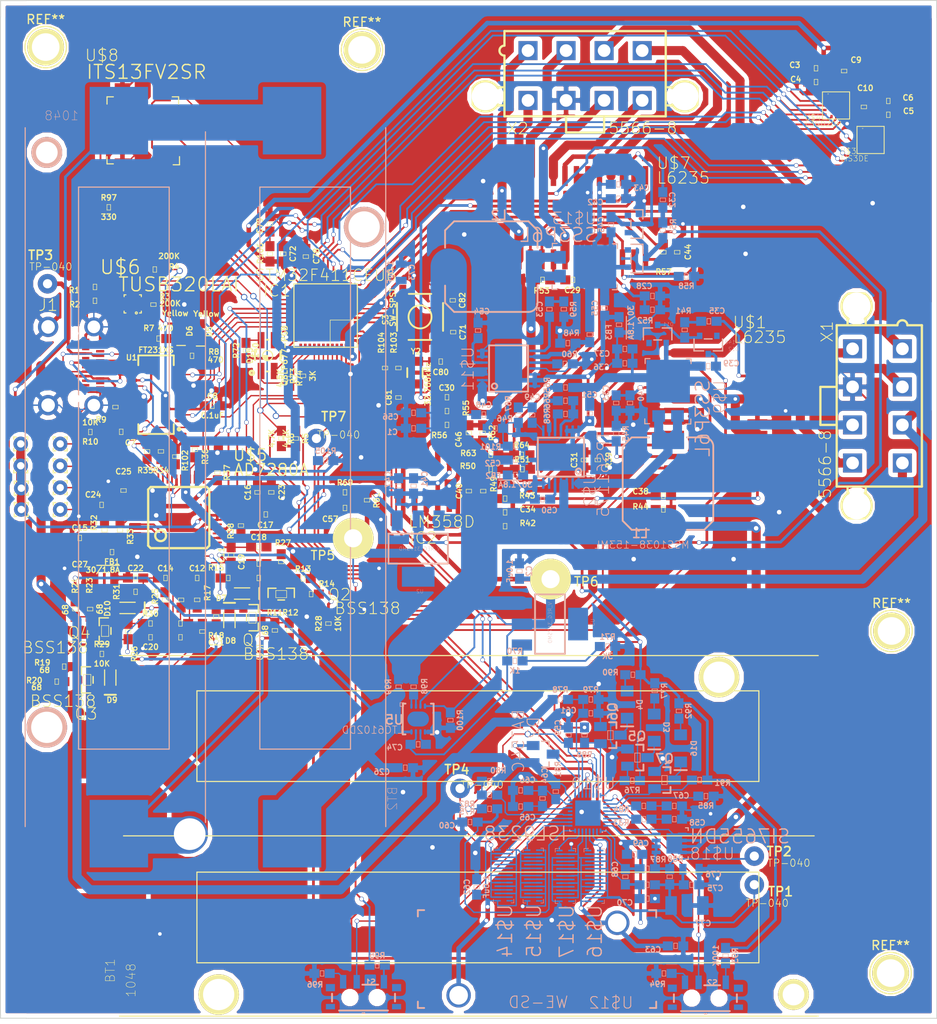
<source format=kicad_pcb>
(kicad_pcb (version 4) (host pcbnew 4.0.2+dfsg1-stable)
  (layers (0 F.Cu signal) (31 B.Cu signal) (34 B.Paste user) (35 F.Paste user) (36 B.SilkS user) (37 F.SilkS user) (38 B.Mask user) (39 F.Mask user) (44 Edge.Cuts user))
  (net 0 "")
  (net 1 GND)
  (net 2 /V_BATT)
  (net 3 /5V)
  (net 4 /3P3V)
  (net 5 /N$14)
  (net 6 /N$8)
  (net 7 /N$13)
  (net 8 /N$29)
  (net 9 /N$31)
  (net 10 /N$28)
  (net 11 /N$30)
  (net 12 /VDD_BATT)
  (net 13 /V_REG_BATT)
  (net 14 /VREF)
  (net 15 /CREF)
  (net 16 /V_CELL4)
  (net 17 /N$35)
  (net 18 /N$26)
  (net 19 /VREF_Y)
  (net 20 /N$25)
  (net 21 /N$51)
  (net 22 /N$52)
  (net 23 /N$16)
  (net 24 /VREF_X)
  (net 25 /N$49)
  (net 26 /N$50)
  (net 27 /V_DRIVER_X)
  (net 28 /N$38)
  (net 29 /N$47)
  (net 30 /N$42)
  (net 31 /N$39)
  (net 32 /V_DRIVER_Y)
  (net 33 /N$40)
  (net 34 /N$45)
  (net 35 /N$61)
  (net 36 /N$56)
  (net 37 /N$69)
  (net 38 /N$66)
  (net 39 /N$68)
  (net 40 /N$58)
  (net 41 /N$54)
  (net 42 /N$57)
  (net 43 /N$81)
  (net 44 /N$79)
  (net 45 /VDDP)
  (net 46 /N$99)
  (net 47 /N$62)
  (net 48 /N$65)
  (net 49 /N$91)
  (net 50 /N$92)
  (net 51 /N$72)
  (net 52 /CSOP)
  (net 53 /CSON)
  (net 54 /RST)
  (net 55 /N$116)
  (net 56 /VSYS+)
  (net 57 /N$17)
  (net 58 /SW1)
  (net 59 /N$76)
  (net 60 /N$77)
  (net 61 /V_BUS)
  (net 62 /N$107)
  (net 63 /N$82)
  (net 64 /N$80)
  (net 65 /N$89)
  (net 66 /N$88)
  (net 67 /N$4)
  (net 68 /N$7)
  (net 69 /N$9)
  (net 70 /V_CELL1)
  (net 71 /N$12)
  (net 72 /V_CELL2)
  (net 73 /N$21)
  (net 74 /V_CELL3)
  (net 75 /N$23)
  (net 76 /N$48)
  (net 77 /N$46)
  (net 78 /N$74)
  (net 79 /EN_GRN_L)
  (net 80 /EN_BLU_L)
  (net 81 /N$63)
  (net 82 /N$96)
  (net 83 /N$95)
  (net 84 /PSYS)
  (net 85 /N$75)
  (net 86 /N$18)
  (net 87 /EN_RED_L)
  (net 88 /I_BATT)
  (net 89 /CS_BATT)
  (net 90 /CLK)
  (net 91 /MISO)
  (net 92 /MOSI)
  (net 93 /DEN_GYRO)
  (net 94 /INT1_GRYO)
  (net 95 /DRDY/INT2_GYRO)
  (net 96 /FWD/REV_X)
  (net 97 /CS_GYRO)
  (net 98 /SW_LED_RH_GL)
  (net 99 /BRAKE_Y)
  (net 100 /FWD/REV_Y)
  (net 101 /EN_RED_H)
  (net 102 /UART_TXD)
  (net 103 /UART_RXD)
  (net 104 /UART_CTS)
  (net 105 /UART_RTS)
  (net 106 /PD_BATT)
  (net 107 /ALERT_BATT)
  (net 108 /CS_ACCEL)
  (net 109 /INT1_ACCEL)
  (net 110 /INT2_ACCEL)
  (net 111 /SW_LED_GH_RL)
  (net 112 /SCL)
  (net 113 /SDA)
  (net 114 /BOOT0)
  (net 115 /EN_WHEEL)
  (net 116 /BRAKE_X)
  (net 117 /CC1)
  (net 118 /DP)
  (net 119 /DM)
  (net 120 /CC2)
  (net 121 /N$53)
  (net 122 /N$60)
  (net 123 /T_CELL1)
  (net 124 /T_CELL2)
  (net 125 /T_CELL3)
  (net 126 /T_CELL4)
  (net 127 /N$15)
  (net 128 /N$20)
  (net 129 /N$22)
  (net 130 /N$24)
  (net 131 /ACOK)
  (net 132 /PROCHOT)
  (net 133 /OTGPG/CMOUT)
  (net 134 /N$6)
  (net 135 /N$1)
  (net 136 /N$11)
  (net 137 /N$3)
  (net 138 /N$5)
  (net 139 /N$2)
  (net 140 /N$10)
  (net 141 /CB1)
  (net 142 /CB2)
  (net 143 /CB3)
  (net 144 /CB4)
  (net 145 /N$33)
  (net 146 /N$32)
  (net 147 /N$37)
  (net 148 /N$36)
  (net 149 /N$34)
  (net 150 /N$27)
  (net 151 /N$19)
  (net 152 /N$44)
  (net 153 /N$59)
  (net 154 /TACHO_X)
  (net 155 /N$41)
  (net 156 /N$43)
  (net 157 /N$55)
  (net 158 /N$70)
  (net 159 /TACHO_Y)
  (net 160 /N$71)
  (net 161 /N$67)
  (net 162 /N$64)
  (net 163 /N$94)
  (net 164 /N$73)
  (net 165 /N$108)
  (net 166 /N$110)
  (net 167 /VSYS-)
  (net 168 /N$86)
  (net 169 /N$87)
  (net 170 /N$98)
  (net 171 /N$100)
  (net 172 /N$101)
  (net 173 /N$85)
  (net 174 /AUX_TERM)
  (net 175 /OTGEN/CMIN)
  (net 176 /BATGONE)
  (net 177 /HALL1_X)
  (net 178 /OUT1_X)
  (net 179 /OUT3_X)
  (net 180 /OUT2_X)
  (net 181 /HALL2_X)
  (net 182 /HALL3_X)
  (net 183 /HALL1_Y)
  (net 184 /OUT1_Y)
  (net 185 /OUT3_Y)
  (net 186 /OUT2_Y)
  (net 187 /HALL2_Y)
  (net 188 /HALL3_Y)
  (net 189 /N$118)
  (net 190 /N$117)
  (net 191 /N$109)
  (net 192 /N$111)
  (net 193 /N$83)
  (net 194 GNDPWR)
  (module LIS3DE_ROD-CORE-CHOKE (layer B.Cu) (at 108.204 155.829 180)
    (fp_text reference U$12 (at -7.8105 -4.826 180) (layer B.SilkS) (effects (font (size 1.27 1.27) (thickness 0.1016)) (justify mirror)))
    (fp_text value WE-SD (at 0.20828 -4.7625 180) (layer B.SilkS) (effects (font (size 1.27 1.27) (thickness 0.1016)) (justify mirror)))
    (pad P$1 thru_hole circle (at 8.99922 -3.99796 180) (size 2.69748 2.69748) (drill 2.04978) (layers *.Cu *.Paste *.Mask) (net 47 /N$62))
    (pad P$2 thru_hole circle (at -8.49884 3.99796 180) (size 2.69748 2.69748) (drill 2.04978) (layers *.Cu *.Paste *.Mask) (net 48 /N$65))
  )
  (module BAT_1048 (layer B.Cu) (at 71.2724 102.6668 90)
    (fp_text reference BT2 (at -35.4614 20.6358 90) (layer B.SilkS) (effects (font (size 1.00004 1.00004) (thickness 0.05)) (justify mirror)))
    (fp_text value 1048 (at 39.878 -15.875 180) (layer B.SilkS) (effects (font (size 1.00145 1.00145) (thickness 0.05)) (justify mirror)))
    (pad C1+ smd rect (at -39.33 9.555 90) (size 7.45 6.45) (layers B.Cu B.Paste B.Mask) (net 16 /V_CELL4))
    (pad C1- smd rect (at 39.33 9.555 90) (size 7.45 6.45) (layers B.Cu B.Paste B.Mask) (net 74 /V_CELL3))
    (pad C2- smd rect (at -39.33 -9.555 90) (size 7.45 6.45) (layers B.Cu B.Paste B.Mask) (net 72 /V_CELL2))
    (pad C2+ smd rect (at 39.33 -9.555 90) (size 7.45 6.45) (layers B.Cu B.Paste B.Mask) (net 74 /V_CELL3))
    (pad P$3 thru_hole circle (at -27.6 -17.505 90) (size 4.466 4.466) (drill 3.45) (layers *.Cu *.Mask B.SilkS))
    (pad P$4 thru_hole circle (at 27.6 17.505 90) (size 4.466 4.466) (drill 3.45) (layers *.Cu *.Mask B.SilkS))
    (pad P$5 thru_hole circle (at 35.82 -17.505 90) (size 3.406 3.406) (drill 2.39) (layers *.Cu *.Mask B.SilkS))
  )
  (module SPARKFUN-CAPACITORS_0603 (layer B.Cu) (at 94.234 97.282)
    (fp_text reference C1 (at -2.3368 0.4064) (layer B.SilkS) (effects (font (size 0.6096 0.6096) (thickness 0.127)) (justify mirror)))
    (fp_text value 0.1uF hide)
    (pad 1 smd rect (at -0.84836 0) (size 1.09982 0.99822) (layers B.Cu B.Paste B.Mask) (net 1 GND))
    (pad 2 smd rect (at 0.84836 0) (size 1.09982 0.99822) (layers B.Cu B.Paste B.Mask) (net 2 /V_BATT))
  )
  (module SPARKFUN-CAPACITORS_0603 (layer B.Cu) (at 105.918 113.03 90)
    (fp_text reference C2 (at 0 1.0668 90) (layer B.SilkS) (effects (font (size 0.6096 0.6096) (thickness 0.127)) (justify mirror)))
    (fp_text value 1.0uF (at 0 -1.0668 90) (layer B.SilkS) (effects (font (size 0.6096 0.6096) (thickness 0.127)) (justify mirror)))
    (pad 1 smd rect (at -0.84836 0 90) (size 1.09982 0.99822) (layers B.Cu B.Paste B.Mask) (net 3 /5V))
    (pad 2 smd rect (at 0.84836 0 90) (size 1.09982 0.99822) (layers B.Cu B.Paste B.Mask) (net 1 GND))
  )
  (module SPARKFUN-CAPACITORS_0603 (layer F.Cu) (at 138.6332 57.5564)
    (fp_text reference C3 (at -2.3368 -0.3556) (layer F.SilkS) (effects (font (size 0.6096 0.6096) (thickness 0.127))))
    (fp_text value 10uF hide)
    (pad 1 smd rect (at -0.84836 0) (size 1.09982 0.99822) (layers F.Cu F.Paste F.Mask) (net 1 GND))
    (pad 2 smd rect (at 0.84836 0) (size 1.09982 0.99822) (layers F.Cu F.Paste F.Mask) (net 4 /3P3V))
  )
  (module SPARKFUN-CAPACITORS_0603 (layer F.Cu) (at 138.6332 59.0804)
    (fp_text reference C4 (at -2.2352 -0.3048) (layer F.SilkS) (effects (font (size 0.6096 0.6096) (thickness 0.127))))
    (fp_text value 0.1uF hide)
    (pad 1 smd rect (at -0.84836 0) (size 1.09982 0.99822) (layers F.Cu F.Paste F.Mask) (net 1 GND))
    (pad 2 smd rect (at 0.84836 0) (size 1.09982 0.99822) (layers F.Cu F.Paste F.Mask) (net 4 /3P3V))
  )
  (module SPARKFUN-CAPACITORS_0603 (layer F.Cu) (at 146.6088 62.6872 180)
    (fp_text reference C5 (at -2.2352 0.4064 180) (layer F.SilkS) (effects (font (size 0.6096 0.6096) (thickness 0.127))))
    (fp_text value 0.1uF hide)
    (pad 1 smd rect (at -0.84836 0 180) (size 1.09982 0.99822) (layers F.Cu F.Paste F.Mask) (net 1 GND))
    (pad 2 smd rect (at 0.84836 0 180) (size 1.09982 0.99822) (layers F.Cu F.Paste F.Mask) (net 4 /3P3V))
  )
  (module SPARKFUN-CAPACITORS_0603 (layer F.Cu) (at 146.6088 61.1632 180)
    (fp_text reference C6 (at -2.1844 0.3556 180) (layer F.SilkS) (effects (font (size 0.6096 0.6096) (thickness 0.127))))
    (fp_text value 10uF hide)
    (pad 1 smd rect (at -0.84836 0 180) (size 1.09982 0.99822) (layers F.Cu F.Paste F.Mask) (net 1 GND))
    (pad 2 smd rect (at 0.84836 0 180) (size 1.09982 0.99822) (layers F.Cu F.Paste F.Mask) (net 4 /3P3V))
  )
  (module SPARKFUN-CAPACITORS_0603 (layer F.Cu) (at 61.976 97.663 180)
    (fp_text reference C7 (at -1.016 -1.2065 180) (layer F.SilkS) (effects (font (size 0.6096 0.6096) (thickness 0.127))))
    (fp_text value 0.1uF hide)
    (pad 1 smd rect (at -0.84836 0 180) (size 1.09982 0.99822) (layers F.Cu F.Paste F.Mask) (net 5 /N$14))
    (pad 2 smd rect (at 0.84836 0 180) (size 1.09982 0.99822) (layers F.Cu F.Paste F.Mask) (net 1 GND))
  )
  (module SPARKFUN-CAPACITORS_0603 (layer F.Cu) (at 72.0344 94.7928)
    (fp_text reference C8 (at 0 -1.0668) (layer F.SilkS) (effects (font (size 0.6096 0.6096) (thickness 0.127))))
    (fp_text value 0.1uF (at 0 1.0668) (layer F.SilkS) (effects (font (size 0.6096 0.6096) (thickness 0.127))))
    (pad 1 smd rect (at -0.84836 0) (size 1.09982 0.99822) (layers F.Cu F.Paste F.Mask) (net 4 /3P3V))
    (pad 2 smd rect (at 0.84836 0) (size 1.09982 0.99822) (layers F.Cu F.Paste F.Mask) (net 1 GND))
  )
  (module SPARKFUN-CAPACITORS_0603 (layer F.Cu) (at 141.732 57.8612 270)
    (fp_text reference C9 (at -1.2192 -1.3208 360) (layer F.SilkS) (effects (font (size 0.6096 0.6096) (thickness 0.127))))
    (fp_text value 10nF hide)
    (pad 1 smd rect (at -0.84836 0 270) (size 1.09982 0.99822) (layers F.Cu F.Paste F.Mask) (net 1 GND))
    (pad 2 smd rect (at 0.84836 0 270) (size 1.09982 0.99822) (layers F.Cu F.Paste F.Mask) (net 6 /N$8))
  )
  (module SPARKFUN-CAPACITORS_0603 (layer F.Cu) (at 143.9164 61.8236 270)
    (fp_text reference C10 (at -2.0828 -0.1524 360) (layer F.SilkS) (effects (font (size 0.6096 0.6096) (thickness 0.127))))
    (fp_text value 0.1uF hide)
    (pad 1 smd rect (at -0.84836 0 270) (size 1.09982 0.99822) (layers F.Cu F.Paste F.Mask) (net 1 GND))
    (pad 2 smd rect (at 0.84836 0 270) (size 1.09982 0.99822) (layers F.Cu F.Paste F.Mask) (net 4 /3P3V))
  )
  (module SPARKFUN-CAPACITORS_0603 (layer F.Cu) (at 74.1045 111.252 90)
    (fp_text reference C11 (at 0 -1.0668 90) (layer F.SilkS) (effects (font (size 0.6096 0.6096) (thickness 0.127))))
    (fp_text value 0.1uF hide)
    (pad 1 smd rect (at -0.84836 0 90) (size 1.09982 0.99822) (layers F.Cu F.Paste F.Mask) (net 7 /N$13))
    (pad 2 smd rect (at 0.84836 0 90) (size 1.09982 0.99822) (layers F.Cu F.Paste F.Mask) (net 8 /N$29))
  )
  (module SPARKFUN-CAPACITORS_0603 (layer F.Cu) (at 70.358 113.792)
    (fp_text reference C12 (at 0 -1.0668) (layer F.SilkS) (effects (font (size 0.6096 0.6096) (thickness 0.127))))
    (fp_text value 0.1uF hide)
    (pad 1 smd rect (at -0.84836 0) (size 1.09982 0.99822) (layers F.Cu F.Paste F.Mask) (net 9 /N$31))
    (pad 2 smd rect (at 0.84836 0) (size 1.09982 0.99822) (layers F.Cu F.Paste F.Mask) (net 7 /N$13))
  )
  (module SPARKFUN-CAPACITORS_0603 (layer F.Cu) (at 68.5165 118.8085)
    (fp_text reference C13 hide)
    (fp_text value 0.1uF hide)
    (pad 1 smd rect (at -0.84836 0) (size 1.09982 0.99822) (layers F.Cu F.Paste F.Mask) (net 10 /N$28))
    (pad 2 smd rect (at 0.84836 0) (size 1.09982 0.99822) (layers F.Cu F.Paste F.Mask) (net 9 /N$31))
  )
  (module SPARKFUN-CAPACITORS_0603 (layer F.Cu) (at 66.8655 113.792)
    (fp_text reference C14 (at 0 -1.0668) (layer F.SilkS) (effects (font (size 0.6096 0.6096) (thickness 0.127))))
    (fp_text value 0.1uF hide)
    (pad 1 smd rect (at -0.84836 0) (size 1.09982 0.99822) (layers F.Cu F.Paste F.Mask) (net 11 /N$30))
    (pad 2 smd rect (at 0.84836 0) (size 1.09982 0.99822) (layers F.Cu F.Paste F.Mask) (net 10 /N$28))
  )
  (module SPARKFUN-CAPACITORS_0603 (layer F.Cu) (at 57.404 109.3724 180)
    (fp_text reference C15 (at 0 1.1176 180) (layer F.SilkS) (effects (font (size 0.6096 0.6096) (thickness 0.127))))
    (fp_text value 0.1uF hide)
    (pad 1 smd rect (at -0.84836 0 180) (size 1.09982 0.99822) (layers F.Cu F.Paste F.Mask) (net 12 /VDD_BATT))
    (pad 2 smd rect (at 0.84836 0 180) (size 1.09982 0.99822) (layers F.Cu F.Paste F.Mask) (net 1 GND))
  )
  (module SPARKFUN-CAPACITORS_0603 (layer F.Cu) (at 77.0128 104.3432 90)
    (fp_text reference C16 (at 0 -1.0668 90) (layer F.SilkS) (effects (font (size 0.6096 0.6096) (thickness 0.127))))
    (fp_text value 0.1uF hide)
    (pad 1 smd rect (at -0.84836 0 90) (size 1.09982 0.99822) (layers F.Cu F.Paste F.Mask) (net 13 /V_REG_BATT))
    (pad 2 smd rect (at 0.84836 0 90) (size 1.09982 0.99822) (layers F.Cu F.Paste F.Mask) (net 1 GND))
  )
  (module SPARKFUN-CAPACITORS_0603 (layer F.Cu) (at 77.9272 106.7816)
    (fp_text reference C17 (at -0.0508 1.1684) (layer F.SilkS) (effects (font (size 0.6096 0.6096) (thickness 0.127))))
    (fp_text value 1uF hide)
    (pad 1 smd rect (at -0.84836 0) (size 1.09982 0.99822) (layers F.Cu F.Paste F.Mask) (net 13 /V_REG_BATT))
    (pad 2 smd rect (at 0.84836 0) (size 1.09982 0.99822) (layers F.Cu F.Paste F.Mask) (net 1 GND))
  )
  (module SPARKFUN-CAPACITORS_0603 (layer F.Cu) (at 77.1525 110.363)
    (fp_text reference C18 (at 0 -1.0668) (layer F.SilkS) (effects (font (size 0.6096 0.6096) (thickness 0.127))))
    (fp_text value 0.1uF hide)
    (pad 1 smd rect (at -0.84836 0) (size 1.09982 0.99822) (layers F.Cu F.Paste F.Mask) (net 8 /N$29))
    (pad 2 smd rect (at 0.84836 0) (size 1.09982 0.99822) (layers F.Cu F.Paste F.Mask) (net 1 GND))
  )
  (module SPARKFUN-CAPACITORS_0603 (layer F.Cu) (at 77.1525 112.2045)
    (fp_text reference C19 (at -1.905 -0.1905 90) (layer F.SilkS) (effects (font (size 0.6096 0.6096) (thickness 0.127))))
    (fp_text value 0.1uF hide)
    (pad 1 smd rect (at -0.84836 0) (size 1.09982 0.99822) (layers F.Cu F.Paste F.Mask) (net 7 /N$13))
    (pad 2 smd rect (at 0.84836 0) (size 1.09982 0.99822) (layers F.Cu F.Paste F.Mask) (net 1 GND))
  )
  (module SPARKFUN-CAPACITORS_0603 (layer F.Cu) (at 65.2145 120.3325 180)
    (fp_text reference C20 (at 0 -1.0668 180) (layer F.SilkS) (effects (font (size 0.6096 0.6096) (thickness 0.127))))
    (fp_text value 0.1uF hide)
    (pad 1 smd rect (at -0.84836 0 180) (size 1.09982 0.99822) (layers F.Cu F.Paste F.Mask) (net 10 /N$28))
    (pad 2 smd rect (at 0.84836 0 180) (size 1.09982 0.99822) (layers F.Cu F.Paste F.Mask) (net 1 GND))
  )
  (module SPARKFUN-CAPACITORS_0603 (layer F.Cu) (at 70.9295 119.6975 270)
    (fp_text reference C21 (at 1.2065 -1.524 360) (layer F.SilkS) (effects (font (size 0.6096 0.6096) (thickness 0.127))))
    (fp_text value 0.1uF hide)
    (pad 1 smd rect (at -0.84836 0 270) (size 1.09982 0.99822) (layers F.Cu F.Paste F.Mask) (net 9 /N$31))
    (pad 2 smd rect (at 0.84836 0 270) (size 1.09982 0.99822) (layers F.Cu F.Paste F.Mask) (net 1 GND))
  )
  (module SPARKFUN-CAPACITORS_0603 (layer F.Cu) (at 63.5635 113.792 180)
    (fp_text reference C22 (at 0 1.0795 180) (layer F.SilkS) (effects (font (size 0.6096 0.6096) (thickness 0.127))))
    (fp_text value 0.1uF hide)
    (pad 1 smd rect (at -0.84836 0 180) (size 1.09982 0.99822) (layers F.Cu F.Paste F.Mask) (net 11 /N$30))
    (pad 2 smd rect (at 0.84836 0 180) (size 1.09982 0.99822) (layers F.Cu F.Paste F.Mask) (net 1 GND))
  )
  (module SPARKFUN-CAPACITORS_0603 (layer F.Cu) (at 78.5368 104.3432 90)
    (fp_text reference C23 (at 0 1.1684 90) (layer F.SilkS) (effects (font (size 0.6096 0.6096) (thickness 0.127))))
    (fp_text value 0.1uF hide)
    (pad 1 smd rect (at -0.84836 0 90) (size 1.09982 0.99822) (layers F.Cu F.Paste F.Mask) (net 13 /V_REG_BATT))
    (pad 2 smd rect (at 0.84836 0 90) (size 1.09982 0.99822) (layers F.Cu F.Paste F.Mask) (net 1 GND))
  )
  (module SPARKFUN-CAPACITORS_0603 (layer F.Cu) (at 59.817 105.7275 180)
    (fp_text reference C24 (at 0.9398 1.1303 180) (layer F.SilkS) (effects (font (size 0.6096 0.6096) (thickness 0.127))))
    (fp_text value 1uF hide)
    (pad 1 smd rect (at -0.84836 0 180) (size 1.09982 0.99822) (layers F.Cu F.Paste F.Mask) (net 14 /VREF))
    (pad 2 smd rect (at 0.84836 0 180) (size 1.09982 0.99822) (layers F.Cu F.Paste F.Mask) (net 1 GND))
  )
  (module SPARKFUN-CAPACITORS_0603 (layer F.Cu) (at 62.23 104.14 90)
    (fp_text reference C25 (at 2.0955 0 180) (layer F.SilkS) (effects (font (size 0.6096 0.6096) (thickness 0.127))))
    (fp_text value 0.1uF hide)
    (pad 1 smd rect (at -0.84836 0 90) (size 1.09982 0.99822) (layers F.Cu F.Paste F.Mask) (net 15 /CREF))
    (pad 2 smd rect (at 0.84836 0 90) (size 1.09982 0.99822) (layers F.Cu F.Paste F.Mask) (net 1 GND))
  )
  (module SPARKFUN-CAPACITORS_0603 (layer B.Cu) (at 93.3196 134.7216)
    (fp_text reference C26 (at -2.5908 0.4572) (layer B.SilkS) (effects (font (size 0.6096 0.6096) (thickness 0.127)) (justify mirror)))
    (fp_text value 0.1uF hide)
    (pad 1 smd rect (at -0.84836 0) (size 1.09982 0.99822) (layers B.Cu B.Paste B.Mask) (net 16 /V_CELL4))
    (pad 2 smd rect (at 0.84836 0) (size 1.09982 0.99822) (layers B.Cu B.Paste B.Mask) (net 1 GND))
  )
  (module SPARKFUN-CAPACITORS_0805 (layer F.Cu) (at 57.404 111.0996 180)
    (fp_text reference C27 (at 0 -1.1938 180) (layer F.SilkS) (effects (font (size 0.6096 0.6096) (thickness 0.127))))
    (fp_text value 10uF hide)
    (pad 1 smd rect (at -0.89916 0 180) (size 0.79756 1.19888) (layers F.Cu F.Paste F.Mask) (net 12 /VDD_BATT))
    (pad 2 smd rect (at 0.89916 0 180) (size 0.79756 1.19888) (layers F.Cu F.Paste F.Mask) (net 1 GND))
  )
  (module SPARKFUN-CAPACITORS_0603 (layer B.Cu) (at 120.5865 82.677 180)
    (fp_text reference C28 (at 0.9017 1.0922 180) (layer B.SilkS) (effects (font (size 0.6096 0.6096) (thickness 0.127)) (justify mirror)))
    (fp_text value 10nF hide)
    (pad 1 smd rect (at -0.84836 0 180) (size 1.09982 0.99822) (layers B.Cu B.Paste B.Mask) (net 1 GND))
    (pad 2 smd rect (at 0.84836 0 180) (size 1.09982 0.99822) (layers B.Cu B.Paste B.Mask) (net 17 /N$35))
  )
  (module SPARKFUN-CAPACITORS_0603 (layer F.Cu) (at 111.8235 80.899)
    (fp_text reference C29 (at -0.0635 1.143) (layer F.SilkS) (effects (font (size 0.6096 0.6096) (thickness 0.127))))
    (fp_text value 1nF hide)
    (pad 1 smd rect (at -0.84836 0) (size 1.09982 0.99822) (layers F.Cu F.Paste F.Mask) (net 18 /N$26))
    (pad 2 smd rect (at 0.84836 0) (size 1.09982 0.99822) (layers F.Cu F.Paste F.Mask) (net 1 GND))
  )
  (module SPARKFUN-CAPACITORS_0603 (layer F.Cu) (at 97.917 93.853 180)
    (fp_text reference C30 (at 0.0254 1.0414 180) (layer F.SilkS) (effects (font (size 0.6096 0.6096) (thickness 0.127))))
    (fp_text value 33nF hide)
    (pad 1 smd rect (at -0.84836 0 180) (size 1.09982 0.99822) (layers F.Cu F.Paste F.Mask) (net 1 GND))
    (pad 2 smd rect (at 0.84836 0 180) (size 1.09982 0.99822) (layers F.Cu F.Paste F.Mask) (net 19 /VREF_Y))
  )
  (module SPARKFUN-CAPACITORS_0603 (layer F.Cu) (at 113.03 100.7745 90)
    (fp_text reference C31 (at 0 -1.0668 90) (layer F.SilkS) (effects (font (size 0.6096 0.6096) (thickness 0.127))))
    (fp_text value 10nF hide)
    (pad 1 smd rect (at -0.84836 0 90) (size 1.09982 0.99822) (layers F.Cu F.Paste F.Mask) (net 1 GND))
    (pad 2 smd rect (at 0.84836 0 90) (size 1.09982 0.99822) (layers F.Cu F.Paste F.Mask) (net 20 /N$25))
  )
  (module SPARKFUN-CAPACITORS_0603 (layer B.Cu) (at 121.7295 72.0725 90)
    (fp_text reference C32 (at 0 1.0668 90) (layer B.SilkS) (effects (font (size 0.6096 0.6096) (thickness 0.127)) (justify mirror)))
    (fp_text value 10nF hide)
    (pad 1 smd rect (at -0.84836 0 90) (size 1.09982 0.99822) (layers B.Cu B.Paste B.Mask) (net 21 /N$51))
    (pad 2 smd rect (at 0.84836 0 90) (size 1.09982 0.99822) (layers B.Cu B.Paste B.Mask) (net 22 /N$52))
  )
  (module SPARKFUN-CAPACITORS_0603 (layer B.Cu) (at 116.586 94.488 270)
    (fp_text reference C33 (at -1.1176 1.1176 270) (layer B.SilkS) (effects (font (size 0.6096 0.6096) (thickness 0.127)) (justify mirror)))
    (fp_text value 1nF hide)
    (pad 1 smd rect (at -0.84836 0 270) (size 1.09982 0.99822) (layers B.Cu B.Paste B.Mask) (net 23 /N$16))
    (pad 2 smd rect (at 0.84836 0 270) (size 1.09982 0.99822) (layers B.Cu B.Paste B.Mask) (net 1 GND))
  )
  (module SPARKFUN-CAPACITORS_0603 (layer F.Cu) (at 104.3305 106.553)
    (fp_text reference C34 (at 2.5019 -0.3302) (layer F.SilkS) (effects (font (size 0.6096 0.6096) (thickness 0.127))))
    (fp_text value 33nF hide)
    (pad 1 smd rect (at -0.84836 0) (size 1.09982 0.99822) (layers F.Cu F.Paste F.Mask) (net 1 GND))
    (pad 2 smd rect (at 0.84836 0) (size 1.09982 0.99822) (layers F.Cu F.Paste F.Mask) (net 24 /VREF_X))
  )
  (module SPARKFUN-CAPACITORS_0603 (layer B.Cu) (at 126.8095 85.471)
    (fp_text reference C35 (at 0.9017 -1.143) (layer B.SilkS) (effects (font (size 0.6096 0.6096) (thickness 0.127)) (justify mirror)))
    (fp_text value 10nF hide)
    (pad 1 smd rect (at -0.84836 0) (size 1.09982 0.99822) (layers B.Cu B.Paste B.Mask) (net 25 /N$49))
    (pad 2 smd rect (at 0.84836 0) (size 1.09982 0.99822) (layers B.Cu B.Paste B.Mask) (net 26 /N$50))
  )
  (module SPARKFUN-CAPACITORS_0603 (layer B.Cu) (at 117.5385 90.1065)
    (fp_text reference C36 (at -2.5781 0.4191) (layer B.SilkS) (effects (font (size 0.6096 0.6096) (thickness 0.127)) (justify mirror)))
    (fp_text value 100uF hide)
    (pad 1 smd rect (at -0.84836 0) (size 1.09982 0.99822) (layers B.Cu B.Paste B.Mask) (net 1 GND))
    (pad 2 smd rect (at 0.84836 0) (size 1.09982 0.99822) (layers B.Cu B.Paste B.Mask) (net 27 /V_DRIVER_X))
  )
  (module SPARKFUN-CAPACITORS_0603 (layer B.Cu) (at 117.5385 88.519)
    (fp_text reference C37 (at -2.5273 0.5334) (layer B.SilkS) (effects (font (size 0.6096 0.6096) (thickness 0.127)) (justify mirror)))
    (fp_text value 0.1uF hide)
    (pad 1 smd rect (at -0.84836 0) (size 1.09982 0.99822) (layers B.Cu B.Paste B.Mask) (net 1 GND))
    (pad 2 smd rect (at 0.84836 0) (size 1.09982 0.99822) (layers B.Cu B.Paste B.Mask) (net 27 /V_DRIVER_X))
  )
  (module SPARKFUN-CAPACITORS_0603 (layer F.Cu) (at 121.793 104.7115 180)
    (fp_text reference C38 (at 2.5146 0.4699 180) (layer F.SilkS) (effects (font (size 0.6096 0.6096) (thickness 0.127))))
    (fp_text value 5.6nF hide)
    (pad 1 smd rect (at -0.84836 0 180) (size 1.09982 0.99822) (layers F.Cu F.Paste F.Mask) (net 28 /N$38))
    (pad 2 smd rect (at 0.84836 0 180) (size 1.09982 0.99822) (layers F.Cu F.Paste F.Mask) (net 1 GND))
  )
  (module SPARKFUN-CAPACITORS_0603 (layer B.Cu) (at 126.746 90.424 180)
    (fp_text reference C39 (at -2.54 0.3048 180) (layer B.SilkS) (effects (font (size 0.6096 0.6096) (thickness 0.127)) (justify mirror)))
    (fp_text value 100uF hide)
    (pad 1 smd rect (at -0.84836 0 180) (size 1.09982 0.99822) (layers B.Cu B.Paste B.Mask) (net 29 /N$47))
    (pad 2 smd rect (at 0.84836 0 180) (size 1.09982 0.99822) (layers B.Cu B.Paste B.Mask) (net 27 /V_DRIVER_X))
  )
  (module SPARKFUN-CAPACITORS_0603 (layer F.Cu) (at 100.33 104.2035 90)
    (fp_text reference C40 (at 0 -1.0668 90) (layer F.SilkS) (effects (font (size 0.6096 0.6096) (thickness 0.127))))
    (fp_text value 33nF hide)
    (pad 1 smd rect (at -0.84836 0 90) (size 1.09982 0.99822) (layers F.Cu F.Paste F.Mask) (net 30 /N$42))
    (pad 2 smd rect (at 0.84836 0 90) (size 1.09982 0.99822) (layers F.Cu F.Paste F.Mask) (net 31 /N$39))
  )
  (module SPARKFUN-CAPACITORS_0603 (layer B.Cu) (at 94.234 103.632 270)
    (fp_text reference C41 (at -0.762 -1.2192 270) (layer B.SilkS) (effects (font (size 0.6096 0.6096) (thickness 0.127)) (justify mirror)))
    (fp_text value 0.1uF hide)
    (pad 1 smd rect (at -0.84836 0 270) (size 1.09982 0.99822) (layers B.Cu B.Paste B.Mask) (net 14 /VREF))
    (pad 2 smd rect (at 0.84836 0 270) (size 1.09982 0.99822) (layers B.Cu B.Paste B.Mask) (net 1 GND))
  )
  (module SPARKFUN-CAPACITORS_0603 (layer B.Cu) (at 116.84 71.9455 180)
    (fp_text reference C42 (at 2.54 -0.3937 180) (layer B.SilkS) (effects (font (size 0.6096 0.6096) (thickness 0.127)) (justify mirror)))
    (fp_text value 100uF hide)
    (pad 1 smd rect (at -0.84836 0 180) (size 1.09982 0.99822) (layers B.Cu B.Paste B.Mask) (net 1 GND))
    (pad 2 smd rect (at 0.84836 0 180) (size 1.09982 0.99822) (layers B.Cu B.Paste B.Mask) (net 32 /V_DRIVER_Y))
  )
  (module SPARKFUN-CAPACITORS_0603 (layer B.Cu) (at 116.84 70.358 180)
    (fp_text reference C43 (at -2.54 -0.4064 180) (layer B.SilkS) (effects (font (size 0.6096 0.6096) (thickness 0.127)) (justify mirror)))
    (fp_text value 0.1uF hide)
    (pad 1 smd rect (at -0.84836 0 180) (size 1.09982 0.99822) (layers B.Cu B.Paste B.Mask) (net 1 GND))
    (pad 2 smd rect (at 0.84836 0 180) (size 1.09982 0.99822) (layers B.Cu B.Paste B.Mask) (net 32 /V_DRIVER_Y))
  )
  (module SPARKFUN-CAPACITORS_0603 (layer F.Cu) (at 123.317 77.851 90)
    (fp_text reference C44 (at 0.0254 1.1938 90) (layer F.SilkS) (effects (font (size 0.6096 0.6096) (thickness 0.127))))
    (fp_text value 5.6nF hide)
    (pad 1 smd rect (at -0.84836 0 90) (size 1.09982 0.99822) (layers F.Cu F.Paste F.Mask) (net 33 /N$40))
    (pad 2 smd rect (at 0.84836 0 90) (size 1.09982 0.99822) (layers F.Cu F.Paste F.Mask) (net 1 GND))
  )
  (module SPARKFUN-CAPACITORS_0603 (layer B.Cu) (at 116.0145 74.803 270)
    (fp_text reference C45 (at 0 1.0668 270) (layer B.SilkS) (effects (font (size 0.6096 0.6096) (thickness 0.127)) (justify mirror)))
    (fp_text value 100uF hide)
    (pad 1 smd rect (at -0.84836 0 270) (size 1.09982 0.99822) (layers B.Cu B.Paste B.Mask) (net 34 /N$45))
    (pad 2 smd rect (at 0.84836 0 270) (size 1.09982 0.99822) (layers B.Cu B.Paste B.Mask) (net 32 /V_DRIVER_Y))
  )
  (module SPARKFUN-CAPACITORS_0603 (layer F.Cu) (at 100.33 97.79 270)
    (fp_text reference C46 (at 0.7112 1.1176 270) (layer F.SilkS) (effects (font (size 0.6096 0.6096) (thickness 0.127))))
    (fp_text value 33nF hide)
    (pad 1 smd rect (at -0.84836 0 270) (size 1.09982 0.99822) (layers F.Cu F.Paste F.Mask) (net 35 /N$61))
    (pad 2 smd rect (at 0.84836 0 270) (size 1.09982 0.99822) (layers F.Cu F.Paste F.Mask) (net 36 /N$56))
  )
  (module SPARKFUN-CAPACITORS_0603 (layer B.Cu) (at 92.583 103.632 270)
    (fp_text reference C47 (at -0.7112 1.143 270) (layer B.SilkS) (effects (font (size 0.6096 0.6096) (thickness 0.127)) (justify mirror)))
    (fp_text value 0.1uF hide)
    (pad 1 smd rect (at -0.84836 0 270) (size 1.09982 0.99822) (layers B.Cu B.Paste B.Mask) (net 14 /VREF))
    (pad 2 smd rect (at 0.84836 0 270) (size 1.09982 0.99822) (layers B.Cu B.Paste B.Mask) (net 1 GND))
  )
  (module SPARKFUN-CAPACITORS_0603 (layer B.Cu) (at 101.981 95.758 180)
    (fp_text reference C48 (at 0 1.0668 180) (layer B.SilkS) (effects (font (size 0.6096 0.6096) (thickness 0.127)) (justify mirror)))
    (fp_text value 4.7uF hide)
    (pad 1 smd rect (at -0.84836 0 180) (size 1.09982 0.99822) (layers B.Cu B.Paste B.Mask) (net 194 GNDPWR))
    (pad 2 smd rect (at 0.84836 0 180) (size 1.09982 0.99822) (layers B.Cu B.Paste B.Mask) (net 2 /V_BATT))
  )
  (module SPARKFUN-CAPACITORS_0603 (layer B.Cu) (at 107.315 95.8215 270)
    (fp_text reference C49 (at -1.9939 -0.0254 360) (layer B.SilkS) (effects (font (size 0.6096 0.6096) (thickness 0.127)) (justify mirror)))
    (fp_text value 1uF hide)
    (pad 1 smd rect (at -0.84836 0 270) (size 1.09982 0.99822) (layers B.Cu B.Paste B.Mask) (net 37 /N$69))
    (pad 2 smd rect (at 0.84836 0 270) (size 1.09982 0.99822) (layers B.Cu B.Paste B.Mask) (net 38 /N$66))
  )
  (module SPARKFUN-CAPACITORS_0603 (layer B.Cu) (at 108.458 105.0925 180)
    (fp_text reference C50 (at -0.762 -1.2319 180) (layer B.SilkS) (effects (font (size 0.6096 0.6096) (thickness 0.127)) (justify mirror)))
    (fp_text value 47nF hide)
    (pad 1 smd rect (at -0.84836 0 180) (size 1.09982 0.99822) (layers B.Cu B.Paste B.Mask) (net 39 /N$68))
    (pad 2 smd rect (at 0.84836 0 180) (size 1.09982 0.99822) (layers B.Cu B.Paste B.Mask) (net 1 GND))
  )
  (module SPARKFUN-CAPACITORS_0603 (layer B.Cu) (at 113.665 95.631 270)
    (fp_text reference C51 (at -2.0574 0.0254 360) (layer B.SilkS) (effects (font (size 0.6096 0.6096) (thickness 0.127)) (justify mirror)))
    (fp_text value 4.7uF hide)
    (pad 1 smd rect (at -0.84836 0 270) (size 1.09982 0.99822) (layers B.Cu B.Paste B.Mask) (net 27 /V_DRIVER_X))
    (pad 2 smd rect (at 0.84836 0 270) (size 1.09982 0.99822) (layers B.Cu B.Paste B.Mask) (net 194 GNDPWR))
  )
  (module SPARKFUN-CAPACITORS_0603 (layer B.Cu) (at 105.4735 100.7745 180)
    (fp_text reference C52 (at 2.5019 -0.3683 180) (layer B.SilkS) (effects (font (size 0.6096 0.6096) (thickness 0.127)) (justify mirror)))
    (fp_text value 4.7uF hide)
    (pad 1 smd rect (at -0.84836 0 180) (size 1.09982 0.99822) (layers B.Cu B.Paste B.Mask) (net 194 GNDPWR))
    (pad 2 smd rect (at 0.84836 0 180) (size 1.09982 0.99822) (layers B.Cu B.Paste B.Mask) (net 2 /V_BATT))
  )
  (module SPARKFUN-CAPACITORS_0603 (layer B.Cu) (at 109.22 84.1375 270)
    (fp_text reference C53 (at 0 1.0668 270) (layer B.SilkS) (effects (font (size 0.6096 0.6096) (thickness 0.127)) (justify mirror)))
    (fp_text value 1uF hide)
    (pad 1 smd rect (at -0.84836 0 270) (size 1.09982 0.99822) (layers B.Cu B.Paste B.Mask) (net 40 /N$58))
    (pad 2 smd rect (at 0.84836 0 270) (size 1.09982 0.99822) (layers B.Cu B.Paste B.Mask) (net 41 /N$54))
  )
  (module SPARKFUN-CAPACITORS_0603 (layer B.Cu) (at 101.346 86.487 90)
    (fp_text reference C54 (at 2.1082 0.4064 180) (layer B.SilkS) (effects (font (size 0.6096 0.6096) (thickness 0.127)) (justify mirror)))
    (fp_text value 47nF hide)
    (pad 1 smd rect (at -0.84836 0 90) (size 1.09982 0.99822) (layers B.Cu B.Paste B.Mask) (net 42 /N$57))
    (pad 2 smd rect (at 0.84836 0 90) (size 1.09982 0.99822) (layers B.Cu B.Paste B.Mask) (net 1 GND))
  )
  (module SPARKFUN-CAPACITORS_0603 (layer B.Cu) (at 115.316 84.0105 270)
    (fp_text reference C55 (at 0 1.0668 270) (layer B.SilkS) (effects (font (size 0.6096 0.6096) (thickness 0.127)) (justify mirror)))
    (fp_text value 4.7uF hide)
    (pad 1 smd rect (at -0.84836 0 270) (size 1.09982 0.99822) (layers B.Cu B.Paste B.Mask) (net 32 /V_DRIVER_Y))
    (pad 2 smd rect (at 0.84836 0 270) (size 1.09982 0.99822) (layers B.Cu B.Paste B.Mask) (net 194 GNDPWR))
  )
  (module SPARKFUN-CAPACITORS_0603 (layer B.Cu) (at 94.234 95.5675)
    (fp_text reference C56 (at -2.54 0.4445) (layer B.SilkS) (effects (font (size 0.6096 0.6096) (thickness 0.127)) (justify mirror)))
    (fp_text value 0.1uF hide)
    (pad 1 smd rect (at -0.84836 0) (size 1.09982 0.99822) (layers B.Cu B.Paste B.Mask) (net 1 GND))
    (pad 2 smd rect (at 0.84836 0) (size 1.09982 0.99822) (layers B.Cu B.Paste B.Mask) (net 2 /V_BATT))
  )
  (module SPARKFUN-CAPACITORS_0603 (layer F.Cu) (at 86.6648 106.0704 180)
    (fp_text reference C57 (at 1.6256 -1.2192 180) (layer F.SilkS) (effects (font (size 0.6096 0.6096) (thickness 0.127))))
    (fp_text value 1.0uF hide)
    (pad 1 smd rect (at -0.84836 0 180) (size 1.09982 0.99822) (layers F.Cu F.Paste F.Mask) (net 4 /3P3V))
    (pad 2 smd rect (at 0.84836 0 180) (size 1.09982 0.99822) (layers F.Cu F.Paste F.Mask) (net 1 GND))
  )
  (module SPARKFUN-CAPACITORS_0603 (layer B.Cu) (at 122.9995 140.3985)
    (fp_text reference C58 (at 2.54 0.381) (layer B.SilkS) (effects (font (size 0.6096 0.6096) (thickness 0.127)) (justify mirror)))
    (fp_text value 1.0uF hide)
    (pad 1 smd rect (at -0.84836 0) (size 1.09982 0.99822) (layers B.Cu B.Paste B.Mask) (net 43 /N$81))
    (pad 2 smd rect (at 0.84836 0) (size 1.09982 0.99822) (layers B.Cu B.Paste B.Mask) (net 1 GND))
  )
  (module SPARKFUN-CAPACITORS_0603 (layer B.Cu) (at 111.3155 131.1275 90)
    (fp_text reference C59 (at 0.8255 -1.143 90) (layer B.SilkS) (effects (font (size 0.6096 0.6096) (thickness 0.127)) (justify mirror)))
    (fp_text value 1.0uF hide)
    (pad 1 smd rect (at -0.84836 0 90) (size 1.09982 0.99822) (layers B.Cu B.Paste B.Mask) (net 44 /N$79))
    (pad 2 smd rect (at 0.84836 0 90) (size 1.09982 0.99822) (layers B.Cu B.Paste B.Mask) (net 1 GND))
  )
  (module SPARKFUN-CAPACITORS_0603 (layer B.Cu) (at 100.457 140.716 180)
    (fp_text reference C60 (at 2.54 -0.381 180) (layer B.SilkS) (effects (font (size 0.6096 0.6096) (thickness 0.127)) (justify mirror)))
    (fp_text value 1.0uF hide)
    (pad 1 smd rect (at -0.84836 0 180) (size 1.09982 0.99822) (layers B.Cu B.Paste B.Mask) (net 45 /VDDP))
    (pad 2 smd rect (at 0.84836 0 180) (size 1.09982 0.99822) (layers B.Cu B.Paste B.Mask) (net 1 GND))
  )
  (module SPARKFUN-CAPACITORS_0603 (layer B.Cu) (at 113.792 128.7145 180)
    (fp_text reference C61 (at 2.4765 0.3175 180) (layer B.SilkS) (effects (font (size 0.6096 0.6096) (thickness 0.127)) (justify mirror)))
    (fp_text value 1.0uF hide)
    (pad 1 smd rect (at -0.84836 0 180) (size 1.09982 0.99822) (layers B.Cu B.Paste B.Mask) (net 1 GND))
    (pad 2 smd rect (at 0.84836 0 180) (size 1.09982 0.99822) (layers B.Cu B.Paste B.Mask) (net 46 /N$99))
  )
  (module SPARKFUN-CAPACITORS_0603 (layer B.Cu) (at 101.1936 147.8788 270)
    (fp_text reference C62 (at 0 1.0668 270) (layer B.SilkS) (effects (font (size 0.6096 0.6096) (thickness 0.127)) (justify mirror)))
    (fp_text value 1.0uF (at 0 -1.0668 270) (layer B.SilkS) (effects (font (size 0.6096 0.6096) (thickness 0.127)) (justify mirror)))
    (pad 1 smd rect (at -0.84836 0 270) (size 1.09982 0.99822) (layers B.Cu B.Paste B.Mask) (net 1 GND))
    (pad 2 smd rect (at 0.84836 0 270) (size 1.09982 0.99822) (layers B.Cu B.Paste B.Mask) (net 47 /N$62))
  )
  (module SPARKFUN-CAPACITORS_0603 (layer B.Cu) (at 123.1392 154.3812)
    (fp_text reference C63 (at -2.4892 0.4064) (layer B.SilkS) (effects (font (size 0.6096 0.6096) (thickness 0.127)) (justify mirror)))
    (fp_text value 1.0uF hide)
    (pad 1 smd rect (at -0.84836 0) (size 1.09982 0.99822) (layers B.Cu B.Paste B.Mask) (net 48 /N$65))
    (pad 2 smd rect (at 0.84836 0) (size 1.09982 0.99822) (layers B.Cu B.Paste B.Mask) (net 1 GND))
  )
  (module SPARKFUN-CAPACITORS_0603 (layer B.Cu) (at 108.458 138.1125 90)
    (fp_text reference C64 (at 2.54 0.254 90) (layer B.SilkS) (effects (font (size 0.6096 0.6096) (thickness 0.127)) (justify mirror)))
    (fp_text value 0.1uF hide)
    (pad 1 smd rect (at -0.84836 0 90) (size 1.09982 0.99822) (layers B.Cu B.Paste B.Mask) (net 49 /N$91))
    (pad 2 smd rect (at 0.84836 0 90) (size 1.09982 0.99822) (layers B.Cu B.Paste B.Mask) (net 50 /N$92))
  )
  (module SPARKFUN-CAPACITORS_0603 (layer B.Cu) (at 106.045 139.0015 180)
    (fp_text reference C65 (at -0.762 -1.2065 180) (layer B.SilkS) (effects (font (size 0.6096 0.6096) (thickness 0.127)) (justify mirror)))
    (fp_text value 0.1uF hide)
    (pad 1 smd rect (at -0.84836 0 180) (size 1.09982 0.99822) (layers B.Cu B.Paste B.Mask) (net 49 /N$91))
    (pad 2 smd rect (at 0.84836 0 180) (size 1.09982 0.99822) (layers B.Cu B.Paste B.Mask) (net 1 GND))
  )
  (module SPARKFUN-CAPACITORS_0603 (layer B.Cu) (at 106.045 137.2235)
    (fp_text reference C66 (at 0.762 -1.143) (layer B.SilkS) (effects (font (size 0.6096 0.6096) (thickness 0.127)) (justify mirror)))
    (fp_text value 0.1uF hide)
    (pad 1 smd rect (at -0.84836 0) (size 1.09982 0.99822) (layers B.Cu B.Paste B.Mask) (net 1 GND))
    (pad 2 smd rect (at 0.84836 0) (size 1.09982 0.99822) (layers B.Cu B.Paste B.Mask) (net 50 /N$92))
  )
  (module SPARKFUN-CAPACITORS_0603 (layer B.Cu) (at 122.9995 138.938)
    (fp_text reference C67 (at 0.762 -1.143) (layer B.SilkS) (effects (font (size 0.6096 0.6096) (thickness 0.127)) (justify mirror)))
    (fp_text value 1.0uF hide)
    (pad 1 smd rect (at -0.84836 0) (size 1.09982 0.99822) (layers B.Cu B.Paste B.Mask) (net 51 /N$72))
    (pad 2 smd rect (at 0.84836 0) (size 1.09982 0.99822) (layers B.Cu B.Paste B.Mask) (net 1 GND))
  )
  (module SPARKFUN-CAPACITORS_0603 (layer B.Cu) (at 117.602 146.7485 90)
    (fp_text reference C68 (at 0.8255 -1.143 90) (layer B.SilkS) (effects (font (size 0.6096 0.6096) (thickness 0.127)) (justify mirror)))
    (fp_text value 1.0uF hide)
    (pad 1 smd rect (at -0.84836 0 90) (size 1.09982 0.99822) (layers B.Cu B.Paste B.Mask) (net 52 /CSOP))
    (pad 2 smd rect (at 0.84836 0 90) (size 1.09982 0.99822) (layers B.Cu B.Paste B.Mask) (net 53 /CSON))
  )
  (module SPARKFUN-CAPACITORS_0603 (layer B.Cu) (at 118.618 144.272 180)
    (fp_text reference C69 (at -0.6985 1.2065 180) (layer B.SilkS) (effects (font (size 0.6096 0.6096) (thickness 0.127)) (justify mirror)))
    (fp_text value 1.0uF hide)
    (pad 1 smd rect (at -0.84836 0 180) (size 1.09982 0.99822) (layers B.Cu B.Paste B.Mask) (net 53 /CSON))
    (pad 2 smd rect (at 0.84836 0 180) (size 1.09982 0.99822) (layers B.Cu B.Paste B.Mask) (net 1 GND))
  )
  (module SPARKFUN-CAPACITORS_0603 (layer B.Cu) (at 120.015 149.1615)
    (fp_text reference C70 (at -2.4765 0.4445) (layer B.SilkS) (effects (font (size 0.6096 0.6096) (thickness 0.127)) (justify mirror)))
    (fp_text value 1.0uF hide)
    (pad 1 smd rect (at -0.84836 0) (size 1.09982 0.99822) (layers B.Cu B.Paste B.Mask) (net 52 /CSOP))
    (pad 2 smd rect (at 0.84836 0) (size 1.09982 0.99822) (layers B.Cu B.Paste B.Mask) (net 1 GND))
  )
  (module SPARKFUN-CAPACITORS_0603 (layer F.Cu) (at 98.6028 86.6648 270)
    (fp_text reference C71 (at 0 -1.0668 270) (layer F.SilkS) (effects (font (size 0.6096 0.6096) (thickness 0.127))))
    (fp_text value 0.1uF hide)
    (pad 1 smd rect (at -0.84836 0 270) (size 1.09982 0.99822) (layers F.Cu F.Paste F.Mask) (net 54 /RST))
    (pad 2 smd rect (at 0.84836 0 270) (size 1.09982 0.99822) (layers F.Cu F.Paste F.Mask) (net 1 GND))
  )
  (module SPARKFUN-CAPACITORS_0603 (layer F.Cu) (at 79.8576 78.0288 270)
    (fp_text reference C72 (at 0 -1.0668 270) (layer F.SilkS) (effects (font (size 0.6096 0.6096) (thickness 0.127))))
    (fp_text value 0.1uF hide)
    (pad 1 smd rect (at -0.84836 0 270) (size 1.09982 0.99822) (layers F.Cu F.Paste F.Mask) (net 1 GND))
    (pad 2 smd rect (at 0.84836 0 270) (size 1.09982 0.99822) (layers F.Cu F.Paste F.Mask) (net 4 /3P3V))
  )
  (module SPARKFUN-CAPACITORS_0805 (layer B.Cu) (at 92.8624 80.0608 90)
    (fp_text reference C73 (at 0 1.1938 90) (layer B.SilkS) (effects (font (size 0.6096 0.6096) (thickness 0.127)) (justify mirror)))
    (fp_text value 1.0uF (at 0 -1.1938 90) (layer B.SilkS) (effects (font (size 0.6096 0.6096) (thickness 0.127)) (justify mirror)))
    (pad 1 smd rect (at -0.89916 0 90) (size 0.79756 1.19888) (layers B.Cu B.Paste B.Mask) (net 4 /3P3V))
    (pad 2 smd rect (at 0.89916 0 90) (size 0.79756 1.19888) (layers B.Cu B.Paste B.Mask) (net 1 GND))
  )
  (module SPARKFUN-CAPACITORS_0603 (layer B.Cu) (at 94.742 132.1435)
    (fp_text reference C74 (at -2.5908 0.3429) (layer B.SilkS) (effects (font (size 0.6096 0.6096) (thickness 0.127)) (justify mirror)))
    (fp_text value 0.1uF hide)
    (pad 1 smd rect (at -0.84836 0) (size 1.09982 0.99822) (layers B.Cu B.Paste B.Mask) (net 3 /5V))
    (pad 2 smd rect (at 0.84836 0) (size 1.09982 0.99822) (layers B.Cu B.Paste B.Mask) (net 55 /N$116))
  )
  (module SPARKFUN-CAPACITORS_0603 (layer B.Cu) (at 124.9045 147.6375)
    (fp_text reference C75 (at 2.6035 0.381) (layer B.SilkS) (effects (font (size 0.6096 0.6096) (thickness 0.127)) (justify mirror)))
    (fp_text value 0.1uF hide)
    (pad 1 smd rect (at -0.84836 0) (size 1.09982 0.99822) (layers B.Cu B.Paste B.Mask) (net 56 /VSYS+))
    (pad 2 smd rect (at 0.84836 0) (size 1.09982 0.99822) (layers B.Cu B.Paste B.Mask) (net 1 GND))
  )
  (module SPARKFUN-CAPACITORS_0805 (layer B.Cu) (at 124.841 145.923)
    (fp_text reference C76 (at 2.4765 0.5715) (layer B.SilkS) (effects (font (size 0.6096 0.6096) (thickness 0.127)) (justify mirror)))
    (fp_text value 1.0uF hide)
    (pad 1 smd rect (at -0.89916 0) (size 0.79756 1.19888) (layers B.Cu B.Paste B.Mask) (net 56 /VSYS+))
    (pad 2 smd rect (at 0.89916 0) (size 0.79756 1.19888) (layers B.Cu B.Paste B.Mask) (net 1 GND))
  )
  (module SPARKFUN-CAPACITORS_1210 (layer B.Cu) (at 124.3965 149.9235)
    (fp_text reference C77 (at 1.778 1.9685) (layer B.SilkS) (effects (font (size 0.6096 0.6096) (thickness 0.127)) (justify mirror)))
    (fp_text value 10uF hide)
    (pad 1 smd rect (at -1.7526 0) (size 1.27 2.05994) (layers B.Cu B.Paste B.Mask) (net 56 /VSYS+))
    (pad 2 smd rect (at 1.7526 0) (size 1.27 2.05994) (layers B.Cu B.Paste B.Mask) (net 1 GND))
  )
  (module SPARKFUN-CAPACITORS_0603 (layer F.Cu) (at 82.3468 78.3336 90)
    (fp_text reference C78 (at 0.0508 1.1684 90) (layer F.SilkS) (effects (font (size 0.6096 0.6096) (thickness 0.127))))
    (fp_text value 2.2uF hide)
    (pad 1 smd rect (at -0.84836 0 90) (size 1.09982 0.99822) (layers F.Cu F.Paste F.Mask) (net 57 /N$17))
    (pad 2 smd rect (at 0.84836 0 90) (size 1.09982 0.99822) (layers F.Cu F.Paste F.Mask) (net 1 GND))
  )
  (module SPARKFUN-CAPACITORS_0603 (layer F.Cu) (at 78.3844 74.7268 270)
    (fp_text reference C79 (at 0.2032 1.1176 270) (layer F.SilkS) (effects (font (size 0.6096 0.6096) (thickness 0.127))))
    (fp_text value 0.1uF hide)
    (pad 1 smd rect (at -0.84836 0 270) (size 1.09982 0.99822) (layers F.Cu F.Paste F.Mask) (net 1 GND))
    (pad 2 smd rect (at 0.84836 0 270) (size 1.09982 0.99822) (layers F.Cu F.Paste F.Mask) (net 58 /SW1))
  )
  (module SPARKFUN-CAPACITORS_0603 (layer F.Cu) (at 97.2312 89.916)
    (fp_text reference C80 (at 0 1.1684) (layer F.SilkS) (effects (font (size 0.6096 0.6096) (thickness 0.127))))
    (fp_text value 4.7pF hide)
    (pad 1 smd rect (at -0.84836 0) (size 1.09982 0.99822) (layers F.Cu F.Paste F.Mask) (net 59 /N$76))
    (pad 2 smd rect (at 0.84836 0) (size 1.09982 0.99822) (layers F.Cu F.Paste F.Mask) (net 1 GND))
  )
  (module SPARKFUN-CAPACITORS_0603 (layer F.Cu) (at 92.5576 93.8784 90)
    (fp_text reference C81 (at 0 -1.0668 90) (layer F.SilkS) (effects (font (size 0.6096 0.6096) (thickness 0.127))))
    (fp_text value 4.7pF hide)
    (pad 1 smd rect (at -0.84836 0 90) (size 1.09982 0.99822) (layers F.Cu F.Paste F.Mask) (net 1 GND))
    (pad 2 smd rect (at 0.84836 0 90) (size 1.09982 0.99822) (layers F.Cu F.Paste F.Mask) (net 60 /N$77))
  )
  (module SPARKFUN-CAPACITORS_0603 (layer F.Cu) (at 98.552 83.1596 270)
    (fp_text reference C82 (at 0 -1.0668 270) (layer F.SilkS) (effects (font (size 0.6096 0.6096) (thickness 0.127))))
    (fp_text value 0.1uF hide)
    (pad 1 smd rect (at -0.84836 0 270) (size 1.09982 0.99822) (layers F.Cu F.Paste F.Mask) (net 1 GND))
    (pad 2 smd rect (at 0.84836 0 270) (size 1.09982 0.99822) (layers F.Cu F.Paste F.Mask) (net 54 /RST))
  )
  (module DIODE_SOT23 (layer B.Cu) (at 108.5215 133.223 90)
    (fp_text reference D2 (at 2.921 -1.0795 90) (layer B.SilkS) (effects (font (size 1.27 1.27) (thickness 0.1016)) (justify mirror)))
    (fp_text value BAT54C (at 1.4605 -2.7305 90) (layer B.SilkS) (effects (font (size 1.27 1.27) (thickness 0.1016)) (justify mirror)))
    (pad 1 smd rect (at -0.94996 -1.09982 90) (size 0.99822 1.39954) (layers B.Cu B.Paste B.Mask) (net 61 /V_BUS))
    (pad 2 smd rect (at 0.94742 -1.09982 90) (size 0.99822 1.39954) (layers B.Cu B.Paste B.Mask) (net 56 /VSYS+))
    (pad 3 smd rect (at 0 1.09982 90) (size 0.99822 1.39954) (layers B.Cu B.Paste B.Mask) (net 62 /N$107))
  )
  (module SPARKFUN-LED_LED-1206 (layer B.Cu) (at 120.777 130.302 270)
    (fp_text reference D3 (at -0.0635 -1.397 270) (layer B.SilkS) (effects (font (size 0.6096 0.6096) (thickness 0.127)) (justify mirror)))
    (fp_text value 5973311402 hide)
    (pad A smd rect (at -1.4986 0 270) (size 1.19888 1.39954) (layers B.Cu B.Paste B.Mask) (net 63 /N$82))
    (pad C smd rect (at 1.4986 0 270) (size 1.19888 1.39954) (layers B.Cu B.Paste B.Mask) (net 64 /N$80))
  )
  (module SPARKFUN-LED_LED-1206 (layer B.Cu) (at 117.7925 127.762 270)
    (fp_text reference D4 (at 0 -1.397 270) (layer B.SilkS) (effects (font (size 0.6096 0.6096) (thickness 0.127)) (justify mirror)))
    (fp_text value 5973311402 hide)
    (pad A smd rect (at -1.4986 0 270) (size 1.19888 1.39954) (layers B.Cu B.Paste B.Mask) (net 65 /N$89))
    (pad C smd rect (at 1.4986 0 270) (size 1.19888 1.39954) (layers B.Cu B.Paste B.Mask) (net 66 /N$88))
  )
  (module SPARKFUN-LED_LED-0603 (layer F.Cu) (at 70.739 86.614 270)
    (fp_text reference D5 (at 0 -0.9398 270) (layer F.SilkS) (effects (font (size 0.6096 0.6096) (thickness 0.127))))
    (fp_text value Yellow (at -1.9685 -0.635 540) (layer F.SilkS) (effects (font (size 0.6096 0.6096) (thickness 0.127))))
    (pad A smd rect (at -0.8763 0 180) (size 0.99822 0.99822) (layers F.Cu F.Paste F.Mask) (net 4 /3P3V))
    (pad C smd rect (at 0.8763 0 180) (size 0.99822 0.99822) (layers F.Cu F.Paste F.Mask) (net 67 /N$4))
  )
  (module SPARKFUN-LED_LED-0603 (layer F.Cu) (at 68.58 86.5505 270)
    (fp_text reference D6 (at 0 -0.9398 270) (layer F.SilkS) (effects (font (size 0.6096 0.6096) (thickness 0.127))))
    (fp_text value Yellow (at -1.9685 0.635 540) (layer F.SilkS) (effects (font (size 0.6096 0.6096) (thickness 0.127))))
    (pad A smd rect (at -0.8763 0 180) (size 0.99822 0.99822) (layers F.Cu F.Paste F.Mask) (net 4 /3P3V))
    (pad C smd rect (at 0.8763 0 180) (size 0.99822 0.99822) (layers F.Cu F.Paste F.Mask) (net 68 /N$7))
  )
  (module SPARKFUN-DISCRETESEMI_PANASONIC_SMINI2-F5-B (layer F.Cu) (at 75.311 115.5065 180)
    (fp_text reference D7 (at 2.286 -0.508 180) (layer F.SilkS) (effects (font (size 0.6096 0.6096) (thickness 0.127))))
    (fp_text value 15V hide)
    (pad A smd rect (at 1.19888 0 180) (size 0.89916 0.89916) (layers F.Cu F.Paste F.Mask) (net 1 GND))
    (pad C smd rect (at -1.19888 0 180) (size 0.89916 1.09982) (layers F.Cu F.Paste F.Mask) (net 69 /N$9))
  )
  (module SPARKFUN-DISCRETESEMI_PANASONIC_SMINI2-F5-B (layer F.Cu) (at 73.914 118.4275 270)
    (fp_text reference D8 (at 2.286 -0.127 360) (layer F.SilkS) (effects (font (size 0.6096 0.6096) (thickness 0.127))))
    (fp_text value 15V hide)
    (pad A smd rect (at 1.19888 0 270) (size 0.89916 0.89916) (layers F.Cu F.Paste F.Mask) (net 70 /V_CELL1))
    (pad C smd rect (at -1.19888 0 270) (size 0.89916 1.09982) (layers F.Cu F.Paste F.Mask) (net 71 /N$12))
  )
  (module SPARKFUN-DISCRETESEMI_PANASONIC_SMINI2-F5-B (layer F.Cu) (at 60.7695 124.7775 90)
    (fp_text reference D9 (at -2.4765 0.1905 180) (layer F.SilkS) (effects (font (size 0.6096 0.6096) (thickness 0.127))))
    (fp_text value 15V hide)
    (pad A smd rect (at 1.19888 0 90) (size 0.89916 0.89916) (layers F.Cu F.Paste F.Mask) (net 72 /V_CELL2))
    (pad C smd rect (at -1.19888 0 90) (size 0.89916 1.09982) (layers F.Cu F.Paste F.Mask) (net 73 /N$21))
  )
  (module SPARKFUN-DISCRETESEMI_PANASONIC_SMINI2-F5-B (layer F.Cu) (at 62.6745 117.094 180)
    (fp_text reference D10 (at 2.2225 -0.0635 270) (layer F.SilkS) (effects (font (size 0.6096 0.6096) (thickness 0.127))))
    (fp_text value 15V hide)
    (pad A smd rect (at 1.19888 0 180) (size 0.89916 0.89916) (layers F.Cu F.Paste F.Mask) (net 74 /V_CELL3))
    (pad C smd rect (at -1.19888 0 180) (size 0.89916 1.09982) (layers F.Cu F.Paste F.Mask) (net 75 /N$23))
  )
  (module ADAFRUIT_SOT23-R (layer B.Cu) (at 121.158 86.868 180)
    (fp_text reference D11 (at -1.1684 1.0668 180) (layer B.SilkS) (effects (font (size 0.4064 0.4064) (thickness 0.0254)) (justify mirror)))
    (fp_text value 1N4148 hide)
    (pad 1 smd rect (at -0.94996 -0.99822 180) (size 0.59944 0.6985) (layers B.Cu B.Paste B.Mask) (net 27 /V_DRIVER_X))
    (pad 2 smd rect (at 0.94742 -0.99822 180) (size 0.59944 0.6985) (layers B.Cu B.Paste B.Mask))
    (pad 3 smd rect (at 0 0.99822 180) (size 0.59944 0.6985) (layers B.Cu B.Paste B.Mask) (net 76 /N$48))
  )
  (module ADAFRUIT_SOT23-R (layer B.Cu) (at 126.746 88.0745)
    (fp_text reference D12 (at 2.794 0.4572) (layer B.SilkS) (effects (font (size 0.4064 0.4064) (thickness 0.0254)) (justify mirror)))
    (fp_text value 1N4148 (at 2.9972 -0.3048) (layer B.SilkS) (effects (font (size 0.4064 0.4064) (thickness 0.0254)) (justify mirror)))
    (pad 1 smd rect (at -0.94996 -0.99822) (size 0.59944 0.6985) (layers B.Cu B.Paste B.Mask) (net 76 /N$48))
    (pad 2 smd rect (at 0.94742 -0.99822) (size 0.59944 0.6985) (layers B.Cu B.Paste B.Mask))
    (pad 3 smd rect (at 0 0.99822) (size 0.59944 0.6985) (layers B.Cu B.Paste B.Mask) (net 29 /N$47))
  )
  (module ADAFRUIT_SOT23-R (layer B.Cu) (at 118.872 78.5495 90)
    (fp_text reference D13 (at -2.0193 -0.9652 180) (layer B.SilkS) (effects (font (size 0.4064 0.4064) (thickness 0.0254)) (justify mirror)))
    (fp_text value 1N4148 hide)
    (pad 1 smd rect (at -0.94996 -0.99822 90) (size 0.59944 0.6985) (layers B.Cu B.Paste B.Mask) (net 32 /V_DRIVER_Y))
    (pad 2 smd rect (at 0.94742 -0.99822 90) (size 0.59944 0.6985) (layers B.Cu B.Paste B.Mask))
    (pad 3 smd rect (at 0 0.99822 90) (size 0.59944 0.6985) (layers B.Cu B.Paste B.Mask) (net 77 /N$46))
  )
  (module ADAFRUIT_SOT23-R (layer B.Cu) (at 118.872 74.7395 90)
    (fp_text reference D14 (at 1.3843 1.1684 90) (layer B.SilkS) (effects (font (size 0.4064 0.4064) (thickness 0.0254)) (justify mirror)))
    (fp_text value 1N4148 hide)
    (pad 1 smd rect (at -0.94996 -0.99822 90) (size 0.59944 0.6985) (layers B.Cu B.Paste B.Mask) (net 77 /N$46))
    (pad 2 smd rect (at 0.94742 -0.99822 90) (size 0.59944 0.6985) (layers B.Cu B.Paste B.Mask))
    (pad 3 smd rect (at 0 0.99822 90) (size 0.59944 0.6985) (layers B.Cu B.Paste B.Mask) (net 34 /N$45))
  )
  (module SPARKFUN-LED_P-LCC-4-3 (layer F.Cu) (at 78.1304 89.2556 90)
    (fp_text reference D15 (at 0 -1.96342 90) (layer F.SilkS) (effects (font (size 0.6096 0.6096) (thickness 0.127))))
    (fp_text value QBLP677-RGB (at 0 1.87198 90) (layer F.SilkS) (effects (font (size 0.6096 0.6096) (thickness 0.127))))
    (pad 1 smd rect (at -1.69926 -0.7239 180) (size 0.7493 1.79832) (layers F.Cu F.Paste F.Mask) (net 78 /N$74))
    (pad 2 smd rect (at -1.69926 0.7239 180) (size 0.7493 1.79832) (layers F.Cu F.Paste F.Mask) (net 79 /EN_GRN_L))
    (pad 3 smd rect (at 1.69926 0.7239 180) (size 0.7493 1.79832) (layers F.Cu F.Paste F.Mask) (net 80 /EN_BLU_L))
    (pad 4 smd rect (at 1.69926 -0.7239 180) (size 0.7493 1.79832) (layers F.Cu F.Paste F.Mask) (net 81 /N$63))
  )
  (module SPARKFUN-LED_LED-1206 (layer B.Cu) (at 123.698 132.588 270)
    (fp_text reference D16 (at 0 -1.4605 270) (layer B.SilkS) (effects (font (size 0.6096 0.6096) (thickness 0.127)) (justify mirror)))
    (fp_text value 5973311402 hide)
    (pad A smd rect (at -1.4986 0 270) (size 1.19888 1.39954) (layers B.Cu B.Paste B.Mask) (net 82 /N$96))
    (pad C smd rect (at 1.4986 0 270) (size 1.19888 1.39954) (layers B.Cu B.Paste B.Mask) (net 83 /N$95))
  )
  (module SPARKFUN-COILS_0603 (layer F.Cu) (at 60.96 110.9345 180)
    (fp_text reference FB1 (at 0 -1.0668 180) (layer F.SilkS) (effects (font (size 0.6096 0.6096) (thickness 0.127))))
    (fp_text value 30~/1.8A (at 1.016 -1.9685 180) (layer F.SilkS) (effects (font (size 0.6096 0.6096) (thickness 0.127))))
    (pad 1 smd rect (at -0.84836 0 180) (size 1.09982 0.99822) (layers F.Cu F.Paste F.Mask) (net 12 /VDD_BATT))
    (pad 2 smd rect (at 0.84836 0 180) (size 1.09982 0.99822) (layers F.Cu F.Paste F.Mask) (net 16 /V_CELL4))
  )
  (module SPARKFUN-COILS_0603 (layer B.Cu) (at 105.4735 102.4255 180)
    (fp_text reference FB2 (at 2.4511 -0.0889 180) (layer B.SilkS) (effects (font (size 0.6096 0.6096) (thickness 0.127)) (justify mirror)))
    (fp_text value 30~/1.8A (at 0 -1.0668 180) (layer B.SilkS) (effects (font (size 0.6096 0.6096) (thickness 0.127)) (justify mirror)))
    (pad 1 smd rect (at -0.84836 0 180) (size 1.09982 0.99822) (layers B.Cu B.Paste B.Mask) (net 194 GNDPWR))
    (pad 2 smd rect (at 0.84836 0 180) (size 1.09982 0.99822) (layers B.Cu B.Paste B.Mask) (net 1 GND))
  )
  (module SPARKFUN-COILS_0603 (layer B.Cu) (at 116.9035 85.852 270)
    (fp_text reference FB3 (at 0.8128 1.1303 270) (layer B.SilkS) (effects (font (size 0.6096 0.6096) (thickness 0.127)) (justify mirror)))
    (fp_text value 30~/1.8A (at -0.254 -1.3081 270) (layer B.SilkS) (effects (font (size 0.6096 0.6096) (thickness 0.127)) (justify mirror)))
    (pad 1 smd rect (at -0.84836 0 270) (size 1.09982 0.99822) (layers B.Cu B.Paste B.Mask) (net 194 GNDPWR))
    (pad 2 smd rect (at 0.84836 0 270) (size 1.09982 0.99822) (layers B.Cu B.Paste B.Mask) (net 1 GND))
  )
  (module MICRO-STM_V3_UFQFPN48 (layer F.Cu) (at 84.5312 84.836 180)
    (fp_text reference IC1 (at 5.3848 2.7432 180) (layer F.SilkS) (effects (font (size 1.27 1.27) (thickness 0.1016))))
    (fp_text value STM32F411CEU6 (at 0 4.445 180) (layer F.SilkS) (effects (font (size 1.27 1.27) (thickness 0.1016))))
    (pad 1 smd rect (at -3.3782 -2.74828 180) (size 0.54864 0.29972) (layers F.Cu F.Paste F.Mask) (net 70 /V_CELL1))
    (pad 2 smd rect (at -3.3782 -2.2479 180) (size 0.54864 0.29972) (layers F.Cu F.Paste F.Mask) (net 84 /PSYS))
    (pad 3 smd rect (at -3.3782 -1.74752 180) (size 0.54864 0.29972) (layers F.Cu F.Paste F.Mask) (net 88 /I_BATT))
    (pad 4 smd rect (at -3.3782 -1.24968 180) (size 0.54864 0.29972) (layers F.Cu F.Paste F.Mask))
    (pad 5 smd rect (at -3.3782 -0.7493 180) (size 0.54864 0.29972) (layers F.Cu F.Paste F.Mask) (net 85 /N$75))
    (pad 6 smd rect (at -3.3782 -0.24892 180) (size 0.54864 0.29972) (layers F.Cu F.Paste F.Mask) (net 86 /N$18))
    (pad 7 smd rect (at -3.3782 0.24892 180) (size 0.54864 0.29972) (layers F.Cu F.Paste F.Mask) (net 54 /RST))
    (pad 8 smd rect (at -3.3782 0.7493 180) (size 0.54864 0.29972) (layers F.Cu F.Paste F.Mask) (net 1 GND))
    (pad 9 smd rect (at -3.3782 1.24968 180) (size 0.54864 0.29972) (layers F.Cu F.Paste F.Mask) (net 4 /3P3V))
    (pad 10 smd rect (at -3.3782 1.75006 180) (size 0.54864 0.29972) (layers F.Cu F.Paste F.Mask) (net 115 /EN_WHEEL))
    (pad 11 smd rect (at -3.3782 2.2479 180) (size 0.54864 0.29972) (layers F.Cu F.Paste F.Mask) (net 100 /FWD/REV_Y))
    (pad 12 smd rect (at -3.3782 2.74828 180) (size 0.54864 0.29972) (layers F.Cu F.Paste F.Mask) (net 99 /BRAKE_Y))
    (pad 13 smd rect (at -2.74828 3.3782 270) (size 0.54864 0.29972) (layers F.Cu F.Paste F.Mask) (net 109 /INT1_ACCEL))
    (pad 14 smd rect (at -2.2479 3.3782 270) (size 0.54864 0.29972) (layers F.Cu F.Paste F.Mask) (net 110 /INT2_ACCEL))
    (pad 15 smd rect (at -1.75006 3.3782 270) (size 0.54864 0.29972) (layers F.Cu F.Paste F.Mask) (net 108 /CS_ACCEL))
    (pad 16 smd rect (at -1.24968 3.3782 270) (size 0.54864 0.29972) (layers F.Cu F.Paste F.Mask) (net 91 /MISO))
    (pad 17 smd rect (at -0.7493 3.3782 270) (size 0.54864 0.29972) (layers F.Cu F.Paste F.Mask) (net 92 /MOSI))
    (pad 18 smd rect (at -0.24892 3.3782 270) (size 0.54864 0.29972) (layers F.Cu F.Paste F.Mask) (net 93 /DEN_GYRO))
    (pad 19 smd rect (at 0.24892 3.3782 270) (size 0.54864 0.29972) (layers F.Cu F.Paste F.Mask) (net 94 /INT1_GRYO))
    (pad 20 smd rect (at 0.7493 3.3782 270) (size 0.54864 0.29972) (layers F.Cu F.Paste F.Mask) (net 95 /DRDY/INT2_GYRO))
    (pad 21 smd rect (at 1.24968 3.3782 270) (size 0.54864 0.29972) (layers F.Cu F.Paste F.Mask) (net 97 /CS_GYRO))
    (pad 22 smd rect (at 1.74752 3.3782 270) (size 0.54864 0.29972) (layers F.Cu F.Paste F.Mask) (net 57 /N$17))
    (pad 23 smd rect (at 2.2479 3.3782 270) (size 0.54864 0.29972) (layers F.Cu F.Paste F.Mask) (net 1 GND))
    (pad 24 smd rect (at 2.74828 3.3782 270) (size 0.54864 0.29972) (layers F.Cu F.Paste F.Mask) (net 4 /3P3V))
    (pad 25 smd rect (at 3.3782 2.74828) (size 0.54864 0.29972) (layers F.Cu F.Paste F.Mask) (net 90 /CLK))
    (pad 26 smd rect (at 3.3782 2.2479) (size 0.54864 0.29972) (layers F.Cu F.Paste F.Mask) (net 111 /SW_LED_GH_RL))
    (pad 27 smd rect (at 3.3782 1.75006) (size 0.54864 0.29972) (layers F.Cu F.Paste F.Mask) (net 58 /SW1))
    (pad 28 smd rect (at 3.3782 1.24968) (size 0.54864 0.29972) (layers F.Cu F.Paste F.Mask) (net 98 /SW_LED_RH_GL))
    (pad 29 smd rect (at 3.3782 0.7493) (size 0.54864 0.29972) (layers F.Cu F.Paste F.Mask) (net 89 /CS_BATT))
    (pad 30 smd rect (at 3.3782 0.24892) (size 0.54864 0.29972) (layers F.Cu F.Paste F.Mask) (net 102 /UART_TXD))
    (pad 31 smd rect (at 3.3782 -0.24892) (size 0.54864 0.29972) (layers F.Cu F.Paste F.Mask) (net 103 /UART_RXD))
    (pad 32 smd rect (at 3.3782 -0.7493) (size 0.54864 0.29972) (layers F.Cu F.Paste F.Mask) (net 104 /UART_CTS))
    (pad 33 smd rect (at 3.3782 -1.24968) (size 0.54864 0.29972) (layers F.Cu F.Paste F.Mask) (net 105 /UART_RTS))
    (pad 34 smd rect (at 3.3782 -1.74752) (size 0.54864 0.29972) (layers F.Cu F.Paste F.Mask) (net 80 /EN_BLU_L))
    (pad 35 smd rect (at 3.3782 -2.2479) (size 0.54864 0.29972) (layers F.Cu F.Paste F.Mask) (net 1 GND))
    (pad 36 smd rect (at 3.3782 -2.74828) (size 0.54864 0.29972) (layers F.Cu F.Paste F.Mask) (net 4 /3P3V))
    (pad 37 smd rect (at 2.74828 -3.3782 90) (size 0.54864 0.29972) (layers F.Cu F.Paste F.Mask) (net 79 /EN_GRN_L))
    (pad 38 smd rect (at 2.2479 -3.3782 90) (size 0.54864 0.29972) (layers F.Cu F.Paste F.Mask) (net 101 /EN_RED_H))
    (pad 39 smd rect (at 1.74752 -3.3782 90) (size 0.54864 0.29972) (layers F.Cu F.Paste F.Mask) (net 87 /EN_RED_L))
    (pad 40 smd rect (at 1.24968 -3.3782 90) (size 0.54864 0.29972) (layers F.Cu F.Paste F.Mask) (net 107 /ALERT_BATT))
    (pad 41 smd rect (at 0.7493 -3.3782 90) (size 0.54864 0.29972) (layers F.Cu F.Paste F.Mask) (net 106 /PD_BATT))
    (pad 42 smd rect (at 0.24892 -3.3782 90) (size 0.54864 0.29972) (layers F.Cu F.Paste F.Mask) (net 112 /SCL))
    (pad 43 smd rect (at -0.24892 -3.3782 90) (size 0.54864 0.29972) (layers F.Cu F.Paste F.Mask) (net 113 /SDA))
    (pad 44 smd rect (at -0.7493 -3.3782 90) (size 0.54864 0.29972) (layers F.Cu F.Paste F.Mask) (net 114 /BOOT0))
    (pad 45 smd rect (at -1.24968 -3.3782 90) (size 0.54864 0.29972) (layers F.Cu F.Paste F.Mask) (net 116 /BRAKE_X))
    (pad 46 smd rect (at -1.75006 -3.3782 90) (size 0.54864 0.29972) (layers F.Cu F.Paste F.Mask) (net 96 /FWD/REV_X))
    (pad 47 smd rect (at -2.2479 -3.3782 90) (size 0.54864 0.29972) (layers F.Cu F.Paste F.Mask) (net 1 GND))
    (pad 48 smd rect (at -2.74828 -3.3782 90) (size 0.54864 0.29972) (layers F.Cu F.Paste F.Mask) (net 4 /3P3V))
    (pad EXP smd rect (at 0 0 180) (size 5.59816 5.59816) (layers F.Cu F.Paste F.Mask))
  )
  (module LINEAR_SO08 (layer F.Cu) (at 96.266 102.8065)
    (fp_text reference IC2 (at -0.9652 6.5659 180) (layer F.SilkS) (effects (font (size 1.27 1.27) (thickness 0.1016))))
    (fp_text value LM358D (at 1.0668 4.7879) (layer F.SilkS) (effects (font (size 1.27 1.27) (thickness 0.1016))))
    (pad 1 smd rect (at -1.905 2.59842) (size 0.59944 2.19964) (layers F.Cu F.Paste F.Mask) (net 30 /N$42))
    (pad 2 smd rect (at -0.635 2.59842) (size 0.59944 2.19964) (layers F.Cu F.Paste F.Mask) (net 31 /N$39))
    (pad 3 smd rect (at 0.63246 2.59842) (size 0.59944 2.19964) (layers F.Cu F.Paste F.Mask) (net 14 /VREF))
    (pad 4 smd rect (at 1.90246 2.59842) (size 0.59944 2.19964) (layers F.Cu F.Paste F.Mask) (net 1 GND))
    (pad 5 smd rect (at 1.90246 -2.59842) (size 0.59944 2.19964) (layers F.Cu F.Paste F.Mask) (net 14 /VREF))
    (pad 6 smd rect (at 0.63246 -2.59842) (size 0.59944 2.19964) (layers F.Cu F.Paste F.Mask) (net 36 /N$56))
    (pad 7 smd rect (at -0.635 -2.59842) (size 0.59944 2.19964) (layers F.Cu F.Paste F.Mask) (net 35 /N$61))
    (pad 8 smd rect (at -1.905 -2.59842) (size 0.59944 2.19964) (layers F.Cu F.Paste F.Mask) (net 3 /5V))
  )
  (module TRISTAN+ROBITAILLE'S+LIBRARY_DX07S0224JJ2_USB-C (layer F.Cu) (at 56.9595 86.8045 270)
    (fp_text reference J1 (at -3.1115 3.048 360) (layer F.SilkS) (effects (font (size 1.27 1.27) (thickness 0.1016))))
    (fp_text value DX07S024JJ2 hide)
    (pad A1 smd rect (at 0.97282 -2.69748) (size 0.89916 0.26924) (layers F.Cu F.Paste F.Mask) (net 1 GND))
    (pad A2 smd rect (at 1.4732 -2.69748) (size 0.89916 0.26924) (layers F.Cu F.Paste F.Mask))
    (pad A3 smd rect (at 1.97358 -2.69748) (size 0.89916 0.26924) (layers F.Cu F.Paste F.Mask))
    (pad A4 smd rect (at 2.47396 -2.69748) (size 0.89916 0.26924) (layers F.Cu F.Paste F.Mask) (net 61 /V_BUS))
    (pad A5 smd rect (at 2.97434 -2.69748) (size 0.89916 0.26924) (layers F.Cu F.Paste F.Mask) (net 117 /CC1))
    (pad A6 smd rect (at 3.47472 -2.69748) (size 0.89916 0.26924) (layers F.Cu F.Paste F.Mask) (net 118 /DP))
    (pad A7 smd rect (at 3.97256 -2.69748) (size 0.89916 0.26924) (layers F.Cu F.Paste F.Mask) (net 119 /DM))
    (pad A8 smd rect (at 4.47294 -2.69748) (size 0.89916 0.26924) (layers F.Cu F.Paste F.Mask))
    (pad A9 smd rect (at 4.97332 -2.69748) (size 0.89916 0.26924) (layers F.Cu F.Paste F.Mask) (net 61 /V_BUS))
    (pad A10 smd rect (at 5.4737 -2.69748) (size 0.89916 0.26924) (layers F.Cu F.Paste F.Mask))
    (pad A11 smd rect (at 5.97408 -2.69748) (size 0.89916 0.26924) (layers F.Cu F.Paste F.Mask))
    (pad A12 smd rect (at 6.47446 -2.69748) (size 0.89916 0.26924) (layers F.Cu F.Paste F.Mask) (net 1 GND))
    (pad B1 smd rect (at 6.223 -1.09982) (size 0.79756 0.26924) (layers F.Cu F.Paste F.Mask) (net 1 GND))
    (pad B2 smd rect (at 5.72262 -1.09982) (size 0.79756 0.26924) (layers F.Cu F.Paste F.Mask))
    (pad B3 smd rect (at 5.22478 -1.09982) (size 0.79756 0.26924) (layers F.Cu F.Paste F.Mask))
    (pad B4 smd rect (at 4.7244 -1.09982) (size 0.79756 0.26924) (layers F.Cu F.Paste F.Mask) (net 61 /V_BUS))
    (pad B5 smd rect (at 4.22402 -1.09982) (size 0.79756 0.26924) (layers F.Cu F.Paste F.Mask) (net 120 /CC2))
    (pad B6 smd rect (at 3.72364 -1.09982) (size 0.79756 0.26924) (layers F.Cu F.Paste F.Mask) (net 118 /DP))
    (pad B7 smd rect (at 3.22326 -1.09982) (size 0.79756 0.26924) (layers F.Cu F.Paste F.Mask) (net 119 /DM))
    (pad B8 smd rect (at 2.72288 -1.09982) (size 0.79756 0.26924) (layers F.Cu F.Paste F.Mask))
    (pad B9 smd rect (at 2.2225 -1.09982) (size 0.79756 0.26924) (layers F.Cu F.Paste F.Mask) (net 61 /V_BUS))
    (pad B10 smd rect (at 1.72466 -1.09982) (size 0.79756 0.26924) (layers F.Cu F.Paste F.Mask))
    (pad B11 smd rect (at 1.22428 -1.09982) (size 0.79756 0.26924) (layers F.Cu F.Paste F.Mask))
    (pad B12 smd rect (at 0.7239 -1.09982) (size 0.79756 0.26924) (layers F.Cu F.Paste F.Mask) (net 1 GND))
    (pad SHIE thru_hole circle (at -0.71882 -1.99898) (size 2.09804 2.09804) (drill 1.39954) (layers *.Cu *.Paste *.Mask) (net 1 GND))
    (pad SHIE thru_hole circle (at 7.91972 -1.99898) (size 2.09804 2.09804) (drill 1.39954) (layers *.Cu *.Paste *.Mask) (net 1 GND))
    (pad SHIE thru_hole circle (at 7.91972 3.048) (size 2.2479 2.2479) (drill 1.4986) (layers *.Cu *.Paste *.Mask) (net 1 GND))
    (pad SHIE thru_hole circle (at -0.71882 3.048) (size 2.2479 2.2479) (drill 1.4986) (layers *.Cu *.Paste *.Mask) (net 1 GND))
    (pad "" np_thru_hole circle (at 0 0 270) (size 0.59944 0.59944) (drill 0.59944) (layers *.Cu *.Mask))
    (pad "" np_thru_hole circle (at 7.19836 -0.0635 270) (size 0.89916 0.89916) (drill 0.89916) (layers *.Cu *.Mask))
    (pad "" np_thru_hole circle (at 0 0 270) (size 0.59944 0.59944) (drill 0.59944) (layers *.Cu *.Mask))
  )
  (module INDUCTOR-COILCRAFT_MSS1038 (layer B.Cu) (at 122.301 103.378)
    (fp_text reference L1 (at -3.0734 5.4864) (layer B.SilkS) (effects (font (size 1.016 1.016) (thickness 0.1778)) (justify mirror)))
    (fp_text value MSS1038-153ML (at -2.8702 6.7564) (layer B.SilkS) (effects (font (size 0.8128 0.8128) (thickness 0.0762)) (justify mirror)))
    (pad 1 smd rect (at 0 4.699) (size 3.55854 1.778) (layers B.Cu B.Paste B.Mask) (net 2 /V_BATT))
    (pad 2 smd rect (at 0 -4.699) (size 3.55854 1.778) (layers B.Cu B.Paste B.Mask) (net 121 /N$53))
  )
  (module INDUCTOR-COILCRAFT_MSS1038 (layer B.Cu) (at 102.8065 79.4385 270)
    (fp_text reference L2 (at -5.6769 -0.8255 540) (layer B.SilkS) (effects (font (size 1.016 1.016) (thickness 0.1778)) (justify mirror)))
    (fp_text value MSS1038-153ML hide)
    (pad 1 smd rect (at 0 4.699 270) (size 3.55854 1.778) (layers B.Cu B.Paste B.Mask) (net 2 /V_BATT))
    (pad 2 smd rect (at 0 -4.699 270) (size 3.55854 1.778) (layers B.Cu B.Paste B.Mask) (net 122 /N$60))
  )
  (module WIREPAD_1_6_0_8 (layer F.Cu) (at 50.9524 106.2355)
    (fp_text reference PAD1 hide)
    (fp_text value T1- (at 0.0762 -0.61214) (layer F.SilkS) (effects (font (size 0.0254 0.0254) (thickness 0.000001))))
    (pad 1 thru_hole circle (at 0 0) (size 1.6002 3.2004) (drill 0.8128) (layers *.Cu *.Paste *.Mask) (net 13 /V_REG_BATT))
  )
  (module WIREPAD_1_6_0_8 (layer F.Cu) (at 50.8889 98.9965)
    (fp_text reference PAD2 hide)
    (fp_text value T2- (at 0.0762 -0.61214) (layer F.SilkS) (effects (font (size 0.0254 0.0254) (thickness 0.000001))))
    (pad 1 thru_hole circle (at 0 0) (size 1.6002 3.2004) (drill 0.8128) (layers *.Cu *.Paste *.Mask) (net 13 /V_REG_BATT))
  )
  (module WIREPAD_1_6_0_8 (layer F.Cu) (at 50.9524 103.886)
    (fp_text reference PAD3 hide)
    (fp_text value T3- (at 0.0762 -0.61214) (layer F.SilkS) (effects (font (size 0.0254 0.0254) (thickness 0.000001))))
    (pad 1 thru_hole circle (at 0 0) (size 1.6002 3.2004) (drill 0.8128) (layers *.Cu *.Paste *.Mask) (net 13 /V_REG_BATT))
  )
  (module WIREPAD_1_6_0_8 (layer F.Cu) (at 50.8889 101.4095)
    (fp_text reference PAD4 hide)
    (fp_text value T4- (at 0.0762 -0.61214) (layer F.SilkS) (effects (font (size 0.0254 0.0254) (thickness 0.000001))))
    (pad 1 thru_hole circle (at 0 0) (size 1.6002 3.2004) (drill 0.8128) (layers *.Cu *.Paste *.Mask) (net 13 /V_REG_BATT))
  )
  (module WIREPAD_1_6_0_8 (layer F.Cu) (at 55.245 106.2355)
    (fp_text reference PAD5 hide)
    (fp_text value T1+ (at 0.0762 -0.61214) (layer F.SilkS) (effects (font (size 0.0254 0.0254) (thickness 0.000001))))
    (pad 1 thru_hole circle (at 0 0) (size 1.6002 3.2004) (drill 0.8128) (layers *.Cu *.Paste *.Mask) (net 123 /T_CELL1))
  )
  (module WIREPAD_1_6_0_8 (layer F.Cu) (at 55.245 103.8225)
    (fp_text reference PAD6 hide)
    (fp_text value T2+ (at 0.0762 -0.61214) (layer F.SilkS) (effects (font (size 0.0254 0.0254) (thickness 0.000001))))
    (pad 1 thru_hole circle (at 0 0) (size 1.6002 3.2004) (drill 0.8128) (layers *.Cu *.Paste *.Mask) (net 124 /T_CELL2))
  )
  (module WIREPAD_1_6_0_8 (layer F.Cu) (at 55.245 101.4095)
    (fp_text reference PAD7 hide)
    (fp_text value T3+ (at 0.0762 -0.61214) (layer F.SilkS) (effects (font (size 0.0254 0.0254) (thickness 0.000001))))
    (pad 1 thru_hole circle (at 0 0) (size 1.6002 3.2004) (drill 0.8128) (layers *.Cu *.Paste *.Mask) (net 125 /T_CELL3))
  )
  (module WIREPAD_1_6_0_8 (layer F.Cu) (at 55.245 98.9965)
    (fp_text reference PAD8 hide)
    (fp_text value T4+ (at 0.0762 -0.61214) (layer F.SilkS) (effects (font (size 0.0254 0.0254) (thickness 0.000001))))
    (pad 1 thru_hole circle (at 0 0) (size 1.6002 3.2004) (drill 0.8128) (layers *.Cu *.Paste *.Mask) (net 126 /T_CELL4))
  )
  (module BSS138_10_SOT23 (layer F.Cu) (at 79.629 115.57)
    (fp_text reference Q1 (at -3.048 5.08 180) (layer F.SilkS) (effects (font (size 1.27 1.27) (thickness 0.1016))))
    (fp_text value BSS138 (at 9.525 1.5748 180) (layer F.SilkS) (effects (font (size 1.27 1.27) (thickness 0.1016))))
    (pad 1 smd rect (at -0.94996 0.99822) (size 0.79756 0.89916) (layers F.Cu F.Paste F.Mask) (net 69 /N$9))
    (pad 2 smd rect (at 0.94742 0.99822) (size 0.79756 0.89916) (layers F.Cu F.Paste F.Mask) (net 1 GND))
    (pad 3 smd rect (at 0 -0.99822) (size 0.79756 0.89916) (layers F.Cu F.Paste F.Mask) (net 127 /N$15))
  )
  (module BSS138_10_SOT23 (layer F.Cu) (at 76.454 118.1735 270)
    (fp_text reference Q2 (at -2.5527 -9.6012 360) (layer F.SilkS) (effects (font (size 1.27 1.27) (thickness 0.1016))))
    (fp_text value BSS138 (at 4.0005 -2.6035 360) (layer F.SilkS) (effects (font (size 1.27 1.27) (thickness 0.1016))))
    (pad 1 smd rect (at -0.94996 0.99822 270) (size 0.79756 0.89916) (layers F.Cu F.Paste F.Mask) (net 71 /N$12))
    (pad 2 smd rect (at 0.94742 0.99822 270) (size 0.79756 0.89916) (layers F.Cu F.Paste F.Mask) (net 70 /V_CELL1))
    (pad 3 smd rect (at 0 -0.99822 270) (size 0.79756 0.89916) (layers F.Cu F.Paste F.Mask) (net 128 /N$20))
  )
  (module BSS138_10_SOT23 (layer F.Cu) (at 58.2295 125.0315 90)
    (fp_text reference Q3 (at -3.7465 -0.127 180) (layer F.SilkS) (effects (font (size 1.27 1.27) (thickness 0.1016))))
    (fp_text value BSS138 (at -2.3495 -2.667 180) (layer F.SilkS) (effects (font (size 1.27 1.27) (thickness 0.1016))))
    (pad 1 smd rect (at -0.94996 0.99822 90) (size 0.79756 0.89916) (layers F.Cu F.Paste F.Mask) (net 73 /N$21))
    (pad 2 smd rect (at 0.94742 0.99822 90) (size 0.79756 0.89916) (layers F.Cu F.Paste F.Mask) (net 72 /V_CELL2))
    (pad 3 smd rect (at 0 -0.99822 90) (size 0.79756 0.89916) (layers F.Cu F.Paste F.Mask) (net 129 /N$22))
  )
  (module BSS138_10_SOT23 (layer F.Cu) (at 60.198 119.634 90)
    (fp_text reference Q4 (at -0.2032 -2.8448 180) (layer F.SilkS) (effects (font (size 1.27 1.27) (thickness 0.1016))))
    (fp_text value BSS138 (at -1.8288 -5.4864 180) (layer F.SilkS) (effects (font (size 1.27 1.27) (thickness 0.1016))))
    (pad 1 smd rect (at -0.94996 0.99822 90) (size 0.79756 0.89916) (layers F.Cu F.Paste F.Mask) (net 75 /N$23))
    (pad 2 smd rect (at 0.94742 0.99822 90) (size 0.79756 0.89916) (layers F.Cu F.Paste F.Mask) (net 74 /V_CELL3))
    (pad 3 smd rect (at 0 -0.99822 90) (size 0.79756 0.89916) (layers F.Cu F.Paste F.Mask) (net 130 /N$24))
  )
  (module TRANSISTOR-FET_SOT23 (layer B.Cu) (at 118.9355 133.604 90)
    (fp_text reference Q5 (at 2.3495 -0.0635 180) (layer B.SilkS) (effects (font (size 1.016 1.016) (thickness 0.1778)) (justify mirror)))
    (fp_text value 2N7002 hide)
    (pad 1 smd rect (at -0.94996 -1.09982 90) (size 0.99822 1.39954) (layers B.Cu B.Paste B.Mask) (net 131 /ACOK))
    (pad 2 smd rect (at 0.94742 -1.09982 90) (size 0.99822 1.39954) (layers B.Cu B.Paste B.Mask) (net 1 GND))
    (pad 3 smd rect (at 0 1.09982 90) (size 0.99822 1.39954) (layers B.Cu B.Paste B.Mask) (net 64 /N$80))
  )
  (module TRANSISTOR-FET_SOT23 (layer B.Cu) (at 115.951 131.1275 90)
    (fp_text reference Q6 (at 2.6035 0.254 90) (layer B.SilkS) (effects (font (size 1.016 1.016) (thickness 0.1778)) (justify mirror)))
    (fp_text value 2N7002 hide)
    (pad 1 smd rect (at -0.94996 -1.09982 90) (size 0.99822 1.39954) (layers B.Cu B.Paste B.Mask) (net 132 /PROCHOT))
    (pad 2 smd rect (at 0.94742 -1.09982 90) (size 0.99822 1.39954) (layers B.Cu B.Paste B.Mask) (net 1 GND))
    (pad 3 smd rect (at 0 1.09982 90) (size 0.99822 1.39954) (layers B.Cu B.Paste B.Mask) (net 66 /N$88))
  )
  (module TRANSISTOR-FET_SOT23 (layer B.Cu) (at 121.92 136.0805 90)
    (fp_text reference Q7 (at 2.3495 0 180) (layer B.SilkS) (effects (font (size 1.016 1.016) (thickness 0.1778)) (justify mirror)))
    (fp_text value 2N7002 hide)
    (pad 1 smd rect (at -0.94996 -1.09982 90) (size 0.99822 1.39954) (layers B.Cu B.Paste B.Mask) (net 133 /OTGPG/CMOUT))
    (pad 2 smd rect (at 0.94742 -1.09982 90) (size 0.99822 1.39954) (layers B.Cu B.Paste B.Mask) (net 1 GND))
    (pad 3 smd rect (at 0 1.09982 90) (size 0.99822 1.39954) (layers B.Cu B.Paste B.Mask) (net 83 /N$95))
  )
  (module SPARKFUN-RESISTORS_0603 (layer F.Cu) (at 59.0804 81.6864)
    (fp_text reference R1 (at -2.286 0.3556) (layer F.SilkS) (effects (font (size 0.6096 0.6096) (thickness 0.127))))
    (fp_text value 900K hide)
    (pad 1 smd rect (at -0.84836 0) (size 1.09982 0.99822) (layers F.Cu F.Paste F.Mask) (net 61 /V_BUS))
    (pad 2 smd rect (at 0.84836 0) (size 1.09982 0.99822) (layers F.Cu F.Paste F.Mask) (net 134 /N$6))
  )
  (module SPARKFUN-RESISTORS_0603 (layer F.Cu) (at 59.0804 83.2104 180)
    (fp_text reference R2 (at 2.2352 -0.4064 180) (layer F.SilkS) (effects (font (size 0.6096 0.6096) (thickness 0.127))))
    (fp_text value 4.7K hide)
    (pad 1 smd rect (at -0.84836 0 180) (size 1.09982 0.99822) (layers F.Cu F.Paste F.Mask) (net 135 /N$1))
    (pad 2 smd rect (at 0.84836 0 180) (size 1.09982 0.99822) (layers F.Cu F.Paste F.Mask) (net 1 GND))
  )
  (module SPARKFUN-RESISTORS_0603 (layer F.Cu) (at 65.532 83.6295 90)
    (fp_text reference R3 (at 0.889 1.27 180) (layer F.SilkS) (effects (font (size 0.6096 0.6096) (thickness 0.127))))
    (fp_text value 200K (at 0.127 1.8415 180) (layer F.SilkS) (effects (font (size 0.6096 0.6096) (thickness 0.127))))
    (pad 1 smd rect (at -0.84836 0 90) (size 1.09982 0.99822) (layers F.Cu F.Paste F.Mask) (net 4 /3P3V))
    (pad 2 smd rect (at 0.84836 0 90) (size 1.09982 0.99822) (layers F.Cu F.Paste F.Mask) (net 136 /N$11))
  )
  (module SPARKFUN-RESISTORS_0603 (layer F.Cu) (at 65.6844 79.756)
    (fp_text reference R4 (at 2.1336 -0.3048) (layer F.SilkS) (effects (font (size 0.6096 0.6096) (thickness 0.127))))
    (fp_text value 200K (at 1.5748 -1.4732) (layer F.SilkS) (effects (font (size 0.6096 0.6096) (thickness 0.127))))
    (pad 1 smd rect (at -0.84836 0) (size 1.09982 0.99822) (layers F.Cu F.Paste F.Mask) (net 137 /N$3))
    (pad 2 smd rect (at 0.84836 0) (size 1.09982 0.99822) (layers F.Cu F.Paste F.Mask) (net 4 /3P3V))
  )
  (module SPARKFUN-RESISTORS_0603 (layer F.Cu) (at 81.2292 98.3996 270)
    (fp_text reference R5 (at 0 -1.0668 270) (layer F.SilkS) (effects (font (size 0.6096 0.6096) (thickness 0.127))))
    (fp_text value 4.7K (at 0 1.0668 270) (layer F.SilkS) (effects (font (size 0.6096 0.6096) (thickness 0.127))))
    (pad 1 smd rect (at -0.84836 0 270) (size 1.09982 0.99822) (layers F.Cu F.Paste F.Mask) (net 113 /SDA))
    (pad 2 smd rect (at 0.84836 0 270) (size 1.09982 0.99822) (layers F.Cu F.Paste F.Mask) (net 4 /3P3V))
  )
  (module SPARKFUN-RESISTORS_0603 (layer F.Cu) (at 79.6544 98.3996 270)
    (fp_text reference R6 (at 0 -1.0668 270) (layer F.SilkS) (effects (font (size 0.6096 0.6096) (thickness 0.127))))
    (fp_text value 4.7K (at 0 1.0668 270) (layer F.SilkS) (effects (font (size 0.6096 0.6096) (thickness 0.127))))
    (pad 1 smd rect (at -0.84836 0 270) (size 1.09982 0.99822) (layers F.Cu F.Paste F.Mask) (net 112 /SCL))
    (pad 2 smd rect (at 0.84836 0 270) (size 1.09982 0.99822) (layers F.Cu F.Paste F.Mask) (net 4 /3P3V))
  )
  (module SPARKFUN-RESISTORS_0603 (layer F.Cu) (at 66.1035 87.376)
    (fp_text reference R7 (at -1.0795 -1.143) (layer F.SilkS) (effects (font (size 0.6096 0.6096) (thickness 0.127))))
    (fp_text value 470 (at 0.762 -1.143) (layer F.SilkS) (effects (font (size 0.6096 0.6096) (thickness 0.127))))
    (pad 1 smd rect (at -0.84836 0) (size 1.09982 0.99822) (layers F.Cu F.Paste F.Mask) (net 138 /N$5))
    (pad 2 smd rect (at 0.84836 0) (size 1.09982 0.99822) (layers F.Cu F.Paste F.Mask) (net 68 /N$7))
  )
  (module SPARKFUN-RESISTORS_0603 (layer F.Cu) (at 69.7865 89.281)
    (fp_text reference R8 (at 2.413 -0.4445) (layer F.SilkS) (effects (font (size 0.6096 0.6096) (thickness 0.127))))
    (fp_text value 470 (at 2.6035 0.4445) (layer F.SilkS) (effects (font (size 0.6096 0.6096) (thickness 0.127))))
    (pad 1 smd rect (at -0.84836 0) (size 1.09982 0.99822) (layers F.Cu F.Paste F.Mask) (net 139 /N$2))
    (pad 2 smd rect (at 0.84836 0) (size 1.09982 0.99822) (layers F.Cu F.Paste F.Mask) (net 67 /N$4))
  )
  (module SPARKFUN-RESISTORS_0603 (layer F.Cu) (at 61.341 94.9325 90)
    (fp_text reference R9 (at -1.397 -1.5875 360) (layer F.SilkS) (effects (font (size 0.6096 0.6096) (thickness 0.127))))
    (fp_text value 4.7K hide)
    (pad 1 smd rect (at -0.84836 0 90) (size 1.09982 0.99822) (layers F.Cu F.Paste F.Mask) (net 140 /N$10))
    (pad 2 smd rect (at 0.84836 0 90) (size 1.09982 0.99822) (layers F.Cu F.Paste F.Mask) (net 61 /V_BUS))
  )
  (module SPARKFUN-RESISTORS_0603 (layer F.Cu) (at 58.5724 97.6884 180)
    (fp_text reference R10 (at 0 -1.0668 180) (layer F.SilkS) (effects (font (size 0.6096 0.6096) (thickness 0.127))))
    (fp_text value 10K (at 0 1.0668 180) (layer F.SilkS) (effects (font (size 0.6096 0.6096) (thickness 0.127))))
    (pad 1 smd rect (at -0.84836 0 180) (size 1.09982 0.99822) (layers F.Cu F.Paste F.Mask) (net 1 GND))
    (pad 2 smd rect (at 0.84836 0 180) (size 1.09982 0.99822) (layers F.Cu F.Paste F.Mask) (net 140 /N$10))
  )
  (module SPARKFUN-RESISTORS_0603 (layer F.Cu) (at 78.9305 119.5705 270)
    (fp_text reference R11 (at -1.9685 0 360) (layer F.SilkS) (effects (font (size 0.6096 0.6096) (thickness 0.127))))
    (fp_text value 68 (at 0 1.0668 270) (layer F.SilkS) (effects (font (size 0.6096 0.6096) (thickness 0.127))))
    (pad 1 smd rect (at -0.84836 0 270) (size 1.09982 0.99822) (layers F.Cu F.Paste F.Mask) (net 128 /N$20))
    (pad 2 smd rect (at 0.84836 0 270) (size 1.09982 0.99822) (layers F.Cu F.Paste F.Mask) (net 72 /V_CELL2))
  )
  (module SPARKFUN-RESISTORS_0603 (layer F.Cu) (at 80.518 119.5705 270)
    (fp_text reference R12 (at -1.9685 -0.127 360) (layer F.SilkS) (effects (font (size 0.6096 0.6096) (thickness 0.127))))
    (fp_text value 68 hide)
    (pad 1 smd rect (at -0.84836 0 270) (size 1.09982 0.99822) (layers F.Cu F.Paste F.Mask) (net 128 /N$20))
    (pad 2 smd rect (at 0.84836 0 270) (size 1.09982 0.99822) (layers F.Cu F.Paste F.Mask) (net 72 /V_CELL2))
  )
  (module SPARKFUN-RESISTORS_0603 (layer F.Cu) (at 82.042 113.8555)
    (fp_text reference R13 (at 0 -1.0668) (layer F.SilkS) (effects (font (size 0.6096 0.6096) (thickness 0.127))))
    (fp_text value 68 hide)
    (pad 1 smd rect (at -0.84836 0) (size 1.09982 0.99822) (layers F.Cu F.Paste F.Mask) (net 127 /N$15))
    (pad 2 smd rect (at 0.84836 0) (size 1.09982 0.99822) (layers F.Cu F.Paste F.Mask) (net 70 /V_CELL1))
  )
  (module SPARKFUN-RESISTORS_0603 (layer F.Cu) (at 82.931 115.57)
    (fp_text reference R14 (at 1.7145 -1.143) (layer F.SilkS) (effects (font (size 0.6096 0.6096) (thickness 0.127))))
    (fp_text value 68 hide)
    (pad 1 smd rect (at -0.84836 0) (size 1.09982 0.99822) (layers F.Cu F.Paste F.Mask) (net 127 /N$15))
    (pad 2 smd rect (at 0.84836 0) (size 1.09982 0.99822) (layers F.Cu F.Paste F.Mask) (net 70 /V_CELL1))
  )
  (module SPARKFUN-RESISTORS_0603 (layer F.Cu) (at 73.787 113.792)
    (fp_text reference R15 (at -1.3335 -1.143) (layer F.SilkS) (effects (font (size 0.6096 0.6096) (thickness 0.127))))
    (fp_text value 10K hide)
    (pad 1 smd rect (at -0.84836 0) (size 1.09982 0.99822) (layers F.Cu F.Paste F.Mask) (net 141 /CB1))
    (pad 2 smd rect (at 0.84836 0) (size 1.09982 0.99822) (layers F.Cu F.Paste F.Mask) (net 69 /N$9))
  )
  (module SPARKFUN-RESISTORS_0603 (layer F.Cu) (at 77.1525 113.792 180)
    (fp_text reference R16 hide)
    (fp_text value DNP hide)
    (pad 1 smd rect (at -0.84836 0 180) (size 1.09982 0.99822) (layers F.Cu F.Paste F.Mask) (net 1 GND))
    (pad 2 smd rect (at 0.84836 0 180) (size 1.09982 0.99822) (layers F.Cu F.Paste F.Mask) (net 69 /N$9))
  )
  (module SPARKFUN-RESISTORS_0603 (layer F.Cu) (at 70.358 116.205 270)
    (fp_text reference R17 (at -0.762 -1.143 270) (layer F.SilkS) (effects (font (size 0.6096 0.6096) (thickness 0.127))))
    (fp_text value 10K hide)
    (pad 1 smd rect (at -0.84836 0 270) (size 1.09982 0.99822) (layers F.Cu F.Paste F.Mask) (net 142 /CB2))
    (pad 2 smd rect (at 0.84836 0 270) (size 1.09982 0.99822) (layers F.Cu F.Paste F.Mask) (net 71 /N$12))
  )
  (module SPARKFUN-RESISTORS_0603 (layer F.Cu) (at 72.4535 118.0465 90)
    (fp_text reference R18 (at -2.0955 0 180) (layer F.SilkS) (effects (font (size 0.6096 0.6096) (thickness 0.127))))
    (fp_text value DNP hide)
    (pad 1 smd rect (at -0.84836 0 90) (size 1.09982 0.99822) (layers F.Cu F.Paste F.Mask) (net 70 /V_CELL1))
    (pad 2 smd rect (at 0.84836 0 90) (size 1.09982 0.99822) (layers F.Cu F.Paste F.Mask) (net 71 /N$12))
  )
  (module SPARKFUN-RESISTORS_0603 (layer F.Cu) (at 55.6895 123.571 180)
    (fp_text reference R19 (at 2.413 0.4445 180) (layer F.SilkS) (effects (font (size 0.6096 0.6096) (thickness 0.127))))
    (fp_text value 68 (at 2.159 -0.381 180) (layer F.SilkS) (effects (font (size 0.6096 0.6096) (thickness 0.127))))
    (pad 1 smd rect (at -0.84836 0 180) (size 1.09982 0.99822) (layers F.Cu F.Paste F.Mask) (net 129 /N$22))
    (pad 2 smd rect (at 0.84836 0 180) (size 1.09982 0.99822) (layers F.Cu F.Paste F.Mask) (net 74 /V_CELL3))
  )
  (module SPARKFUN-RESISTORS_0603 (layer F.Cu) (at 54.864 125.222 180)
    (fp_text reference R20 (at 2.4765 0.127 180) (layer F.SilkS) (effects (font (size 0.6096 0.6096) (thickness 0.127))))
    (fp_text value 68 (at 2.2225 -0.635 180) (layer F.SilkS) (effects (font (size 0.6096 0.6096) (thickness 0.127))))
    (pad 1 smd rect (at -0.84836 0 180) (size 1.09982 0.99822) (layers F.Cu F.Paste F.Mask) (net 129 /N$22))
    (pad 2 smd rect (at 0.84836 0 180) (size 1.09982 0.99822) (layers F.Cu F.Paste F.Mask) (net 74 /V_CELL3))
  )
  (module SPARKFUN-RESISTORS_0603 (layer F.Cu) (at 68.58 116.205 270)
    (fp_text reference R21 hide)
    (fp_text value 10K hide)
    (pad 1 smd rect (at -0.84836 0 270) (size 1.09982 0.99822) (layers F.Cu F.Paste F.Mask) (net 143 /CB3))
    (pad 2 smd rect (at 0.84836 0 270) (size 1.09982 0.99822) (layers F.Cu F.Paste F.Mask) (net 73 /N$21))
  )
  (module SPARKFUN-RESISTORS_0603 (layer F.Cu) (at 68.5165 120.3325)
    (fp_text reference R22 hide)
    (fp_text value DNP hide)
    (pad 1 smd rect (at -0.84836 0) (size 1.09982 0.99822) (layers F.Cu F.Paste F.Mask) (net 72 /V_CELL2))
    (pad 2 smd rect (at 0.84836 0) (size 1.09982 0.99822) (layers F.Cu F.Paste F.Mask) (net 73 /N$21))
  )
  (module SPARKFUN-RESISTORS_0603 (layer F.Cu) (at 58.547 117.221 90)
    (fp_text reference R23 (at 2.6035 -0.0635 90) (layer F.SilkS) (effects (font (size 0.6096 0.6096) (thickness 0.127))))
    (fp_text value 68 (at 0 1.0668 90) (layer F.SilkS) (effects (font (size 0.6096 0.6096) (thickness 0.127))))
    (pad 1 smd rect (at -0.84836 0 90) (size 1.09982 0.99822) (layers F.Cu F.Paste F.Mask) (net 130 /N$24))
    (pad 2 smd rect (at 0.84836 0 90) (size 1.09982 0.99822) (layers F.Cu F.Paste F.Mask) (net 16 /V_CELL4))
  )
  (module SPARKFUN-RESISTORS_0603 (layer F.Cu) (at 56.896 117.221 90)
    (fp_text reference R24 (at 2.6035 0 90) (layer F.SilkS) (effects (font (size 0.6096 0.6096) (thickness 0.127))))
    (fp_text value 68 (at -0.0635 -1.0795 90) (layer F.SilkS) (effects (font (size 0.6096 0.6096) (thickness 0.127))))
    (pad 1 smd rect (at -0.84836 0 90) (size 1.09982 0.99822) (layers F.Cu F.Paste F.Mask) (net 130 /N$24))
    (pad 2 smd rect (at 0.84836 0 90) (size 1.09982 0.99822) (layers F.Cu F.Paste F.Mask) (net 16 /V_CELL4))
  )
  (module SPARKFUN-RESISTORS_0603 (layer F.Cu) (at 66.802 116.205 270)
    (fp_text reference R25 (at -0.381 1.0795 270) (layer F.SilkS) (effects (font (size 0.6096 0.6096) (thickness 0.127))))
    (fp_text value 10K hide)
    (pad 1 smd rect (at -0.84836 0 270) (size 1.09982 0.99822) (layers F.Cu F.Paste F.Mask) (net 144 /CB4))
    (pad 2 smd rect (at 0.84836 0 270) (size 1.09982 0.99822) (layers F.Cu F.Paste F.Mask) (net 75 /N$23))
  )
  (module SPARKFUN-RESISTORS_0603 (layer F.Cu) (at 62.738 119.6975 270)
    (fp_text reference R26 (at 2.4765 -0.6985 450) (layer F.SilkS) (effects (font (size 0.6096 0.6096) (thickness 0.127))))
    (fp_text value DNP hide)
    (pad 1 smd rect (at -0.84836 0 270) (size 1.09982 0.99822) (layers F.Cu F.Paste F.Mask) (net 74 /V_CELL3))
    (pad 2 smd rect (at 0.84836 0 270) (size 1.09982 0.99822) (layers F.Cu F.Paste F.Mask) (net 75 /N$23))
  )
  (module SPARKFUN-RESISTORS_0603 (layer F.Cu) (at 79.629 112.014 90)
    (fp_text reference R27 (at 2.0955 0.1905 180) (layer F.SilkS) (effects (font (size 0.6096 0.6096) (thickness 0.127))))
    (fp_text value 10K hide)
    (pad 1 smd rect (at -0.84836 0 90) (size 1.09982 0.99822) (layers F.Cu F.Paste F.Mask) (net 1 GND))
    (pad 2 smd rect (at 0.84836 0 90) (size 1.09982 0.99822) (layers F.Cu F.Paste F.Mask) (net 8 /N$29))
  )
  (module SPARKFUN-RESISTORS_0603 (layer F.Cu) (at 84.836 118.8212 90)
    (fp_text reference R28 (at 0 -1.0668 90) (layer F.SilkS) (effects (font (size 0.6096 0.6096) (thickness 0.127))))
    (fp_text value 10K (at 0 1.0668 90) (layer F.SilkS) (effects (font (size 0.6096 0.6096) (thickness 0.127))))
    (pad 1 smd rect (at -0.84836 0 90) (size 1.09982 0.99822) (layers F.Cu F.Paste F.Mask) (net 70 /V_CELL1))
    (pad 2 smd rect (at 0.84836 0 90) (size 1.09982 0.99822) (layers F.Cu F.Paste F.Mask) (net 7 /N$13))
  )
  (module SPARKFUN-RESISTORS_0603 (layer F.Cu) (at 59.8424 122.174)
    (fp_text reference R29 (at 0 -1.0668) (layer F.SilkS) (effects (font (size 0.6096 0.6096) (thickness 0.127))))
    (fp_text value 10K (at 0 1.0668) (layer F.SilkS) (effects (font (size 0.6096 0.6096) (thickness 0.127))))
    (pad 1 smd rect (at -0.84836 0) (size 1.09982 0.99822) (layers F.Cu F.Paste F.Mask) (net 72 /V_CELL2))
    (pad 2 smd rect (at 0.84836 0) (size 1.09982 0.99822) (layers F.Cu F.Paste F.Mask) (net 9 /N$31))
  )
  (module SPARKFUN-RESISTORS_0603 (layer F.Cu) (at 65.2145 118.8085)
    (fp_text reference R30 (at 0 -1.0668) (layer F.SilkS) (effects (font (size 0.6096 0.6096) (thickness 0.127))))
    (fp_text value 10K hide)
    (pad 1 smd rect (at -0.84836 0) (size 1.09982 0.99822) (layers F.Cu F.Paste F.Mask) (net 74 /V_CELL3))
    (pad 2 smd rect (at 0.84836 0) (size 1.09982 0.99822) (layers F.Cu F.Paste F.Mask) (net 10 /N$28))
  )
  (module SPARKFUN-RESISTORS_0603 (layer F.Cu) (at 63.5635 115.316)
    (fp_text reference R31 (at -2.0955 0 90) (layer F.SilkS) (effects (font (size 0.6096 0.6096) (thickness 0.127))))
    (fp_text value 10K hide)
    (pad 1 smd rect (at -0.84836 0) (size 1.09982 0.99822) (layers F.Cu F.Paste F.Mask) (net 16 /V_CELL4))
    (pad 2 smd rect (at 0.84836 0) (size 1.09982 0.99822) (layers F.Cu F.Paste F.Mask) (net 11 /N$30))
  )
  (module SPARKFUN-RESISTORS_0603 (layer F.Cu) (at 60.1345 108.5215 90)
    (fp_text reference R32 (at 0.8255 -1.1557 90) (layer F.SilkS) (effects (font (size 0.6096 0.6096) (thickness 0.127))))
    (fp_text value 1K hide)
    (pad 1 smd rect (at -0.84836 0 90) (size 1.09982 0.99822) (layers F.Cu F.Paste F.Mask) (net 12 /VDD_BATT))
    (pad 2 smd rect (at 0.84836 0 90) (size 1.09982 0.99822) (layers F.Cu F.Paste F.Mask) (net 145 /N$33))
  )
  (module SPARKFUN-RESISTORS_0603 (layer F.Cu) (at 61.849 108.5215 90)
    (fp_text reference R33 (at -0.6985 1.143 90) (layer F.SilkS) (effects (font (size 0.6096 0.6096) (thickness 0.127))))
    (fp_text value 1K hide)
    (pad 1 smd rect (at -0.84836 0 90) (size 1.09982 0.99822) (layers F.Cu F.Paste F.Mask) (net 12 /VDD_BATT))
    (pad 2 smd rect (at 0.84836 0 90) (size 1.09982 0.99822) (layers F.Cu F.Paste F.Mask) (net 146 /N$32))
  )
  (module SPARKFUN-RESISTORS_0603 (layer F.Cu) (at 66.3575 99.822 90)
    (fp_text reference R34 (at -2.0955 0 180) (layer F.SilkS) (effects (font (size 0.6096 0.6096) (thickness 0.127))))
    (fp_text value 10K hide)
    (pad 1 smd rect (at -0.84836 0 90) (size 1.09982 0.99822) (layers F.Cu F.Paste F.Mask) (net 147 /N$37))
    (pad 2 smd rect (at 0.84836 0 90) (size 1.09982 0.99822) (layers F.Cu F.Paste F.Mask) (net 13 /V_REG_BATT))
  )
  (module SPARKFUN-RESISTORS_0603 (layer F.Cu) (at 64.8335 99.822 90)
    (fp_text reference R35 (at -2.0955 -0.1905 180) (layer F.SilkS) (effects (font (size 0.6096 0.6096) (thickness 0.127))))
    (fp_text value 10K hide)
    (pad 1 smd rect (at -0.84836 0 90) (size 1.09982 0.99822) (layers F.Cu F.Paste F.Mask) (net 148 /N$36))
    (pad 2 smd rect (at 0.84836 0 90) (size 1.09982 0.99822) (layers F.Cu F.Paste F.Mask) (net 13 /V_REG_BATT))
  )
  (module SPARKFUN-RESISTORS_0603 (layer F.Cu) (at 70.104 99.6315 270)
    (fp_text reference R36 (at 0.762 -1.143 270) (layer F.SilkS) (effects (font (size 0.6096 0.6096) (thickness 0.127))))
    (fp_text value 1K hide)
    (pad 1 smd rect (at -0.84836 0 270) (size 1.09982 0.99822) (layers F.Cu F.Paste F.Mask) (net 1 GND))
    (pad 2 smd rect (at 0.84836 0 270) (size 1.09982 0.99822) (layers F.Cu F.Paste F.Mask) (net 149 /N$34))
  )
  (module SPARKFUN-RESISTORS_0603 (layer F.Cu) (at 72.5932 102.1588 270)
    (fp_text reference R37 (at 0 -1.0668 270) (layer F.SilkS) (effects (font (size 0.6096 0.6096) (thickness 0.127))))
    (fp_text value 1K hide)
    (pad 1 smd rect (at -0.84836 0 270) (size 1.09982 0.99822) (layers F.Cu F.Paste F.Mask) (net 1 GND))
    (pad 2 smd rect (at 0.84836 0 270) (size 1.09982 0.99822) (layers F.Cu F.Paste F.Mask) (net 150 /N$27))
  )
  (module SPARKFUN-RESISTORS_0603 (layer F.Cu) (at 75.184 108.0008 270)
    (fp_text reference R38 (at 0.6096 1.1176 270) (layer F.SilkS) (effects (font (size 0.6096 0.6096) (thickness 0.127))))
    (fp_text value 10K hide)
    (pad 1 smd rect (at -0.84836 0 270) (size 1.09982 0.99822) (layers F.Cu F.Paste F.Mask) (net 12 /VDD_BATT))
    (pad 2 smd rect (at 0.84836 0 270) (size 1.09982 0.99822) (layers F.Cu F.Paste F.Mask) (net 151 /N$19))
  )
  (module SPARKFUN-RESISTORS_0603 (layer F.Cu) (at 114.554 100.7745 90)
    (fp_text reference R39 (at -0.0127 1.2192 90) (layer F.SilkS) (effects (font (size 0.6096 0.6096) (thickness 0.127))))
    (fp_text value 47K hide)
    (pad 1 smd rect (at -0.84836 0 90) (size 1.09982 0.99822) (layers F.Cu F.Paste F.Mask) (net 1 GND))
    (pad 2 smd rect (at 0.84836 0 90) (size 1.09982 0.99822) (layers F.Cu F.Paste F.Mask) (net 20 /N$25))
  )
  (module SPARKFUN-RESISTORS_0603 (layer B.Cu) (at 118.11 94.488 90)
    (fp_text reference R40 (at 1.0668 1.2192 90) (layer B.SilkS) (effects (font (size 0.6096 0.6096) (thickness 0.127)) (justify mirror)))
    (fp_text value 33K hide)
    (pad 1 smd rect (at -0.84836 0 90) (size 1.09982 0.99822) (layers B.Cu B.Paste B.Mask) (net 1 GND))
    (pad 2 smd rect (at 0.84836 0 90) (size 1.09982 0.99822) (layers B.Cu B.Paste B.Mask) (net 23 /N$16))
  )
  (module SPARKFUN-RESISTORS_0603 (layer B.Cu) (at 124.1425 86.4235 270)
    (fp_text reference R41 (at -2.0955 0.1397 360) (layer B.SilkS) (effects (font (size 0.6096 0.6096) (thickness 0.127)) (justify mirror)))
    (fp_text value 100 hide)
    (pad 1 smd rect (at -0.84836 0 270) (size 1.09982 0.99822) (layers B.Cu B.Paste B.Mask) (net 25 /N$49))
    (pad 2 smd rect (at 0.84836 0 270) (size 1.09982 0.99822) (layers B.Cu B.Paste B.Mask) (net 76 /N$48))
  )
  (module SPARKFUN-RESISTORS_0603 (layer F.Cu) (at 104.3305 108.077)
    (fp_text reference R42 (at 2.5019 -0.3302) (layer F.SilkS) (effects (font (size 0.6096 0.6096) (thickness 0.127))))
    (fp_text value 1.8K hide)
    (pad 1 smd rect (at -0.84836 0) (size 1.09982 0.99822) (layers F.Cu F.Paste F.Mask) (net 1 GND))
    (pad 2 smd rect (at 0.84836 0) (size 1.09982 0.99822) (layers F.Cu F.Paste F.Mask) (net 24 /VREF_X))
  )
  (module SPARKFUN-RESISTORS_0603 (layer F.Cu) (at 104.3305 105.029 180)
    (fp_text reference R43 (at -2.4511 0.3302 180) (layer F.SilkS) (effects (font (size 0.6096 0.6096) (thickness 0.127))))
    (fp_text value " " (at 0 1.0668 180) (layer F.SilkS) (effects (font (size 0.6096 0.6096) (thickness 0.127))))
    (pad 1 smd rect (at -0.84836 0 180) (size 1.09982 0.99822) (layers F.Cu F.Paste F.Mask) (net 24 /VREF_X))
    (pad 2 smd rect (at 0.84836 0 180) (size 1.09982 0.99822) (layers F.Cu F.Paste F.Mask) (net 30 /N$42))
  )
  (module SPARKFUN-RESISTORS_0603 (layer F.Cu) (at 121.793 106.2355 180)
    (fp_text reference R44 (at 2.5146 0.3175 180) (layer F.SilkS) (effects (font (size 0.6096 0.6096) (thickness 0.127))))
    (fp_text value 100K hide)
    (pad 1 smd rect (at -0.84836 0 180) (size 1.09982 0.99822) (layers F.Cu F.Paste F.Mask) (net 28 /N$38))
    (pad 2 smd rect (at 0.84836 0 180) (size 1.09982 0.99822) (layers F.Cu F.Paste F.Mask) (net 115 /EN_WHEEL))
  )
  (module SPARKFUN-RESISTORS_0603 (layer B.Cu) (at 116.586 97.8535 90)
    (fp_text reference R45 (at 0 1.0668 90) (layer B.SilkS) (effects (font (size 0.6096 0.6096) (thickness 0.127)) (justify mirror)))
    (fp_text value 0.3 hide)
    (pad 1 smd rect (at -0.84836 0 90) (size 1.09982 0.99822) (layers B.Cu B.Paste B.Mask) (net 152 /N$44))
    (pad 2 smd rect (at 0.84836 0 90) (size 1.09982 0.99822) (layers B.Cu B.Paste B.Mask) (net 1 GND))
  )
  (module SPARKFUN-RESISTORS_0603 (layer B.Cu) (at 103.251 97.282 180)
    (fp_text reference R46 (at -1.0414 1.0668 180) (layer B.SilkS) (effects (font (size 0.6096 0.6096) (thickness 0.127)) (justify mirror)))
    (fp_text value DNP hide)
    (pad 1 smd rect (at -0.84836 0 180) (size 1.09982 0.99822) (layers B.Cu B.Paste B.Mask) (net 1 GND))
    (pad 2 smd rect (at 0.84836 0 180) (size 1.09982 0.99822) (layers B.Cu B.Paste B.Mask) (net 194 GNDPWR))
  )
  (module SPARKFUN-RESISTORS_0603 (layer B.Cu) (at 113.665 86.9315 90)
    (fp_text reference R47 hide)
    (fp_text value 185K hide)
    (pad 1 smd rect (at -0.84836 0 90) (size 1.09982 0.99822) (layers B.Cu B.Paste B.Mask) (net 153 /N$59))
    (pad 2 smd rect (at 0.84836 0 90) (size 1.09982 0.99822) (layers B.Cu B.Paste B.Mask) (net 32 /V_DRIVER_Y))
  )
  (module SPARKFUN-RESISTORS_0603 (layer B.Cu) (at 111.252 87.884)
    (fp_text reference R48 (at 0.4064 -1.1176) (layer B.SilkS) (effects (font (size 0.6096 0.6096) (thickness 0.127)) (justify mirror)))
    (fp_text value 10K hide)
    (pad 1 smd rect (at -0.84836 0) (size 1.09982 0.99822) (layers B.Cu B.Paste B.Mask) (net 1 GND))
    (pad 2 smd rect (at 0.84836 0) (size 1.09982 0.99822) (layers B.Cu B.Paste B.Mask) (net 153 /N$59))
  )
  (module SPARKFUN-RESISTORS_0603 (layer F.Cu) (at 101.9175 104.2035 90)
    (fp_text reference R49 (at 0.7747 1.1557 90) (layer F.SilkS) (effects (font (size 0.6096 0.6096) (thickness 0.127))))
    (fp_text value " " (at 0 1.0668 90) (layer F.SilkS) (effects (font (size 0.6096 0.6096) (thickness 0.127))))
    (pad 1 smd rect (at -0.84836 0 90) (size 1.09982 0.99822) (layers F.Cu F.Paste F.Mask) (net 30 /N$42))
    (pad 2 smd rect (at 0.84836 0 90) (size 1.09982 0.99822) (layers F.Cu F.Paste F.Mask) (net 31 /N$39))
  )
  (module SPARKFUN-RESISTORS_0603 (layer F.Cu) (at 102.743 101.7905)
    (fp_text reference R50 (at -2.5146 -0.3429) (layer F.SilkS) (effects (font (size 0.6096 0.6096) (thickness 0.127))))
    (fp_text value " " (at 0 1.0668) (layer F.SilkS) (effects (font (size 0.6096 0.6096) (thickness 0.127))))
    (pad 1 smd rect (at -0.84836 0) (size 1.09982 0.99822) (layers F.Cu F.Paste F.Mask) (net 31 /N$39))
    (pad 2 smd rect (at 0.84836 0) (size 1.09982 0.99822) (layers F.Cu F.Paste F.Mask) (net 154 /TACHO_X))
  )
  (module SPARKFUN-RESISTORS_0603 (layer F.Cu) (at 106.2355 101.7905)
    (fp_text reference R51 (at 0 -1.0668) (layer F.SilkS) (effects (font (size 0.6096 0.6096) (thickness 0.127))))
    (fp_text value " " (at 0 1.0668) (layer F.SilkS) (effects (font (size 0.6096 0.6096) (thickness 0.127))))
    (pad 1 smd rect (at -0.84836 0) (size 1.09982 0.99822) (layers F.Cu F.Paste F.Mask) (net 154 /TACHO_X))
    (pad 2 smd rect (at 0.84836 0) (size 1.09982 0.99822) (layers F.Cu F.Paste F.Mask) (net 155 /N$41))
  )
  (module SPARKFUN-RESISTORS_0603 (layer B.Cu) (at 120.5865 84.201 180)
    (fp_text reference R52 (at 0.8001 -1.1938 360) (layer B.SilkS) (effects (font (size 0.6096 0.6096) (thickness 0.127)) (justify mirror)))
    (fp_text value 47K hide)
    (pad 1 smd rect (at -0.84836 0 180) (size 1.09982 0.99822) (layers B.Cu B.Paste B.Mask) (net 1 GND))
    (pad 2 smd rect (at 0.84836 0 180) (size 1.09982 0.99822) (layers B.Cu B.Paste B.Mask) (net 17 /N$35))
  )
  (module SPARKFUN-RESISTORS_0603 (layer F.Cu) (at 108.458 80.899)
    (fp_text reference R53 (at -0.1016 1.1938) (layer F.SilkS) (effects (font (size 0.6096 0.6096) (thickness 0.127))))
    (fp_text value 33K hide)
    (pad 1 smd rect (at -0.84836 0) (size 1.09982 0.99822) (layers F.Cu F.Paste F.Mask) (net 1 GND))
    (pad 2 smd rect (at 0.84836 0) (size 1.09982 0.99822) (layers F.Cu F.Paste F.Mask) (net 18 /N$26))
  )
  (module SPARKFUN-RESISTORS_0603 (layer B.Cu) (at 121.7295 75.438 270)
    (fp_text reference R54 (at -0.4064 -1.1557 270) (layer B.SilkS) (effects (font (size 0.6096 0.6096) (thickness 0.127)) (justify mirror)))
    (fp_text value 100 hide)
    (pad 1 smd rect (at -0.84836 0 270) (size 1.09982 0.99822) (layers B.Cu B.Paste B.Mask) (net 21 /N$51))
    (pad 2 smd rect (at 0.84836 0 270) (size 1.09982 0.99822) (layers B.Cu B.Paste B.Mask) (net 77 /N$46))
  )
  (module SPARKFUN-RESISTORS_0603 (layer F.Cu) (at 97.917 95.377 180)
    (fp_text reference R55 (at -2.1082 0.3302 270) (layer F.SilkS) (effects (font (size 0.6096 0.6096) (thickness 0.127))))
    (fp_text value 1.8K hide)
    (pad 1 smd rect (at -0.84836 0 180) (size 1.09982 0.99822) (layers F.Cu F.Paste F.Mask) (net 1 GND))
    (pad 2 smd rect (at 0.84836 0 180) (size 1.09982 0.99822) (layers F.Cu F.Paste F.Mask) (net 19 /VREF_Y))
  )
  (module SPARKFUN-RESISTORS_0603 (layer F.Cu) (at 97.917 96.901)
    (fp_text reference R56 (at -0.8382 1.143) (layer F.SilkS) (effects (font (size 0.6096 0.6096) (thickness 0.127))))
    (fp_text value " " (at 0 1.0668) (layer F.SilkS) (effects (font (size 0.6096 0.6096) (thickness 0.127))))
    (pad 1 smd rect (at -0.84836 0) (size 1.09982 0.99822) (layers F.Cu F.Paste F.Mask) (net 19 /VREF_Y))
    (pad 2 smd rect (at 0.84836 0) (size 1.09982 0.99822) (layers F.Cu F.Paste F.Mask) (net 35 /N$61))
  )
  (module SPARKFUN-RESISTORS_0603 (layer F.Cu) (at 121.793 77.851 90)
    (fp_text reference R57 (at -2.159 0.0254 180) (layer F.SilkS) (effects (font (size 0.6096 0.6096) (thickness 0.127))))
    (fp_text value 100K hide)
    (pad 1 smd rect (at -0.84836 0 90) (size 1.09982 0.99822) (layers F.Cu F.Paste F.Mask) (net 33 /N$40))
    (pad 2 smd rect (at 0.84836 0 90) (size 1.09982 0.99822) (layers F.Cu F.Paste F.Mask) (net 115 /EN_WHEEL))
  )
  (module SPARKFUN-RESISTORS_0603 (layer B.Cu) (at 124.333 80.518)
    (fp_text reference R58 (at 0 1.0668) (layer B.SilkS) (effects (font (size 0.6096 0.6096) (thickness 0.127)) (justify mirror)))
    (fp_text value 0.3 hide)
    (pad 1 smd rect (at -0.84836 0) (size 1.09982 0.99822) (layers B.Cu B.Paste B.Mask) (net 156 /N$43))
    (pad 2 smd rect (at 0.84836 0) (size 1.09982 0.99822) (layers B.Cu B.Paste B.Mask) (net 1 GND))
  )
  (module SPARKFUN-RESISTORS_0603 (layer B.Cu) (at 110.8075 84.1375 90)
    (fp_text reference R59 (at 0 1.0668 90) (layer B.SilkS) (effects (font (size 0.6096 0.6096) (thickness 0.127)) (justify mirror)))
    (fp_text value 1K hide)
    (pad 1 smd rect (at -0.84836 0 90) (size 1.09982 0.99822) (layers B.Cu B.Paste B.Mask) (net 1 GND))
    (pad 2 smd rect (at 0.84836 0 90) (size 1.09982 0.99822) (layers B.Cu B.Paste B.Mask) (net 40 /N$58))
  )
  (module SPARKFUN-RESISTORS_0603 (layer B.Cu) (at 110.9345 90.17 180)
    (fp_text reference R60 (at -0.5207 1.0668 180) (layer B.SilkS) (effects (font (size 0.6096 0.6096) (thickness 0.127)) (justify mirror)))
    (fp_text value 80 hide)
    (pad 1 smd rect (at -0.84836 0 180) (size 1.09982 0.99822) (layers B.Cu B.Paste B.Mask) (net 1 GND))
    (pad 2 smd rect (at 0.84836 0 180) (size 1.09982 0.99822) (layers B.Cu B.Paste B.Mask) (net 157 /N$55))
  )
  (module SPARKFUN-RESISTORS_0603 (layer F.Cu) (at 89.1032 105.2068 270)
    (fp_text reference R61 (at 0 -1.0668 270) (layer F.SilkS) (effects (font (size 0.6096 0.6096) (thickness 0.127))))
    (fp_text value 1.8K hide)
    (pad 1 smd rect (at -0.84836 0 270) (size 1.09982 0.99822) (layers F.Cu F.Paste F.Mask) (net 158 /N$70))
    (pad 2 smd rect (at 0.84836 0 270) (size 1.09982 0.99822) (layers F.Cu F.Paste F.Mask) (net 4 /3P3V))
  )
  (module SPARKFUN-RESISTORS_0603 (layer F.Cu) (at 101.854 97.79 270)
    (fp_text reference R62 (at 0 -1.0668 270) (layer F.SilkS) (effects (font (size 0.6096 0.6096) (thickness 0.127))))
    (fp_text value " " (at 0 1.0668 270) (layer F.SilkS) (effects (font (size 0.6096 0.6096) (thickness 0.127))))
    (pad 1 smd rect (at -0.84836 0 270) (size 1.09982 0.99822) (layers F.Cu F.Paste F.Mask) (net 35 /N$61))
    (pad 2 smd rect (at 0.84836 0 270) (size 1.09982 0.99822) (layers F.Cu F.Paste F.Mask) (net 36 /N$56))
  )
  (module SPARKFUN-RESISTORS_0603 (layer F.Cu) (at 102.743 100.203)
    (fp_text reference R63 (at -2.4638 -0.1778) (layer F.SilkS) (effects (font (size 0.6096 0.6096) (thickness 0.127))))
    (fp_text value " " (at 0 1.0668) (layer F.SilkS) (effects (font (size 0.6096 0.6096) (thickness 0.127))))
    (pad 1 smd rect (at -0.84836 0) (size 1.09982 0.99822) (layers F.Cu F.Paste F.Mask) (net 36 /N$56))
    (pad 2 smd rect (at 0.84836 0) (size 1.09982 0.99822) (layers F.Cu F.Paste F.Mask) (net 159 /TACHO_Y))
  )
  (module SPARKFUN-RESISTORS_0603 (layer F.Cu) (at 106.172 100.203)
    (fp_text reference R64 (at 0 -1.0668) (layer F.SilkS) (effects (font (size 0.6096 0.6096) (thickness 0.127))))
    (fp_text value " " (at 0 1.0668) (layer F.SilkS) (effects (font (size 0.6096 0.6096) (thickness 0.127))))
    (pad 1 smd rect (at -0.84836 0) (size 1.09982 0.99822) (layers F.Cu F.Paste F.Mask) (net 159 /TACHO_Y))
    (pad 2 smd rect (at 0.84836 0) (size 1.09982 0.99822) (layers F.Cu F.Paste F.Mask) (net 155 /N$41))
  )
  (module SPARKFUN-RESISTORS_0603 (layer B.Cu) (at 110.998 92.7735)
    (fp_text reference R65 (at -2.032 -0.2667 90) (layer B.SilkS) (effects (font (size 0.6096 0.6096) (thickness 0.127)) (justify mirror)))
    (fp_text value 185K hide)
    (pad 1 smd rect (at -0.84836 0) (size 1.09982 0.99822) (layers B.Cu B.Paste B.Mask) (net 160 /N$71))
    (pad 2 smd rect (at 0.84836 0) (size 1.09982 0.99822) (layers B.Cu B.Paste B.Mask) (net 27 /V_DRIVER_X))
  )
  (module SPARKFUN-RESISTORS_0603 (layer B.Cu) (at 110.998 94.234 180)
    (fp_text reference R66 (at 2.032 0 270) (layer B.SilkS) (effects (font (size 0.6096 0.6096) (thickness 0.127)) (justify mirror)))
    (fp_text value 10K hide)
    (pad 1 smd rect (at -0.84836 0 180) (size 1.09982 0.99822) (layers B.Cu B.Paste B.Mask) (net 1 GND))
    (pad 2 smd rect (at 0.84836 0 180) (size 1.09982 0.99822) (layers B.Cu B.Paste B.Mask) (net 160 /N$71))
  )
  (module SPARKFUN-RESISTORS_0603 (layer B.Cu) (at 105.791 95.8215 90)
    (fp_text reference R67 (at 1.2827 -1.0922 90) (layer B.SilkS) (effects (font (size 0.6096 0.6096) (thickness 0.127)) (justify mirror)))
    (fp_text value 1K hide)
    (pad 1 smd rect (at -0.84836 0 90) (size 1.09982 0.99822) (layers B.Cu B.Paste B.Mask) (net 1 GND))
    (pad 2 smd rect (at 0.84836 0 90) (size 1.09982 0.99822) (layers B.Cu B.Paste B.Mask) (net 37 /N$69))
  )
  (module SPARKFUN-RESISTORS_0603 (layer B.Cu) (at 110.998 95.6945 180)
    (fp_text reference R68 (at 2.032 -0.2159 270) (layer B.SilkS) (effects (font (size 0.6096 0.6096) (thickness 0.127)) (justify mirror)))
    (fp_text value 80 hide)
    (pad 1 smd rect (at -0.84836 0 180) (size 1.09982 0.99822) (layers B.Cu B.Paste B.Mask) (net 1 GND))
    (pad 2 smd rect (at 0.84836 0 180) (size 1.09982 0.99822) (layers B.Cu B.Paste B.Mask) (net 161 /N$67))
  )
  (module SPARKFUN-RESISTORS_0603 (layer F.Cu) (at 86.6648 104.3432)
    (fp_text reference R69 (at 0 -1.0668) (layer F.SilkS) (effects (font (size 0.6096 0.6096) (thickness 0.127))))
    (fp_text value 3K hide)
    (pad 1 smd rect (at -0.84836 0) (size 1.09982 0.99822) (layers F.Cu F.Paste F.Mask) (net 1 GND))
    (pad 2 smd rect (at 0.84836 0) (size 1.09982 0.99822) (layers F.Cu F.Paste F.Mask) (net 158 /N$70))
  )
  (module SPARKFUN-RESISTORS_0603 (layer B.Cu) (at 105.41 122.936 180)
    (fp_text reference R70 (at 0 1.0668 180) (layer B.SilkS) (effects (font (size 0.6096 0.6096) (thickness 0.127)) (justify mirror)))
    (fp_text value 1K (at 0 -1.0668 180) (layer B.SilkS) (effects (font (size 0.6096 0.6096) (thickness 0.127)) (justify mirror)))
    (pad 1 smd rect (at -0.84836 0 180) (size 1.09982 0.99822) (layers B.Cu B.Paste B.Mask) (net 162 /N$64))
    (pad 2 smd rect (at 0.84836 0 180) (size 1.09982 0.99822) (layers B.Cu B.Paste B.Mask) (net 3 /5V))
  )
  (module SPARKFUN-RESISTORS_0603 (layer B.Cu) (at 115.6335 121.3485 180)
    (fp_text reference R71 (at 0 1.0668 180) (layer B.SilkS) (effects (font (size 0.6096 0.6096) (thickness 0.127)) (justify mirror)))
    (fp_text value 3K (at 0 -1.0668 180) (layer B.SilkS) (effects (font (size 0.6096 0.6096) (thickness 0.127)) (justify mirror)))
    (pad 1 smd rect (at -0.84836 0 180) (size 1.09982 0.99822) (layers B.Cu B.Paste B.Mask) (net 1 GND))
    (pad 2 smd rect (at 0.84836 0 180) (size 1.09982 0.99822) (layers B.Cu B.Paste B.Mask) (net 162 /N$64))
  )
  (module SPARKFUN-RESISTORS_0603 (layer F.Cu) (at 75.7428 88.6968 90)
    (fp_text reference R72 (at 0 -1.0668 90) (layer F.SilkS) (effects (font (size 0.6096 0.6096) (thickness 0.127))))
    (fp_text value 140 (at 0 1.0668 90) (layer F.SilkS) (effects (font (size 0.6096 0.6096) (thickness 0.127))))
    (pad 1 smd rect (at -0.84836 0 90) (size 1.09982 0.99822) (layers F.Cu F.Paste F.Mask) (net 4 /3P3V))
    (pad 2 smd rect (at 0.84836 0 90) (size 1.09982 0.99822) (layers F.Cu F.Paste F.Mask) (net 81 /N$63))
  )
  (module SPARKFUN-RESISTORS_0603 (layer F.Cu) (at 82.042 91.4908 90)
    (fp_text reference R73 (at 0 -1.0668 90) (layer F.SilkS) (effects (font (size 0.6096 0.6096) (thickness 0.127))))
    (fp_text value 3K (at 0 1.0668 90) (layer F.SilkS) (effects (font (size 0.6096 0.6096) (thickness 0.127))))
    (pad 1 smd rect (at -0.84836 0 90) (size 1.09982 0.99822) (layers F.Cu F.Paste F.Mask) (net 78 /N$74))
    (pad 2 smd rect (at 0.84836 0 90) (size 1.09982 0.99822) (layers F.Cu F.Paste F.Mask) (net 87 /EN_RED_L))
  )
  (module SPARKFUN-RESISTORS_0603 (layer F.Cu) (at 80.5688 91.7448 270)
    (fp_text reference R74 (at 0 -1.0668 270) (layer F.SilkS) (effects (font (size 0.6096 0.6096) (thickness 0.127))))
    (fp_text value 4.5K (at 0 1.0668 270) (layer F.SilkS) (effects (font (size 0.6096 0.6096) (thickness 0.127))))
    (pad 1 smd rect (at -0.84836 0 270) (size 1.09982 0.99822) (layers F.Cu F.Paste F.Mask) (net 101 /EN_RED_H))
    (pad 2 smd rect (at 0.84836 0 270) (size 1.09982 0.99822) (layers F.Cu F.Paste F.Mask) (net 78 /N$74))
  )
  (module SPARKFUN-RESISTORS_0603 (layer B.Cu) (at 102.616 139.2555)
    (fp_text reference R75 (at -2.4765 0.3175) (layer B.SilkS) (effects (font (size 0.6096 0.6096) (thickness 0.127)) (justify mirror)))
    (fp_text value " " (at 0 -1.0668) (layer B.SilkS) (effects (font (size 0.6096 0.6096) (thickness 0.127)) (justify mirror)))
    (pad 1 smd rect (at -0.84836 0) (size 1.09982 0.99822) (layers B.Cu B.Paste B.Mask) (net 44 /N$79))
    (pad 2 smd rect (at 0.84836 0) (size 1.09982 0.99822) (layers B.Cu B.Paste B.Mask) (net 45 /VDDP))
  )
  (module SPARKFUN-RESISTORS_0603 (layer B.Cu) (at 118.364 136.144)
    (fp_text reference R76 (at 0 1.0668) (layer B.SilkS) (effects (font (size 0.6096 0.6096) (thickness 0.127)) (justify mirror)))
    (fp_text value 10K hide)
    (pad 1 smd rect (at -0.84836 0) (size 1.09982 0.99822) (layers B.Cu B.Paste B.Mask) (net 131 /ACOK))
    (pad 2 smd rect (at 0.84836 0) (size 1.09982 0.99822) (layers B.Cu B.Paste B.Mask) (net 4 /3P3V))
  )
  (module SPARKFUN-RESISTORS_0603 (layer B.Cu) (at 120.8405 126.238 90)
    (fp_text reference R77 (at 0 1.0668 90) (layer B.SilkS) (effects (font (size 0.6096 0.6096) (thickness 0.127)) (justify mirror)))
    (fp_text value 220 hide)
    (pad 1 smd rect (at -0.84836 0 90) (size 1.09982 0.99822) (layers B.Cu B.Paste B.Mask) (net 63 /N$82))
    (pad 2 smd rect (at 0.84836 0 90) (size 1.09982 0.99822) (layers B.Cu B.Paste B.Mask) (net 4 /3P3V))
  )
  (module SPARKFUN-RESISTORS_0603 (layer B.Cu) (at 110.4265 127.1905 180)
    (fp_text reference R78 (at 0 1.0668 180) (layer B.SilkS) (effects (font (size 0.6096 0.6096) (thickness 0.127)) (justify mirror)))
    (fp_text value " " (at 0 -1.0668 180) (layer B.SilkS) (effects (font (size 0.6096 0.6096) (thickness 0.127)) (justify mirror)))
    (pad 1 smd rect (at -0.84836 0 180) (size 1.09982 0.99822) (layers B.Cu B.Paste B.Mask) (net 46 /N$99))
    (pad 2 smd rect (at 0.84836 0 180) (size 1.09982 0.99822) (layers B.Cu B.Paste B.Mask) (net 61 /V_BUS))
  )
  (module SPARKFUN-RESISTORS_0603 (layer B.Cu) (at 113.792 127.1905 180)
    (fp_text reference R79 (at 0 1.0668 180) (layer B.SilkS) (effects (font (size 0.6096 0.6096) (thickness 0.127)) (justify mirror)))
    (fp_text value " " (at 0 -1.0668 180) (layer B.SilkS) (effects (font (size 0.6096 0.6096) (thickness 0.127)) (justify mirror)))
    (pad 1 smd rect (at -0.84836 0 180) (size 1.09982 0.99822) (layers B.Cu B.Paste B.Mask) (net 1 GND))
    (pad 2 smd rect (at 0.84836 0 180) (size 1.09982 0.99822) (layers B.Cu B.Paste B.Mask) (net 46 /N$99))
  )
  (module SPARKFUN-RESISTORS_0603 (layer B.Cu) (at 102.616 136.2075)
    (fp_text reference R80 (at 0.9652 -1.1811) (layer B.SilkS) (effects (font (size 0.6096 0.6096) (thickness 0.127)) (justify mirror)))
    (fp_text value " " (at 0 -1.0668) (layer B.SilkS) (effects (font (size 0.6096 0.6096) (thickness 0.127)) (justify mirror)))
    (pad 1 smd rect (at -0.84836 0) (size 1.09982 0.99822) (layers B.Cu B.Paste B.Mask) (net 163 /N$94))
    (pad 2 smd rect (at 0.84836 0) (size 1.09982 0.99822) (layers B.Cu B.Paste B.Mask) (net 61 /V_BUS))
  )
  (module SPARKFUN-RESISTORS_0603 (layer B.Cu) (at 109.9185 137.3505 270)
    (fp_text reference R81 (at -2.4765 -0.254 270) (layer B.SilkS) (effects (font (size 0.6096 0.6096) (thickness 0.127)) (justify mirror)))
    (fp_text value " " (at 0 -1.0668 270) (layer B.SilkS) (effects (font (size 0.6096 0.6096) (thickness 0.127)) (justify mirror)))
    (pad 1 smd rect (at -0.84836 0 270) (size 1.09982 0.99822) (layers B.Cu B.Paste B.Mask) (net 61 /V_BUS))
    (pad 2 smd rect (at 0.84836 0 270) (size 1.09982 0.99822) (layers B.Cu B.Paste B.Mask) (net 50 /N$92))
  )
  (module SPARKFUN-RESISTORS_0603 (layer B.Cu) (at 102.616 137.7315)
    (fp_text reference R82 (at -2.4892 1.0033) (layer B.SilkS) (effects (font (size 0.6096 0.6096) (thickness 0.127)) (justify mirror)))
    (fp_text value " " (at 0 -1.0668) (layer B.SilkS) (effects (font (size 0.6096 0.6096) (thickness 0.127)) (justify mirror)))
    (pad 1 smd rect (at -0.84836 0) (size 1.09982 0.99822) (layers B.Cu B.Paste B.Mask) (net 163 /N$94))
    (pad 2 smd rect (at 0.84836 0) (size 1.09982 0.99822) (layers B.Cu B.Paste B.Mask) (net 49 /N$91))
  )
  (module SPARKFUN-RESISTORS_0603 (layer B.Cu) (at 119.634 140.3985 180)
    (fp_text reference R83 (at 2.4765 -0.381 180) (layer B.SilkS) (effects (font (size 0.6096 0.6096) (thickness 0.127)) (justify mirror)))
    (fp_text value " " (at 0 -1.0668 180) (layer B.SilkS) (effects (font (size 0.6096 0.6096) (thickness 0.127)) (justify mirror)))
    (pad 1 smd rect (at -0.84836 0 180) (size 1.09982 0.99822) (layers B.Cu B.Paste B.Mask) (net 43 /N$81))
    (pad 2 smd rect (at 0.84836 0 180) (size 1.09982 0.99822) (layers B.Cu B.Paste B.Mask) (net 164 /N$73))
  )
  (module SPARKFUN-RESISTORS_0603 (layer B.Cu) (at 119.634 138.938)
    (fp_text reference R84 (at -2.4765 0.381) (layer B.SilkS) (effects (font (size 0.6096 0.6096) (thickness 0.127)) (justify mirror)))
    (fp_text value " " (at 0 -1.0668) (layer B.SilkS) (effects (font (size 0.6096 0.6096) (thickness 0.127)) (justify mirror)))
    (pad 1 smd rect (at -0.84836 0) (size 1.09982 0.99822) (layers B.Cu B.Paste B.Mask) (net 165 /N$108))
    (pad 2 smd rect (at 0.84836 0) (size 1.09982 0.99822) (layers B.Cu B.Paste B.Mask) (net 51 /N$72))
  )
  (module SPARKFUN-RESISTORS_0603 (layer B.Cu) (at 126.492 137.8585)
    (fp_text reference R85 (at 0 1.0668) (layer B.SilkS) (effects (font (size 0.6096 0.6096) (thickness 0.127)) (justify mirror)))
    (fp_text value " " (at 0 -1.0668) (layer B.SilkS) (effects (font (size 0.6096 0.6096) (thickness 0.127)) (justify mirror)))
    (pad 1 smd rect (at -0.84836 0) (size 1.09982 0.99822) (layers B.Cu B.Paste B.Mask) (net 166 /N$110))
    (pad 2 smd rect (at 0.84836 0) (size 1.09982 0.99822) (layers B.Cu B.Paste B.Mask) (net 1 GND))
  )
  (module SPARKFUN-RESISTORS_0603 (layer B.Cu) (at 120.015 147.6375)
    (fp_text reference R86 hide)
    (fp_text value " " (at 0 -1.0668) (layer B.SilkS) (effects (font (size 0.6096 0.6096) (thickness 0.127)) (justify mirror)))
    (pad 1 smd rect (at -0.84836 0) (size 1.09982 0.99822) (layers B.Cu B.Paste B.Mask) (net 52 /CSOP))
    (pad 2 smd rect (at 0.84836 0) (size 1.09982 0.99822) (layers B.Cu B.Paste B.Mask) (net 56 /VSYS+))
  )
  (module SPARKFUN-RESISTORS_0603 (layer B.Cu) (at 120.015 145.8595)
    (fp_text reference R87 (at 1.2065 -1.016) (layer B.SilkS) (effects (font (size 0.6096 0.6096) (thickness 0.127)) (justify mirror)))
    (fp_text value " " (at 0 -1.0668) (layer B.SilkS) (effects (font (size 0.6096 0.6096) (thickness 0.127)) (justify mirror)))
    (pad 1 smd rect (at -0.84836 0) (size 1.09982 0.99822) (layers B.Cu B.Paste B.Mask) (net 53 /CSON))
    (pad 2 smd rect (at 0.84836 0) (size 1.09982 0.99822) (layers B.Cu B.Paste B.Mask) (net 167 /VSYS-))
  )
  (module SPARKFUN-RESISTORS_0603 (layer B.Cu) (at 122.4915 146.7485 270)
    (fp_text reference R88 (at -1.9685 -0.635 360) (layer B.SilkS) (effects (font (size 0.6096 0.6096) (thickness 0.127)) (justify mirror)))
    (fp_text value " " (at 0 -1.0668 270) (layer B.SilkS) (effects (font (size 0.6096 0.6096) (thickness 0.127)) (justify mirror)))
    (pad 1 smd rect (at -0.84836 0 270) (size 1.09982 0.99822) (layers B.Cu B.Paste B.Mask) (net 167 /VSYS-))
    (pad 2 smd rect (at 0.84836 0 270) (size 1.09982 0.99822) (layers B.Cu B.Paste B.Mask) (net 56 /VSYS+))
  )
  (module SPARKFUN-RESISTORS_0603 (layer B.Cu) (at 113.0935 131.1275 90)
    (fp_text reference R89 (at -2.159 0 360) (layer B.SilkS) (effects (font (size 0.6096 0.6096) (thickness 0.127)) (justify mirror)))
    (fp_text value 10K hide)
    (pad 1 smd rect (at -0.84836 0 90) (size 1.09982 0.99822) (layers B.Cu B.Paste B.Mask) (net 132 /PROCHOT))
    (pad 2 smd rect (at 0.84836 0 90) (size 1.09982 0.99822) (layers B.Cu B.Paste B.Mask) (net 4 /3P3V))
  )
  (module SPARKFUN-RESISTORS_0603 (layer B.Cu) (at 118.4275 124.46)
    (fp_text reference R90 (at -2.4765 -0.254) (layer B.SilkS) (effects (font (size 0.6096 0.6096) (thickness 0.127)) (justify mirror)))
    (fp_text value 220 hide)
    (pad 1 smd rect (at -0.84836 0) (size 1.09982 0.99822) (layers B.Cu B.Paste B.Mask) (net 65 /N$89))
    (pad 2 smd rect (at 0.84836 0) (size 1.09982 0.99822) (layers B.Cu B.Paste B.Mask) (net 4 /3P3V))
  )
  (module SPARKFUN-RESISTORS_0603 (layer B.Cu) (at 125.7935 136.0805)
    (fp_text reference R91 (at 2.54 0.3175) (layer B.SilkS) (effects (font (size 0.6096 0.6096) (thickness 0.127)) (justify mirror)))
    (fp_text value 10K hide)
    (pad 1 smd rect (at -0.84836 0) (size 1.09982 0.99822) (layers B.Cu B.Paste B.Mask) (net 133 /OTGPG/CMOUT))
    (pad 2 smd rect (at 0.84836 0) (size 1.09982 0.99822) (layers B.Cu B.Paste B.Mask) (net 4 /3P3V))
  )
  (module SPARKFUN-RESISTORS_0603 (layer B.Cu) (at 123.5075 128.4605 90)
    (fp_text reference R92 (at 0 1.0668 90) (layer B.SilkS) (effects (font (size 0.6096 0.6096) (thickness 0.127)) (justify mirror)))
    (fp_text value 220 hide)
    (pad 1 smd rect (at -0.84836 0 90) (size 1.09982 0.99822) (layers B.Cu B.Paste B.Mask) (net 82 /N$96))
    (pad 2 smd rect (at 0.84836 0 90) (size 1.09982 0.99822) (layers B.Cu B.Paste B.Mask) (net 4 /3P3V))
  )
  (module SPARKFUN-RESISTORS_0603 (layer B.Cu) (at 128.651 155.448 90)
    (fp_text reference R93 (at 0 1.0668 90) (layer B.SilkS) (effects (font (size 0.6096 0.6096) (thickness 0.127)) (justify mirror)))
    (fp_text value 100K (at 0 -1.0668 90) (layer B.SilkS) (effects (font (size 0.6096 0.6096) (thickness 0.127)) (justify mirror)))
    (pad 1 smd rect (at -0.84836 0 90) (size 1.09982 0.99822) (layers B.Cu B.Paste B.Mask) (net 168 /N$86))
    (pad 2 smd rect (at 0.84836 0 90) (size 1.09982 0.99822) (layers B.Cu B.Paste B.Mask) (net 4 /3P3V))
  )
  (module SPARKFUN-RESISTORS_0603 (layer B.Cu) (at 121.8565 157.4165)
    (fp_text reference R94 (at -0.6985 1.1811) (layer B.SilkS) (effects (font (size 0.6096 0.6096) (thickness 0.127)) (justify mirror)))
    (fp_text value 100K hide)
    (pad 1 smd rect (at -0.84836 0) (size 1.09982 0.99822) (layers B.Cu B.Paste B.Mask) (net 1 GND))
    (pad 2 smd rect (at 0.84836 0) (size 1.09982 0.99822) (layers B.Cu B.Paste B.Mask) (net 169 /N$87))
  )
  (module SPARKFUN-RESISTORS_0603 (layer B.Cu) (at 90.2208 156.5148 180)
    (fp_text reference R95 (at 0 1.0668 180) (layer B.SilkS) (effects (font (size 0.6096 0.6096) (thickness 0.127)) (justify mirror)))
    (fp_text value 100K hide)
    (pad 1 smd rect (at -0.84836 0 180) (size 1.09982 0.99822) (layers B.Cu B.Paste B.Mask) (net 170 /N$98))
    (pad 2 smd rect (at 0.84836 0 180) (size 1.09982 0.99822) (layers B.Cu B.Paste B.Mask) (net 4 /3P3V))
  )
  (module SPARKFUN-RESISTORS_0603 (layer B.Cu) (at 84.1375 157.4165)
    (fp_text reference R96 (at -0.7747 1.2319) (layer B.SilkS) (effects (font (size 0.6096 0.6096) (thickness 0.127)) (justify mirror)))
    (fp_text value 100K hide)
    (pad 1 smd rect (at -0.84836 0) (size 1.09982 0.99822) (layers B.Cu B.Paste B.Mask) (net 1 GND))
    (pad 2 smd rect (at 0.84836 0) (size 1.09982 0.99822) (layers B.Cu B.Paste B.Mask) (net 171 /N$100))
  )
  (module SPARKFUN-RESISTORS_0603 (layer F.Cu) (at 60.6044 72.898)
    (fp_text reference R97 (at 0 -1.0668) (layer F.SilkS) (effects (font (size 0.6096 0.6096) (thickness 0.127))))
    (fp_text value 330 (at 0 1.0668) (layer F.SilkS) (effects (font (size 0.6096 0.6096) (thickness 0.127))))
    (pad 1 smd rect (at -0.84836 0) (size 1.09982 0.99822) (layers F.Cu F.Paste F.Mask) (net 172 /N$101))
    (pad 2 smd rect (at 0.84836 0) (size 1.09982 0.99822) (layers F.Cu F.Paste F.Mask) (net 98 /SW_LED_RH_GL))
  )
  (module SPARKFUN-RESISTORS_0603 (layer B.Cu) (at 94.234 125.7935 270)
    (fp_text reference R98 (at -0.0635 -1.2065 270) (layer B.SilkS) (effects (font (size 0.6096 0.6096) (thickness 0.127)) (justify mirror)))
    (fp_text value 20 hide)
    (pad 1 smd rect (at -0.84836 0 270) (size 1.09982 0.99822) (layers B.Cu B.Paste B.Mask) (net 2 /V_BATT))
    (pad 2 smd rect (at 0.84836 0 270) (size 1.09982 0.99822) (layers B.Cu B.Paste B.Mask) (net 173 /N$85))
  )
  (module SPARKFUN-RESISTORS_0603 (layer B.Cu) (at 92.583 125.7935 90)
    (fp_text reference R99 (at 0 -1.143 90) (layer B.SilkS) (effects (font (size 0.6096 0.6096) (thickness 0.127)) (justify mirror)))
    (fp_text value 1m hide)
    (pad 1 smd rect (at -0.84836 0 90) (size 1.09982 0.99822) (layers B.Cu B.Paste B.Mask) (net 16 /V_CELL4))
    (pad 2 smd rect (at 0.84836 0 90) (size 1.09982 0.99822) (layers B.Cu B.Paste B.Mask) (net 2 /V_BATT))
  )
  (module SPARKFUN-RESISTORS_0603 (layer B.Cu) (at 98.298 129.4765 90)
    (fp_text reference R100 (at 0 1.0668 90) (layer B.SilkS) (effects (font (size 0.6096 0.6096) (thickness 0.127)) (justify mirror)))
    (fp_text value DNP hide)
    (pad 1 smd rect (at -0.84836 0 90) (size 1.09982 0.99822) (layers B.Cu B.Paste B.Mask) (net 1 GND))
    (pad 2 smd rect (at 0.84836 0 90) (size 1.09982 0.99822) (layers B.Cu B.Paste B.Mask) (net 88 /I_BATT))
  )
  (module SPARKFUN-RESISTORS_0603 (layer B.Cu) (at 105.4735 99.2505)
    (fp_text reference R101 (at -2.7559 0.0635) (layer B.SilkS) (effects (font (size 0.6096 0.6096) (thickness 0.127)) (justify mirror)))
    (fp_text value DNP hide)
    (pad 1 smd rect (at -0.84836 0) (size 1.09982 0.99822) (layers B.Cu B.Paste B.Mask) (net 1 GND))
    (pad 2 smd rect (at 0.84836 0) (size 1.09982 0.99822) (layers B.Cu B.Paste B.Mask) (net 194 GNDPWR))
  )
  (module SPARKFUN-RESISTORS_0603 (layer F.Cu) (at 67.945 100.3935 270)
    (fp_text reference R102 (at 0.4445 -1.0795 270) (layer F.SilkS) (effects (font (size 0.6096 0.6096) (thickness 0.127))))
    (fp_text value 10K hide)
    (pad 1 smd rect (at -0.84836 0 270) (size 1.09982 0.99822) (layers F.Cu F.Paste F.Mask) (net 1 GND))
    (pad 2 smd rect (at 0.84836 0 270) (size 1.09982 0.99822) (layers F.Cu F.Paste F.Mask) (net 174 /AUX_TERM))
  )
  (module SPARKFUN-RESISTORS_0603 (layer F.Cu) (at 92.5576 90.6272 270)
    (fp_text reference R103 (at -2.794 0.508 270) (layer F.SilkS) (effects (font (size 0.6096 0.6096) (thickness 0.127))))
    (fp_text value 0 hide)
    (pad 1 smd rect (at -0.84836 0 270) (size 1.09982 0.99822) (layers F.Cu F.Paste F.Mask) (net 86 /N$18))
    (pad 2 smd rect (at 0.84836 0 270) (size 1.09982 0.99822) (layers F.Cu F.Paste F.Mask) (net 59 /N$76))
  )
  (module SPARKFUN-RESISTORS_0603 (layer F.Cu) (at 91.0844 90.6272 270)
    (fp_text reference R104 (at -2.794 0.4064 270) (layer F.SilkS) (effects (font (size 0.6096 0.6096) (thickness 0.127))))
    (fp_text value 0 hide)
    (pad 1 smd rect (at -0.84836 0 270) (size 1.09982 0.99822) (layers F.Cu F.Paste F.Mask) (net 85 /N$75))
    (pad 2 smd rect (at 0.84836 0 270) (size 1.09982 0.99822) (layers F.Cu F.Paste F.Mask) (net 60 /N$77))
  )
  (module SPARKFUN-RESISTORS_0603 (layer B.Cu) (at 84.5312 100.838 180)
    (fp_text reference R105 (at 0 1.0668 180) (layer B.SilkS) (effects (font (size 0.6096 0.6096) (thickness 0.127)) (justify mirror)))
    (fp_text value " " (at 0 -1.0668 180) (layer B.SilkS) (effects (font (size 0.6096 0.6096) (thickness 0.127)) (justify mirror)))
    (pad 1 smd rect (at -0.84836 0 180) (size 1.09982 0.99822) (layers B.Cu B.Paste B.Mask) (net 1 GND))
    (pad 2 smd rect (at 0.84836 0 180) (size 1.09982 0.99822) (layers B.Cu B.Paste B.Mask) (net 114 /BOOT0))
  )
  (module SPARKFUN-RESISTORS_0603 (layer F.Cu) (at 78.3844 78.0288 270)
    (fp_text reference R106 (at -0.0508 1.0668 270) (layer F.SilkS) (effects (font (size 0.6096 0.6096) (thickness 0.127))))
    (fp_text value 10K hide)
    (pad 1 smd rect (at -0.84836 0 270) (size 1.09982 0.99822) (layers F.Cu F.Paste F.Mask) (net 58 /SW1))
    (pad 2 smd rect (at 0.84836 0 270) (size 1.09982 0.99822) (layers F.Cu F.Paste F.Mask) (net 4 /3P3V))
  )
  (module SPARKFUN-SWITCHES_SWITCH_SPST_SMD_A (layer B.Cu) (at 88.7095 160.0835)
    (fp_text reference S1 (at 0.762 -1.7018 180) (layer B.SilkS) (effects (font (size 0.6096 0.6096) (thickness 0.127)) (justify mirror)))
    (fp_text value ~ (at 0 1.7018 180) (layer B.SilkS) (effects (font (size 0.6096 0.6096) (thickness 0.127)) (justify mirror)))
    (pad 1 smd rect (at -2.2479 -1.75006 180) (size 0.6985 1.4986) (layers B.Cu B.Paste B.Mask) (net 171 /N$100))
    (pad 2 smd rect (at -0.7493 -1.75006 180) (size 0.6985 1.4986) (layers B.Cu B.Paste B.Mask) (net 175 /OTGEN/CMIN))
    (pad 3 smd rect (at 2.2479 -1.75006 180) (size 0.6985 1.4986) (layers B.Cu B.Paste B.Mask) (net 170 /N$98))
    (pad GND1 smd rect (at -3.64998 0.99822) (size 0.99822 0.59944) (layers B.Cu B.Paste B.Mask))
    (pad GND2 smd rect (at -3.64998 -1.09982) (size 0.99822 0.79756) (layers B.Cu B.Paste B.Mask))
    (pad GND3 smd rect (at 3.64744 0.99822) (size 0.99822 0.59944) (layers B.Cu B.Paste B.Mask))
    (pad GND4 smd rect (at 3.64744 -1.09982) (size 0.99822 0.79756) (layers B.Cu B.Paste B.Mask))
    (pad "" np_thru_hole circle (at -1.4986 0) (size 0.89916 0.89916) (drill 0.89916) (layers *.Cu *.Mask))
    (pad "" np_thru_hole circle (at 1.4986 0) (size 0.89916 0.89916) (drill 0.89916) (layers *.Cu *.Mask))
  )
  (module SPARKFUN-SWITCHES_SWITCH_SPST_SMD_A (layer B.Cu) (at 126.4285 160.147)
    (fp_text reference S2 (at 0.762 -1.7018 180) (layer B.SilkS) (effects (font (size 0.6096 0.6096) (thickness 0.127)) (justify mirror)))
    (fp_text value ~ (at 0 1.7018 180) (layer B.SilkS) (effects (font (size 0.6096 0.6096) (thickness 0.127)) (justify mirror)))
    (pad 1 smd rect (at -2.2479 -1.75006 180) (size 0.6985 1.4986) (layers B.Cu B.Paste B.Mask) (net 169 /N$87))
    (pad 2 smd rect (at -0.7493 -1.75006 180) (size 0.6985 1.4986) (layers B.Cu B.Paste B.Mask) (net 176 /BATGONE))
    (pad 3 smd rect (at 2.2479 -1.75006 180) (size 0.6985 1.4986) (layers B.Cu B.Paste B.Mask) (net 168 /N$86))
    (pad GND1 smd rect (at -3.64998 0.99822) (size 0.99822 0.59944) (layers B.Cu B.Paste B.Mask))
    (pad GND2 smd rect (at -3.64998 -1.09982) (size 0.99822 0.79756) (layers B.Cu B.Paste B.Mask))
    (pad GND3 smd rect (at 3.64744 0.99822) (size 0.99822 0.59944) (layers B.Cu B.Paste B.Mask))
    (pad GND4 smd rect (at 3.64744 -1.09982) (size 0.99822 0.79756) (layers B.Cu B.Paste B.Mask))
    (pad "" np_thru_hole circle (at -1.4986 0) (size 0.89916 0.89916) (drill 0.89916) (layers *.Cu *.Mask))
    (pad "" np_thru_hole circle (at 1.4986 0) (size 0.89916 0.89916) (drill 0.89916) (layers *.Cu *.Mask))
  )
  (module SPARKFUN-SWITCHES_TACTILE_SWITCH_SMD_5.2MM (layer F.Cu) (at 94.9452 84.9884 90)
    (fp_text reference S3 (at -0.3048 -3.81 90) (layer F.SilkS) (effects (font (size 0.6096 0.6096) (thickness 0.127))))
    (fp_text value SW-SPST (at 1.0668 -2.9972 90) (layer F.SilkS) (effects (font (size 0.6096 0.6096) (thickness 0.127))))
    (pad 1 smd rect (at -2.794 -1.90246 180) (size 0.762 1.524) (layers F.Cu F.Paste F.Mask) (net 54 /RST))
    (pad 2 smd rect (at 2.79146 -1.90246 180) (size 0.762 1.524) (layers F.Cu F.Paste F.Mask) (net 54 /RST))
    (pad 3 smd rect (at -2.794 1.905 180) (size 0.762 1.524) (layers F.Cu F.Paste F.Mask) (net 1 GND))
    (pad 4 smd rect (at 2.79146 1.905 180) (size 0.762 1.524) (layers F.Cu F.Paste F.Mask) (net 1 GND))
  )
  (module KEYSTONE_TP-040 (layer F.Cu) (at 131.826 147.6248)
    (fp_text reference TP1 (at 2.8956 0.762) (layer F.SilkS) (effects (font (size 1.016 1.016) (thickness 0.1778))))
    (fp_text value TP-040 (at 1.4224 2.032) (layer F.SilkS) (effects (font (size 0.8128 0.8128) (thickness 0.0762))))
    (pad 1 thru_hole circle (at 0 0) (size 2.159 4.318) (drill 1.016) (layers *.Cu *.Paste *.Mask) (net 56 /VSYS+))
  )
  (module KEYSTONE_TP-040 (layer F.Cu) (at 131.826 144.4752)
    (fp_text reference TP2 (at 2.7432 -0.508) (layer F.SilkS) (effects (font (size 1.016 1.016) (thickness 0.1778))))
    (fp_text value TP-040 (at 3.81 0.762) (layer F.SilkS) (effects (font (size 0.8128 0.8128) (thickness 0.0762))))
    (pad 1 thru_hole circle (at 0 0) (size 2.159 4.318) (drill 1.016) (layers *.Cu *.Paste *.Mask) (net 167 /VSYS-))
  )
  (module KEYSTONE_TP-040 (layer F.Cu) (at 53.848 81.3308)
    (fp_text reference TP3 (at -0.762 -3.1496) (layer F.SilkS) (effects (font (size 1.016 1.016) (thickness 0.1778))))
    (fp_text value TP-040 (at 0.3556 -1.8796) (layer F.SilkS) (effects (font (size 0.8128 0.8128) (thickness 0.0762))))
    (pad 1 thru_hole circle (at 0 0) (size 2.159 4.318) (drill 1.016) (layers *.Cu *.Paste *.Mask) (net 61 /V_BUS))
  )
  (module KEYSTONE_TP-040 (layer F.Cu) (at 99.3648 137.0076)
    (fp_text reference TP4 (at -0.3556 -2.0828) (layer F.SilkS) (effects (font (size 1.016 1.016) (thickness 0.1778))))
    (fp_text value TP-040 (at 2.4384 -0.4064) (layer F.SilkS) (effects (font (size 0.8128 0.8128) (thickness 0.0762))))
    (pad 1 thru_hole circle (at 0 0) (size 2.159 4.318) (drill 1.016) (layers *.Cu *.Paste *.Mask) (net 163 /N$94))
  )
  (module KEYSTONE_TP-040 (layer F.Cu) (at 83.5152 98.3996)
    (fp_text reference TP7 (at 1.905 -2.413) (layer F.SilkS) (effects (font (size 1.016 1.016) (thickness 0.1778))))
    (fp_text value TP-040 (at 2.4384 -0.4064) (layer F.SilkS) (effects (font (size 0.8128 0.8128) (thickness 0.0762))))
    (pad 1 thru_hole circle (at 0 0) (size 2.159 4.318) (drill 1.016) (layers *.Cu *.Paste *.Mask) (net 114 /BOOT0))
  )
  (module L6234_SO24W (layer F.Cu) (at 127.5715 95.9485 270)
    (fp_text reference U$1 (at -10.3505 -3.7465 360) (layer F.SilkS) (effects (font (size 1.27 1.27) (thickness 0.1016))))
    (fp_text value L6235 (at -8.7249 -4.8641 360) (layer F.SilkS) (effects (font (size 1.27 1.27) (thickness 0.1016))))
    (pad 1 smd rect (at -6.985 4.59994 270) (size 0.59944 2.19964) (layers F.Cu F.Paste F.Mask) (net 177 /HALL1_X))
    (pad 2 smd rect (at -5.715 4.59994 270) (size 0.59944 2.19964) (layers F.Cu F.Paste F.Mask) (net 28 /N$38))
    (pad 3 smd rect (at -4.445 4.59994 270) (size 0.59944 2.19964) (layers F.Cu F.Paste F.Mask) (net 152 /N$44))
    (pad 4 smd rect (at -3.175 4.59994 270) (size 0.59944 2.19964) (layers F.Cu F.Paste F.Mask) (net 23 /N$16))
    (pad 5 smd rect (at -1.905 4.59994 270) (size 0.59944 2.19964) (layers F.Cu F.Paste F.Mask) (net 178 /OUT1_X))
    (pad 6 smd rect (at -0.635 4.59994 270) (size 0.59944 2.19964) (layers F.Cu F.Paste F.Mask) (net 1 GND))
    (pad 7 smd rect (at 0.63246 4.59994 270) (size 0.59944 2.19964) (layers F.Cu F.Paste F.Mask) (net 1 GND))
    (pad 8 smd rect (at 1.90246 4.59994 270) (size 0.59944 2.19964) (layers F.Cu F.Paste F.Mask) (net 154 /TACHO_X))
    (pad 9 smd rect (at 3.17246 4.59994 270) (size 0.59944 2.19964) (layers F.Cu F.Paste F.Mask) (net 20 /N$25))
    (pad 10 smd rect (at 4.44246 4.59994 270) (size 0.59944 2.19964) (layers F.Cu F.Paste F.Mask) (net 152 /N$44))
    (pad 11 smd rect (at 5.71246 4.59994 270) (size 0.59944 2.19964) (layers F.Cu F.Paste F.Mask) (net 96 /FWD/REV_X))
    (pad 12 smd rect (at 6.98246 4.59994 270) (size 0.59944 2.19964) (layers F.Cu F.Paste F.Mask) (net 28 /N$38))
    (pad 13 smd rect (at 6.98246 -4.5974 270) (size 0.59944 2.19964) (layers F.Cu F.Paste F.Mask) (net 24 /VREF_X))
    (pad 14 smd rect (at 5.71246 -4.5974 270) (size 0.59944 2.19964) (layers F.Cu F.Paste F.Mask) (net 116 /BRAKE_X))
    (pad 15 smd rect (at 4.44246 -4.5974 270) (size 0.59944 2.19964) (layers F.Cu F.Paste F.Mask) (net 29 /N$47))
    (pad 16 smd rect (at 3.17246 -4.5974 270) (size 0.59944 2.19964) (layers F.Cu F.Paste F.Mask) (net 179 /OUT3_X))
    (pad 17 smd rect (at 1.90246 -4.5974 270) (size 0.59944 2.19964) (layers F.Cu F.Paste F.Mask) (net 27 /V_DRIVER_X))
    (pad 18 smd rect (at 0.63246 -4.5974 270) (size 0.59944 2.19964) (layers F.Cu F.Paste F.Mask) (net 1 GND))
    (pad 19 smd rect (at -0.635 -4.5974 270) (size 0.59944 2.19964) (layers F.Cu F.Paste F.Mask) (net 1 GND))
    (pad 20 smd rect (at -1.905 -4.5974 270) (size 0.59944 2.19964) (layers F.Cu F.Paste F.Mask) (net 27 /V_DRIVER_X))
    (pad 21 smd rect (at -3.175 -4.5974 270) (size 0.59944 2.19964) (layers F.Cu F.Paste F.Mask) (net 180 /OUT2_X))
    (pad 22 smd rect (at -4.445 -4.5974 270) (size 0.59944 2.19964) (layers F.Cu F.Paste F.Mask) (net 26 /N$50))
    (pad 23 smd rect (at -5.715 -4.5974 270) (size 0.59944 2.19964) (layers F.Cu F.Paste F.Mask) (net 181 /HALL2_X))
    (pad 24 smd rect (at -6.985 -4.5974 270) (size 0.59944 2.19964) (layers F.Cu F.Paste F.Mask) (net 182 /HALL3_X))
  )
  (module LIS3DE_HTSSOP14PWP (layer B.Cu) (at 110.49 100.457 180)
    (fp_text reference U$2 (at -3.2004 -3.6322 270) (layer B.SilkS) (effects (font (size 1.27 1.27) (thickness 0.1016)) (justify mirror)))
    (fp_text value TPS61175 (at -4.6736 -1.905 270) (layer B.SilkS) (effects (font (size 1.27 1.27) (thickness 0.1016)) (justify mirror)))
    (pad 1 smd rect (at -1.94818 -2.89814 180) (size 0.26924 1.19888) (layers B.Cu B.Paste B.Mask) (net 121 /N$53))
    (pad 2 smd rect (at -1.29794 -2.89814 180) (size 0.26924 1.19888) (layers B.Cu B.Paste B.Mask) (net 121 /N$53))
    (pad 3 smd rect (at -0.6477 -2.89814 180) (size 0.26924 1.19888) (layers B.Cu B.Paste B.Mask) (net 2 /V_BATT))
    (pad 4 smd rect (at 0 -2.89814 180) (size 0.26924 1.19888) (layers B.Cu B.Paste B.Mask) (net 2 /V_BATT))
    (pad 5 smd rect (at 0.6477 -2.89814 180) (size 0.26924 1.19888) (layers B.Cu B.Paste B.Mask) (net 39 /N$68))
    (pad 6 smd rect (at 1.29794 -2.89814 180) (size 0.26924 1.19888) (layers B.Cu B.Paste B.Mask) (net 1 GND))
    (pad 7 smd rect (at 1.94818 -2.89814 180) (size 0.26924 1.19888) (layers B.Cu B.Paste B.Mask) (net 1 GND))
    (pad 8 smd rect (at 1.94818 2.89814) (size 0.26924 1.19888) (layers B.Cu B.Paste B.Mask) (net 38 /N$66))
    (pad 9 smd rect (at 1.29794 2.89814) (size 0.26924 1.19888) (layers B.Cu B.Paste B.Mask) (net 160 /N$71))
    (pad 10 smd rect (at 0.6477 2.89814) (size 0.26924 1.19888) (layers B.Cu B.Paste B.Mask) (net 161 /N$67))
    (pad 11 smd rect (at 0 2.89814) (size 0.26924 1.19888) (layers B.Cu B.Paste B.Mask) (net 1 GND))
    (pad 12 smd rect (at -0.6477 2.89814) (size 0.26924 1.19888) (layers B.Cu B.Paste B.Mask) (net 194 GNDPWR))
    (pad 13 smd rect (at -1.29794 2.89814) (size 0.26924 1.19888) (layers B.Cu B.Paste B.Mask) (net 194 GNDPWR))
    (pad 14 smd rect (at -1.94818 2.89814) (size 0.26924 1.19888) (layers B.Cu B.Paste B.Mask) (net 194 GNDPWR))
    (pad EXP smd rect (at 0 0 180) (size 5.4991 2.99974) (layers B.Cu B.Paste B.Mask) (net 194 GNDPWR))
  )
  (module LIS3DE_LGA-16 (layer F.Cu) (at 144.653 65.4685)
    (fp_text reference U$3 (at -2.4638 1.2319) (layer F.SilkS) (effects (font (size 0.6096 0.6096) (thickness 0.0508))))
    (fp_text value LIS3DE (at -1.7526 2.0447) (layer F.SilkS) (effects (font (size 0.6096 0.6096) (thickness 0.0508))))
    (pad 1 smd rect (at -1.22428 -0.99822 180) (size 0.34798 0.24892) (layers F.Cu F.Paste F.Mask) (net 4 /3P3V))
    (pad 2 smd rect (at -1.22428 -0.49784 180) (size 0.34798 0.24892) (layers F.Cu F.Paste F.Mask))
    (pad 3 smd rect (at -1.22428 0 180) (size 0.34798 0.24892) (layers F.Cu F.Paste F.Mask))
    (pad 4 smd rect (at -1.22428 0.49784 180) (size 0.34798 0.24892) (layers F.Cu F.Paste F.Mask) (net 90 /CLK))
    (pad 5 smd rect (at -1.22428 0.99822 180) (size 0.34798 0.24892) (layers F.Cu F.Paste F.Mask) (net 1 GND))
    (pad 6 smd rect (at -0.49784 1.22428 90) (size 0.34798 0.24892) (layers F.Cu F.Paste F.Mask) (net 92 /MOSI))
    (pad 7 smd rect (at 0 1.22428 90) (size 0.34798 0.24892) (layers F.Cu F.Paste F.Mask) (net 91 /MISO))
    (pad 8 smd rect (at 0.49784 1.22428 90) (size 0.34798 0.24892) (layers F.Cu F.Paste F.Mask) (net 108 /CS_ACCEL))
    (pad 9 smd rect (at 1.22428 0.99822 180) (size 0.34798 0.24892) (layers F.Cu F.Paste F.Mask) (net 110 /INT2_ACCEL))
    (pad 10 smd rect (at 1.22428 0.49784 180) (size 0.34798 0.24892) (layers F.Cu F.Paste F.Mask) (net 1 GND))
    (pad 11 smd rect (at 1.22428 0 180) (size 0.34798 0.24892) (layers F.Cu F.Paste F.Mask) (net 109 /INT1_ACCEL))
    (pad 12 smd rect (at 1.22428 -0.49784 180) (size 0.34798 0.24892) (layers F.Cu F.Paste F.Mask) (net 1 GND))
    (pad 13 smd rect (at 1.22428 -0.99822 180) (size 0.34798 0.24892) (layers F.Cu F.Paste F.Mask))
    (pad 14 smd rect (at 0.49784 -1.22428 90) (size 0.34798 0.24892) (layers F.Cu F.Paste F.Mask) (net 4 /3P3V))
    (pad 15 smd rect (at 0 -1.22428 90) (size 0.34798 0.24892) (layers F.Cu F.Paste F.Mask))
    (pad 16 smd rect (at -0.49784 -1.22428 90) (size 0.34798 0.24892) (layers F.Cu F.Paste F.Mask))
  )
  (module LIS3DE_LGA-16 (layer F.Cu) (at 140.843 61.6585)
    (fp_text reference U$4 (at -2.5654 1.3335) (layer F.SilkS) (effects (font (size 0.6096 0.6096) (thickness 0.0508))))
    (fp_text value L3GD20H (at -1.397 2.0447) (layer F.SilkS) (effects (font (size 0.6096 0.6096) (thickness 0.0508))))
    (pad 1 smd rect (at -1.22428 -0.99822 180) (size 0.34798 0.24892) (layers F.Cu F.Paste F.Mask) (net 4 /3P3V))
    (pad 2 smd rect (at -1.22428 -0.49784 180) (size 0.34798 0.24892) (layers F.Cu F.Paste F.Mask) (net 90 /CLK))
    (pad 3 smd rect (at -1.22428 0 180) (size 0.34798 0.24892) (layers F.Cu F.Paste F.Mask) (net 92 /MOSI))
    (pad 4 smd rect (at -1.22428 0.49784 180) (size 0.34798 0.24892) (layers F.Cu F.Paste F.Mask) (net 91 /MISO))
    (pad 5 smd rect (at -1.22428 0.99822 180) (size 0.34798 0.24892) (layers F.Cu F.Paste F.Mask) (net 97 /CS_GYRO))
    (pad 6 smd rect (at -0.49784 1.22428 90) (size 0.34798 0.24892) (layers F.Cu F.Paste F.Mask) (net 95 /DRDY/INT2_GYRO))
    (pad 7 smd rect (at 0 1.22428 90) (size 0.34798 0.24892) (layers F.Cu F.Paste F.Mask) (net 94 /INT1_GRYO))
    (pad 8 smd rect (at 0.49784 1.22428 90) (size 0.34798 0.24892) (layers F.Cu F.Paste F.Mask) (net 93 /DEN_GYRO))
    (pad 9 smd rect (at 1.22428 0.99822 180) (size 0.34798 0.24892) (layers F.Cu F.Paste F.Mask) (net 1 GND))
    (pad 10 smd rect (at 1.22428 0.49784 180) (size 0.34798 0.24892) (layers F.Cu F.Paste F.Mask) (net 1 GND))
    (pad 11 smd rect (at 1.22428 0 180) (size 0.34798 0.24892) (layers F.Cu F.Paste F.Mask) (net 1 GND))
    (pad 12 smd rect (at 1.22428 -0.49784 180) (size 0.34798 0.24892) (layers F.Cu F.Paste F.Mask) (net 1 GND))
    (pad 13 smd rect (at 1.22428 -0.99822 180) (size 0.34798 0.24892) (layers F.Cu F.Paste F.Mask) (net 1 GND))
    (pad 14 smd rect (at 0.49784 -1.22428 90) (size 0.34798 0.24892) (layers F.Cu F.Paste F.Mask) (net 6 /N$8))
    (pad 15 smd rect (at 0 -1.22428 90) (size 0.34798 0.24892) (layers F.Cu F.Paste F.Mask) (net 1 GND))
    (pad 16 smd rect (at -0.49784 -1.22428 90) (size 0.34798 0.24892) (layers F.Cu F.Paste F.Mask) (net 4 /3P3V))
  )
  (module LIS3DE_LQFP48_N (layer F.Cu) (at 68.326 107.1245)
    (fp_text reference U$5 (at 7.874 -6.8961) (layer F.SilkS) (effects (font (size 1.27 1.27) (thickness 0.1524))))
    (fp_text value AD7280A (at 10.2108 -5.2705) (layer F.SilkS) (effects (font (size 1.27 1.27) (thickness 0.1524))))
    (pad 1 smd rect (at -2.74828 4.24942) (size 0.19812 0.99822) (layers F.Cu F.Paste F.Mask))
    (pad 2 smd rect (at -2.2479 4.24942) (size 0.19812 0.99822) (layers F.Cu F.Paste F.Mask))
    (pad 3 smd rect (at -1.75006 4.24942) (size 0.19812 0.99822) (layers F.Cu F.Paste F.Mask))
    (pad 4 smd rect (at -1.24968 4.24942) (size 0.19812 0.99822) (layers F.Cu F.Paste F.Mask))
    (pad 5 smd rect (at -0.7493 4.24942) (size 0.19812 0.99822) (layers F.Cu F.Paste F.Mask) (net 11 /N$30))
    (pad 6 smd rect (at -0.24892 4.24942) (size 0.19812 0.99822) (layers F.Cu F.Paste F.Mask) (net 144 /CB4))
    (pad 7 smd rect (at 0.24892 4.24942) (size 0.19812 0.99822) (layers F.Cu F.Paste F.Mask) (net 10 /N$28))
    (pad 8 smd rect (at 0.7493 4.24942) (size 0.19812 0.99822) (layers F.Cu F.Paste F.Mask) (net 143 /CB3))
    (pad 9 smd rect (at 1.24968 4.24942) (size 0.19812 0.99822) (layers F.Cu F.Paste F.Mask) (net 9 /N$31))
    (pad 10 smd rect (at 1.74752 4.24942) (size 0.19812 0.99822) (layers F.Cu F.Paste F.Mask) (net 142 /CB2))
    (pad 11 smd rect (at 2.2479 4.24942) (size 0.19812 0.99822) (layers F.Cu F.Paste F.Mask) (net 7 /N$13))
    (pad 12 smd rect (at 2.74828 4.24942) (size 0.19812 0.99822) (layers F.Cu F.Paste F.Mask) (net 141 /CB1))
    (pad 13 smd rect (at 4.24942 2.74828) (size 0.99822 0.19812) (layers F.Cu F.Paste F.Mask) (net 8 /N$29))
    (pad 14 smd rect (at 4.24942 2.2479) (size 0.99822 0.19812) (layers F.Cu F.Paste F.Mask) (net 151 /N$19))
    (pad 15 smd rect (at 4.24942 1.75006) (size 0.99822 0.19812) (layers F.Cu F.Paste F.Mask) (net 106 /PD_BATT))
    (pad 16 smd rect (at 4.24942 1.24968) (size 0.99822 0.19812) (layers F.Cu F.Paste F.Mask) (net 12 /VDD_BATT))
    (pad 17 smd rect (at 4.24942 0.7493) (size 0.99822 0.19812) (layers F.Cu F.Paste F.Mask) (net 1 GND))
    (pad 18 smd rect (at 4.24942 0.24892) (size 0.99822 0.19812) (layers F.Cu F.Paste F.Mask) (net 13 /V_REG_BATT))
    (pad 19 smd rect (at 4.24942 -0.24892) (size 0.99822 0.19812) (layers F.Cu F.Paste F.Mask) (net 13 /V_REG_BATT))
    (pad 20 smd rect (at 4.24942 -0.7493) (size 0.99822 0.19812) (layers F.Cu F.Paste F.Mask) (net 1 GND))
    (pad 21 smd rect (at 4.24942 -1.24968) (size 0.99822 0.19812) (layers F.Cu F.Paste F.Mask) (net 89 /CS_BATT))
    (pad 22 smd rect (at 4.24942 -1.74752) (size 0.99822 0.19812) (layers F.Cu F.Paste F.Mask) (net 90 /CLK))
    (pad 23 smd rect (at 4.24942 -2.2479) (size 0.99822 0.19812) (layers F.Cu F.Paste F.Mask) (net 92 /MOSI))
    (pad 24 smd rect (at 4.24942 -2.74828) (size 0.99822 0.19812) (layers F.Cu F.Paste F.Mask) (net 13 /V_REG_BATT))
    (pad 25 smd rect (at 2.74828 -4.24942) (size 0.19812 0.99822) (layers F.Cu F.Paste F.Mask) (net 150 /N$27))
    (pad 26 smd rect (at 2.2479 -4.24942) (size 0.19812 0.99822) (layers F.Cu F.Paste F.Mask) (net 91 /MISO))
    (pad 27 smd rect (at 1.74752 -4.24942) (size 0.19812 0.99822) (layers F.Cu F.Paste F.Mask) (net 107 /ALERT_BATT))
    (pad 28 smd rect (at 1.24968 -4.24942) (size 0.19812 0.99822) (layers F.Cu F.Paste F.Mask) (net 149 /N$34))
    (pad 29 smd rect (at 0.7493 -4.24942) (size 0.19812 0.99822) (layers F.Cu F.Paste F.Mask) (net 4 /3P3V))
    (pad 30 smd rect (at 0.24892 -4.24942) (size 0.19812 0.99822) (layers F.Cu F.Paste F.Mask) (net 13 /V_REG_BATT))
    (pad 31 smd rect (at -0.24892 -4.24942) (size 0.19812 0.99822) (layers F.Cu F.Paste F.Mask) (net 1 GND))
    (pad 32 smd rect (at -0.7493 -4.24942) (size 0.19812 0.99822) (layers F.Cu F.Paste F.Mask) (net 174 /AUX_TERM))
    (pad 33 smd rect (at -1.24968 -4.24942) (size 0.19812 0.99822) (layers F.Cu F.Paste F.Mask) (net 147 /N$37))
    (pad 34 smd rect (at -1.75006 -4.24942) (size 0.19812 0.99822) (layers F.Cu F.Paste F.Mask) (net 148 /N$36))
    (pad 35 smd rect (at -2.2479 -4.24942) (size 0.19812 0.99822) (layers F.Cu F.Paste F.Mask) (net 126 /T_CELL4))
    (pad 36 smd rect (at -2.74828 -4.24942) (size 0.19812 0.99822) (layers F.Cu F.Paste F.Mask) (net 125 /T_CELL3))
    (pad 37 smd rect (at -4.24942 -2.74828) (size 0.99822 0.19812) (layers F.Cu F.Paste F.Mask) (net 124 /T_CELL2))
    (pad 38 smd rect (at -4.24942 -2.2479) (size 0.99822 0.19812) (layers F.Cu F.Paste F.Mask) (net 123 /T_CELL1))
    (pad 39 smd rect (at -4.24942 -1.74752) (size 0.99822 0.19812) (layers F.Cu F.Paste F.Mask) (net 15 /CREF))
    (pad 40 smd rect (at -4.24942 -1.24968) (size 0.99822 0.19812) (layers F.Cu F.Paste F.Mask) (net 14 /VREF))
    (pad 41 smd rect (at -4.24942 -0.7493) (size 0.99822 0.19812) (layers F.Cu F.Paste F.Mask) (net 1 GND))
    (pad 42 smd rect (at -4.24942 -0.24892) (size 0.99822 0.19812) (layers F.Cu F.Paste F.Mask) (net 145 /N$33))
    (pad 43 smd rect (at -4.24942 0.24892) (size 0.99822 0.19812) (layers F.Cu F.Paste F.Mask) (net 146 /N$32))
    (pad 44 smd rect (at -4.24942 0.7493) (size 0.99822 0.19812) (layers F.Cu F.Paste F.Mask) (net 12 /VDD_BATT))
    (pad 45 smd rect (at -4.24942 1.24968) (size 0.99822 0.19812) (layers F.Cu F.Paste F.Mask) (net 12 /VDD_BATT))
    (pad 46 smd rect (at -4.24942 1.75006) (size 0.99822 0.19812) (layers F.Cu F.Paste F.Mask) (net 12 /VDD_BATT))
    (pad 47 smd rect (at -4.24942 2.2479) (size 0.99822 0.19812) (layers F.Cu F.Paste F.Mask) (net 12 /VDD_BATT))
    (pad 48 smd rect (at -4.24942 2.74828) (size 0.99822 0.19812) (layers F.Cu F.Paste F.Mask) (net 12 /VDD_BATT))
  )
  (module LIS3DE_X2QFN-12 (layer F.Cu) (at 63.246 83.5025 90)
    (fp_text reference U$6 (at 4.0005 -1.3716 360) (layer F.SilkS))
    (fp_text value TUSB320LAI (at 2.0955 5.08 360) (layer F.SilkS))
    (pad 1 smd rect (at -0.6477 0.19812 90) (size 0.59944 0.19812) (layers F.Cu F.Paste F.Mask) (net 117 /CC1))
    (pad 2 smd rect (at -0.6477 -0.19812 90) (size 0.59944 0.19812) (layers F.Cu F.Paste F.Mask) (net 120 /CC2))
    (pad 3 smd rect (at -0.6477 -0.6985 180) (size 0.39878 0.19812) (layers F.Cu F.Paste F.Mask) (net 135 /N$1))
    (pad 4 smd rect (at -0.24892 -0.6985 180) (size 0.39878 0.19812) (layers F.Cu F.Paste F.Mask) (net 134 /N$6))
    (pad 5 smd rect (at 0.14986 -0.6985 180) (size 0.39878 0.19812) (layers F.Cu F.Paste F.Mask) (net 1 GND))
    (pad 6 smd rect (at 0.54864 -0.6985 180) (size 0.39878 0.19812) (layers F.Cu F.Paste F.Mask) (net 137 /N$3))
    (pad 7 smd rect (at 0.54864 -0.19812 90) (size 0.59944 0.19812) (layers F.Cu F.Paste F.Mask) (net 113 /SDA))
    (pad 8 smd rect (at 0.54864 0.19812 90) (size 0.59944 0.19812) (layers F.Cu F.Paste F.Mask) (net 112 /SCL))
    (pad 9 smd rect (at 0.54864 0.6985 180) (size 0.39878 0.19812) (layers F.Cu F.Paste F.Mask) (net 136 /N$11))
    (pad 10 smd rect (at 0.14986 0.6985 180) (size 0.39878 0.19812) (layers F.Cu F.Paste F.Mask) (net 1 GND))
    (pad 11 smd rect (at -0.24892 0.6985 180) (size 0.39878 0.19812) (layers F.Cu F.Paste F.Mask) (net 1 GND))
    (pad 12 smd rect (at -0.6477 0.6985 180) (size 0.39878 0.19812) (layers F.Cu F.Paste F.Mask) (net 4 /3P3V))
  )
  (module L6234_SO24W (layer F.Cu) (at 112.8395 74.041)
    (fp_text reference U$7 (at 10.0965 -6.0198) (layer F.SilkS) (effects (font (size 1.27 1.27) (thickness 0.1016))))
    (fp_text value L6235 (at 11.1633 -4.3942) (layer F.SilkS) (effects (font (size 1.27 1.27) (thickness 0.1016))))
    (pad 1 smd rect (at -6.985 4.59994) (size 0.59944 2.19964) (layers F.Cu F.Paste F.Mask) (net 183 /HALL1_Y))
    (pad 2 smd rect (at -5.715 4.59994) (size 0.59944 2.19964) (layers F.Cu F.Paste F.Mask) (net 33 /N$40))
    (pad 3 smd rect (at -4.445 4.59994) (size 0.59944 2.19964) (layers F.Cu F.Paste F.Mask) (net 156 /N$43))
    (pad 4 smd rect (at -3.175 4.59994) (size 0.59944 2.19964) (layers F.Cu F.Paste F.Mask) (net 18 /N$26))
    (pad 5 smd rect (at -1.905 4.59994) (size 0.59944 2.19964) (layers F.Cu F.Paste F.Mask) (net 184 /OUT1_Y))
    (pad 6 smd rect (at -0.635 4.59994) (size 0.59944 2.19964) (layers F.Cu F.Paste F.Mask) (net 1 GND))
    (pad 7 smd rect (at 0.63246 4.59994) (size 0.59944 2.19964) (layers F.Cu F.Paste F.Mask) (net 1 GND))
    (pad 8 smd rect (at 1.90246 4.59994) (size 0.59944 2.19964) (layers F.Cu F.Paste F.Mask) (net 159 /TACHO_Y))
    (pad 9 smd rect (at 3.17246 4.59994) (size 0.59944 2.19964) (layers F.Cu F.Paste F.Mask) (net 17 /N$35))
    (pad 10 smd rect (at 4.44246 4.59994) (size 0.59944 2.19964) (layers F.Cu F.Paste F.Mask) (net 156 /N$43))
    (pad 11 smd rect (at 5.71246 4.59994) (size 0.59944 2.19964) (layers F.Cu F.Paste F.Mask) (net 100 /FWD/REV_Y))
    (pad 12 smd rect (at 6.98246 4.59994) (size 0.59944 2.19964) (layers F.Cu F.Paste F.Mask) (net 33 /N$40))
    (pad 13 smd rect (at 6.98246 -4.5974) (size 0.59944 2.19964) (layers F.Cu F.Paste F.Mask) (net 19 /VREF_Y))
    (pad 14 smd rect (at 5.71246 -4.5974) (size 0.59944 2.19964) (layers F.Cu F.Paste F.Mask) (net 99 /BRAKE_Y))
    (pad 15 smd rect (at 4.44246 -4.5974) (size 0.59944 2.19964) (layers F.Cu F.Paste F.Mask) (net 34 /N$45))
    (pad 16 smd rect (at 3.17246 -4.5974) (size 0.59944 2.19964) (layers F.Cu F.Paste F.Mask) (net 185 /OUT3_Y))
    (pad 17 smd rect (at 1.90246 -4.5974) (size 0.59944 2.19964) (layers F.Cu F.Paste F.Mask) (net 32 /V_DRIVER_Y))
    (pad 18 smd rect (at 0.63246 -4.5974) (size 0.59944 2.19964) (layers F.Cu F.Paste F.Mask) (net 1 GND))
    (pad 19 smd rect (at -0.635 -4.5974) (size 0.59944 2.19964) (layers F.Cu F.Paste F.Mask) (net 1 GND))
    (pad 20 smd rect (at -1.905 -4.5974) (size 0.59944 2.19964) (layers F.Cu F.Paste F.Mask) (net 32 /V_DRIVER_Y))
    (pad 21 smd rect (at -3.175 -4.5974) (size 0.59944 2.19964) (layers F.Cu F.Paste F.Mask) (net 186 /OUT2_Y))
    (pad 22 smd rect (at -4.445 -4.5974) (size 0.59944 2.19964) (layers F.Cu F.Paste F.Mask) (net 22 /N$52))
    (pad 23 smd rect (at -5.715 -4.5974) (size 0.59944 2.19964) (layers F.Cu F.Paste F.Mask) (net 187 /HALL2_Y))
    (pad 24 smd rect (at -6.985 -4.5974) (size 0.59944 2.19964) (layers F.Cu F.Paste F.Mask) (net 188 /HALL3_Y))
  )
  (module LIS3DE_ITS13FV2SR (layer F.Cu) (at 64.1096 63.9064)
    (fp_text reference U$8 (at -4.2672 -7.7724 180) (layer F.SilkS) (effects (font (size 1.27 1.27) (thickness 0.1016))))
    (fp_text value ITS13FV2SR (at 0.6604 -5.9436) (layer F.SilkS))
    (pad 1 smd rect (at 2.49936 -3.69824) (size 1.69926 1.99898) (layers F.Cu F.Paste F.Mask) (net 58 /SW1))
    (pad 2 smd rect (at 2.49936 4.59994) (size 1.69926 1.99898) (layers F.Cu F.Paste F.Mask) (net 58 /SW1))
    (pad 3 smd rect (at -1.99898 -3.69824) (size 1.69926 1.99898) (layers F.Cu F.Paste F.Mask) (net 1 GND))
    (pad 4 smd rect (at -1.99898 4.59994) (size 1.69926 1.99898) (layers F.Cu F.Paste F.Mask) (net 1 GND))
    (pad L1 smd rect (at 3.29946 0.49784) (size 1.4986 1.99898) (layers F.Cu F.Paste F.Mask) (net 111 /SW_LED_GH_RL))
    (pad L2 smd rect (at -2.79908 0.49784) (size 1.4986 1.99898) (layers F.Cu F.Paste F.Mask) (net 172 /N$101))
  )
  (module LIS3DE_TO-277A (layer B.Cu) (at 122.301 95.377 180)
    (fp_text reference U$9 (at -5.715 1.5494 270) (layer B.SilkS) (effects (font (size 1.27 1.27) (thickness 0.1016)) (justify mirror)))
    (fp_text value SS3P6L (at -3.8354 -0.7874 270) (layer B.SilkS) (effects (justify mirror)))
    (pad PIN1 smd rect (at 1.0287 -0.53848 90) (size 1.27 1.39954) (layers B.Cu B.Paste B.Mask) (net 121 /N$53))
    (pad PIN2 smd rect (at -1.04902 -0.53848 90) (size 1.27 1.39954) (layers B.Cu B.Paste B.Mask) (net 121 /N$53))
    (pad PIN3 smd rect (at -0.01778 3.29946 180) (size 4.79806 4.71932) (layers B.Cu B.Paste B.Mask) (net 27 /V_DRIVER_X))
  )
  (module LIS3DE_TQFN-32 (layer B.Cu) (at 114.1095 139.827 90)
    (fp_text reference U$10 (at 3.3655 -0.0635 180) (layer B.SilkS) (effects (font (size 1.27 1.27) (thickness 0.1016)) (justify mirror)))
    (fp_text value ISL9238 (at -2.159 -7.5565 180) (layer B.SilkS) (effects (justify mirror)))
    (pad 1 smd rect (at -1.84912 0.7493 90) (size 0.49784 0.19812) (layers B.Cu B.Paste B.Mask) (net 53 /CSON))
    (pad 2 smd rect (at -1.84912 0.34798 270) (size 0.49784 0.19812) (layers B.Cu B.Paste B.Mask) (net 52 /CSOP))
    (pad 3 smd rect (at -1.84912 -0.04826 270) (size 0.49784 0.19812) (layers B.Cu B.Paste B.Mask) (net 56 /VSYS+))
    (pad 4 smd rect (at -1.84912 -0.44958 270) (size 0.49784 0.19812) (layers B.Cu B.Paste B.Mask) (net 48 /N$65))
    (pad 5 smd rect (at -1.84912 -0.84836 270) (size 0.49784 0.19812) (layers B.Cu B.Paste B.Mask) (net 189 /N$118))
    (pad 6 smd rect (at -1.84912 -1.24968 270) (size 0.49784 0.19812) (layers B.Cu B.Paste B.Mask) (net 48 /N$65))
    (pad 7 smd rect (at -1.84912 -1.64846 270) (size 0.49784 0.19812) (layers B.Cu B.Paste B.Mask) (net 190 /N$117))
    (pad 8 smd rect (at -1.84912 -2.04978 270) (size 0.49784 0.19812) (layers B.Cu B.Paste B.Mask) (net 45 /VDDP))
    (pad 9 smd rect (at -1.29794 -2.59842) (size 0.49784 0.19812) (layers B.Cu B.Paste B.Mask) (net 191 /N$109))
    (pad 10 smd rect (at -0.89916 -2.59842) (size 0.49784 0.19812) (layers B.Cu B.Paste B.Mask) (net 47 /N$62))
    (pad 11 smd rect (at -0.49784 -2.59842) (size 0.49784 0.19812) (layers B.Cu B.Paste B.Mask) (net 192 /N$111))
    (pad 12 smd rect (at -0.09906 -2.59842) (size 0.49784 0.19812) (layers B.Cu B.Paste B.Mask) (net 47 /N$62))
    (pad 13 smd rect (at 0.29972 -2.59842) (size 0.49784 0.19812) (layers B.Cu B.Paste B.Mask))
    (pad 14 smd rect (at 0.6985 -2.59842) (size 0.49784 0.19812) (layers B.Cu B.Paste B.Mask) (net 49 /N$91))
    (pad 15 smd rect (at 1.09982 -2.59842) (size 0.49784 0.19812) (layers B.Cu B.Paste B.Mask) (net 50 /N$92))
    (pad 16 smd rect (at 1.4986 -2.59842) (size 0.49784 0.19812) (layers B.Cu B.Paste B.Mask) (net 61 /V_BUS))
    (pad 17 smd rect (at 2.04978 -2.04978 270) (size 0.49784 0.19812) (layers B.Cu B.Paste B.Mask) (net 62 /N$107))
    (pad 18 smd rect (at 2.04978 -1.64846 270) (size 0.49784 0.19812) (layers B.Cu B.Paste B.Mask) (net 44 /N$79))
    (pad 19 smd rect (at 2.04978 -1.24968 270) (size 0.49784 0.19812) (layers B.Cu B.Paste B.Mask) (net 46 /N$99))
    (pad 20 smd rect (at 2.04978 -0.84836 270) (size 0.49784 0.19812) (layers B.Cu B.Paste B.Mask) (net 175 /OTGEN/CMIN))
    (pad 21 smd rect (at 2.04978 -0.44958 270) (size 0.49784 0.19812) (layers B.Cu B.Paste B.Mask) (net 113 /SDA))
    (pad 22 smd rect (at 2.04978 -0.04826 270) (size 0.49784 0.19812) (layers B.Cu B.Paste B.Mask) (net 112 /SCL))
    (pad 23 smd rect (at 2.04978 0.34798 270) (size 0.49784 0.19812) (layers B.Cu B.Paste B.Mask) (net 132 /PROCHOT))
    (pad 24 smd rect (at 2.04978 0.7493 270) (size 0.49784 0.19812) (layers B.Cu B.Paste B.Mask) (net 131 /ACOK))
    (pad 25 smd rect (at 1.4986 1.29794) (size 0.49784 0.19812) (layers B.Cu B.Paste B.Mask) (net 176 /BATGONE))
    (pad 26 smd rect (at 1.09982 1.29794) (size 0.49784 0.19812) (layers B.Cu B.Paste B.Mask) (net 133 /OTGPG/CMOUT))
    (pad 27 smd rect (at 0.6985 1.29794) (size 0.49784 0.19812) (layers B.Cu B.Paste B.Mask) (net 166 /N$110))
    (pad 28 smd rect (at 0.29972 1.29794) (size 0.49784 0.19812) (layers B.Cu B.Paste B.Mask) (net 165 /N$108))
    (pad 29 smd rect (at -0.09906 1.29794) (size 0.49784 0.19812) (layers B.Cu B.Paste B.Mask) (net 164 /N$73))
    (pad 30 smd rect (at -0.49784 1.29794) (size 0.49784 0.19812) (layers B.Cu B.Paste B.Mask) (net 84 /PSYS))
    (pad 31 smd rect (at -0.89916 1.29794) (size 0.49784 0.19812) (layers B.Cu B.Paste B.Mask) (net 2 /V_BATT))
    (pad 32 smd rect (at -1.29794 1.29794) (size 0.49784 0.19812) (layers B.Cu B.Paste B.Mask) (net 193 /N$83))
    (pad GND smd rect (at 0.09906 -0.6477) (size 2.79908 2.79908) (layers B.Cu B.Paste B.Mask) (net 1 GND))
  )
  (module LIS3DE_HTSSOP14PWP (layer B.Cu) (at 104.7115 90.678 90)
    (fp_text reference U$11 (at -0.0508 -4.4831 270) (layer B.SilkS) (effects (font (size 1.27 1.27) (thickness 0.1016)) (justify mirror)))
    (fp_text value TPS61175 hide)
    (pad 1 smd rect (at -1.94818 -2.89814 90) (size 0.26924 1.19888) (layers B.Cu B.Paste B.Mask) (net 122 /N$60))
    (pad 2 smd rect (at -1.29794 -2.89814 90) (size 0.26924 1.19888) (layers B.Cu B.Paste B.Mask) (net 122 /N$60))
    (pad 3 smd rect (at -0.6477 -2.89814 90) (size 0.26924 1.19888) (layers B.Cu B.Paste B.Mask) (net 2 /V_BATT))
    (pad 4 smd rect (at 0 -2.89814 90) (size 0.26924 1.19888) (layers B.Cu B.Paste B.Mask) (net 2 /V_BATT))
    (pad 5 smd rect (at 0.6477 -2.89814 90) (size 0.26924 1.19888) (layers B.Cu B.Paste B.Mask) (net 42 /N$57))
    (pad 6 smd rect (at 1.29794 -2.89814 90) (size 0.26924 1.19888) (layers B.Cu B.Paste B.Mask) (net 1 GND))
    (pad 7 smd rect (at 1.94818 -2.89814 90) (size 0.26924 1.19888) (layers B.Cu B.Paste B.Mask) (net 1 GND))
    (pad 8 smd rect (at 1.94818 2.89814 270) (size 0.26924 1.19888) (layers B.Cu B.Paste B.Mask) (net 41 /N$54))
    (pad 9 smd rect (at 1.29794 2.89814 270) (size 0.26924 1.19888) (layers B.Cu B.Paste B.Mask) (net 153 /N$59))
    (pad 10 smd rect (at 0.6477 2.89814 270) (size 0.26924 1.19888) (layers B.Cu B.Paste B.Mask) (net 157 /N$55))
    (pad 11 smd rect (at 0 2.89814 270) (size 0.26924 1.19888) (layers B.Cu B.Paste B.Mask) (net 1 GND))
    (pad 12 smd rect (at -0.6477 2.89814 270) (size 0.26924 1.19888) (layers B.Cu B.Paste B.Mask) (net 194 GNDPWR))
    (pad 13 smd rect (at -1.29794 2.89814 270) (size 0.26924 1.19888) (layers B.Cu B.Paste B.Mask) (net 194 GNDPWR))
    (pad 14 smd rect (at -1.94818 2.89814 270) (size 0.26924 1.19888) (layers B.Cu B.Paste B.Mask) (net 194 GNDPWR))
    (pad EXP smd rect (at 0 0 90) (size 5.4991 2.99974) (layers B.Cu B.Paste B.Mask) (net 194 GNDPWR))
  )
  (module LIS3DE_TO-277A (layer B.Cu) (at 110.9345 79.4385 90)
    (fp_text reference U$13 (at 5.3213 1.0287 180) (layer B.SilkS) (effects (font (size 1.27 1.27) (thickness 0.1016)) (justify mirror)))
    (fp_text value SS3P6L (at 3.4925 -0.6985 180) (layer B.SilkS) (effects (justify mirror)))
    (pad PIN1 smd rect (at 1.0287 -0.53848) (size 1.27 1.39954) (layers B.Cu B.Paste B.Mask) (net 122 /N$60))
    (pad PIN2 smd rect (at -1.04902 -0.53848) (size 1.27 1.39954) (layers B.Cu B.Paste B.Mask) (net 122 /N$60))
    (pad PIN3 smd rect (at -0.01778 3.29946 90) (size 4.79806 4.71932) (layers B.Cu B.Paste B.Mask) (net 32 /V_DRIVER_Y))
  )
  (module LIS3DE_EPC2023 (layer B.Cu) (at 103.99395 146.62785 270)
    (fp_text reference U$14 (at 6.10235 -0.34925 270) (layer B.SilkS) (effects (justify mirror)))
    (fp_text value EPC2023 hide)
    (pad 1 smd rect (at -2.82956 0.48768 270) (size 0.1778 0.6985) (layers B.Cu B.Paste B.Mask) (net 192 /N$111))
    (pad 2 smd rect (at -2.82956 -0.8382 270) (size 0.1778 0.6985) (layers B.Cu B.Paste B.Mask) (net 47 /N$62))
    (pad 3 smd rect (at -2.42824 0.48768 270) (size 0.1778 0.6985) (layers B.Cu B.Paste B.Mask) (net 163 /N$94))
    (pad 4 smd rect (at -2.42824 -0.8382 270) (size 0.1778 0.6985) (layers B.Cu B.Paste B.Mask) (net 163 /N$94))
    (pad 5 smd rect (at -2.02946 0.48768 270) (size 0.1778 0.6985) (layers B.Cu B.Paste B.Mask) (net 47 /N$62))
    (pad 6 smd rect (at -2.02946 -0.8382 270) (size 0.1778 0.6985) (layers B.Cu B.Paste B.Mask) (net 47 /N$62))
    (pad 7 smd rect (at -1.62814 0.48768 270) (size 0.1778 0.6985) (layers B.Cu B.Paste B.Mask) (net 163 /N$94))
    (pad 8 smd rect (at -1.62814 -0.8382 270) (size 0.1778 0.6985) (layers B.Cu B.Paste B.Mask) (net 163 /N$94))
    (pad 9 smd rect (at -1.22936 0.48768 270) (size 0.1778 0.6985) (layers B.Cu B.Paste B.Mask) (net 47 /N$62))
    (pad 10 smd rect (at -1.22936 -0.8382 270) (size 0.1778 0.6985) (layers B.Cu B.Paste B.Mask) (net 47 /N$62))
    (pad 11 smd rect (at -0.82804 0.48768 270) (size 0.1778 0.6985) (layers B.Cu B.Paste B.Mask) (net 163 /N$94))
    (pad 12 smd rect (at -0.82804 -0.8382 270) (size 0.1778 0.6985) (layers B.Cu B.Paste B.Mask) (net 163 /N$94))
    (pad 13 smd rect (at -0.42926 0.48768 270) (size 0.1778 0.6985) (layers B.Cu B.Paste B.Mask) (net 47 /N$62))
    (pad 14 smd rect (at -0.42926 -0.8382 270) (size 0.1778 0.6985) (layers B.Cu B.Paste B.Mask) (net 47 /N$62))
    (pad 15 smd rect (at -0.02794 0.48768 270) (size 0.1778 0.6985) (layers B.Cu B.Paste B.Mask) (net 163 /N$94))
    (pad 16 smd rect (at -0.02794 -0.8382 270) (size 0.1778 0.6985) (layers B.Cu B.Paste B.Mask) (net 163 /N$94))
    (pad 17 smd rect (at 0.3683 0.48768 270) (size 0.1778 0.6985) (layers B.Cu B.Paste B.Mask) (net 47 /N$62))
    (pad 18 smd rect (at 0.3683 -0.8382 270) (size 0.1778 0.6985) (layers B.Cu B.Paste B.Mask) (net 47 /N$62))
    (pad 19 smd rect (at 0.76962 0.48768 270) (size 0.1778 0.6985) (layers B.Cu B.Paste B.Mask) (net 163 /N$94))
    (pad 20 smd rect (at 0.76962 -0.8382 270) (size 0.1778 0.6985) (layers B.Cu B.Paste B.Mask) (net 163 /N$94))
    (pad 21 smd rect (at 1.1684 0.48768 270) (size 0.1778 0.6985) (layers B.Cu B.Paste B.Mask) (net 47 /N$62))
    (pad 22 smd rect (at 1.1684 -0.8382 270) (size 0.1778 0.6985) (layers B.Cu B.Paste B.Mask) (net 47 /N$62))
    (pad 23 smd rect (at 1.56972 0.48768 270) (size 0.1778 0.6985) (layers B.Cu B.Paste B.Mask) (net 163 /N$94))
    (pad 24 smd rect (at 1.56972 -0.8382 270) (size 0.1778 0.6985) (layers B.Cu B.Paste B.Mask) (net 163 /N$94))
    (pad 25 smd rect (at 1.9685 0.48768 270) (size 0.1778 0.6985) (layers B.Cu B.Paste B.Mask) (net 47 /N$62))
    (pad 26 smd rect (at 1.9685 -0.8382 270) (size 0.1778 0.6985) (layers B.Cu B.Paste B.Mask) (net 47 /N$62))
    (pad 27 smd rect (at 2.36982 0.48768 270) (size 0.1778 0.6985) (layers B.Cu B.Paste B.Mask) (net 163 /N$94))
    (pad 28 smd rect (at 2.36982 -0.8382 270) (size 0.1778 0.6985) (layers B.Cu B.Paste B.Mask) (net 163 /N$94))
    (pad 29 smd rect (at 2.7686 0.48768 270) (size 0.1778 0.6985) (layers B.Cu B.Paste B.Mask) (net 47 /N$62))
    (pad 30 smd rect (at 2.7686 -0.8382 270) (size 0.1778 0.6985) (layers B.Cu B.Paste B.Mask))
  )
  (module LIS3DE_EPC2023 (layer B.Cu) (at 107.2642 146.6469 270)
    (fp_text reference U$15 (at 6.0833 -0.254 450) (layer B.SilkS) (effects (justify mirror)))
    (fp_text value EPC2023 hide)
    (pad 1 smd rect (at -2.82956 0.48768 270) (size 0.1778 0.6985) (layers B.Cu B.Paste B.Mask) (net 191 /N$109))
    (pad 2 smd rect (at -2.82956 -0.8382 270) (size 0.1778 0.6985) (layers B.Cu B.Paste B.Mask) (net 1 GND))
    (pad 3 smd rect (at -2.42824 0.48768 270) (size 0.1778 0.6985) (layers B.Cu B.Paste B.Mask) (net 47 /N$62))
    (pad 4 smd rect (at -2.42824 -0.8382 270) (size 0.1778 0.6985) (layers B.Cu B.Paste B.Mask) (net 47 /N$62))
    (pad 5 smd rect (at -2.02946 0.48768 270) (size 0.1778 0.6985) (layers B.Cu B.Paste B.Mask) (net 1 GND))
    (pad 6 smd rect (at -2.02946 -0.8382 270) (size 0.1778 0.6985) (layers B.Cu B.Paste B.Mask) (net 1 GND))
    (pad 7 smd rect (at -1.62814 0.48768 270) (size 0.1778 0.6985) (layers B.Cu B.Paste B.Mask) (net 47 /N$62))
    (pad 8 smd rect (at -1.62814 -0.8382 270) (size 0.1778 0.6985) (layers B.Cu B.Paste B.Mask) (net 47 /N$62))
    (pad 9 smd rect (at -1.22936 0.48768 270) (size 0.1778 0.6985) (layers B.Cu B.Paste B.Mask) (net 1 GND))
    (pad 10 smd rect (at -1.22936 -0.8382 270) (size 0.1778 0.6985) (layers B.Cu B.Paste B.Mask) (net 1 GND))
    (pad 11 smd rect (at -0.82804 0.48768 270) (size 0.1778 0.6985) (layers B.Cu B.Paste B.Mask) (net 47 /N$62))
    (pad 12 smd rect (at -0.82804 -0.8382 270) (size 0.1778 0.6985) (layers B.Cu B.Paste B.Mask) (net 47 /N$62))
    (pad 13 smd rect (at -0.42926 0.48768 270) (size 0.1778 0.6985) (layers B.Cu B.Paste B.Mask) (net 1 GND))
    (pad 14 smd rect (at -0.42926 -0.8382 270) (size 0.1778 0.6985) (layers B.Cu B.Paste B.Mask) (net 1 GND))
    (pad 15 smd rect (at -0.02794 0.48768 270) (size 0.1778 0.6985) (layers B.Cu B.Paste B.Mask) (net 47 /N$62))
    (pad 16 smd rect (at -0.02794 -0.8382 270) (size 0.1778 0.6985) (layers B.Cu B.Paste B.Mask) (net 47 /N$62))
    (pad 17 smd rect (at 0.3683 0.48768 270) (size 0.1778 0.6985) (layers B.Cu B.Paste B.Mask) (net 1 GND))
    (pad 18 smd rect (at 0.3683 -0.8382 270) (size 0.1778 0.6985) (layers B.Cu B.Paste B.Mask) (net 1 GND))
    (pad 19 smd rect (at 0.76962 0.48768 270) (size 0.1778 0.6985) (layers B.Cu B.Paste B.Mask) (net 47 /N$62))
    (pad 20 smd rect (at 0.76962 -0.8382 270) (size 0.1778 0.6985) (layers B.Cu B.Paste B.Mask) (net 47 /N$62))
    (pad 21 smd rect (at 1.1684 0.48768 270) (size 0.1778 0.6985) (layers B.Cu B.Paste B.Mask) (net 1 GND))
    (pad 22 smd rect (at 1.1684 -0.8382 270) (size 0.1778 0.6985) (layers B.Cu B.Paste B.Mask) (net 1 GND))
    (pad 23 smd rect (at 1.56972 0.48768 270) (size 0.1778 0.6985) (layers B.Cu B.Paste B.Mask) (net 47 /N$62))
    (pad 24 smd rect (at 1.56972 -0.8382 270) (size 0.1778 0.6985) (layers B.Cu B.Paste B.Mask) (net 47 /N$62))
    (pad 25 smd rect (at 1.9685 0.48768 270) (size 0.1778 0.6985) (layers B.Cu B.Paste B.Mask) (net 1 GND))
    (pad 26 smd rect (at 1.9685 -0.8382 270) (size 0.1778 0.6985) (layers B.Cu B.Paste B.Mask) (net 1 GND))
    (pad 27 smd rect (at 2.36982 0.48768 270) (size 0.1778 0.6985) (layers B.Cu B.Paste B.Mask) (net 47 /N$62))
    (pad 28 smd rect (at 2.36982 -0.8382 270) (size 0.1778 0.6985) (layers B.Cu B.Paste B.Mask) (net 47 /N$62))
    (pad 29 smd rect (at 2.7686 0.48768 270) (size 0.1778 0.6985) (layers B.Cu B.Paste B.Mask) (net 1 GND))
    (pad 30 smd rect (at 2.7686 -0.8382 270) (size 0.1778 0.6985) (layers B.Cu B.Paste B.Mask))
  )
  (module LIS3DE_EPC2023 (layer B.Cu) (at 113.9825 146.685 270)
    (fp_text reference U$16 (at 6.096 -0.254 270) (layer B.SilkS) (effects (justify mirror)))
    (fp_text value EPC2023 hide)
    (pad 1 smd rect (at -2.82956 0.48768 270) (size 0.1778 0.6985) (layers B.Cu B.Paste B.Mask) (net 189 /N$118))
    (pad 2 smd rect (at -2.82956 -0.8382 270) (size 0.1778 0.6985) (layers B.Cu B.Paste B.Mask) (net 48 /N$65))
    (pad 3 smd rect (at -2.42824 0.48768 270) (size 0.1778 0.6985) (layers B.Cu B.Paste B.Mask) (net 56 /VSYS+))
    (pad 4 smd rect (at -2.42824 -0.8382 270) (size 0.1778 0.6985) (layers B.Cu B.Paste B.Mask) (net 56 /VSYS+))
    (pad 5 smd rect (at -2.02946 0.48768 270) (size 0.1778 0.6985) (layers B.Cu B.Paste B.Mask) (net 48 /N$65))
    (pad 6 smd rect (at -2.02946 -0.8382 270) (size 0.1778 0.6985) (layers B.Cu B.Paste B.Mask) (net 48 /N$65))
    (pad 7 smd rect (at -1.62814 0.48768 270) (size 0.1778 0.6985) (layers B.Cu B.Paste B.Mask) (net 56 /VSYS+))
    (pad 8 smd rect (at -1.62814 -0.8382 270) (size 0.1778 0.6985) (layers B.Cu B.Paste B.Mask) (net 56 /VSYS+))
    (pad 9 smd rect (at -1.22936 0.48768 270) (size 0.1778 0.6985) (layers B.Cu B.Paste B.Mask) (net 48 /N$65))
    (pad 10 smd rect (at -1.22936 -0.8382 270) (size 0.1778 0.6985) (layers B.Cu B.Paste B.Mask) (net 48 /N$65))
    (pad 11 smd rect (at -0.82804 0.48768 270) (size 0.1778 0.6985) (layers B.Cu B.Paste B.Mask) (net 56 /VSYS+))
    (pad 12 smd rect (at -0.82804 -0.8382 270) (size 0.1778 0.6985) (layers B.Cu B.Paste B.Mask) (net 56 /VSYS+))
    (pad 13 smd rect (at -0.42926 0.48768 270) (size 0.1778 0.6985) (layers B.Cu B.Paste B.Mask) (net 48 /N$65))
    (pad 14 smd rect (at -0.42926 -0.8382 270) (size 0.1778 0.6985) (layers B.Cu B.Paste B.Mask) (net 48 /N$65))
    (pad 15 smd rect (at -0.02794 0.48768 270) (size 0.1778 0.6985) (layers B.Cu B.Paste B.Mask) (net 56 /VSYS+))
    (pad 16 smd rect (at -0.02794 -0.8382 270) (size 0.1778 0.6985) (layers B.Cu B.Paste B.Mask) (net 56 /VSYS+))
    (pad 17 smd rect (at 0.3683 0.48768 270) (size 0.1778 0.6985) (layers B.Cu B.Paste B.Mask) (net 48 /N$65))
    (pad 18 smd rect (at 0.3683 -0.8382 270) (size 0.1778 0.6985) (layers B.Cu B.Paste B.Mask) (net 48 /N$65))
    (pad 19 smd rect (at 0.76962 0.48768 270) (size 0.1778 0.6985) (layers B.Cu B.Paste B.Mask) (net 56 /VSYS+))
    (pad 20 smd rect (at 0.76962 -0.8382 270) (size 0.1778 0.6985) (layers B.Cu B.Paste B.Mask) (net 56 /VSYS+))
    (pad 21 smd rect (at 1.1684 0.48768 270) (size 0.1778 0.6985) (layers B.Cu B.Paste B.Mask) (net 48 /N$65))
    (pad 22 smd rect (at 1.1684 -0.8382 270) (size 0.1778 0.6985) (layers B.Cu B.Paste B.Mask) (net 48 /N$65))
    (pad 23 smd rect (at 1.56972 0.48768 270) (size 0.1778 0.6985) (layers B.Cu B.Paste B.Mask) (net 56 /VSYS+))
    (pad 24 smd rect (at 1.56972 -0.8382 270) (size 0.1778 0.6985) (layers B.Cu B.Paste B.Mask) (net 56 /VSYS+))
    (pad 25 smd rect (at 1.9685 0.48768 270) (size 0.1778 0.6985) (layers B.Cu B.Paste B.Mask) (net 48 /N$65))
    (pad 26 smd rect (at 1.9685 -0.8382 270) (size 0.1778 0.6985) (layers B.Cu B.Paste B.Mask) (net 48 /N$65))
    (pad 27 smd rect (at 2.36982 0.48768 270) (size 0.1778 0.6985) (layers B.Cu B.Paste B.Mask) (net 56 /VSYS+))
    (pad 28 smd rect (at 2.36982 -0.8382 270) (size 0.1778 0.6985) (layers B.Cu B.Paste B.Mask) (net 56 /VSYS+))
    (pad 29 smd rect (at 2.7686 0.48768 270) (size 0.1778 0.6985) (layers B.Cu B.Paste B.Mask) (net 48 /N$65))
    (pad 30 smd rect (at 2.7686 -0.8382 270) (size 0.1778 0.6985) (layers B.Cu B.Paste B.Mask))
  )
  (module LIS3DE_EPC2023 (layer B.Cu) (at 110.8075 146.685 270)
    (fp_text reference U$17 (at 6.096 -0.3175 450) (layer B.SilkS) (effects (justify mirror)))
    (fp_text value EPC2023 hide)
    (pad 1 smd rect (at -2.82956 0.48768 270) (size 0.1778 0.6985) (layers B.Cu B.Paste B.Mask) (net 190 /N$117))
    (pad 2 smd rect (at -2.82956 -0.8382 270) (size 0.1778 0.6985) (layers B.Cu B.Paste B.Mask) (net 1 GND))
    (pad 3 smd rect (at -2.42824 0.48768 270) (size 0.1778 0.6985) (layers B.Cu B.Paste B.Mask) (net 48 /N$65))
    (pad 4 smd rect (at -2.42824 -0.8382 270) (size 0.1778 0.6985) (layers B.Cu B.Paste B.Mask) (net 48 /N$65))
    (pad 5 smd rect (at -2.02946 0.48768 270) (size 0.1778 0.6985) (layers B.Cu B.Paste B.Mask) (net 1 GND))
    (pad 6 smd rect (at -2.02946 -0.8382 270) (size 0.1778 0.6985) (layers B.Cu B.Paste B.Mask) (net 1 GND))
    (pad 7 smd rect (at -1.62814 0.48768 270) (size 0.1778 0.6985) (layers B.Cu B.Paste B.Mask) (net 48 /N$65))
    (pad 8 smd rect (at -1.62814 -0.8382 270) (size 0.1778 0.6985) (layers B.Cu B.Paste B.Mask) (net 48 /N$65))
    (pad 9 smd rect (at -1.22936 0.48768 270) (size 0.1778 0.6985) (layers B.Cu B.Paste B.Mask) (net 1 GND))
    (pad 10 smd rect (at -1.22936 -0.8382 270) (size 0.1778 0.6985) (layers B.Cu B.Paste B.Mask) (net 1 GND))
    (pad 11 smd rect (at -0.82804 0.48768 270) (size 0.1778 0.6985) (layers B.Cu B.Paste B.Mask) (net 48 /N$65))
    (pad 12 smd rect (at -0.82804 -0.8382 270) (size 0.1778 0.6985) (layers B.Cu B.Paste B.Mask) (net 48 /N$65))
    (pad 13 smd rect (at -0.42926 0.48768 270) (size 0.1778 0.6985) (layers B.Cu B.Paste B.Mask) (net 1 GND))
    (pad 14 smd rect (at -0.42926 -0.8382 270) (size 0.1778 0.6985) (layers B.Cu B.Paste B.Mask) (net 1 GND))
    (pad 15 smd rect (at -0.02794 0.48768 270) (size 0.1778 0.6985) (layers B.Cu B.Paste B.Mask) (net 48 /N$65))
    (pad 16 smd rect (at -0.02794 -0.8382 270) (size 0.1778 0.6985) (layers B.Cu B.Paste B.Mask) (net 48 /N$65))
    (pad 17 smd rect (at 0.3683 0.48768 270) (size 0.1778 0.6985) (layers B.Cu B.Paste B.Mask) (net 1 GND))
    (pad 18 smd rect (at 0.3683 -0.8382 270) (size 0.1778 0.6985) (layers B.Cu B.Paste B.Mask) (net 1 GND))
    (pad 19 smd rect (at 0.76962 0.48768 270) (size 0.1778 0.6985) (layers B.Cu B.Paste B.Mask) (net 48 /N$65))
    (pad 20 smd rect (at 0.76962 -0.8382 270) (size 0.1778 0.6985) (layers B.Cu B.Paste B.Mask) (net 48 /N$65))
    (pad 21 smd rect (at 1.1684 0.48768 270) (size 0.1778 0.6985) (layers B.Cu B.Paste B.Mask) (net 1 GND))
    (pad 22 smd rect (at 1.1684 -0.8382 270) (size 0.1778 0.6985) (layers B.Cu B.Paste B.Mask) (net 1 GND))
    (pad 23 smd rect (at 1.56972 0.48768 270) (size 0.1778 0.6985) (layers B.Cu B.Paste B.Mask) (net 48 /N$65))
    (pad 24 smd rect (at 1.56972 -0.8382 270) (size 0.1778 0.6985) (layers B.Cu B.Paste B.Mask) (net 48 /N$65))
    (pad 25 smd rect (at 1.9685 0.48768 270) (size 0.1778 0.6985) (layers B.Cu B.Paste B.Mask) (net 1 GND))
    (pad 26 smd rect (at 1.9685 -0.8382 270) (size 0.1778 0.6985) (layers B.Cu B.Paste B.Mask) (net 1 GND))
    (pad 27 smd rect (at 2.36982 0.48768 270) (size 0.1778 0.6985) (layers B.Cu B.Paste B.Mask) (net 48 /N$65))
    (pad 28 smd rect (at 2.36982 -0.8382 270) (size 0.1778 0.6985) (layers B.Cu B.Paste B.Mask) (net 48 /N$65))
    (pad 29 smd rect (at 2.7686 0.48768 270) (size 0.1778 0.6985) (layers B.Cu B.Paste B.Mask) (net 1 GND))
    (pad 30 smd rect (at 2.7686 -0.8382 270) (size 0.1778 0.6985) (layers B.Cu B.Paste B.Mask))
  )
  (module LIS3DE_POWERPAK-1212-8S (layer B.Cu) (at 123.6345 142.748)
    (fp_text reference U$18 (at 3.556 1.4605) (layer B.SilkS) (effects (font (size 1.27 1.27) (thickness 0.1016)) (justify mirror)))
    (fp_text value SI7655DN (at 6.604 -0.4445) (layer B.SilkS) (effects (justify mirror)))
    (pad 1 smd rect (at -2.63906 1.31826 270) (size 0.40386 0.98806) (layers B.Cu B.Paste B.Mask) (net 167 /VSYS-))
    (pad 2 smd rect (at -2.63906 0.65786 270) (size 0.40386 0.98806) (layers B.Cu B.Paste B.Mask) (net 167 /VSYS-))
    (pad 3 smd rect (at -2.63906 0 270) (size 0.40386 0.98806) (layers B.Cu B.Paste B.Mask) (net 167 /VSYS-))
    (pad 4 smd rect (at -2.63906 -0.65786 270) (size 0.40386 0.98806) (layers B.Cu B.Paste B.Mask) (net 193 /N$83))
    (pad 5 smd rect (at 0.24892 -0.65786 270) (size 0.40386 0.98806) (layers B.Cu B.Paste B.Mask) (net 2 /V_BATT))
    (pad 6 smd rect (at 0.24892 0 270) (size 0.40386 0.98806) (layers B.Cu B.Paste B.Mask) (net 2 /V_BATT))
    (pad 7 smd rect (at 0.24892 0.65786 270) (size 0.40386 0.98806) (layers B.Cu B.Paste B.Mask) (net 2 /V_BATT))
    (pad 8 smd rect (at 0.24892 1.31826 270) (size 0.40386 0.98806) (layers B.Cu B.Paste B.Mask) (net 2 /V_BATT))
    (pad P smd rect (at -0.63754 0.32766) (size 1.72466 2.23266) (layers B.Cu B.Paste B.Mask) (net 2 /V_BATT))
  )
  (module SPARKFUN-IC-COMMS_SSOP20_L (layer F.Cu) (at 65.81775 93.56725 90)
    (fp_text reference U1 (at 4.09575 -2.69875 180) (layer F.SilkS) (effects (font (size 0.6096 0.6096) (thickness 0.127))))
    (fp_text value FT231XS (at 4.93268 0 180) (layer F.SilkS) (effects (font (size 0.6096 0.6096) (thickness 0.127))))
    (pad 1 smd rect (at -2.8575 2.6797 270) (size 0.381 1.143) (layers F.Cu F.Paste F.Mask))
    (pad 2 smd rect (at -2.2225 2.6797 270) (size 0.381 1.143) (layers F.Cu F.Paste F.Mask) (net 105 /UART_RTS))
    (pad 3 smd rect (at -1.5875 2.6797 270) (size 0.381 1.143) (layers F.Cu F.Paste F.Mask) (net 4 /3P3V))
    (pad 4 smd rect (at -0.9525 2.6797 270) (size 0.381 1.143) (layers F.Cu F.Paste F.Mask) (net 102 /UART_TXD))
    (pad 5 smd rect (at -0.3175 2.6797 270) (size 0.381 1.143) (layers F.Cu F.Paste F.Mask))
    (pad 6 smd rect (at 0.31496 2.6797 270) (size 0.381 1.143) (layers F.Cu F.Paste F.Mask) (net 1 GND))
    (pad 7 smd rect (at 0.94996 2.6797 270) (size 0.381 1.143) (layers F.Cu F.Paste F.Mask))
    (pad 8 smd rect (at 1.58496 2.6797 270) (size 0.381 1.143) (layers F.Cu F.Paste F.Mask))
    (pad 9 smd rect (at 2.21996 2.6797 270) (size 0.381 1.143) (layers F.Cu F.Paste F.Mask) (net 104 /UART_CTS))
    (pad 10 smd rect (at 2.85496 2.6797 270) (size 0.381 1.143) (layers F.Cu F.Paste F.Mask) (net 139 /N$2))
    (pad 11 smd rect (at 2.85496 -2.67716 90) (size 0.381 1.143) (layers F.Cu F.Paste F.Mask) (net 118 /DP))
    (pad 12 smd rect (at 2.21996 -2.67716 90) (size 0.381 1.143) (layers F.Cu F.Paste F.Mask) (net 119 /DM))
    (pad 13 smd rect (at 1.58496 -2.67716 90) (size 0.381 1.143) (layers F.Cu F.Paste F.Mask) (net 4 /3P3V))
    (pad 14 smd rect (at 0.94996 -2.67716 90) (size 0.381 1.143) (layers F.Cu F.Paste F.Mask) (net 5 /N$14))
    (pad 15 smd rect (at 0.31496 -2.67716 90) (size 0.381 1.143) (layers F.Cu F.Paste F.Mask) (net 61 /V_BUS))
    (pad 16 smd rect (at -0.3175 -2.67716 90) (size 0.381 1.143) (layers F.Cu F.Paste F.Mask) (net 1 GND))
    (pad 17 smd rect (at -0.9525 -2.67716 90) (size 0.381 1.143) (layers F.Cu F.Paste F.Mask) (net 138 /N$5))
    (pad 18 smd rect (at -1.5875 -2.67716 90) (size 0.381 1.143) (layers F.Cu F.Paste F.Mask))
    (pad 19 smd rect (at -2.2225 -2.67716 90) (size 0.381 1.143) (layers F.Cu F.Paste F.Mask) (net 140 /N$10))
    (pad 20 smd rect (at -2.8575 -2.67716 90) (size 0.381 1.143) (layers F.Cu F.Paste F.Mask) (net 103 /UART_RXD))
  )
  (module SPARKFUN-IC-POWER_SOT223 (layer B.Cu) (at 94.742 110.5535)
    (fp_text reference U2 (at 0.1905 4.7117) (layer B.SilkS) (effects (font (size 0.4064 0.4064) (thickness 0.0254)) (justify mirror)))
    (fp_text value V_REG_317SMD (at 0.1397 0.0127) (layer B.SilkS) (effects (font (size 0.4064 0.4064) (thickness 0.0254)) (justify mirror)))
    (pad 1 smd rect (at -2.3114 -3.0988) (size 1.2192 2.2352) (layers B.Cu B.Paste B.Mask) (net 158 /N$70))
    (pad 2 smd rect (at 0 -3.0988) (size 1.2192 2.2352) (layers B.Cu B.Paste B.Mask) (net 4 /3P3V))
    (pad 3 smd rect (at 2.30886 -3.0988) (size 1.2192 2.2352) (layers B.Cu B.Paste B.Mask) (net 2 /V_BATT))
    (pad 4 smd rect (at 0 3.0988) (size 3.59918 2.19964) (layers B.Cu B.Paste B.Mask))
  )
  (module SPARKFUN-IC-POWER_SOT223 (layer B.Cu) (at 109.2835 118.872 90)
    (fp_text reference U3 (at 0.1905 4.7117 90) (layer B.SilkS) (effects (font (size 0.4064 0.4064) (thickness 0.0254)) (justify mirror)))
    (fp_text value V_REG_317SMD (at 0.1397 0.0127 90) (layer B.SilkS) (effects (font (size 0.4064 0.4064) (thickness 0.0254)) (justify mirror)))
    (pad 1 smd rect (at -2.3114 -3.0988 90) (size 1.2192 2.2352) (layers B.Cu B.Paste B.Mask) (net 162 /N$64))
    (pad 2 smd rect (at 0 -3.0988 90) (size 1.2192 2.2352) (layers B.Cu B.Paste B.Mask) (net 3 /5V))
    (pad 3 smd rect (at 2.30886 -3.0988 90) (size 1.2192 2.2352) (layers B.Cu B.Paste B.Mask) (net 2 /V_BATT))
    (pad 4 smd rect (at 0 3.0988 90) (size 3.59918 2.19964) (layers B.Cu B.Paste B.Mask))
  )
  (module LINEAR-TECHNOLOGY_DFN8-3X3 (layer B.Cu) (at 94.742 129.3495)
    (fp_text reference U5 (at -2.6416 0.0889) (layer B.SilkS) (effects (font (size 1.016 1.016) (thickness 0.1778)) (justify mirror)))
    (fp_text value LTC6102DD (at -5.0292 1.2065) (layer B.SilkS) (effects (font (size 0.8128 0.8128) (thickness 0.0762)) (justify mirror)))
    (pad 1 smd oval (at -0.7493 -1.42494 180) (size 0.24892 0.59944) (layers B.Cu B.Paste B.Mask) (net 173 /N$85))
    (pad 2 smd oval (at -0.24892 -1.42494 180) (size 0.24892 0.59944) (layers B.Cu B.Paste B.Mask) (net 173 /N$85))
    (pad 3 smd oval (at 0.24892 -1.42494 180) (size 0.24892 0.59944) (layers B.Cu B.Paste B.Mask) (net 3 /5V))
    (pad 4 smd oval (at 0.7493 -1.42494 180) (size 0.24892 0.59944) (layers B.Cu B.Paste B.Mask) (net 88 /I_BATT))
    (pad 5 smd oval (at 0.7493 1.4224 180) (size 0.24892 0.59944) (layers B.Cu B.Paste B.Mask) (net 1 GND))
    (pad 6 smd oval (at 0.24892 1.4224 180) (size 0.24892 0.59944) (layers B.Cu B.Paste B.Mask) (net 55 /N$116))
    (pad 7 smd oval (at -0.24892 1.4224 180) (size 0.24892 0.59944) (layers B.Cu B.Paste B.Mask) (net 3 /5V))
    (pad 8 smd oval (at -0.7493 1.4224 180) (size 0.24892 0.59944) (layers B.Cu B.Paste B.Mask) (net 16 /V_CELL4))
    (pad 9 smd oval (at 0 0) (size 2.37998 1.64846) (layers B.Cu B.Paste B.Mask))
  )
  (module CON-MOLEX_5566-8 (layer F.Cu) (at 145.415 94.8055 90)
    (fp_text reference X1 (at 8.1915 -5.5626 90) (layer F.SilkS) (effects (font (size 1.27 1.27) (thickness 0.1016))))
    (fp_text value 5566-8 (at -6.4389 -5.7658 90) (layer F.SilkS) (effects (font (size 1.27 1.27) (thickness 0.1016))))
    (pad 1 thru_hole rect (at 6.2992 2.74828 90) (size 2.09804 2.09804) (drill 1.39954) (layers *.Cu *.Paste *.Mask) (net 177 /HALL1_X))
    (pad 2 thru_hole rect (at 2.09804 2.74828 90) (size 2.09804 2.09804) (drill 1.39954) (layers *.Cu *.Paste *.Mask) (net 181 /HALL2_X))
    (pad 3 thru_hole rect (at -2.09804 2.74828 90) (size 2.09804 2.09804) (drill 1.39954) (layers *.Cu *.Paste *.Mask) (net 3 /5V))
    (pad 4 thru_hole rect (at -6.2992 2.74828 90) (size 2.09804 2.09804) (drill 1.39954) (layers *.Cu *.Paste *.Mask) (net 179 /OUT3_X))
    (pad 5 thru_hole rect (at 6.2992 -2.74828 90) (size 2.09804 2.09804) (drill 1.39954) (layers *.Cu *.Paste *.Mask) (net 182 /HALL3_X))
    (pad 6 thru_hole rect (at 2.09804 -2.74828 90) (size 2.09804 2.09804) (drill 1.39954) (layers *.Cu *.Paste *.Mask) (net 1 GND))
    (pad 7 thru_hole rect (at -2.09804 -2.74828 90) (size 2.09804 2.09804) (drill 1.39954) (layers *.Cu *.Paste *.Mask) (net 178 /OUT1_X))
    (pad 8 thru_hole rect (at -6.2992 -2.74828 90) (size 2.09804 2.09804) (drill 1.39954) (layers *.Cu *.Paste *.Mask) (net 180 /OUT2_X))
    (pad "" np_thru_hole circle (at 10.9982 -2.28854 90) (size 2.99974 2.99974) (drill 2.99974) (layers *.Cu *.Mask))
    (pad "" np_thru_hole circle (at -10.9982 -2.28854 90) (size 2.99974 2.99974) (drill 2.99974) (layers *.Cu *.Mask))
  )
  (module CON-MOLEX_5566-8 (layer F.Cu) (at 113.157 58.3565 180)
    (fp_text reference X2 (at 7.4422 -5.8547 180) (layer F.SilkS) (effects (font (size 1.27 1.27) (thickness 0.1016))))
    (fp_text value 5566-8 (at -6.3754 -5.8039 180) (layer F.SilkS) (effects (font (size 1.27 1.27) (thickness 0.1016))))
    (pad 1 thru_hole rect (at 6.2992 2.74828 180) (size 2.09804 2.09804) (drill 1.39954) (layers *.Cu *.Paste *.Mask) (net 183 /HALL1_Y))
    (pad 2 thru_hole rect (at 2.09804 2.74828 180) (size 2.09804 2.09804) (drill 1.39954) (layers *.Cu *.Paste *.Mask) (net 187 /HALL2_Y))
    (pad 3 thru_hole rect (at -2.09804 2.74828 180) (size 2.09804 2.09804) (drill 1.39954) (layers *.Cu *.Paste *.Mask) (net 3 /5V))
    (pad 4 thru_hole rect (at -6.2992 2.74828 180) (size 2.09804 2.09804) (drill 1.39954) (layers *.Cu *.Paste *.Mask) (net 185 /OUT3_Y))
    (pad 5 thru_hole rect (at 6.2992 -2.74828 180) (size 2.09804 2.09804) (drill 1.39954) (layers *.Cu *.Paste *.Mask) (net 188 /HALL3_Y))
    (pad 6 thru_hole rect (at 2.09804 -2.74828 180) (size 2.09804 2.09804) (drill 1.39954) (layers *.Cu *.Paste *.Mask) (net 1 GND))
    (pad 7 thru_hole rect (at -2.09804 -2.74828 180) (size 2.09804 2.09804) (drill 1.39954) (layers *.Cu *.Paste *.Mask) (net 184 /OUT1_Y))
    (pad 8 thru_hole rect (at -6.2992 -2.74828 180) (size 2.09804 2.09804) (drill 1.39954) (layers *.Cu *.Paste *.Mask) (net 186 /OUT2_Y))
    (pad "" np_thru_hole circle (at 10.9982 -2.28854 180) (size 2.99974 2.99974) (drill 2.99974) (layers *.Cu *.Mask))
    (pad "" np_thru_hole circle (at -10.9982 -2.28854 180) (size 2.99974 2.99974) (drill 2.99974) (layers *.Cu *.Mask))
  )
  (module SPARKFUN-CLOCKS_CRYSTAL-SMD-3.2X1.5MM (layer F.Cu) (at 94.3864 91.1352 90)
    (fp_text reference Y2 (at 2.3368 0.1016 180) (layer F.SilkS) (effects (font (size 0.6096 0.6096) (thickness 0.127))))
    (fp_text value 32.768kHz (at -1.27 1.4224 90) (layer F.SilkS) (effects (font (size 0.6096 0.6096) (thickness 0.127))))
    (pad P$1 smd rect (at -1.24968 0 90) (size 0.99822 1.79832) (layers F.Cu F.Paste F.Mask) (net 60 /N$77))
    (pad P$2 smd rect (at 1.24968 0 90) (size 0.99822 1.79832) (layers F.Cu F.Paste F.Mask) (net 59 /N$76))
  )
  (module BAT_1048 (layer F.Cu) (at 100.33 142.24)
    (fp_text reference BT1 (at -39.5605 14.859 90) (layer F.SilkS) (effects (font (size 1.00004 1.00004) (thickness 0.05))))
    (fp_text value 1048 (at -37.2745 15.9385 90) (layer F.SilkS) (effects (font (size 1.00145 1.00145) (thickness 0.05))))
    (pad C1+ smd rect (at -39.33 -9.555) (size 7.45 6.45) (layers F.Cu F.Paste F.Mask) (net 72 /V_CELL2))
    (pad C1- smd rect (at 39.33 -9.555) (size 7.45 6.45) (layers F.Cu F.Paste F.Mask) (net 70 /V_CELL1))
    (pad C2- smd rect (at -39.33 9.555) (size 7.45 6.45) (layers F.Cu F.Paste F.Mask) (net 1 GND))
    (pad C2+ smd rect (at 39.33 9.555) (size 7.45 6.45) (layers F.Cu F.Paste F.Mask) (net 70 /V_CELL1))
    (pad P$3 thru_hole circle (at -27.6 17.505) (size 4.466 4.466) (drill 3.45) (layers *.Cu *.Mask F.SilkS))
    (pad P$4 thru_hole circle (at 27.6 -17.505) (size 4.466 4.466) (drill 3.45) (layers *.Cu *.Mask F.SilkS))
    (pad P$5 thru_hole circle (at 35.82 17.505) (size 3.406 3.406) (drill 2.39) (layers *.Cu *.Mask F.SilkS))
  )
  (module Wire_Pads:SolderWirePad_single_2mmDrill (layer F.Cu) (at 87.5665 109.4105)
    (fp_text reference TP5 (at -3.3401 1.8923) (layer F.SilkS))
    (fp_text value TP-040)
    (pad 1 thru_hole circle (at 0 0) (size 4.50088 4.50088) (drill 1.99898) (layers *.Cu *.Mask F.SilkS) (net 4 /3P3V))
  )
  (module Wire_Pads:SolderWirePad_single_2mmDrill (layer F.Cu) (at 109.347 113.919)
    (fp_text reference TP6 (at 3.937 0.2794) (layer F.SilkS))
    (fp_text value TP-040)
    (pad 1 thru_hole circle (at 0 0) (size 4.50088 4.50088) (drill 1.99898) (layers *.Cu *.Mask F.SilkS) (net 3 /5V))
  )
  (module Connect:1pin (layer F.Cu) (at 146.8628 157.3784)
    (fp_text reference REF** (at 0 -3.048) (layer F.SilkS))
    (fp_text value 1pin)
    (pad 1 thru_hole circle (at 0 0) (size 4.064 4.064) (drill 3.048) (layers *.Cu *.Mask F.SilkS))
  )
  (module Connect:1pin (layer F.Cu) (at 53.6448 55.2196)
    (fp_text reference REF** (at 0 -3.048) (layer F.SilkS))
    (fp_text value 1pin)
    (pad 1 thru_hole circle (at 0 0) (size 4.064 4.064) (drill 3.048) (layers *.Cu *.Mask F.SilkS))
  )
  (module Connect:1pin (layer F.Cu) (at 146.9644 119.634)
    (fp_text reference REF** (at 0 -3.048) (layer F.SilkS))
    (fp_text value 1pin)
    (pad 1 thru_hole circle (at 0 0) (size 4.064 4.064) (drill 3.048) (layers *.Cu *.Mask F.SilkS))
  )
  (module Connect:1pin (layer F.Cu) (at 88.5444 55.5244)
    (fp_text reference REF** (at 0 -3.048) (layer F.SilkS))
    (fp_text value 1pin)
    (pad 1 thru_hole circle (at 0 0) (size 4.064 4.064) (drill 3.048) (layers *.Cu *.Mask F.SilkS))
  )
  (gr_line (start 48.6664 162.3568) (end 51.5112 162.3568) (angle 90) (layer Edge.Cuts) (width 0.1))
  (gr_line (start 48.6664 161.9504) (end 48.6664 162.3568) (angle 90) (layer Edge.Cuts) (width 0.1))
  (gr_line (start 48.6664 50.0888) (end 51.5112 50.0888) (angle 90) (layer Edge.Cuts) (width 0.1))
  (gr_line (start 48.6664 51.9176) (end 48.6664 50.0888) (angle 90) (layer Edge.Cuts) (width 0.1))
  (gr_line (start 151.9428 52.0192) (end 151.9428 50.0888) (angle 90) (layer Edge.Cuts) (width 0.1))
  (gr_line (start 151.9555 162.052) (end 151.9555 162.3695) (angle 90) (layer Edge.Cuts) (width 0.1))
  (gr_line (start 151.9555 50.0761) (end 51.4985 50.0761) (angle 90) (layer Edge.Cuts) (width 0.1))
  (gr_line (start 151.9555 52.197) (end 151.9555 52.0065) (angle 90) (layer Edge.Cuts) (width 0.1))
  (gr_line (start 151.9555 162.052) (end 151.9555 52.197) (angle 90) (layer Edge.Cuts) (width 0.1))
  (gr_line (start 51.4985 162.3695) (end 151.9555 162.3695) (angle 90) (layer Edge.Cuts) (width 0.1))
  (gr_line (start 48.6537 51.9049) (end 48.6537 161.9504) (angle 90) (layer Edge.Cuts) (width 0.1))
  (segment (start 145.87728 64.97066) (end 146.30654 64.97066) (width 0.2) (layer F.Cu) (net 1))
  (segment (start 146.30654 64.97066) (end 146.9644 64.3128) (width 0.2) (layer F.Cu) (net 1))
  (segment (start 146.9644 64.3128) (end 147.45716 64.3128) (width 0.2) (layer F.Cu) (net 1))
  (segment (start 147.45716 63.8048) (end 147.45716 64.3128) (width 0.3) (layer F.Cu) (net 1))
  (segment (start 147.45716 64.3128) (end 147.45716 69.86524) (width 0.3) (layer F.Cu) (net 1))
  (segment (start 147.45716 69.86524) (end 144.8816 72.4408) (width 0.3) (layer F.Cu) (net 1))
  (segment (start 147.45716 62.6872) (end 147.45716 63.8048) (width 0.3) (layer F.Cu) (net 1))
  (segment (start 147.45716 63.8048) (end 147.45716 63.82004) (width 0.3) (layer F.Cu) (net 1))
  (segment (start 145.36674 65.96634) (end 145.87728 65.96634) (width 0.3) (layer F.Cu) (net 1))
  (segment (start 145.1864 65.786) (end 145.36674 65.96634) (width 0.3) (layer F.Cu) (net 1))
  (segment (start 145.1864 65.1256) (end 145.1864 65.786) (width 0.3) (layer F.Cu) (net 1))
  (segment (start 145.34134 64.97066) (end 145.1864 65.1256) (width 0.3) (layer F.Cu) (net 1))
  (segment (start 146.30654 64.97066) (end 145.34134 64.97066) (width 0.3) (layer F.Cu) (net 1))
  (segment (start 147.45716 63.82004) (end 146.30654 64.97066) (width 0.3) (layer F.Cu) (net 1))
  (segment (start 147.45716 61.1632) (end 147.45716 62.6872) (width 0.3) (layer F.Cu) (net 1))
  (segment (start 111.6457 147.8534) (end 110.31982 147.8534) (width 0.15) (layer B.Cu) (net 1))
  (segment (start 93.38564 95.5675) (end 93.38564 97.282) (width 0.2) (layer B.Cu) (net 1))
  (segment (start 93.38564 97.282) (end 92.1004 97.282) (width 0.2) (layer B.Cu) (net 1))
  (segment (start 90.3732 95.5548) (end 90.3732 94.742) (width 0.2) (layer B.Cu) (net 1))
  (segment (start 92.1004 97.282) (end 90.3732 95.5548) (width 0.2) (layer B.Cu) (net 1))
  (segment (start 116.1796 51.9684) (end 70.35038 51.9684) (width 0.2) (layer F.Cu) (net 1))
  (segment (start 70.35038 51.9684) (end 62.11062 60.20816) (width 0.2) (layer F.Cu) (net 1))
  (via (at 120.86336 149.1615) (size 0.5) (drill 0.4) (layers F.Cu B.Cu) (net 1))
  (segment (start 122.682 154.1272) (end 122.682 150.98014) (width 0.2) (layer F.Cu) (net 1))
  (segment (start 122.682 150.98014) (end 120.86336 149.1615) (width 0.2) (layer F.Cu) (net 1))
  (segment (start 88.4428 100.4824) (end 88.4428 100.9904) (width 0.2) (layer F.Cu) (net 1))
  (via (at 88.4428 100.4824) (size 0.7) (drill 0.5) (layers F.Cu B.Cu) (net 1))
  (segment (start 90.9828 106.9848) (end 90.6272 107.3404) (width 0.2) (layer F.Cu) (net 1))
  (segment (start 90.9828 103.5304) (end 90.9828 106.9848) (width 0.2) (layer F.Cu) (net 1))
  (segment (start 88.4428 100.9904) (end 90.9828 103.5304) (width 0.2) (layer F.Cu) (net 1))
  (segment (start 103.3272 98.6536) (end 103.3272 95.9612) (width 0.2) (layer F.Cu) (net 1))
  (segment (start 103.9241 99.2505) (end 103.3272 98.6536) (width 0.15) (layer B.Cu) (net 1))
  (via (at 103.3272 98.6536) (size 0.7) (drill 0.5) (layers F.Cu B.Cu) (net 1))
  (segment (start 104.62514 99.2505) (end 103.9241 99.2505) (width 0.15) (layer B.Cu) (net 1))
  (segment (start 102.743 95.377) (end 98.76536 95.377) (width 0.2) (layer F.Cu) (net 1))
  (segment (start 103.3272 95.9612) (end 102.743 95.377) (width 0.2) (layer F.Cu) (net 1))
  (segment (start 82.4484 118.0592) (end 87.9856 118.0592) (width 0.2) (layer B.Cu) (net 1))
  (via (at 88.7984 117.2464) (size 0.5) (drill 0.4) (layers F.Cu B.Cu) (net 1))
  (segment (start 88.7984 114.3508) (end 90.424 112.7252) (width 0.5) (layer B.Cu) (net 1))
  (via (at 90.424 112.7252) (size 0.5) (drill 0.4) (layers F.Cu B.Cu) (net 1))
  (segment (start 90.424 112.7252) (end 90.6272 112.522) (width 0.5) (layer F.Cu) (net 1))
  (segment (start 90.6272 112.522) (end 90.6272 107.3404) (width 0.5) (layer F.Cu) (net 1))
  (segment (start 88.7984 117.2464) (end 88.7984 114.3508) (width 0.5) (layer B.Cu) (net 1))
  (segment (start 90.6272 107.0356) (end 87.4776 103.886) (width 0.15) (layer B.Cu) (net 1))
  (segment (start 90.6272 107.3404) (end 90.6272 107.0356) (width 0.15) (layer B.Cu) (net 1))
  (via (at 90.6272 107.3404) (size 0.5) (drill 0.4) (layers F.Cu B.Cu) (net 1))
  (segment (start 82.3976 110.8456) (end 88.7984 117.2464) (width 0.5) (layer B.Cu) (net 1))
  (via (at 80.9244 110.8456) (size 0.7) (drill 0.5) (layers F.Cu B.Cu) (net 1))
  (segment (start 80.9244 110.8456) (end 82.3976 110.8456) (width 0.5) (layer B.Cu) (net 1))
  (segment (start 87.9856 118.0592) (end 88.7984 117.2464) (width 0.2) (layer B.Cu) (net 1))
  (segment (start 82.4484 118.0592) (end 80.9244 118.0592) (width 0.2) (layer B.Cu) (net 1))
  (via (at 82.4484 118.0592) (size 0.7) (drill 0.5) (layers F.Cu B.Cu) (net 1))
  (segment (start 65.3288 111.4552) (end 63.754 111.4552) (width 0.2) (layer B.Cu) (net 1))
  (segment (start 70.3072 116.4336) (end 65.3288 111.4552) (width 0.2) (layer B.Cu) (net 1))
  (segment (start 79.2988 116.4336) (end 70.3072 116.4336) (width 0.2) (layer B.Cu) (net 1))
  (segment (start 80.9244 118.0592) (end 79.2988 116.4336) (width 0.2) (layer B.Cu) (net 1))
  (segment (start 55.7276 112.7252) (end 51.3588 112.7252) (width 0.2) (layer B.Cu) (net 1))
  (segment (start 66.2432 156.6164) (end 66.2432 153.0604) (width 0.2) (layer B.Cu) (net 1))
  (segment (start 66.4972 156.8704) (end 66.2432 156.6164) (width 0.2) (layer B.Cu) (net 1))
  (segment (start 56.642 156.8704) (end 66.4972 156.8704) (width 0.2) (layer B.Cu) (net 1))
  (segment (start 50.4444 150.6728) (end 56.642 156.8704) (width 0.2) (layer B.Cu) (net 1))
  (segment (start 50.4444 113.6396) (end 50.4444 150.6728) (width 0.2) (layer B.Cu) (net 1))
  (segment (start 51.3588 112.7252) (end 50.4444 113.6396) (width 0.2) (layer B.Cu) (net 1))
  (segment (start 64.36614 120.3325) (end 64.36614 121.56186) (width 0.2) (layer F.Cu) (net 1))
  (segment (start 55.7276 114.046) (end 55.7276 112.7252) (width 0.2) (layer B.Cu) (net 1))
  (segment (start 58.7756 117.094) (end 55.7276 114.046) (width 0.2) (layer B.Cu) (net 1))
  (segment (start 58.7756 119.5324) (end 58.7756 117.094) (width 0.2) (layer B.Cu) (net 1))
  (segment (start 61.8744 122.6312) (end 58.7756 119.5324) (width 0.2) (layer B.Cu) (net 1))
  (segment (start 63.2968 122.6312) (end 61.8744 122.6312) (width 0.2) (layer B.Cu) (net 1))
  (segment (start 64.3636 121.5644) (end 63.2968 122.6312) (width 0.2) (layer B.Cu) (net 1))
  (via (at 64.3636 121.5644) (size 0.5) (drill 0.4) (layers F.Cu B.Cu) (net 1))
  (segment (start 64.36614 121.56186) (end 64.3636 121.5644) (width 0.2) (layer F.Cu) (net 1))
  (segment (start 61 151.795) (end 66.6958 151.795) (width 0.2) (layer F.Cu) (net 1))
  (segment (start 70.9295 124.1171) (end 70.9295 120.54586) (width 0.2) (layer F.Cu) (net 1))
  (segment (start 74.676 127.8636) (end 70.9295 124.1171) (width 0.2) (layer F.Cu) (net 1))
  (segment (start 74.676 143.8148) (end 74.676 127.8636) (width 0.2) (layer F.Cu) (net 1))
  (segment (start 66.6958 151.795) (end 74.676 143.8148) (width 0.2) (layer F.Cu) (net 1))
  (segment (start 96.3168 143.51) (end 92.3544 143.51) (width 0.2) (layer B.Cu) (net 1))
  (segment (start 92.3544 143.51) (end 82.804 153.0604) (width 0.2) (layer B.Cu) (net 1))
  (segment (start 82.804 153.0604) (end 66.2432 153.0604) (width 0.2) (layer B.Cu) (net 1))
  (segment (start 64.9778 151.795) (end 61 151.795) (width 0.2) (layer F.Cu) (net 1))
  (via (at 66.2432 153.0604) (size 0.5) (drill 0.4) (layers F.Cu B.Cu) (net 1))
  (segment (start 66.2432 153.0604) (end 64.9778 151.795) (width 0.2) (layer F.Cu) (net 1))
  (segment (start 105.19664 139.0015) (end 105.19664 137.2235) (width 0.2) (layer B.Cu) (net 1))
  (segment (start 101.0412 144.1196) (end 102.8192 144.1196) (width 0.2) (layer F.Cu) (net 1))
  (segment (start 105.19664 136.61136) (end 106.0704 135.7376) (width 0.15) (layer B.Cu) (net 1))
  (via (at 106.0704 135.7376) (size 0.7) (drill 0.5) (layers F.Cu B.Cu) (net 1))
  (segment (start 105.19664 136.61136) (end 105.19664 137.2235) (width 0.15) (layer B.Cu) (net 1))
  (segment (start 106.0704 140.8684) (end 106.0704 135.7376) (width 0.2) (layer F.Cu) (net 1))
  (segment (start 102.8192 144.1196) (end 106.0704 140.8684) (width 0.2) (layer F.Cu) (net 1))
  (segment (start 96.3168 143.51) (end 96.3168 140.6652) (width 0.2) (layer F.Cu) (net 1))
  (via (at 96.3168 143.51) (size 0.7) (drill 0.5) (layers F.Cu B.Cu) (net 1))
  (segment (start 99.1108 140.716) (end 96.3168 143.51) (width 0.3) (layer B.Cu) (net 1))
  (segment (start 96.3168 140.6652) (end 93.0656 137.414) (width 0.2) (layer F.Cu) (net 1))
  (segment (start 93.0656 137.414) (end 94.8436 137.414) (width 0.2) (layer F.Cu) (net 1))
  (segment (start 97.30994 130.32486) (end 96.8248 130.81) (width 0.15) (layer B.Cu) (net 1))
  (via (at 96.8248 130.81) (size 0.7) (drill 0.5) (layers F.Cu B.Cu) (net 1))
  (segment (start 98.298 130.32486) (end 97.30994 130.32486) (width 0.15) (layer B.Cu) (net 1))
  (segment (start 96.8248 135.4328) (end 96.8248 130.81) (width 0.2) (layer F.Cu) (net 1))
  (segment (start 94.8436 137.414) (end 96.8248 135.4328) (width 0.2) (layer F.Cu) (net 1))
  (segment (start 109.474 151.5364) (end 106.0196 151.5364) (width 0.2) (layer F.Cu) (net 1))
  (segment (start 101.1936 144.272) (end 101.0412 144.1196) (width 0.15) (layer B.Cu) (net 1))
  (via (at 101.0412 144.1196) (size 0.7) (drill 0.5) (layers F.Cu B.Cu) (net 1))
  (segment (start 101.1936 144.272) (end 101.1936 147.03044) (width 0.15) (layer B.Cu) (net 1))
  (segment (start 100.4316 143.51) (end 101.0412 144.1196) (width 0.2) (layer F.Cu) (net 1))
  (segment (start 95.25 143.51) (end 100.4316 143.51) (width 0.2) (layer F.Cu) (net 1))
  (segment (start 87.376 151.384) (end 95.25 143.51) (width 0.2) (layer F.Cu) (net 1))
  (segment (start 87.376 152.6032) (end 87.376 151.384) (width 0.2) (layer F.Cu) (net 1))
  (segment (start 88.5444 153.7716) (end 87.376 152.6032) (width 0.2) (layer F.Cu) (net 1))
  (segment (start 103.7844 153.7716) (end 88.5444 153.7716) (width 0.2) (layer F.Cu) (net 1))
  (segment (start 106.0196 151.5364) (end 103.7844 153.7716) (width 0.2) (layer F.Cu) (net 1))
  (segment (start 109.474 151.5364) (end 111.6076 151.5364) (width 0.2) (layer F.Cu) (net 1))
  (via (at 109.474 151.5364) (size 0.7) (drill 0.5) (layers F.Cu B.Cu) (net 1))
  (segment (start 127.762 152.8064) (end 127.762 146.9644) (width 0.2) (layer F.Cu) (net 1))
  (segment (start 126.4412 154.1272) (end 127.762 152.8064) (width 0.2) (layer F.Cu) (net 1))
  (segment (start 114.1984 154.1272) (end 122.682 154.1272) (width 0.2) (layer F.Cu) (net 1))
  (segment (start 122.682 154.1272) (end 126.4412 154.1272) (width 0.2) (layer F.Cu) (net 1))
  (segment (start 111.6076 151.5364) (end 114.1984 154.1272) (width 0.2) (layer F.Cu) (net 1))
  (segment (start 121.00814 157.4165) (end 115.3541 157.4165) (width 0.2) (layer B.Cu) (net 1))
  (segment (start 110.31982 150.69058) (end 109.474 151.5364) (width 0.2) (layer B.Cu) (net 1))
  (segment (start 110.31982 150.69058) (end 110.31982 149.89302) (width 0.2) (layer B.Cu) (net 1))
  (segment (start 115.3541 157.4165) (end 109.474 151.5364) (width 0.2) (layer B.Cu) (net 1))
  (segment (start 123.98756 154.3812) (end 123.98756 155.26004) (width 0.2) (layer B.Cu) (net 1))
  (segment (start 121.00814 156.46146) (end 121.00814 157.4165) (width 0.2) (layer B.Cu) (net 1))
  (segment (start 121.5644 155.9052) (end 121.00814 156.46146) (width 0.2) (layer B.Cu) (net 1))
  (segment (start 123.3424 155.9052) (end 121.5644 155.9052) (width 0.2) (layer B.Cu) (net 1))
  (segment (start 123.98756 155.26004) (end 123.3424 155.9052) (width 0.2) (layer B.Cu) (net 1))
  (segment (start 123.84786 140.3985) (end 123.84786 138.938) (width 0.2) (layer B.Cu) (net 1))
  (segment (start 123.84786 138.938) (end 124.30506 139.3952) (width 0.2) (layer B.Cu) (net 1))
  (segment (start 124.30506 139.3952) (end 125.80366 139.3952) (width 0.2) (layer B.Cu) (net 1))
  (segment (start 125.80366 139.3952) (end 127.34036 137.8585) (width 0.2) (layer B.Cu) (net 1))
  (segment (start 127.34036 137.8585) (end 127.34036 139.46124) (width 0.2) (layer B.Cu) (net 1))
  (segment (start 127.762 140.5636) (end 127.762 146.9644) (width 0.2) (layer F.Cu) (net 1))
  (segment (start 127 139.8016) (end 127.762 140.5636) (width 0.2) (layer F.Cu) (net 1))
  (via (at 127 139.8016) (size 0.5) (drill 0.4) (layers F.Cu B.Cu) (net 1))
  (segment (start 127.34036 139.46124) (end 127 139.8016) (width 0.2) (layer B.Cu) (net 1))
  (via (at 127.762 146.9644) (size 0.5) (drill 0.4) (layers F.Cu B.Cu) (net 1))
  (segment (start 126.7206 145.923) (end 125.74016 145.923) (width 0.2) (layer B.Cu) (net 1))
  (segment (start 127.762 146.9644) (end 126.7206 145.923) (width 0.2) (layer B.Cu) (net 1))
  (segment (start 125.74016 145.923) (end 125.75286 145.9357) (width 0.2) (layer B.Cu) (net 1))
  (segment (start 125.75286 145.9357) (end 125.75286 149.52726) (width 0.2) (layer B.Cu) (net 1))
  (segment (start 125.75286 149.52726) (end 126.1491 149.9235) (width 0.2) (layer B.Cu) (net 1))
  (segment (start 121.7168 133.7056) (end 116.2812 133.7056) (width 0.2) (layer F.Cu) (net 1))
  (via (at 121.7168 133.7056) (size 0.7) (drill 0.5) (layers F.Cu B.Cu) (net 1))
  (segment (start 121.7168 134.3152) (end 121.7168 133.7056) (width 0.2) (layer B.Cu) (net 1))
  (segment (start 120.89892 135.13308) (end 121.7168 134.3152) (width 0.2) (layer B.Cu) (net 1))
  (via (at 116.1288 133.5532) (size 0.7) (drill 0.5) (layers F.Cu B.Cu) (net 1))
  (segment (start 114.6556 132.08) (end 114.6556 125.476) (width 0.2) (layer F.Cu) (net 1))
  (segment (start 116.2812 133.7056) (end 114.6556 132.08) (width 0.2) (layer F.Cu) (net 1))
  (segment (start 114.6556 125.476) (end 111.3028 128.8288) (width 0.2) (layer F.Cu) (net 1))
  (segment (start 111.3155 128.8415) (end 111.3028 128.8288) (width 0.2) (layer B.Cu) (net 1))
  (via (at 111.3028 128.8288) (size 0.7) (drill 0.5) (layers F.Cu B.Cu) (net 1))
  (segment (start 111.3155 130.27914) (end 111.3155 128.8415) (width 0.2) (layer B.Cu) (net 1))
  (segment (start 114.6556 125.476) (end 115.7732 125.476) (width 0.2) (layer F.Cu) (net 1))
  (segment (start 115.7732 125.476) (end 129.54 111.7092) (width 0.2) (layer F.Cu) (net 1))
  (segment (start 116.48186 121.3485) (end 116.48186 123.64974) (width 0.2) (layer B.Cu) (net 1))
  (segment (start 116.48186 123.64974) (end 114.6556 125.476) (width 0.2) (layer B.Cu) (net 1))
  (segment (start 142.66672 92.70746) (end 142.89786 92.70746) (width 0.2) (layer F.Cu) (net 1))
  (segment (start 142.89786 92.70746) (end 145.8468 95.6564) (width 0.2) (layer F.Cu) (net 1))
  (segment (start 142.24 114.1984) (end 134.5692 106.5276) (width 0.2) (layer F.Cu) (net 1))
  (segment (start 144.6276 114.1984) (end 142.24 114.1984) (width 0.2) (layer F.Cu) (net 1))
  (segment (start 150.2664 108.5596) (end 144.6276 114.1984) (width 0.2) (layer F.Cu) (net 1))
  (segment (start 150.2664 99.6188) (end 150.2664 108.5596) (width 0.2) (layer F.Cu) (net 1))
  (segment (start 149.7584 99.1108) (end 150.2664 99.6188) (width 0.2) (layer F.Cu) (net 1))
  (segment (start 147.1676 99.1108) (end 149.7584 99.1108) (width 0.2) (layer F.Cu) (net 1))
  (segment (start 145.8468 97.79) (end 147.1676 99.1108) (width 0.2) (layer F.Cu) (net 1))
  (segment (start 145.8468 95.6564) (end 145.8468 97.79) (width 0.2) (layer F.Cu) (net 1))
  (segment (start 111.05896 61.10478) (end 111.05896 59.37504) (width 0.2) (layer F.Cu) (net 1))
  (segment (start 136.07288 51.7144) (end 137.78484 53.42636) (width 0.2) (layer F.Cu) (net 1))
  (segment (start 116.4336 51.7144) (end 136.07288 51.7144) (width 0.2) (layer F.Cu) (net 1))
  (segment (start 113.0808 55.0672) (end 116.1796 51.9684) (width 0.2) (layer F.Cu) (net 1))
  (segment (start 116.1796 51.9684) (end 116.4336 51.7144) (width 0.2) (layer F.Cu) (net 1))
  (segment (start 113.0808 57.3532) (end 113.0808 55.0672) (width 0.2) (layer F.Cu) (net 1))
  (segment (start 111.05896 59.37504) (end 113.0808 57.3532) (width 0.2) (layer F.Cu) (net 1))
  (segment (start 142.66672 92.70746) (end 142.66672 92.32392) (width 0.2) (layer B.Cu) (net 1))
  (segment (start 142.66672 92.32392) (end 130.8608 80.518) (width 0.2) (layer B.Cu) (net 1))
  (segment (start 130.8608 80.518) (end 130.8608 78.0288) (width 0.2) (layer B.Cu) (net 1))
  (segment (start 132.1689 95.3135) (end 135.2423 95.3135) (width 0.2) (layer F.Cu) (net 1))
  (segment (start 137.92454 92.70746) (end 142.66672 92.70746) (width 0.2) (layer B.Cu) (net 1))
  (segment (start 135.2804 95.3516) (end 137.92454 92.70746) (width 0.2) (layer B.Cu) (net 1))
  (via (at 135.2804 95.3516) (size 0.5) (drill 0.4) (layers F.Cu B.Cu) (net 1))
  (segment (start 135.2423 95.3135) (end 135.2804 95.3516) (width 0.2) (layer F.Cu) (net 1))
  (segment (start 132.1689 95.3135) (end 132.1689 96.58096) (width 0.2) (layer F.Cu) (net 1))
  (segment (start 120.94464 104.7115) (end 119.8753 104.7115) (width 0.2) (layer F.Cu) (net 1))
  (segment (start 118.5164 106.0704) (end 118.5164 111.7092) (width 0.2) (layer F.Cu) (net 1))
  (segment (start 119.8753 104.7115) (end 118.5164 106.0704) (width 0.2) (layer F.Cu) (net 1))
  (segment (start 125.5268 97.3836) (end 127 97.3836) (width 0.2) (layer B.Cu) (net 1))
  (via (at 125.5268 97.3836) (size 0.7) (drill 0.5) (layers F.Cu B.Cu) (net 1))
  (segment (start 124.72416 96.58096) (end 125.5268 97.3836) (width 0.15) (layer F.Cu) (net 1))
  (segment (start 122.97156 96.58096) (end 124.72416 96.58096) (width 0.15) (layer F.Cu) (net 1))
  (segment (start 129.54 107.7976) (end 130.81 106.5276) (width 1) (layer F.Cu) (net 1))
  (segment (start 129.54 111.7092) (end 129.54 107.7976) (width 1) (layer F.Cu) (net 1))
  (segment (start 130.81 106.5276) (end 134.5692 106.5276) (width 1) (layer F.Cu) (net 1))
  (via (at 134.5692 106.5276) (size 0.7) (drill 0.5) (layers F.Cu B.Cu) (net 1))
  (segment (start 129.54 111.7092) (end 118.5164 111.7092) (width 0.3) (layer B.Cu) (net 1))
  (via (at 129.54 111.7092) (size 0.7) (drill 0.5) (layers F.Cu B.Cu) (net 1))
  (segment (start 134.5692 104.9528) (end 134.5692 106.5276) (width 0.2) (layer B.Cu) (net 1))
  (segment (start 127 97.3836) (end 134.5692 104.9528) (width 0.2) (layer B.Cu) (net 1))
  (segment (start 115.8748 101.6) (end 117.3988 101.6) (width 0.2) (layer B.Cu) (net 1))
  (via (at 115.8748 101.6) (size 0.7) (drill 0.5) (layers F.Cu B.Cu) (net 1))
  (segment (start 118.4656 100.5332) (end 118.4656 96.8756) (width 0.2) (layer B.Cu) (net 1))
  (segment (start 117.3988 101.6) (end 118.4656 100.5332) (width 0.2) (layer B.Cu) (net 1))
  (segment (start 106.2228 104.0892) (end 113.3856 104.0892) (width 0.2) (layer F.Cu) (net 1))
  (via (at 106.2228 104.0892) (size 0.7) (drill 0.5) (layers F.Cu B.Cu) (net 1))
  (segment (start 115.316 102.1588) (end 115.8748 101.6) (width 0.2) (layer F.Cu) (net 1))
  (segment (start 104.0892 109.1184) (end 103.48214 108.51134) (width 0.3) (layer F.Cu) (net 1))
  (segment (start 104.0892 109.1184) (end 111.6076 109.1184) (width 0.3) (layer F.Cu) (net 1))
  (segment (start 111.6076 109.1184) (end 115.316 105.41) (width 0.3) (layer F.Cu) (net 1))
  (segment (start 115.316 105.41) (end 115.316 102.1588) (width 0.2) (layer F.Cu) (net 1))
  (segment (start 114.554 101.62286) (end 115.85194 101.62286) (width 0.3) (layer F.Cu) (net 1))
  (segment (start 115.85194 101.62286) (end 115.8748 101.6) (width 0.3) (layer F.Cu) (net 1))
  (segment (start 113.3856 104.0892) (end 115.8748 101.6) (width 0.2) (layer F.Cu) (net 1))
  (segment (start 81.153 87.0839) (end 80.3529 87.0839) (width 0.2) (layer F.Cu) (net 1))
  (segment (start 89.32164 82.7024) (end 92.8624 79.16164) (width 0.2) (layer B.Cu) (net 1))
  (segment (start 84.7344 82.7024) (end 89.32164 82.7024) (width 0.2) (layer B.Cu) (net 1))
  (segment (start 80.2132 87.2236) (end 84.7344 82.7024) (width 0.2) (layer B.Cu) (net 1))
  (via (at 80.2132 87.2236) (size 0.5) (drill 0.4) (layers F.Cu B.Cu) (net 1))
  (segment (start 80.3529 87.0839) (end 80.2132 87.2236) (width 0.2) (layer F.Cu) (net 1))
  (segment (start 92.8624 79.16164) (end 93.99524 79.16164) (width 0.15) (layer B.Cu) (net 1))
  (via (at 94.2848 80.4164) (size 0.5) (drill 0.4) (layers F.Cu B.Cu) (net 1))
  (segment (start 94.2848 79.4512) (end 94.2848 80.4164) (width 0.15) (layer B.Cu) (net 1))
  (segment (start 93.99524 79.16164) (end 94.2848 79.4512) (width 0.15) (layer B.Cu) (net 1))
  (segment (start 87.9094 84.0867) (end 91.5289 84.0867) (width 0.15) (layer F.Cu) (net 1))
  (segment (start 95.06966 80.4164) (end 96.8502 82.19694) (width 0.15) (layer F.Cu) (net 1))
  (segment (start 93.1164 80.4164) (end 94.2848 80.4164) (width 0.15) (layer F.Cu) (net 1))
  (segment (start 94.2848 80.4164) (end 95.06966 80.4164) (width 0.15) (layer F.Cu) (net 1))
  (segment (start 91.8464 81.6864) (end 93.1164 80.4164) (width 0.15) (layer F.Cu) (net 1))
  (segment (start 91.8464 83.7692) (end 91.8464 81.6864) (width 0.15) (layer F.Cu) (net 1))
  (segment (start 91.5289 84.0867) (end 91.8464 83.7692) (width 0.15) (layer F.Cu) (net 1))
  (segment (start 68.9356 83.6168) (end 68.9356 81.788) (width 0.15) (layer B.Cu) (net 1))
  (segment (start 58.95848 83.43392) (end 58.95848 86.08568) (width 0.15) (layer B.Cu) (net 1))
  (segment (start 63.6016 78.7908) (end 58.95848 83.43392) (width 0.15) (layer B.Cu) (net 1))
  (segment (start 69.2912 78.7908) (end 63.6016 78.7908) (width 0.15) (layer B.Cu) (net 1))
  (segment (start 70.104 79.6036) (end 69.2912 78.7908) (width 0.15) (layer B.Cu) (net 1))
  (segment (start 70.104 80.6196) (end 70.104 79.6036) (width 0.15) (layer B.Cu) (net 1))
  (segment (start 68.9356 81.788) (end 70.104 80.6196) (width 0.15) (layer B.Cu) (net 1))
  (segment (start 61.6204 83.0072) (end 61.6204 80.3656) (width 0.15) (layer F.Cu) (net 1))
  (segment (start 61.96584 83.35264) (end 61.6204 83.0072) (width 0.15) (layer F.Cu) (net 1))
  (segment (start 62.5475 83.35264) (end 61.96584 83.35264) (width 0.15) (layer F.Cu) (net 1))
  (segment (start 56.4388 75.184) (end 54.356 75.184) (width 0.15) (layer F.Cu) (net 1))
  (segment (start 61.6204 80.3656) (end 56.4388 75.184) (width 0.15) (layer F.Cu) (net 1))
  (segment (start 58.23204 83.2104) (end 58.23204 85.35924) (width 0.15) (layer F.Cu) (net 1))
  (segment (start 58.23204 85.35924) (end 58.95848 86.08568) (width 0.15) (layer F.Cu) (net 1))
  (segment (start 53.9115 94.72422) (end 55.15102 94.72422) (width 0.15) (layer B.Cu) (net 1))
  (segment (start 55.626 95.1992) (end 58.4835 95.1992) (width 0.15) (layer B.Cu) (net 1))
  (segment (start 55.15102 94.72422) (end 55.626 95.1992) (width 0.15) (layer B.Cu) (net 1))
  (segment (start 58.4835 95.1992) (end 58.95848 94.72422) (width 0.15) (layer B.Cu) (net 1))
  (segment (start 53.9115 94.72422) (end 50.83302 94.72422) (width 0.15) (layer B.Cu) (net 1))
  (segment (start 49.5808 90.41638) (end 53.9115 86.08568) (width 0.15) (layer B.Cu) (net 1))
  (segment (start 49.5808 93.472) (end 49.5808 90.41638) (width 0.15) (layer B.Cu) (net 1))
  (segment (start 50.83302 94.72422) (end 49.5808 93.472) (width 0.15) (layer B.Cu) (net 1))
  (segment (start 62.11062 60.20816) (end 59.07024 60.20816) (width 0.15) (layer F.Cu) (net 1))
  (segment (start 59.07024 60.20816) (end 56.9976 62.2808) (width 0.15) (layer F.Cu) (net 1))
  (segment (start 56.9976 62.2808) (end 56.9976 72.5424) (width 0.15) (layer F.Cu) (net 1))
  (segment (start 56.9976 72.5424) (end 54.356 75.184) (width 0.15) (layer F.Cu) (net 1))
  (segment (start 51.2064 83.38058) (end 53.9115 86.08568) (width 0.15) (layer F.Cu) (net 1))
  (segment (start 51.2064 78.3336) (end 51.2064 83.38058) (width 0.15) (layer F.Cu) (net 1))
  (segment (start 54.356 75.184) (end 51.2064 78.3336) (width 0.15) (layer F.Cu) (net 1))
  (segment (start 79.8576 77.18044) (end 79.8576 75.1332) (width 0.15) (layer F.Cu) (net 1))
  (segment (start 79.8576 75.1332) (end 78.60284 73.87844) (width 0.15) (layer F.Cu) (net 1))
  (segment (start 78.60284 73.87844) (end 78.60284 67.07124) (width 0.15) (layer F.Cu) (net 1))
  (segment (start 78.60284 67.07124) (end 69.3928 57.8612) (width 0.15) (layer F.Cu) (net 1))
  (segment (start 69.3928 57.8612) (end 64.45758 57.8612) (width 0.15) (layer F.Cu) (net 1))
  (segment (start 64.45758 57.8612) (end 62.11062 60.20816) (width 0.15) (layer F.Cu) (net 1))
  (segment (start 62.11062 60.20816) (end 62.11062 61.09462) (width 0.15) (layer F.Cu) (net 1))
  (segment (start 62.11062 61.09462) (end 63.9064 62.8904) (width 0.15) (layer F.Cu) (net 1))
  (segment (start 63.9064 62.8904) (end 63.9064 66.71056) (width 0.15) (layer F.Cu) (net 1))
  (segment (start 63.9064 66.71056) (end 62.11062 68.50634) (width 0.15) (layer F.Cu) (net 1))
  (segment (start 82.3468 77.48524) (end 80.1624 77.48524) (width 0.15) (layer F.Cu) (net 1))
  (segment (start 80.1624 77.48524) (end 79.8576 77.18044) (width 0.15) (layer F.Cu) (net 1))
  (segment (start 81.2292 79.4512) (end 81.2292 78.60284) (width 0.15) (layer F.Cu) (net 1))
  (segment (start 82.2833 81.0133) (end 81.2292 79.9592) (width 0.2) (layer F.Cu) (net 1))
  (segment (start 81.2292 79.9592) (end 81.2292 79.4512) (width 0.2) (layer F.Cu) (net 1))
  (segment (start 82.2833 81.4578) (end 82.2833 81.0133) (width 0.2) (layer F.Cu) (net 1))
  (segment (start 81.2292 78.60284) (end 82.3468 77.48524) (width 0.15) (layer F.Cu) (net 1))
  (segment (start 61.12764 97.663) (end 59.44616 97.663) (width 0.15) (layer F.Cu) (net 1))
  (segment (start 59.44616 97.663) (end 59.42076 97.6884) (width 0.15) (layer F.Cu) (net 1))
  (segment (start 56.5912 98.3488) (end 56.5912 96.4184) (width 0.15) (layer F.Cu) (net 1))
  (segment (start 56.5912 96.4184) (end 58.28538 94.72422) (width 0.15) (layer F.Cu) (net 1))
  (segment (start 58.28538 94.72422) (end 58.95848 94.72422) (width 0.15) (layer F.Cu) (net 1))
  (segment (start 63.1952 92.456) (end 63.1952 92.6084) (width 0.15) (layer B.Cu) (net 1))
  (segment (start 61.07938 94.72422) (end 58.95848 94.72422) (width 0.15) (layer B.Cu) (net 1))
  (segment (start 63.1952 92.6084) (end 61.07938 94.72422) (width 0.15) (layer B.Cu) (net 1))
  (segment (start 64.4652 93.7768) (end 64.4652 93.726) (width 0.15) (layer B.Cu) (net 1))
  (segment (start 64.35725 93.88475) (end 64.4652 93.7768) (width 0.2) (layer F.Cu) (net 1))
  (via (at 64.4652 93.7768) (size 0.7) (drill 0.5) (layers F.Cu B.Cu) (net 1))
  (segment (start 63.14059 93.88475) (end 64.35725 93.88475) (width 0.2) (layer F.Cu) (net 1))
  (segment (start 62.61608 86.08568) (end 58.95848 86.08568) (width 0.15) (layer B.Cu) (net 1))
  (segment (start 63.1952 92.456) (end 63.1952 86.6648) (width 0.15) (layer B.Cu) (net 1))
  (segment (start 63.1952 86.6648) (end 62.61608 86.08568) (width 0.15) (layer B.Cu) (net 1))
  (segment (start 64.4652 93.726) (end 63.1952 92.456) (width 0.15) (layer B.Cu) (net 1))
  (segment (start 69.9516 92.5576) (end 69.0372 92.5576) (width 0.15) (layer B.Cu) (net 1))
  (via (at 68.9356 83.6168) (size 0.7) (drill 0.5) (layers F.Cu B.Cu) (net 1))
  (segment (start 64.07912 83.6168) (end 68.9356 83.6168) (width 0.15) (layer F.Cu) (net 1))
  (segment (start 64.07912 83.6168) (end 63.9445 83.75142) (width 0.15) (layer F.Cu) (net 1))
  (segment (start 68.9356 92.456) (end 68.9356 83.6168) (width 0.15) (layer B.Cu) (net 1))
  (segment (start 69.0372 92.5576) (end 68.9356 92.456) (width 0.15) (layer B.Cu) (net 1))
  (segment (start 71.9328 93.1164) (end 70.5104 93.1164) (width 0.15) (layer B.Cu) (net 1))
  (segment (start 69.25691 93.25229) (end 69.9516 92.5576) (width 0.2) (layer F.Cu) (net 1))
  (via (at 69.9516 92.5576) (size 0.7) (drill 0.5) (layers F.Cu B.Cu) (net 1))
  (segment (start 68.49745 93.25229) (end 69.25691 93.25229) (width 0.2) (layer F.Cu) (net 1))
  (segment (start 72.88276 94.06636) (end 71.9328 93.1164) (width 0.15) (layer F.Cu) (net 1))
  (via (at 71.9328 93.1164) (size 0.7) (drill 0.5) (layers F.Cu B.Cu) (net 1))
  (segment (start 72.88276 94.06636) (end 72.88276 94.7928) (width 0.15) (layer F.Cu) (net 1))
  (segment (start 70.5104 93.1164) (end 69.9516 92.5576) (width 0.15) (layer B.Cu) (net 1))
  (segment (start 87.2744 91.2876) (end 87.2744 91.6432) (width 0.15) (layer B.Cu) (net 1))
  (segment (start 86.7791 90.7923) (end 87.2744 91.2876) (width 0.2) (layer F.Cu) (net 1))
  (via (at 87.2744 91.2876) (size 0.7) (drill 0.5) (layers F.Cu B.Cu) (net 1))
  (segment (start 86.7791 88.2142) (end 86.7791 90.7923) (width 0.2) (layer F.Cu) (net 1))
  (segment (start 87.2744 91.6432) (end 90.3732 94.742) (width 0.15) (layer B.Cu) (net 1))
  (segment (start 88.4428 100.4824) (end 88.4428 96.6724) (width 0.15) (layer B.Cu) (net 1))
  (segment (start 90.38844 94.72676) (end 90.3732 94.742) (width 0.3) (layer F.Cu) (net 1))
  (via (at 90.3732 94.742) (size 0.7) (drill 0.5) (layers F.Cu B.Cu) (net 1))
  (segment (start 92.5576 94.72676) (end 90.38844 94.72676) (width 0.3) (layer F.Cu) (net 1))
  (segment (start 88.0872 100.838) (end 88.4428 100.4824) (width 0.3) (layer B.Cu) (net 1))
  (segment (start 88.0872 100.838) (end 85.37956 100.838) (width 0.3) (layer B.Cu) (net 1))
  (segment (start 88.4428 96.6724) (end 90.3732 94.742) (width 0.15) (layer B.Cu) (net 1))
  (via (at 79.8068 105.0036) (size 0.5) (drill 0.4) (layers F.Cu B.Cu) (net 1))
  (segment (start 81.026 106.2228) (end 79.8068 105.0036) (width 0.15) (layer B.Cu) (net 1))
  (segment (start 81.026 106.2228) (end 81.7372 106.2228) (width 0.15) (layer B.Cu) (net 1))
  (segment (start 81.7372 106.2228) (end 84.074 103.886) (width 0.15) (layer B.Cu) (net 1))
  (segment (start 84.074 103.886) (end 87.4776 103.886) (width 0.15) (layer B.Cu) (net 1))
  (segment (start 92.583 104.48036) (end 91.98864 103.886) (width 0.15) (layer B.Cu) (net 1))
  (segment (start 87.4776 103.886) (end 91.98864 103.886) (width 0.15) (layer B.Cu) (net 1))
  (segment (start 92.583 104.48036) (end 97.32264 104.48036) (width 0.15) (layer B.Cu) (net 1))
  (segment (start 97.32264 104.48036) (end 98.171 103.632) (width 0.15) (layer B.Cu) (net 1))
  (segment (start 72.57542 106.3752) (end 73.914 106.3752) (width 0.15) (layer F.Cu) (net 1))
  (segment (start 76.2 104.30764) (end 77.0128 103.49484) (width 0.15) (layer F.Cu) (net 1))
  (segment (start 76.2 105.2576) (end 76.2 104.30764) (width 0.15) (layer F.Cu) (net 1))
  (segment (start 75.5904 105.8672) (end 76.2 105.2576) (width 0.15) (layer F.Cu) (net 1))
  (segment (start 74.422 105.8672) (end 75.5904 105.8672) (width 0.15) (layer F.Cu) (net 1))
  (segment (start 73.914 106.3752) (end 74.422 105.8672) (width 0.15) (layer F.Cu) (net 1))
  (segment (start 85.81644 106.0704) (end 85.81644 104.3432) (width 0.15) (layer F.Cu) (net 1))
  (segment (start 103.48214 106.553) (end 103.48214 108.077) (width 0.15) (layer F.Cu) (net 1))
  (segment (start 95.8596 93.1164) (end 95.9612 93.1164) (width 0.15) (layer F.Cu) (net 1))
  (segment (start 93.08084 94.72676) (end 94.488 93.3196) (width 0.2) (layer F.Cu) (net 1))
  (segment (start 94.488 93.3196) (end 95.6564 93.3196) (width 0.2) (layer F.Cu) (net 1))
  (segment (start 95.6564 93.3196) (end 95.8596 93.1164) (width 0.2) (layer F.Cu) (net 1))
  (segment (start 92.5576 94.72676) (end 93.08084 94.72676) (width 0.2) (layer F.Cu) (net 1))
  (segment (start 98.07956 90.99804) (end 98.07956 89.916) (width 0.15) (layer F.Cu) (net 1))
  (segment (start 95.9612 93.1164) (end 98.07956 90.99804) (width 0.15) (layer F.Cu) (net 1))
  (segment (start 98.76536 93.853) (end 98.76536 90.6018) (width 0.15) (layer F.Cu) (net 1))
  (segment (start 98.76536 90.6018) (end 98.07956 89.916) (width 0.15) (layer F.Cu) (net 1))
  (segment (start 98.76536 93.853) (end 98.76536 95.377) (width 0.15) (layer F.Cu) (net 1))
  (segment (start 111.84636 94.234) (end 111.84636 95.6945) (width 0.15) (layer B.Cu) (net 1))
  (segment (start 110.49 97.55886) (end 110.49 98.298) (width 0.15) (layer B.Cu) (net 1))
  (segment (start 104.70896 97.8916) (end 104.09936 97.282) (width 0.15) (layer B.Cu) (net 1))
  (segment (start 106.7816 97.8916) (end 104.70896 97.8916) (width 0.15) (layer B.Cu) (net 1))
  (segment (start 107.442 98.552) (end 106.7816 97.8916) (width 0.15) (layer B.Cu) (net 1))
  (segment (start 110.236 98.552) (end 107.442 98.552) (width 0.15) (layer B.Cu) (net 1))
  (segment (start 110.49 98.298) (end 110.236 98.552) (width 0.15) (layer B.Cu) (net 1))
  (segment (start 107.60964 105.0925) (end 107.60964 103.76916) (width 0.15) (layer B.Cu) (net 1))
  (segment (start 108.02366 103.35514) (end 109.19206 103.35514) (width 0.15) (layer B.Cu) (net 1))
  (segment (start 107.60964 103.76916) (end 108.02366 103.35514) (width 0.15) (layer B.Cu) (net 1))
  (segment (start 106.2228 104.0892) (end 105.0544 104.0892) (width 0.15) (layer B.Cu) (net 1))
  (segment (start 107.2261 105.0925) (end 106.2228 104.0892) (width 0.15) (layer B.Cu) (net 1))
  (segment (start 104.62514 103.65994) (end 104.62514 102.4255) (width 0.15) (layer B.Cu) (net 1))
  (segment (start 105.0544 104.0892) (end 104.62514 103.65994) (width 0.15) (layer B.Cu) (net 1))
  (segment (start 113.03 101.62286) (end 114.554 101.62286) (width 0.15) (layer F.Cu) (net 1))
  (segment (start 122.97156 95.3135) (end 122.97156 96.58096) (width 0.15) (layer F.Cu) (net 1))
  (segment (start 118.11 95.33636) (end 118.11 96.52) (width 0.15) (layer B.Cu) (net 1))
  (segment (start 118.11 96.52) (end 118.4656 96.8756) (width 0.15) (layer B.Cu) (net 1))
  (segment (start 118.76024 96.58096) (end 118.4656 96.8756) (width 0.15) (layer F.Cu) (net 1))
  (segment (start 118.76024 96.58096) (end 122.97156 96.58096) (width 0.15) (layer F.Cu) (net 1))
  (via (at 118.4656 96.8756) (size 0.7) (drill 0.5) (layers F.Cu B.Cu) (net 1))
  (segment (start 116.586 95.33636) (end 118.11 95.33636) (width 0.15) (layer B.Cu) (net 1))
  (segment (start 116.69014 90.1065) (end 116.69014 88.519) (width 0.15) (layer B.Cu) (net 1))
  (segment (start 121.43486 84.201) (end 121.43486 82.677) (width 0.15) (layer B.Cu) (net 1))
  (segment (start 121.43486 82.677) (end 124.4346 82.677) (width 0.15) (layer B.Cu) (net 1))
  (segment (start 124.4346 82.677) (end 125.18136 81.93024) (width 0.15) (layer B.Cu) (net 1))
  (segment (start 125.18136 81.93024) (end 125.18136 80.518) (width 0.15) (layer B.Cu) (net 1))
  (segment (start 110.3884 86.5124) (end 110.5916 86.5124) (width 0.15) (layer B.Cu) (net 1))
  (segment (start 110.8075 86.2965) (end 110.8075 84.98586) (width 0.15) (layer B.Cu) (net 1))
  (segment (start 110.5916 86.5124) (end 110.8075 86.2965) (width 0.15) (layer B.Cu) (net 1))
  (segment (start 110.3884 86.5124) (end 110.3884 84.8868) (width 0.15) (layer F.Cu) (net 1))
  (segment (start 110.40364 86.52764) (end 110.3884 86.5124) (width 0.15) (layer B.Cu) (net 1))
  (via (at 110.3884 86.5124) (size 0.7) (drill 0.5) (layers F.Cu B.Cu) (net 1))
  (segment (start 110.40364 87.884) (end 110.40364 86.52764) (width 0.15) (layer B.Cu) (net 1))
  (segment (start 112.67186 82.60334) (end 112.67186 80.899) (width 0.15) (layer F.Cu) (net 1))
  (segment (start 110.3884 84.8868) (end 112.67186 82.60334) (width 0.15) (layer F.Cu) (net 1))
  (segment (start 113.8936 89.662) (end 114.6048 89.662) (width 0.15) (layer F.Cu) (net 1))
  (segment (start 116.0907 90.1065) (end 115.57 90.6272) (width 0.2) (layer B.Cu) (net 1))
  (via (at 115.57 90.6272) (size 0.5) (drill 0.4) (layers F.Cu B.Cu) (net 1))
  (segment (start 116.0907 90.1065) (end 116.69014 90.1065) (width 0.2) (layer B.Cu) (net 1))
  (segment (start 114.6048 89.662) (end 115.57 90.6272) (width 0.15) (layer F.Cu) (net 1))
  (segment (start 107.60964 90.678) (end 108.8644 90.678) (width 0.15) (layer B.Cu) (net 1))
  (segment (start 110.97006 90.9828) (end 111.78286 90.17) (width 0.15) (layer B.Cu) (net 1))
  (segment (start 109.1692 90.9828) (end 110.97006 90.9828) (width 0.15) (layer B.Cu) (net 1))
  (segment (start 108.8644 90.678) (end 109.1692 90.9828) (width 0.15) (layer B.Cu) (net 1))
  (segment (start 101.346 85.63864) (end 102.65664 85.63864) (width 0.15) (layer B.Cu) (net 1))
  (segment (start 102.5144 88.02878) (end 101.81336 88.72982) (width 0.15) (layer B.Cu) (net 1))
  (segment (start 102.5144 85.78088) (end 102.5144 88.02878) (width 0.15) (layer B.Cu) (net 1))
  (segment (start 102.65664 85.63864) (end 102.5144 85.78088) (width 0.15) (layer B.Cu) (net 1))
  (segment (start 99.822 75.8952) (end 100.9904 77.0636) (width 0.15) (layer B.Cu) (net 1))
  (segment (start 100.9904 77.0636) (end 100.9904 85.28304) (width 0.15) (layer B.Cu) (net 1))
  (segment (start 100.9904 85.28304) (end 101.346 85.63864) (width 0.15) (layer B.Cu) (net 1))
  (segment (start 96.8502 82.19694) (end 98.4377 82.19694) (width 0.15) (layer F.Cu) (net 1))
  (segment (start 98.4377 82.19694) (end 98.552 82.31124) (width 0.15) (layer F.Cu) (net 1))
  (segment (start 98.6028 87.51316) (end 99.27844 87.51316) (width 0.15) (layer F.Cu) (net 1))
  (segment (start 99.822 86.9696) (end 99.822 75.8952) (width 0.15) (layer F.Cu) (net 1))
  (segment (start 99.27844 87.51316) (end 99.822 86.9696) (width 0.15) (layer F.Cu) (net 1))
  (segment (start 96.8502 87.7824) (end 98.33356 87.7824) (width 0.15) (layer F.Cu) (net 1))
  (segment (start 98.33356 87.7824) (end 98.07956 88.0364) (width 0.15) (layer F.Cu) (net 1))
  (segment (start 98.07956 88.0364) (end 98.07956 89.916) (width 0.15) (layer F.Cu) (net 1))
  (segment (start 142.06728 63.6524) (end 142.06728 63.67272) (width 0.15) (layer F.Cu) (net 1))
  (via (at 142.06728 63.67272) (size 0.5) (drill 0.4) (layers F.Cu B.Cu) (net 1))
  (segment (start 144.8816 66.48704) (end 144.8816 72.4408) (width 0.15) (layer B.Cu) (net 1))
  (segment (start 142.06728 63.67272) (end 144.8816 66.48704) (width 0.15) (layer B.Cu) (net 1))
  (segment (start 137.78484 57.5564) (end 137.78484 53.42636) (width 0.15) (layer F.Cu) (net 1))
  (segment (start 147.45716 55.50916) (end 147.45716 61.1632) (width 0.15) (layer F.Cu) (net 1))
  (segment (start 137.78484 53.42636) (end 137.8712 53.34) (width 0.15) (layer F.Cu) (net 1))
  (segment (start 137.8712 53.34) (end 145.288 53.34) (width 0.15) (layer F.Cu) (net 1))
  (segment (start 145.288 53.34) (end 147.45716 55.50916) (width 0.15) (layer F.Cu) (net 1))
  (segment (start 137.78484 59.0804) (end 137.78484 57.5564) (width 0.15) (layer F.Cu) (net 1))
  (segment (start 142.748 59.944) (end 142.748 58.02884) (width 0.15) (layer F.Cu) (net 1))
  (segment (start 142.06728 60.62472) (end 142.748 59.944) (width 0.3) (layer F.Cu) (net 1))
  (segment (start 142.748 58.02884) (end 141.732 57.01284) (width 0.15) (layer F.Cu) (net 1))
  (segment (start 142.0368 66.1416) (end 140.8684 64.9732) (width 0.15) (layer F.Cu) (net 1))
  (segment (start 142.36192 66.46672) (end 142.0368 66.1416) (width 0.3) (layer F.Cu) (net 1))
  (segment (start 143.42872 66.46672) (end 142.36192 66.46672) (width 0.3) (layer F.Cu) (net 1))
  (segment (start 142.06728 63.6524) (end 142.06728 62.65672) (width 0.15) (layer F.Cu) (net 1))
  (segment (start 141.732 64.008) (end 142.06728 63.67272) (width 0.15) (layer F.Cu) (net 1))
  (segment (start 141.732 64.1096) (end 141.732 64.008) (width 0.15) (layer F.Cu) (net 1))
  (segment (start 140.8684 64.9732) (end 141.732 64.1096) (width 0.15) (layer F.Cu) (net 1))
  (segment (start 144.4752 72.8472) (end 144.8816 72.4408) (width 0.3) (layer B.Cu) (net 1))
  (via (at 144.8816 72.4408) (size 0.7) (drill 0.5) (layers F.Cu B.Cu) (net 1))
  (segment (start 144.4752 72.8472) (end 130.6068 72.8472) (width 0.3) (layer B.Cu) (net 1))
  (segment (start 147.45716 69.86524) (end 144.8816 72.4408) (width 0.15) (layer F.Cu) (net 1))
  (segment (start 63.754 111.4552) (end 56.9976 111.4552) (width 0.15) (layer B.Cu) (net 1))
  (segment (start 56.9976 111.4552) (end 55.7276 112.7252) (width 0.15) (layer B.Cu) (net 1))
  (segment (start 62.71514 112.49406) (end 63.754 111.4552) (width 0.3) (layer F.Cu) (net 1))
  (segment (start 62.71514 113.792) (end 62.71514 112.49406) (width 0.3) (layer F.Cu) (net 1))
  (via (at 63.754 111.4552) (size 0.7) (drill 0.5) (layers F.Cu B.Cu) (net 1))
  (segment (start 56.50484 111.94796) (end 56.50484 111.0996) (width 0.15) (layer F.Cu) (net 1))
  (segment (start 55.7276 112.7252) (end 56.50484 111.94796) (width 0.15) (layer F.Cu) (net 1))
  (via (at 55.7276 112.7252) (size 0.5) (drill 0.4) (layers F.Cu B.Cu) (net 1))
  (segment (start 56.50484 111.0996) (end 56.50484 109.4232) (width 0.15) (layer F.Cu) (net 1))
  (segment (start 56.50484 109.4232) (end 57.3024 108.62564) (width 0.15) (layer F.Cu) (net 1))
  (segment (start 57.3024 108.62564) (end 57.3024 106.9848) (width 0.15) (layer F.Cu) (net 1))
  (segment (start 64.07658 106.3752) (end 65.3288 106.3752) (width 0.3) (layer F.Cu) (net 1))
  (segment (start 65.3288 106.3752) (end 65.8368 106.8832) (width 0.3) (layer F.Cu) (net 1))
  (segment (start 65.8368 106.8832) (end 65.8368 104.5464) (width 0.3) (layer B.Cu) (net 1))
  (segment (start 71.1962 107.8738) (end 70.5104 108.5596) (width 0.3) (layer F.Cu) (net 1))
  (segment (start 70.5104 108.5596) (end 67.5132 108.5596) (width 0.3) (layer F.Cu) (net 1))
  (segment (start 67.5132 108.5596) (end 65.8368 106.8832) (width 0.3) (layer F.Cu) (net 1))
  (via (at 65.8368 106.8832) (size 0.7) (drill 0.5) (layers F.Cu B.Cu) (net 1))
  (segment (start 72.57542 107.8738) (end 71.1962 107.8738) (width 0.3) (layer F.Cu) (net 1))
  (segment (start 65.8368 104.5464) (end 65.4304 104.14) (width 0.3) (layer B.Cu) (net 1))
  (segment (start 60.5536 103.124) (end 59.0296 103.124) (width 0.3) (layer B.Cu) (net 1))
  (segment (start 57.3024 106.9848) (end 58.5597 105.7275) (width 0.3) (layer F.Cu) (net 1))
  (via (at 57.3024 106.9848) (size 0.5) (drill 0.4) (layers F.Cu B.Cu) (net 1))
  (segment (start 57.3024 104.8512) (end 57.3024 106.9848) (width 0.3) (layer B.Cu) (net 1))
  (segment (start 59.0296 103.124) (end 57.3024 104.8512) (width 0.3) (layer B.Cu) (net 1))
  (segment (start 58.5597 105.7275) (end 58.96864 105.7275) (width 0.3) (layer F.Cu) (net 1))
  (segment (start 65.4304 104.14) (end 65.3288 104.14) (width 0.3) (layer B.Cu) (net 1))
  (via (at 65.4304 104.14) (size 0.7) (drill 0.5) (layers F.Cu B.Cu) (net 1))
  (segment (start 60.72124 103.29164) (end 62.23 103.29164) (width 0.3) (layer F.Cu) (net 1))
  (segment (start 60.5536 103.124) (end 60.72124 103.29164) (width 0.3) (layer F.Cu) (net 1))
  (via (at 60.5536 103.124) (size 0.5) (drill 0.4) (layers F.Cu B.Cu) (net 1))
  (segment (start 60.5536 102.616) (end 60.5536 103.124) (width 0.3) (layer B.Cu) (net 1))
  (segment (start 61.3664 101.8032) (end 60.5536 102.616) (width 0.3) (layer B.Cu) (net 1))
  (segment (start 62.992 101.8032) (end 61.3664 101.8032) (width 0.3) (layer B.Cu) (net 1))
  (segment (start 65.3288 104.14) (end 62.992 101.8032) (width 0.3) (layer B.Cu) (net 1))
  (segment (start 68.07708 102.87508) (end 68.07708 103.52532) (width 0.3) (layer F.Cu) (net 1))
  (segment (start 68.07708 103.57612) (end 67.5132 104.14) (width 0.15) (layer F.Cu) (net 1))
  (segment (start 67.5132 104.14) (end 65.4304 104.14) (width 0.15) (layer F.Cu) (net 1))
  (segment (start 68.07708 102.87508) (end 68.07708 103.57612) (width 0.15) (layer F.Cu) (net 1))
  (segment (start 65.532 104.0384) (end 65.4304 104.14) (width 0.3) (layer F.Cu) (net 1))
  (segment (start 67.564 104.0384) (end 65.532 104.0384) (width 0.3) (layer F.Cu) (net 1))
  (segment (start 68.07708 103.52532) (end 67.564 104.0384) (width 0.3) (layer F.Cu) (net 1))
  (segment (start 123.317 77.00264) (end 123.317 76.5302) (width 0.5) (layer F.Cu) (net 1))
  (segment (start 123.317 76.5302) (end 123.952 75.8952) (width 0.5) (layer F.Cu) (net 1))
  (segment (start 125.8316 72.8472) (end 130.6068 72.8472) (width 0.5) (layer B.Cu) (net 1))
  (segment (start 123.952 74.7268) (end 125.8316 72.8472) (width 0.5) (layer B.Cu) (net 1))
  (via (at 123.952 74.7268) (size 0.5) (drill 0.4) (layers F.Cu B.Cu) (net 1))
  (segment (start 123.952 75.8952) (end 123.952 74.7268) (width 0.5) (layer F.Cu) (net 1))
  (segment (start 117.76964 144.272) (end 117.76964 143.72844) (width 0.2) (layer B.Cu) (net 1))
  (via (at 117.094 143.0528) (size 0.5) (drill 0.4) (layers F.Cu B.Cu) (net 1))
  (segment (start 117.76964 143.72844) (end 117.094 143.0528) (width 0.2) (layer B.Cu) (net 1))
  (segment (start 78.00086 112.2045) (end 78.97114 112.2045) (width 0.5) (layer F.Cu) (net 1))
  (segment (start 78.97114 112.2045) (end 79.629 112.86236) (width 0.5) (layer F.Cu) (net 1))
  (segment (start 78.00086 110.363) (end 78.00086 109.90834) (width 0.5) (layer F.Cu) (net 1))
  (segment (start 78.00086 109.90834) (end 78.3336 109.5756) (width 0.5) (layer F.Cu) (net 1))
  (segment (start 78.3336 109.5756) (end 79.9084 109.5756) (width 0.5) (layer F.Cu) (net 1))
  (segment (start 79.9084 109.5756) (end 80.9244 110.5916) (width 0.5) (layer F.Cu) (net 1))
  (segment (start 80.9244 110.5916) (end 80.9244 110.8456) (width 0.5) (layer F.Cu) (net 1))
  (segment (start 79.629 112.86236) (end 80.07604 112.86236) (width 0.5) (layer F.Cu) (net 1))
  (segment (start 80.07604 112.86236) (end 80.9244 112.014) (width 0.5) (layer F.Cu) (net 1))
  (segment (start 80.9244 112.014) (end 80.9244 110.8456) (width 0.5) (layer F.Cu) (net 1))
  (segment (start 78.00086 113.792) (end 78.3844 113.792) (width 0.5) (layer F.Cu) (net 1))
  (segment (start 78.3844 113.792) (end 79.31404 112.86236) (width 0.5) (layer F.Cu) (net 1))
  (segment (start 79.31404 112.86236) (end 79.629 112.86236) (width 0.5) (layer F.Cu) (net 1))
  (segment (start 80.57642 116.56822) (end 80.95742 116.56822) (width 0.5) (layer F.Cu) (net 1))
  (segment (start 80.95742 116.56822) (end 82.4484 118.0592) (width 0.5) (layer F.Cu) (net 1))
  (segment (start 80.95742 116.56822) (end 82.4484 118.0592) (width 0.2) (layer F.Cu) (net 1))
  (segment (start 78.00086 112.2045) (end 78.00086 113.792) (width 0.5) (layer F.Cu) (net 1))
  (segment (start 78.00086 113.792) (end 78.00086 114.88166) (width 0.5) (layer F.Cu) (net 1))
  (segment (start 78.00086 114.88166) (end 78.5876 115.4684) (width 0.5) (layer F.Cu) (net 1))
  (segment (start 78.5876 115.4684) (end 78.8924 115.4684) (width 0.5) (layer F.Cu) (net 1))
  (segment (start 78.8924 115.4684) (end 78.994 115.57) (width 0.5) (layer F.Cu) (net 1))
  (segment (start 78.994 115.57) (end 79.5782 115.57) (width 0.5) (layer F.Cu) (net 1))
  (segment (start 79.5782 115.57) (end 80.57642 116.56822) (width 0.5) (layer F.Cu) (net 1))
  (segment (start 110.31982 149.4536) (end 109.6391 149.4536) (width 0.15) (layer B.Cu) (net 1))
  (segment (start 111.6457 148.6535) (end 110.31982 148.6535) (width 0.15) (layer B.Cu) (net 1))
  (segment (start 110.31982 148.6535) (end 109.5375 148.6535) (width 0.15) (layer B.Cu) (net 1))
  (segment (start 110.31982 145.45564) (end 109.5375 145.45564) (width 0.15) (layer B.Cu) (net 1))
  (segment (start 110.31982 146.25574) (end 109.5375 146.25574) (width 0.15) (layer B.Cu) (net 1))
  (segment (start 110.31982 147.0533) (end 109.5375 147.0533) (width 0.15) (layer B.Cu) (net 1))
  (segment (start 110.31982 147.8534) (end 109.5375 147.8534) (width 0.15) (layer B.Cu) (net 1))
  (segment (start 111.6457 147.0533) (end 110.31982 147.0533) (width 0.15) (layer B.Cu) (net 1))
  (segment (start 111.6457 146.25574) (end 110.31982 146.25574) (width 0.15) (layer B.Cu) (net 1))
  (segment (start 111.6457 145.45564) (end 110.31982 145.45564) (width 0.15) (layer B.Cu) (net 1))
  (segment (start 111.6457 144.65554) (end 110.31982 144.65554) (width 0.15) (layer B.Cu) (net 1))
  (segment (start 116.9035 86.70036) (end 118.88724 86.70036) (width 0.2) (layer B.Cu) (net 1))
  (segment (start 118.88724 86.70036) (end 121.3866 84.201) (width 0.2) (layer B.Cu) (net 1))
  (segment (start 121.3866 84.201) (end 121.43486 84.201) (width 0.2) (layer B.Cu) (net 1))
  (segment (start 116.69014 88.519) (end 116.69014 86.91372) (width 0.2) (layer B.Cu) (net 1))
  (segment (start 116.69014 86.91372) (end 116.9035 86.70036) (width 0.2) (layer B.Cu) (net 1))
  (segment (start 111.78286 90.17) (end 113.3856 90.17) (width 0.2) (layer B.Cu) (net 1))
  (segment (start 113.8936 89.662) (end 113.8428 89.662) (width 0.2) (layer F.Cu) (net 1))
  (via (at 113.8936 89.662) (size 0.5) (drill 0.4) (layers F.Cu B.Cu) (net 1))
  (segment (start 113.3856 90.17) (end 113.8936 89.662) (width 0.2) (layer B.Cu) (net 1))
  (segment (start 99.822 75.8952) (end 99.822 75.6412) (width 0.2) (layer B.Cu) (net 1))
  (segment (start 98.552 77.1652) (end 99.822 75.8952) (width 0.15) (layer F.Cu) (net 1))
  (via (at 99.822 75.8952) (size 0.7) (drill 0.5) (layers F.Cu B.Cu) (net 1))
  (segment (start 98.552 82.31124) (end 98.552 77.1652) (width 0.15) (layer F.Cu) (net 1))
  (via (at 101.9048 70.0024) (size 0.7) (drill 0.5) (layers F.Cu B.Cu) (net 1))
  (segment (start 101.9048 73.5584) (end 101.9048 70.0024) (width 0.2) (layer B.Cu) (net 1))
  (segment (start 99.822 75.6412) (end 101.9048 73.5584) (width 0.2) (layer B.Cu) (net 1))
  (segment (start 80.07604 112.86236) (end 80.9244 112.014) (width 0.3) (layer F.Cu) (net 1))
  (segment (start 80.9244 112.014) (end 80.9244 110.8456) (width 0.3) (layer F.Cu) (net 1))
  (segment (start 116.1288 133.5532) (end 116.1288 132.0292) (width 0.15) (layer B.Cu) (net 1))
  (segment (start 117.02542 132.65658) (end 116.1288 133.5532) (width 0.2) (layer B.Cu) (net 1))
  (segment (start 117.83568 132.65658) (end 117.02542 132.65658) (width 0.2) (layer B.Cu) (net 1))
  (segment (start 115.9764 131.8768) (end 115.9764 128.8288) (width 0.15) (layer B.Cu) (net 1))
  (segment (start 116.1288 132.0292) (end 115.9764 131.8768) (width 0.15) (layer B.Cu) (net 1))
  (segment (start 114.85118 130.18008) (end 114.85118 128.92532) (width 0.15) (layer B.Cu) (net 1))
  (segment (start 114.85118 128.92532) (end 114.64036 128.7145) (width 0.15) (layer B.Cu) (net 1))
  (segment (start 94.16796 134.7216) (end 94.16796 136.31164) (width 0.15) (layer B.Cu) (net 1))
  (segment (start 94.16796 136.31164) (end 93.0656 137.414) (width 0.15) (layer B.Cu) (net 1))
  (via (at 93.0656 137.414) (size 0.7) (drill 0.5) (layers F.Cu B.Cu) (net 1))
  (segment (start 95.4913 130.7719) (end 96.1517 130.7719) (width 0.15) (layer B.Cu) (net 1))
  (segment (start 96.1517 130.7719) (end 96.1644 130.7592) (width 0.15) (layer B.Cu) (net 1))
  (segment (start 128.3716 80.518) (end 130.8608 78.0288) (width 0.3) (layer B.Cu) (net 1))
  (segment (start 125.18136 80.518) (end 128.3716 80.518) (width 0.3) (layer B.Cu) (net 1))
  (via (at 130.6068 72.8472) (size 0.7) (drill 0.5) (layers F.Cu B.Cu) (net 1))
  (segment (start 130.6068 77.7748) (end 130.6068 72.8472) (width 0.3) (layer F.Cu) (net 1))
  (segment (start 130.8608 78.0288) (end 130.6068 77.7748) (width 0.3) (layer F.Cu) (net 1))
  (via (at 130.8608 78.0288) (size 0.7) (drill 0.5) (layers F.Cu B.Cu) (net 1))
  (segment (start 117.68836 71.9455) (end 119.4435 71.9455) (width 0.3) (layer B.Cu) (net 1))
  (via (at 119.6848 72.1868) (size 0.5) (drill 0.4) (layers F.Cu B.Cu) (net 1))
  (segment (start 119.4435 71.9455) (end 119.6848 72.1868) (width 0.3) (layer B.Cu) (net 1))
  (segment (start 113.47196 69.4436) (end 113.47196 71.23684) (width 0.3) (layer F.Cu) (net 1))
  (segment (start 114.1984 69.1896) (end 116.0272 69.1896) (width 0.3) (layer B.Cu) (net 1))
  (segment (start 113.4872 69.9008) (end 114.1984 69.1896) (width 0.3) (layer B.Cu) (net 1))
  (segment (start 113.4872 71.2216) (end 113.4872 69.9008) (width 0.3) (layer B.Cu) (net 1))
  (segment (start 113.4364 71.2724) (end 113.4872 71.2216) (width 0.3) (layer B.Cu) (net 1))
  (via (at 113.4364 71.2724) (size 0.5) (drill 0.4) (layers F.Cu B.Cu) (net 1))
  (segment (start 113.47196 71.23684) (end 113.4364 71.2724) (width 0.3) (layer F.Cu) (net 1))
  (segment (start 106.7816 149.96922) (end 106.31678 149.96922) (width 0.15) (layer B.Cu) (net 1))
  (via (at 106.2736 150.0124) (size 0.5) (drill 0.4) (layers F.Cu B.Cu) (net 1))
  (segment (start 106.31678 149.96922) (end 106.2736 150.0124) (width 0.15) (layer B.Cu) (net 1))
  (segment (start 110.31982 149.4536) (end 110.31982 149.89302) (width 0.15) (layer B.Cu) (net 1))
  (segment (start 110.31982 149.89302) (end 110.3376 149.9108) (width 0.15) (layer B.Cu) (net 1))
  (segment (start 99.60864 140.716) (end 99.1108 140.716) (width 0.3) (layer B.Cu) (net 1))
  (segment (start 105.918 112.18164) (end 106.46156 112.18164) (width 0.3) (layer B.Cu) (net 1))
  (segment (start 106.46156 112.18164) (end 107.696 110.9472) (width 0.3) (layer B.Cu) (net 1))
  (segment (start 107.696 110.9472) (end 117.7544 110.9472) (width 0.3) (layer B.Cu) (net 1))
  (segment (start 117.7544 110.9472) (end 118.5164 111.7092) (width 0.3) (layer B.Cu) (net 1))
  (segment (start 118.5164 111.7092) (end 118.5164 111.76) (width 0.3) (layer F.Cu) (net 1))
  (via (at 118.5164 111.7092) (size 0.7) (drill 0.5) (layers F.Cu B.Cu) (net 1))
  (segment (start 120.82018 135.13308) (end 120.89892 135.13308) (width 0.2) (layer B.Cu) (net 1))
  (segment (start 114.64036 127.1905) (end 114.64036 125.49124) (width 0.2) (layer B.Cu) (net 1))
  (segment (start 114.64036 125.49124) (end 114.6556 125.476) (width 0.2) (layer B.Cu) (net 1))
  (segment (start 114.6556 125.476) (end 114.6556 125.4252) (width 0.2) (layer F.Cu) (net 1))
  (via (at 114.6556 125.476) (size 0.7) (drill 0.5) (layers F.Cu B.Cu) (net 1))
  (segment (start 59.65698 93.27896) (end 59.65698 94.02572) (width 0.2) (layer F.Cu) (net 1))
  (segment (start 59.65698 94.02572) (end 58.95848 94.72422) (width 0.2) (layer F.Cu) (net 1))
  (segment (start 59.65698 93.27896) (end 58.31078 93.27896) (width 0.2) (layer F.Cu) (net 1))
  (segment (start 58.31078 93.27896) (end 58.05932 93.0275) (width 0.2) (layer F.Cu) (net 1))
  (segment (start 58.05932 93.0275) (end 57.2643 93.0275) (width 0.2) (layer F.Cu) (net 1))
  (segment (start 57.2643 93.0275) (end 57.0992 92.8624) (width 0.2) (layer F.Cu) (net 1))
  (segment (start 72.5932 101.31044) (end 72.5932 99.9744) (width 0.2) (layer F.Cu) (net 1))
  (segment (start 76.962 102.0064) (end 76.7588 101.8032) (width 0.3) (layer B.Cu) (net 1))
  (segment (start 76.962 102.0064) (end 84.582 102.0064) (width 0.3) (layer B.Cu) (net 1))
  (segment (start 84.582 102.0064) (end 85.37956 101.20884) (width 0.3) (layer B.Cu) (net 1))
  (via (at 76.7588 101.8032) (size 0.7) (drill 0.5) (layers F.Cu B.Cu) (net 1))
  (segment (start 74.422 101.8032) (end 76.7588 101.8032) (width 0.2) (layer B.Cu) (net 1))
  (segment (start 72.5932 99.9744) (end 74.422 101.8032) (width 0.2) (layer B.Cu) (net 1))
  (via (at 72.5932 99.9744) (size 0.7) (drill 0.5) (layers F.Cu B.Cu) (net 1))
  (segment (start 67.945 99.54514) (end 67.945 98.2726) (width 0.2) (layer F.Cu) (net 1))
  (segment (start 62.01664 98.552) (end 61.12764 97.663) (width 0.2) (layer F.Cu) (net 1))
  (segment (start 63.5 98.552) (end 62.01664 98.552) (width 0.2) (layer F.Cu) (net 1))
  (segment (start 64.008 98.044) (end 63.5 98.552) (width 0.2) (layer F.Cu) (net 1))
  (segment (start 64.8716 98.044) (end 64.008 98.044) (width 0.2) (layer F.Cu) (net 1))
  (segment (start 65.024 97.8916) (end 64.8716 98.044) (width 0.2) (layer F.Cu) (net 1))
  (segment (start 67.564 97.8916) (end 65.024 97.8916) (width 0.2) (layer F.Cu) (net 1))
  (segment (start 67.945 98.2726) (end 67.564 97.8916) (width 0.2) (layer F.Cu) (net 1))
  (via (at 112.776 139.5984) (size 0.7) (drill 0.5) (layers F.Cu B.Cu) (net 1))
  (segment (start 112.776 139.5984) (end 112.90554 139.72794) (width 0.2) (layer B.Cu) (net 1))
  (segment (start 112.90554 139.72794) (end 113.4618 139.72794) (width 0.2) (layer B.Cu) (net 1))
  (segment (start 80.07604 112.86236) (end 80.7212 112.2172) (width 0.2) (layer F.Cu) (net 1))
  (segment (start 80.3656 110.0328) (end 79.6036 110.0328) (width 0.2) (layer F.Cu) (net 1))
  (segment (start 80.7212 110.3884) (end 80.3656 110.0328) (width 0.2) (layer F.Cu) (net 1))
  (segment (start 80.7212 112.2172) (end 80.7212 110.3884) (width 0.2) (layer F.Cu) (net 1))
  (segment (start 78.77556 106.7816) (end 79.0448 106.7816) (width 0.15) (layer F.Cu) (net 1))
  (segment (start 79.0448 106.7816) (end 79.8068 106.0196) (width 0.15) (layer F.Cu) (net 1))
  (segment (start 79.8068 106.0196) (end 79.8068 105.0036) (width 0.15) (layer F.Cu) (net 1))
  (segment (start 79.8068 105.0036) (end 79.8068 103.9876) (width 0.15) (layer F.Cu) (net 1))
  (segment (start 79.31404 103.49484) (end 78.5368 103.49484) (width 0.15) (layer F.Cu) (net 1))
  (segment (start 79.8068 103.9876) (end 79.31404 103.49484) (width 0.15) (layer F.Cu) (net 1))
  (segment (start 59.42076 97.6884) (end 59.42076 97.70364) (width 0.15) (layer F.Cu) (net 1))
  (segment (start 59.42076 97.70364) (end 58.6232 98.5012) (width 0.15) (layer F.Cu) (net 1))
  (segment (start 58.6232 98.5012) (end 56.7436 98.5012) (width 0.15) (layer F.Cu) (net 1))
  (segment (start 56.7436 98.5012) (end 56.5912 98.3488) (width 0.15) (layer F.Cu) (net 1))
  (segment (start 56.5912 98.3488) (end 56.5404 98.298) (width 0.15) (layer F.Cu) (net 1))
  (segment (start 70.104 98.78314) (end 68.707 98.78314) (width 0.3) (layer F.Cu) (net 1))
  (segment (start 68.707 98.78314) (end 67.945 99.54514) (width 0.3) (layer F.Cu) (net 1))
  (segment (start 85.37956 101.20884) (end 85.37956 100.838) (width 0.3) (layer B.Cu) (net 1))
  (segment (start 103.48214 108.077) (end 103.48214 108.51134) (width 0.3) (layer F.Cu) (net 1))
  (segment (start 107.60964 105.0925) (end 107.2261 105.0925) (width 0.15) (layer B.Cu) (net 1))
  (segment (start 105.791 96.66986) (end 104.7115 96.66986) (width 0.15) (layer B.Cu) (net 1))
  (segment (start 104.7115 96.66986) (end 104.09936 97.282) (width 0.15) (layer B.Cu) (net 1))
  (segment (start 104.09936 97.282) (end 104.09936 98.72472) (width 0.15) (layer B.Cu) (net 1))
  (segment (start 104.09936 98.72472) (end 104.62514 99.2505) (width 0.15) (layer B.Cu) (net 1))
  (segment (start 142.06728 60.66028) (end 142.06728 60.62472) (width 0.3) (layer F.Cu) (net 1))
  (segment (start 143.9164 60.97524) (end 142.2527 60.97524) (width 0.3) (layer F.Cu) (net 1))
  (segment (start 142.2527 60.97524) (end 142.06728 61.16066) (width 0.3) (layer F.Cu) (net 1))
  (segment (start 142.06728 62.65672) (end 142.06728 60.66028) (width 0.3) (layer F.Cu) (net 1))
  (segment (start 141.732 57.01284) (end 140.73124 57.01284) (width 0.15) (layer F.Cu) (net 1))
  (segment (start 140.73124 57.01284) (end 140.6652 56.9468) (width 0.15) (layer F.Cu) (net 1))
  (segment (start 140.843 59.5122) (end 140.843 60.43422) (width 0.15) (layer F.Cu) (net 1))
  (segment (start 140.6652 59.3344) (end 140.6652 56.9468) (width 0.15) (layer F.Cu) (net 1))
  (segment (start 140.843 59.5122) (end 140.6652 59.3344) (width 0.15) (layer F.Cu) (net 1))
  (segment (start 63.9445 83.35264) (end 63.9445 83.75142) (width 0.15) (layer F.Cu) (net 1))
  (segment (start 59.65698 87.77732) (end 59.65698 86.78418) (width 0.3) (layer F.Cu) (net 1))
  (segment (start 59.65698 86.78418) (end 58.95848 86.08568) (width 0.3) (layer F.Cu) (net 1))
  (segment (start 58.05932 87.5284) (end 58.05932 86.98484) (width 0.3) (layer F.Cu) (net 1))
  (segment (start 58.05932 86.98484) (end 58.95848 86.08568) (width 0.3) (layer F.Cu) (net 1))
  (segment (start 112.2045 78.64094) (end 112.2045 80.43164) (width 0.5) (layer F.Cu) (net 1))
  (segment (start 112.2045 80.43164) (end 112.67186 80.899) (width 0.5) (layer F.Cu) (net 1))
  (segment (start 112.67186 80.899) (end 112.7506 80.899) (width 0.5) (layer F.Cu) (net 1))
  (segment (start 112.7506 80.899) (end 113.47196 80.17764) (width 0.5) (layer F.Cu) (net 1))
  (segment (start 113.47196 80.17764) (end 113.47196 78.64094) (width 0.5) (layer F.Cu) (net 1))
  (segment (start 79.629 112.86236) (end 78.9305 112.86236) (width 0.2) (layer F.Cu) (net 1))
  (segment (start 78.9305 112.86236) (end 78.00086 113.792) (width 0.2) (layer F.Cu) (net 1))
  (segment (start 78.74 115.4684) (end 78.5876 115.4684) (width 0.2) (layer F.Cu) (net 1))
  (segment (start 80.57642 116.56822) (end 79.4766 115.4684) (width 0.2) (layer F.Cu) (net 1))
  (segment (start 78.74 115.4684) (end 79.4766 115.4684) (width 0.2) (layer F.Cu) (net 1))
  (segment (start 78.00086 114.88166) (end 78.00086 113.792) (width 0.2) (layer F.Cu) (net 1))
  (segment (start 78.5876 115.4684) (end 78.00086 114.88166) (width 0.2) (layer F.Cu) (net 1))
  (segment (start 74.11212 115.5065) (end 74.9173 115.5065) (width 0.2) (layer F.Cu) (net 1))
  (segment (start 79.74584 117.3988) (end 80.57642 116.56822) (width 0.2) (layer F.Cu) (net 1))
  (segment (start 77.5716 117.3988) (end 79.74584 117.3988) (width 0.2) (layer F.Cu) (net 1))
  (segment (start 76.6572 116.4844) (end 77.5716 117.3988) (width 0.2) (layer F.Cu) (net 1))
  (segment (start 75.8952 116.4844) (end 76.6572 116.4844) (width 0.2) (layer F.Cu) (net 1))
  (segment (start 74.9173 115.5065) (end 75.8952 116.4844) (width 0.2) (layer F.Cu) (net 1))
  (segment (start 98.16846 105.40492) (end 98.16846 103.63454) (width 0.5) (layer F.Cu) (net 1))
  (via (at 98.171 103.632) (size 0.5) (drill 0.4) (layers F.Cu B.Cu) (net 1))
  (segment (start 98.16846 103.63454) (end 98.171 103.632) (width 0.5) (layer F.Cu) (net 1))
  (segment (start 110.49 97.55886) (end 110.49 96.901) (width 0.3) (layer B.Cu) (net 1))
  (segment (start 111.5695 96.4565) (end 111.84636 96.17964) (width 0.3) (layer B.Cu) (net 1))
  (segment (start 110.9345 96.4565) (end 111.5695 96.4565) (width 0.3) (layer B.Cu) (net 1))
  (segment (start 110.49 96.901) (end 110.9345 96.4565) (width 0.3) (layer B.Cu) (net 1))
  (segment (start 111.84636 96.17964) (end 111.84636 95.6945) (width 0.3) (layer B.Cu) (net 1))
  (segment (start 101.81336 89.38006) (end 101.81336 88.72982) (width 0.5) (layer B.Cu) (net 1))
  (segment (start 110.6805 85.11286) (end 110.8075 84.98586) (width 0.5) (layer B.Cu) (net 1))
  (segment (start 110.4265 87.86114) (end 110.40364 87.884) (width 0.5) (layer B.Cu) (net 1))
  (segment (start 116.586 97.00514) (end 116.586 95.33636) (width 0.5) (layer B.Cu) (net 1))
  (segment (start 111.6457 143.3322) (end 111.6457 143.1417) (width 0.15) (layer B.Cu) (net 1))
  (segment (start 111.6457 143.85544) (end 111.6457 143.3322) (width 0.15) (layer B.Cu) (net 1))
  (via (at 111.633 143.129) (size 0.5) (drill 0.4) (layers F.Cu B.Cu) (net 1))
  (segment (start 111.6457 143.1417) (end 111.633 143.129) (width 0.15) (layer B.Cu) (net 1))
  (segment (start 110.31982 148.6535) (end 109.5375 148.6535) (width 0.15) (layer B.Cu) (net 1))
  (segment (start 109.5375 147.8534) (end 109.5375 147.828) (width 0.15) (layer B.Cu) (net 1))
  (segment (start 111.6457 147.0533) (end 109.5375 147.0533) (width 0.15) (layer B.Cu) (net 1))
  (segment (start 109.5375 147.0533) (end 109.5375 147.066) (width 0.15) (layer B.Cu) (net 1))
  (segment (start 111.6457 146.25574) (end 109.5375 146.25574) (width 0.15) (layer B.Cu) (net 1))
  (segment (start 109.5375 146.25574) (end 109.5375 146.2405) (width 0.15) (layer B.Cu) (net 1))
  (segment (start 111.6457 145.45564) (end 109.5375 145.45564) (width 0.15) (layer B.Cu) (net 1))
  (segment (start 109.5375 145.45564) (end 109.5375 145.415) (width 0.15) (layer B.Cu) (net 1))
  (segment (start 111.6457 144.65554) (end 109.54004 144.65554) (width 0.15) (layer B.Cu) (net 1))
  (segment (start 109.5375 149.352) (end 109.6391 149.4536) (width 0.15) (layer B.Cu) (net 1))
  (segment (start 109.5375 144.65808) (end 109.5375 145.415) (width 0.15) (layer B.Cu) (net 1))
  (segment (start 109.5375 145.415) (end 109.5375 146.2405) (width 0.15) (layer B.Cu) (net 1))
  (segment (start 109.5375 146.2405) (end 109.5375 147.066) (width 0.15) (layer B.Cu) (net 1))
  (segment (start 109.5375 147.066) (end 109.5375 147.828) (width 0.15) (layer B.Cu) (net 1))
  (segment (start 109.5375 147.828) (end 109.5375 148.6535) (width 0.15) (layer B.Cu) (net 1))
  (segment (start 109.5375 148.6535) (end 109.5375 149.352) (width 0.15) (layer B.Cu) (net 1))
  (segment (start 109.54004 144.65554) (end 109.5375 144.65808) (width 0.15) (layer B.Cu) (net 1))
  (segment (start 108.1024 146.21764) (end 108.7882 146.21764) (width 0.15) (layer B.Cu) (net 1))
  (segment (start 108.7882 146.21764) (end 108.7882 146.1897) (width 0.15) (layer B.Cu) (net 1))
  (segment (start 108.1024 147.0152) (end 108.7882 147.0152) (width 0.15) (layer B.Cu) (net 1))
  (segment (start 108.1024 147.8153) (end 108.7882 147.8153) (width 0.15) (layer B.Cu) (net 1))
  (segment (start 108.7882 147.8153) (end 108.7882 147.8407) (width 0.15) (layer B.Cu) (net 1))
  (segment (start 108.1024 148.6154) (end 108.7882 148.6154) (width 0.15) (layer B.Cu) (net 1))
  (segment (start 108.7882 148.6154) (end 108.7882 148.6027) (width 0.15) (layer B.Cu) (net 1))
  (segment (start 108.7882 145.41754) (end 108.7882 146.1897) (width 0.15) (layer B.Cu) (net 1))
  (segment (start 108.7882 146.1897) (end 108.7882 147.0152) (width 0.15) (layer B.Cu) (net 1))
  (segment (start 108.7882 147.0152) (end 108.7882 147.8407) (width 0.15) (layer B.Cu) (net 1))
  (segment (start 108.7882 147.8407) (end 108.7882 148.6027) (width 0.15) (layer B.Cu) (net 1))
  (segment (start 108.7882 148.6027) (end 108.7882 149.9362) (width 0.15) (layer B.Cu) (net 1))
  (segment (start 108.7882 149.9362) (end 108.75518 149.96922) (width 0.15) (layer B.Cu) (net 1))
  (segment (start 108.75518 149.96922) (end 106.7816 149.96922) (width 0.15) (layer B.Cu) (net 1))
  (segment (start 106.7816 149.96922) (end 106.77652 149.96922) (width 0.15) (layer B.Cu) (net 1))
  (segment (start 106.77652 149.96922) (end 106.77652 149.4155) (width 0.15) (layer B.Cu) (net 1))
  (segment (start 108.1024 143.81734) (end 108.76534 143.81734) (width 0.15) (layer B.Cu) (net 1))
  (segment (start 108.7882 143.8402) (end 108.7882 144.61744) (width 0.15) (layer B.Cu) (net 1))
  (segment (start 108.76534 143.81734) (end 108.7882 143.8402) (width 0.15) (layer B.Cu) (net 1))
  (segment (start 108.1024 144.61744) (end 108.7882 144.61744) (width 0.15) (layer B.Cu) (net 1))
  (segment (start 108.1024 145.41754) (end 108.7882 145.41754) (width 0.15) (layer B.Cu) (net 1))
  (segment (start 108.7882 144.61744) (end 108.7882 145.41754) (width 0.15) (layer B.Cu) (net 1))
  (segment (start 108.1024 144.61744) (end 106.77652 144.61744) (width 0.15) (layer B.Cu) (net 1))
  (segment (start 108.1024 145.41754) (end 106.77652 145.41754) (width 0.15) (layer B.Cu) (net 1))
  (segment (start 108.1024 146.21764) (end 106.77652 146.21764) (width 0.15) (layer B.Cu) (net 1))
  (segment (start 106.77652 147.0152) (end 108.1024 147.0152) (width 0.15) (layer B.Cu) (net 1))
  (segment (start 108.1024 147.8153) (end 106.77652 147.8153) (width 0.15) (layer B.Cu) (net 1))
  (segment (start 108.1024 148.6154) (end 106.77652 148.6154) (width 0.15) (layer B.Cu) (net 1))
  (segment (start 72.7075 101.68636) (end 72.263 101.68636) (width 0.15) (layer F.Cu) (net 1))
  (segment (start 95.08236 97.282) (end 96.5835 97.282) (width 0.2) (layer B.Cu) (net 2))
  (segment (start 96.5835 97.282) (end 98.1075 95.758) (width 0.2) (layer B.Cu) (net 2))
  (segment (start 95.08236 95.5675) (end 97.917 95.5675) (width 0.2) (layer B.Cu) (net 2))
  (segment (start 97.917 95.5675) (end 98.1075 95.758) (width 0.2) (layer B.Cu) (net 2))
  (segment (start 101.13264 95.758) (end 98.1075 95.758) (width 0.2) (layer B.Cu) (net 2))
  (segment (start 101.81336 91.3257) (end 101.81336 90.678) (width 0.2) (layer B.Cu) (net 2))
  (segment (start 101.81336 90.678) (end 101.43236 91.059) (width 0.2) (layer B.Cu) (net 2))
  (segment (start 101.43236 91.059) (end 98.1075 91.059) (width 0.2) (layer B.Cu) (net 2))
  (segment (start 126.79426 142.1384) (end 127.8128 142.1384) (width 1) (layer B.Cu) (net 2))
  (segment (start 131.8006 108.077) (end 122.301 108.077) (width 1) (layer B.Cu) (net 2))
  (segment (start 132.0292 108.3056) (end 131.8006 108.077) (width 1) (layer B.Cu) (net 2))
  (via (at 132.0292 108.3056) (size 0.7) (drill 0.5) (layers F.Cu B.Cu) (net 2))
  (segment (start 132.0292 137.922) (end 132.0292 108.3056) (width 1) (layer F.Cu) (net 2))
  (segment (start 129.794 140.1572) (end 132.0292 137.922) (width 1) (layer F.Cu) (net 2))
  (via (at 129.794 140.1572) (size 0.7) (drill 0.5) (layers F.Cu B.Cu) (net 2))
  (segment (start 127.8128 142.1384) (end 129.794 140.1572) (width 1) (layer B.Cu) (net 2))
  (segment (start 123.88342 144.06626) (end 125.12294 144.06626) (width 0.3) (layer B.Cu) (net 2))
  (segment (start 126.79426 142.39494) (end 126.79426 142.1384) (width 0.3) (layer B.Cu) (net 2))
  (segment (start 126.79426 142.1384) (end 126.79426 142.09014) (width 0.3) (layer B.Cu) (net 2))
  (segment (start 125.12294 144.06626) (end 126.79426 142.39494) (width 0.3) (layer B.Cu) (net 2))
  (segment (start 123.88342 143.40586) (end 125.47854 143.40586) (width 0.3) (layer B.Cu) (net 2))
  (segment (start 125.47854 143.40586) (end 126.79426 142.09014) (width 0.3) (layer B.Cu) (net 2))
  (segment (start 123.88342 142.748) (end 126.1364 142.748) (width 0.3) (layer B.Cu) (net 2))
  (segment (start 126.1364 142.748) (end 126.79426 142.09014) (width 0.3) (layer B.Cu) (net 2))
  (segment (start 123.88342 142.09014) (end 126.79426 142.09014) (width 0.3) (layer B.Cu) (net 2))
  (segment (start 126.79426 142.09014) (end 126.7968 142.0876) (width 0.3) (layer B.Cu) (net 2))
  (segment (start 99.5045 95.8215) (end 98.1075 95.8215) (width 1) (layer B.Cu) (net 2))
  (segment (start 98.171 95.8215) (end 99.5045 95.8215) (width 1) (layer B.Cu) (net 2))
  (segment (start 98.1075 95.758) (end 98.171 95.8215) (width 1) (layer B.Cu) (net 2))
  (segment (start 104.62514 100.7745) (end 102.5525 100.7745) (width 1) (layer B.Cu) (net 2))
  (segment (start 102.5525 100.7745) (end 101.473 101.854) (width 1) (layer B.Cu) (net 2))
  (segment (start 98.1075 92.837) (end 98.1075 91.059) (width 4) (layer B.Cu) (net 2))
  (segment (start 98.1075 91.059) (end 98.1075 87.8205) (width 4) (layer B.Cu) (net 2))
  (segment (start 111.125 108.077) (end 112.3315 108.077) (width 1) (layer B.Cu) (net 2))
  (segment (start 110.8075 106.553) (end 110.8075 103.4415) (width 1) (layer B.Cu) (net 2))
  (segment (start 112.3315 108.077) (end 110.8075 106.553) (width 1) (layer B.Cu) (net 2))
  (segment (start 111.1377 103.35514) (end 111.1377 108.077) (width 0.3) (layer B.Cu) (net 2))
  (segment (start 111.125 107.2515) (end 111.125 108.077) (width 0.3) (layer B.Cu) (net 2))
  (segment (start 111.125 108.0643) (end 111.125 107.2515) (width 0.3) (layer B.Cu) (net 2))
  (segment (start 111.1377 108.077) (end 111.125 108.0643) (width 0.3) (layer B.Cu) (net 2))
  (segment (start 110.49 103.35514) (end 110.49 108.077) (width 0.3) (layer B.Cu) (net 2))
  (segment (start 110.49 108.077) (end 110.49 106.68) (width 0.3) (layer B.Cu) (net 2))
  (segment (start 110.49 106.68) (end 110.49 108.077) (width 0.3) (layer B.Cu) (net 2))
  (segment (start 98.1075 79.4385) (end 98.1075 87.8205) (width 4) (layer B.Cu) (net 2))
  (segment (start 98.1075 87.8205) (end 98.1075 89.9795) (width 4) (layer B.Cu) (net 2))
  (segment (start 122.301 108.077) (end 111.125 108.077) (width 4) (layer B.Cu) (net 2))
  (segment (start 111.125 108.077) (end 110.49 108.077) (width 4) (layer B.Cu) (net 2))
  (segment (start 110.49 108.077) (end 101.7905 108.077) (width 4) (layer B.Cu) (net 2))
  (segment (start 101.7905 108.077) (end 101.473 107.7595) (width 4) (layer B.Cu) (net 2))
  (segment (start 123.88342 144.06626) (end 123.88342 143.96212) (width 0.15) (layer B.Cu) (net 2))
  (segment (start 123.88342 143.96212) (end 122.99696 143.07566) (width 0.15) (layer B.Cu) (net 2))
  (segment (start 123.88342 143.40586) (end 123.32716 143.40586) (width 0.15) (layer B.Cu) (net 2))
  (segment (start 123.32716 143.40586) (end 122.99696 143.07566) (width 0.15) (layer B.Cu) (net 2))
  (segment (start 123.88342 142.748) (end 123.32462 142.748) (width 0.15) (layer B.Cu) (net 2))
  (segment (start 123.32462 142.748) (end 122.99696 143.07566) (width 0.15) (layer B.Cu) (net 2))
  (segment (start 123.88342 142.09014) (end 123.88342 142.1892) (width 0.15) (layer B.Cu) (net 2))
  (segment (start 123.88342 142.1892) (end 122.99696 143.07566) (width 0.15) (layer B.Cu) (net 2))
  (segment (start 115.40744 140.72616) (end 116.46916 140.72616) (width 0.15) (layer B.Cu) (net 2))
  (segment (start 122.3645 141.5415) (end 122.99696 142.17396) (width 0.15) (layer B.Cu) (net 2))
  (segment (start 117.2845 141.5415) (end 122.3645 141.5415) (width 0.15) (layer B.Cu) (net 2))
  (segment (start 116.46916 140.72616) (end 117.2845 141.5415) (width 0.15) (layer B.Cu) (net 2))
  (segment (start 122.99696 142.17396) (end 122.99696 143.07566) (width 0.15) (layer B.Cu) (net 2))
  (segment (start 93.4085 124.94514) (end 93.4085 123.825) (width 1) (layer B.Cu) (net 2))
  (segment (start 93.4085 123.825) (end 93.4085 122.047) (width 1) (layer B.Cu) (net 2))
  (segment (start 92.583 124.94514) (end 93.4085 124.94514) (width 0.5) (layer B.Cu) (net 2))
  (segment (start 93.4085 124.94514) (end 94.234 124.94514) (width 0.5) (layer B.Cu) (net 2))
  (segment (start 98.1075 91.5035) (end 98.1075 92.837) (width 1) (layer B.Cu) (net 2))
  (segment (start 101.7905 91.059) (end 101.854 91.059) (width 1) (layer B.Cu) (net 2))
  (segment (start 99.8855 91.059) (end 101.7905 91.059) (width 1) (layer B.Cu) (net 2))
  (segment (start 98.1075 92.837) (end 99.8855 91.059) (width 1) (layer B.Cu) (net 2))
  (segment (start 98.1075 98.4885) (end 98.1075 95.8215) (width 4) (layer B.Cu) (net 2))
  (segment (start 98.1075 95.8215) (end 98.1075 91.5035) (width 4) (layer B.Cu) (net 2))
  (segment (start 101.473 107.7595) (end 101.473 101.854) (width 4) (layer B.Cu) (net 2))
  (segment (start 101.473 101.854) (end 98.1075 98.4885) (width 4) (layer B.Cu) (net 2))
  (segment (start 106.1847 116.56314) (end 100.49764 116.56314) (width 1.5) (layer B.Cu) (net 2))
  (segment (start 100.49764 116.56314) (end 99.695 115.7605) (width 1.5) (layer B.Cu) (net 2))
  (segment (start 97.05086 107.4547) (end 101.1682 107.4547) (width 1.5) (layer B.Cu) (net 2))
  (segment (start 101.1682 107.4547) (end 101.473 107.7595) (width 1.5) (layer B.Cu) (net 2))
  (segment (start 93.5355 121.92) (end 93.4085 122.047) (width 4) (layer B.Cu) (net 2))
  (segment (start 93.4085 122.047) (end 99.695 115.7605) (width 4) (layer B.Cu) (net 2))
  (segment (start 101.473 113.919) (end 101.473 107.7595) (width 4) (layer B.Cu) (net 2))
  (segment (start 99.695 115.697) (end 101.473 113.919) (width 4) (layer B.Cu) (net 2))
  (segment (start 99.695 115.7605) (end 99.695 115.697) (width 4) (layer B.Cu) (net 2))
  (segment (start 94.234 121.2215) (end 94.234 124.079) (width 1.5) (layer B.Cu) (net 2))
  (segment (start 94.234 124.94514) (end 94.234 124.079) (width 1) (layer B.Cu) (net 2))
  (segment (start 92.583 122.8725) (end 92.583 123.952) (width 1.5) (layer B.Cu) (net 2))
  (segment (start 93.5355 121.92) (end 94.234 121.2215) (width 1.5) (layer B.Cu) (net 2))
  (segment (start 94.234 121.2215) (end 92.583 122.8725) (width 1.5) (layer B.Cu) (net 2))
  (segment (start 93.5355 121.92) (end 94.869 120.5865) (width 1) (layer B.Cu) (net 2))
  (segment (start 92.583 123.952) (end 92.583 124.94514) (width 1) (layer B.Cu) (net 2))
  (segment (start 94.234 121.2215) (end 94.869 120.5865) (width 1) (layer B.Cu) (net 2))
  (segment (start 104.56164 122.936) (end 104.56164 126.27356) (width 0.2) (layer B.Cu) (net 3))
  (segment (start 93.89364 132.65404) (end 94.488 133.2484) (width 0.2) (layer B.Cu) (net 3))
  (segment (start 94.488 133.2484) (end 97.5868 133.2484) (width 0.2) (layer B.Cu) (net 3))
  (segment (start 97.5868 133.2484) (end 102.8192 128.016) (width 0.2) (layer B.Cu) (net 3))
  (segment (start 93.89364 132.65404) (end 93.89364 132.1435) (width 0.2) (layer B.Cu) (net 3))
  (segment (start 104.56164 126.27356) (end 102.8192 128.016) (width 0.2) (layer B.Cu) (net 3))
  (segment (start 104.56164 122.936) (end 104.56164 120.17756) (width 0.2) (layer B.Cu) (net 3))
  (segment (start 104.56164 120.17756) (end 105.8672 118.872) (width 0.2) (layer B.Cu) (net 3))
  (segment (start 105.8672 118.872) (end 106.1847 118.872) (width 0.2) (layer B.Cu) (net 3))
  (segment (start 106.1847 118.872) (end 104.4448 118.872) (width 0.2) (layer B.Cu) (net 3))
  (segment (start 100.9396 121.4374) (end 95.123 127.254) (width 0.2) (layer B.Cu) (net 3))
  (segment (start 100.9396 118.3132) (end 100.9396 121.4374) (width 0.2) (layer B.Cu) (net 3))
  (segment (start 101.5492 117.7036) (end 100.9396 118.3132) (width 0.2) (layer B.Cu) (net 3))
  (segment (start 103.2764 117.7036) (end 101.5492 117.7036) (width 0.2) (layer B.Cu) (net 3))
  (segment (start 104.4448 118.872) (end 103.2764 117.7036) (width 0.2) (layer B.Cu) (net 3))
  (segment (start 95.123 127.254) (end 94.99092 127.38608) (width 0.2) (layer B.Cu) (net 3))
  (segment (start 94.99092 127.38608) (end 94.99092 127.92456) (width 0.2) (layer B.Cu) (net 3))
  (segment (start 148.16328 96.90354) (end 148.16328 96.84512) (width 1) (layer F.Cu) (net 3))
  (segment (start 148.16328 96.84512) (end 150.4696 94.5388) (width 1) (layer F.Cu) (net 3))
  (segment (start 117.52326 53.34) (end 115.25504 55.60822) (width 1) (layer F.Cu) (net 3))
  (segment (start 124.6632 53.34) (end 117.52326 53.34) (width 1) (layer F.Cu) (net 3))
  (segment (start 130.2512 58.928) (end 124.6632 53.34) (width 1) (layer F.Cu) (net 3))
  (segment (start 130.2512 63.9064) (end 130.2512 58.928) (width 1) (layer F.Cu) (net 3))
  (segment (start 150.4696 84.1248) (end 130.2512 63.9064) (width 1) (layer F.Cu) (net 3))
  (segment (start 150.4696 94.5388) (end 150.4696 84.1248) (width 1) (layer F.Cu) (net 3))
  (segment (start 109.347 113.919) (end 143.7894 113.919) (width 1) (layer B.Cu) (net 3))
  (segment (start 150.4188 99.15906) (end 150.39467 99.13493) (width 1) (layer B.Cu) (net 3))
  (segment (start 150.39467 99.13493) (end 148.16328 96.90354) (width 1) (layer B.Cu) (net 3))
  (segment (start 150.4188 107.2896) (end 150.4188 99.15906) (width 1) (layer B.Cu) (net 3))
  (segment (start 143.7894 113.919) (end 150.4188 107.2896) (width 1) (layer B.Cu) (net 3))
  (segment (start 105.918 113.87836) (end 109.30636 113.87836) (width 0.5) (layer B.Cu) (net 3))
  (segment (start 109.30636 113.87836) (end 109.347 113.919) (width 0.5) (layer B.Cu) (net 3))
  (segment (start 94.361 100.20808) (end 94.29242 100.20808) (width 0.5) (layer F.Cu) (net 3))
  (segment (start 94.29242 100.20808) (end 93.091 101.4095) (width 0.5) (layer F.Cu) (net 3))
  (segment (start 93.091 101.4095) (end 93.091 106.807) (width 0.5) (layer F.Cu) (net 3))
  (segment (start 93.091 106.807) (end 100.203 113.919) (width 0.5) (layer F.Cu) (net 3))
  (segment (start 100.203 113.919) (end 109.347 113.919) (width 0.5) (layer F.Cu) (net 3))
  (segment (start 106.1847 118.872) (end 108.9025 118.872) (width 1) (layer B.Cu) (net 3))
  (segment (start 109.347 118.4275) (end 109.347 113.919) (width 1) (layer B.Cu) (net 3))
  (segment (start 108.9025 118.872) (end 109.347 118.4275) (width 1) (layer B.Cu) (net 3))
  (segment (start 94.49308 130.7719) (end 94.49308 131.54406) (width 0.2) (layer B.Cu) (net 3))
  (segment (start 94.49308 131.54406) (end 93.89364 132.1435) (width 0.2) (layer B.Cu) (net 3))
  (segment (start 143.9164 62.67196) (end 145.7452 62.67196) (width 0.2) (layer F.Cu) (net 4))
  (segment (start 145.7452 62.67196) (end 145.76044 62.6872) (width 0.2) (layer F.Cu) (net 4))
  (segment (start 89.37244 156.5148) (end 89.37244 150.07844) (width 0.2) (layer B.Cu) (net 4))
  (segment (start 87.5665 114.2365) (end 87.5665 109.4105) (width 0.2) (layer B.Cu) (net 4))
  (segment (start 87.8332 114.5032) (end 87.5665 114.2365) (width 0.2) (layer B.Cu) (net 4))
  (via (at 87.8332 114.5032) (size 0.5) (drill 0.4) (layers F.Cu B.Cu) (net 4))
  (segment (start 87.8332 148.5392) (end 87.8332 114.5032) (width 0.2) (layer F.Cu) (net 4))
  (segment (start 88.4936 149.1996) (end 87.8332 148.5392) (width 0.2) (layer F.Cu) (net 4))
  (via (at 88.4936 149.1996) (size 0.5) (drill 0.4) (layers F.Cu B.Cu) (net 4))
  (segment (start 89.37244 150.07844) (end 88.4936 149.1996) (width 0.2) (layer B.Cu) (net 4))
  (via (at 113.0935 130.27914) (size 0.5) (drill 0.4) (layers F.Cu B.Cu) (net 4))
  (segment (start 119.27586 120.8532) (end 119.2276 120.8532) (width 0.2) (layer B.Cu) (net 4))
  (via (at 119.2276 120.8532) (size 0.5) (drill 0.4) (layers F.Cu B.Cu) (net 4))
  (segment (start 116.2304 120.8532) (end 119.2276 120.8532) (width 0.2) (layer F.Cu) (net 4))
  (segment (start 109.7788 127.3048) (end 116.2304 120.8532) (width 0.2) (layer F.Cu) (net 4))
  (segment (start 109.7788 129.3368) (end 109.7788 127.3048) (width 0.2) (layer F.Cu) (net 4))
  (segment (start 110.744 130.302) (end 109.7788 129.3368) (width 0.2) (layer F.Cu) (net 4))
  (segment (start 113.07064 130.302) (end 110.744 130.302) (width 0.2) (layer F.Cu) (net 4))
  (segment (start 113.07064 130.302) (end 113.0935 130.27914) (width 0.2) (layer F.Cu) (net 4))
  (segment (start 119.27586 124.46) (end 119.27586 123.54814) (width 0.2) (layer B.Cu) (net 4))
  (segment (start 119.2784 123.5456) (end 119.27586 123.5456) (width 0.2) (layer B.Cu) (net 4))
  (segment (start 119.27586 123.54814) (end 119.2784 123.5456) (width 0.2) (layer B.Cu) (net 4))
  (segment (start 119.27586 124.46) (end 119.2784 124.46) (width 0.2) (layer B.Cu) (net 4))
  (segment (start 119.2784 124.46) (end 120.20804 125.38964) (width 0.2) (layer B.Cu) (net 4))
  (segment (start 120.20804 125.38964) (end 120.8405 125.38964) (width 0.2) (layer B.Cu) (net 4))
  (segment (start 80.4164 88.6968) (end 79.9592 88.6968) (width 1) (layer B.Cu) (net 4))
  (segment (start 80.4164 80.772) (end 80.772 80.4164) (width 1) (layer B.Cu) (net 4))
  (via (at 80.772 80.4164) (size 0.5) (drill 0.4) (layers F.Cu B.Cu) (net 4))
  (segment (start 80.772 80.4164) (end 79.8576 79.502) (width 0.5) (layer F.Cu) (net 4))
  (segment (start 79.1464 82.042) (end 80.4164 80.772) (width 1) (layer B.Cu) (net 4))
  (segment (start 79.1464 87.884) (end 79.1464 82.042) (width 1) (layer B.Cu) (net 4))
  (segment (start 79.9592 88.6968) (end 79.1464 87.884) (width 1) (layer B.Cu) (net 4))
  (segment (start 139.48156 57.5564) (end 139.48156 55.33644) (width 0.5) (layer F.Cu) (net 4))
  (segment (start 139.48156 55.33644) (end 139.4968 55.3212) (width 0.5) (layer F.Cu) (net 4))
  (segment (start 87.27948 88.94572) (end 87.27948 89.15908) (width 0.2) (layer F.Cu) (net 4))
  (segment (start 87.27948 88.2142) (end 87.27948 88.94572) (width 0.2) (layer F.Cu) (net 4))
  (via (at 87.4776 89.3572) (size 0.5) (drill 0.4) (layers F.Cu B.Cu) (net 4))
  (segment (start 87.27948 89.15908) (end 87.4776 89.3572) (width 0.2) (layer F.Cu) (net 4))
  (segment (start 87.1728 86.9696) (end 87.1728 89.0524) (width 1) (layer B.Cu) (net 4))
  (segment (start 90.678 83.4644) (end 87.1728 86.9696) (width 1) (layer B.Cu) (net 4))
  (segment (start 86.3092 88.6968) (end 80.4164 88.6968) (width 1) (layer B.Cu) (net 4))
  (segment (start 86.3092 88.6968) (end 87.4776 89.3572) (width 1) (layer B.Cu) (net 4))
  (segment (start 87.1728 89.0524) (end 87.4776 89.3572) (width 1) (layer B.Cu) (net 4))
  (segment (start 66.53276 79.756) (end 68.2752 79.756) (width 0.15) (layer F.Cu) (net 4))
  (segment (start 66.8655 81.4705) (end 66.8655 85.725) (width 0.15) (layer B.Cu) (net 4))
  (segment (start 68.4276 79.9084) (end 66.8655 81.4705) (width 0.15) (layer B.Cu) (net 4))
  (via (at 68.4276 79.9084) (size 0.7) (drill 0.5) (layers F.Cu B.Cu) (net 4))
  (segment (start 68.2752 79.756) (end 68.4276 79.9084) (width 0.15) (layer F.Cu) (net 4))
  (segment (start 80.9752 72.0852) (end 82.8548 72.0852) (width 0.5) (layer B.Cu) (net 4))
  (segment (start 78.29804 78.7908) (end 77.7748 78.7908) (width 0.5) (layer F.Cu) (net 4))
  (segment (start 77.7748 78.7908) (end 76.0476 77.0636) (width 0.5) (layer F.Cu) (net 4))
  (segment (start 76.0476 77.0636) (end 76.0476 74.93) (width 0.5) (layer F.Cu) (net 4))
  (via (at 76.0476 74.93) (size 0.5) (drill 0.4) (layers F.Cu B.Cu) (net 4))
  (segment (start 76.0476 74.93) (end 78.8924 72.0852) (width 0.5) (layer B.Cu) (net 4))
  (segment (start 78.8924 72.0852) (end 79.4512 72.0852) (width 0.5) (layer B.Cu) (net 4))
  (segment (start 79.4512 72.0852) (end 80.9752 72.0852) (width 0.5) (layer B.Cu) (net 4))
  (segment (start 82.8548 72.0852) (end 102.362 52.578) (width 0.5) (layer B.Cu) (net 4))
  (segment (start 81.1784 101.0412) (end 81.1784 94.996) (width 1) (layer B.Cu) (net 4))
  (segment (start 81.1784 94.996) (end 80.4164 94.234) (width 1) (layer B.Cu) (net 4))
  (segment (start 80.4164 94.234) (end 80.4164 88.6968) (width 1) (layer B.Cu) (net 4))
  (segment (start 145.76044 61.1632) (end 145.76044 57.92724) (width 0.5) (layer F.Cu) (net 4))
  (segment (start 143.1544 55.3212) (end 139.4968 55.3212) (width 0.5) (layer F.Cu) (net 4))
  (segment (start 145.76044 57.92724) (end 143.1544 55.3212) (width 0.5) (layer F.Cu) (net 4))
  (via (at 139.4968 55.3212) (size 0.5) (drill 0.4) (layers F.Cu B.Cu) (net 4))
  (segment (start 136.7536 52.578) (end 102.362 52.578) (width 0.5) (layer B.Cu) (net 4))
  (segment (start 139.4968 55.3212) (end 136.7536 52.578) (width 0.5) (layer B.Cu) (net 4))
  (segment (start 102.362 52.578) (end 102.362 52.578) (width 0.5) (layer B.Cu) (net 4))
  (segment (start 79.8576 79.502) (end 79.8576 78.87716) (width 0.5) (layer F.Cu) (net 4))
  (segment (start 79.8576 78.87716) (end 78.3844 78.87716) (width 0.5) (layer F.Cu) (net 4))
  (segment (start 78.3844 78.87716) (end 78.29804 78.7908) (width 0.5) (layer F.Cu) (net 4))
  (segment (start 80.4164 88.6968) (end 79.8576 88.6968) (width 0.3) (layer F.Cu) (net 4))
  (segment (start 79.8576 88.6968) (end 79.00924 89.54516) (width 0.3) (layer F.Cu) (net 4))
  (segment (start 79.00924 89.54516) (end 75.7428 89.54516) (width 0.3) (layer F.Cu) (net 4))
  (segment (start 80.4164 88.6968) (end 80.4164 88.32088) (width 0.2) (layer F.Cu) (net 4))
  (segment (start 80.4164 88.32088) (end 81.153 87.58428) (width 0.2) (layer F.Cu) (net 4))
  (via (at 80.4164 88.6968) (size 0.5) (drill 0.4) (layers F.Cu B.Cu) (net 4))
  (segment (start 81.78292 81.4578) (end 81.78292 81.42732) (width 0.15) (layer F.Cu) (net 4))
  (segment (start 81.78292 81.42732) (end 79.8576 79.502) (width 0.15) (layer F.Cu) (net 4))
  (segment (start 79.8576 79.502) (end 79.8576 78.87716) (width 0.15) (layer F.Cu) (net 4))
  (segment (start 79.8576 78.87716) (end 78.3844 78.87716) (width 0.15) (layer F.Cu) (net 4))
  (segment (start 90.678 83.4644) (end 90.0176 83.4644) (width 0.15) (layer F.Cu) (net 4))
  (via (at 90.678 83.4644) (size 0.5) (drill 0.4) (layers F.Cu B.Cu) (net 4))
  (segment (start 89.89568 83.58632) (end 87.9094 83.58632) (width 0.15) (layer F.Cu) (net 4))
  (segment (start 90.0176 83.4644) (end 89.89568 83.58632) (width 0.15) (layer F.Cu) (net 4))
  (segment (start 90.678 83.4644) (end 90.678 83.14436) (width 0.3) (layer B.Cu) (net 4))
  (segment (start 90.678 83.14436) (end 92.8624 80.95996) (width 0.3) (layer B.Cu) (net 4))
  (segment (start 81.1784 99.29876) (end 81.1784 101.0412) (width 0.3) (layer F.Cu) (net 4))
  (segment (start 76.0222 98.7806) (end 78.2828 101.0412) (width 1) (layer B.Cu) (net 4))
  (segment (start 78.2828 101.0412) (end 81.1784 101.0412) (width 1) (layer B.Cu) (net 4))
  (via (at 81.1784 101.0412) (size 0.5) (drill 0.4) (layers F.Cu B.Cu) (net 4))
  (segment (start 76.0222 98.7806) (end 76.0222 98.6282) (width 1) (layer B.Cu) (net 4))
  (segment (start 81.1784 99.29876) (end 81.1276 99.24796) (width 0.3) (layer F.Cu) (net 4))
  (segment (start 81.1276 99.24796) (end 79.6544 99.24796) (width 0.3) (layer F.Cu) (net 4))
  (segment (start 75.9714 98.679) (end 76.0222 98.6282) (width 1) (layer B.Cu) (net 4))
  (segment (start 69.088 98.679) (end 75.9714 98.679) (width 1) (layer B.Cu) (net 4))
  (segment (start 68.49745 95.15475) (end 70.82409 95.15475) (width 0.3) (layer F.Cu) (net 4))
  (segment (start 119.27586 123.5456) (end 119.27586 120.8532) (width 0.3) (layer B.Cu) (net 4))
  (segment (start 119.27586 120.8532) (end 119.27586 120.85066) (width 0.3) (layer B.Cu) (net 4))
  (segment (start 97.8408 109.8804) (end 94.742 109.8804) (width 0.3) (layer B.Cu) (net 4))
  (via (at 97.8408 109.8804) (size 0.5) (drill 0.4) (layers F.Cu B.Cu) (net 4))
  (segment (start 111.4552 109.8804) (end 97.8408 109.8804) (width 0.3) (layer F.Cu) (net 4))
  (segment (start 112.8268 111.252) (end 111.4552 109.8804) (width 0.3) (layer F.Cu) (net 4))
  (segment (start 112.8268 115.2144) (end 112.8268 111.252) (width 0.3) (layer F.Cu) (net 4))
  (via (at 112.8268 115.2144) (size 0.5) (drill 0.4) (layers F.Cu B.Cu) (net 4))
  (segment (start 113.6396 115.2144) (end 112.8268 115.2144) (width 0.3) (layer B.Cu) (net 4))
  (segment (start 119.27586 120.85066) (end 113.6396 115.2144) (width 0.3) (layer B.Cu) (net 4))
  (segment (start 94.742 109.8804) (end 94.9452 109.8804) (width 0.3) (layer B.Cu) (net 4))
  (segment (start 94.9452 109.8804) (end 94.742 109.8804) (width 0.3) (layer B.Cu) (net 4))
  (segment (start 123.5075 127.61214) (end 123.5075 126.8603) (width 0.3) (layer B.Cu) (net 4))
  (segment (start 120.2055 125.38964) (end 119.27586 124.46) (width 0.3) (layer B.Cu) (net 4))
  (segment (start 122.03684 125.38964) (end 120.2055 125.38964) (width 0.3) (layer B.Cu) (net 4))
  (segment (start 123.5075 126.8603) (end 122.03684 125.38964) (width 0.3) (layer B.Cu) (net 4))
  (segment (start 128.651 154.59964) (end 131.04876 154.59964) (width 0.3) (layer B.Cu) (net 4))
  (segment (start 128.7145 136.0805) (end 126.64186 136.0805) (width 0.3) (layer B.Cu) (net 4))
  (segment (start 134.1628 141.5288) (end 128.7145 136.0805) (width 0.3) (layer B.Cu) (net 4))
  (segment (start 134.1628 151.4856) (end 134.1628 141.5288) (width 0.3) (layer B.Cu) (net 4))
  (segment (start 131.04876 154.59964) (end 134.1628 151.4856) (width 0.3) (layer B.Cu) (net 4))
  (segment (start 126.64186 136.0805) (end 126.6444 136.07796) (width 0.3) (layer B.Cu) (net 4))
  (segment (start 126.6444 136.07796) (end 126.6444 129.5908) (width 0.3) (layer B.Cu) (net 4))
  (segment (start 126.6444 129.5908) (end 124.66574 127.61214) (width 0.3) (layer B.Cu) (net 4))
  (segment (start 124.66574 127.61214) (end 123.5075 127.61214) (width 0.3) (layer B.Cu) (net 4))
  (segment (start 70.82409 95.15475) (end 71.18604 94.7928) (width 0.3) (layer F.Cu) (net 4))
  (segment (start 145.76044 62.6872) (end 145.76044 61.1632) (width 0.3) (layer F.Cu) (net 4))
  (segment (start 145.15084 64.24422) (end 145.15084 63.2968) (width 0.3) (layer F.Cu) (net 4))
  (segment (start 145.15084 63.2968) (end 145.76044 62.6872) (width 0.3) (layer F.Cu) (net 4))
  (segment (start 143.9164 62.67196) (end 143.9164 63.0936) (width 0.3) (layer F.Cu) (net 4))
  (segment (start 143.9164 63.0936) (end 143.42872 63.58128) (width 0.3) (layer F.Cu) (net 4))
  (segment (start 143.42872 63.58128) (end 143.42872 64.47028) (width 0.3) (layer F.Cu) (net 4))
  (segment (start 139.61872 60.66028) (end 139.61872 59.21756) (width 0.3) (layer F.Cu) (net 4))
  (segment (start 139.61872 59.21756) (end 139.48156 59.0804) (width 0.3) (layer F.Cu) (net 4))
  (segment (start 140.34516 60.43422) (end 140.34516 59.944) (width 0.3) (layer F.Cu) (net 4))
  (segment (start 140.34516 59.944) (end 139.48156 59.0804) (width 0.3) (layer F.Cu) (net 4))
  (segment (start 139.48156 59.0804) (end 139.48156 57.5564) (width 0.3) (layer F.Cu) (net 4))
  (segment (start 87.51316 106.0704) (end 89.08796 106.0704) (width 0.5) (layer F.Cu) (net 4))
  (segment (start 89.08796 106.0704) (end 89.1032 106.05516) (width 0.5) (layer F.Cu) (net 4))
  (segment (start 89.1032 106.05516) (end 89.1032 107.8738) (width 0.5) (layer F.Cu) (net 4))
  (segment (start 89.1032 107.8738) (end 87.5665 109.4105) (width 0.5) (layer F.Cu) (net 4))
  (segment (start 87.8332 109.6772) (end 87.5665 109.4105) (width 0.5) (layer F.Cu) (net 4))
  (segment (start 69.0753 102.87508) (end 69.0753 104.3178) (width 0.3) (layer F.Cu) (net 4))
  (via (at 69.088 104.3305) (size 0.5) (drill 0.4) (layers F.Cu B.Cu) (net 4))
  (segment (start 69.0753 104.3178) (end 69.088 104.3305) (width 0.3) (layer F.Cu) (net 4))
  (segment (start 119.21236 136.144) (end 119.21236 134.96036) (width 0.15) (layer B.Cu) (net 4))
  (segment (start 119.21236 134.96036) (end 118.9355 134.6835) (width 0.15) (layer B.Cu) (net 4))
  (segment (start 118.9355 134.6835) (end 118.9355 131.318) (width 0.15) (layer B.Cu) (net 4))
  (segment (start 118.9355 131.318) (end 119.27586 130.97764) (width 0.15) (layer B.Cu) (net 4))
  (segment (start 119.27586 130.97764) (end 119.27586 124.46) (width 0.15) (layer B.Cu) (net 4))
  (segment (start 87.5665 109.4105) (end 73.66 109.4105) (width 1) (layer B.Cu) (net 4))
  (segment (start 66.8655 96.4565) (end 66.8655 93.6625) (width 1) (layer B.Cu) (net 4))
  (segment (start 69.088 98.679) (end 69.0753 98.6663) (width 1) (layer B.Cu) (net 4))
  (segment (start 69.0753 98.6663) (end 66.8655 96.4565) (width 1) (layer B.Cu) (net 4))
  (segment (start 69.088 104.8385) (end 69.088 104.3305) (width 1) (layer B.Cu) (net 4))
  (segment (start 69.088 104.3305) (end 69.088 98.679) (width 1) (layer B.Cu) (net 4))
  (segment (start 73.66 109.4105) (end 69.088 104.8385) (width 1) (layer B.Cu) (net 4))
  (segment (start 94.742 107.4547) (end 94.742 109.8804) (width 1) (layer B.Cu) (net 4))
  (segment (start 94.742 109.8804) (end 94.742 110.6805) (width 1) (layer B.Cu) (net 4))
  (segment (start 94.742 110.6805) (end 94.361 111.0615) (width 1) (layer B.Cu) (net 4))
  (segment (start 94.361 111.0615) (end 89.2175 111.0615) (width 1) (layer B.Cu) (net 4))
  (segment (start 89.2175 111.0615) (end 87.5665 109.4105) (width 1) (layer B.Cu) (net 4))
  (segment (start 63.9445 84.1502) (end 65.20434 84.1502) (width 0.15) (layer F.Cu) (net 4))
  (segment (start 65.20434 84.1502) (end 65.532 84.47786) (width 0.15) (layer F.Cu) (net 4))
  (segment (start 66.8655 85.725) (end 66.77914 85.725) (width 0.15) (layer F.Cu) (net 4))
  (segment (start 66.77914 85.725) (end 65.532 84.47786) (width 0.15) (layer F.Cu) (net 4))
  (segment (start 70.739 85.7377) (end 68.6435 85.7377) (width 0.25) (layer F.Cu) (net 4))
  (segment (start 68.6435 85.7377) (end 68.6308 85.725) (width 0.25) (layer F.Cu) (net 4))
  (segment (start 68.6308 85.725) (end 66.8655 85.725) (width 0.25) (layer F.Cu) (net 4))
  (via (at 66.8655 85.725) (size 0.5) (drill 0.4) (layers F.Cu B.Cu) (net 4))
  (segment (start 66.8655 85.725) (end 66.8655 93.6625) (width 0.25) (layer B.Cu) (net 4))
  (segment (start 63.14059 91.98229) (end 64.29121 91.98229) (width 0.25) (layer F.Cu) (net 4))
  (segment (start 64.29121 91.98229) (end 64.3255 91.948) (width 0.25) (layer F.Cu) (net 4))
  (via (at 64.3255 91.948) (size 0.5) (drill 0.4) (layers F.Cu B.Cu) (net 4))
  (segment (start 64.3255 91.948) (end 65.151 91.948) (width 0.25) (layer B.Cu) (net 4))
  (segment (start 65.151 91.948) (end 66.8655 93.6625) (width 0.25) (layer B.Cu) (net 4))
  (segment (start 67.40525 95.15475) (end 68.49745 95.15475) (width 0.25) (layer F.Cu) (net 4))
  (via (at 66.8655 93.6625) (size 0.5) (drill 0.4) (layers F.Cu B.Cu) (net 4))
  (segment (start 66.8655 93.6625) (end 67.1195 93.9165) (width 0.25) (layer F.Cu) (net 4))
  (segment (start 67.1195 93.9165) (end 67.1195 94.869) (width 0.25) (layer F.Cu) (net 4))
  (segment (start 67.1195 94.869) (end 67.40525 95.15475) (width 0.25) (layer F.Cu) (net 4))
  (segment (start 64.5795 92.837) (end 64.5922 92.837) (width 0.2) (layer B.Cu) (net 5))
  (segment (start 64.35979 92.61729) (end 64.5795 92.837) (width 0.15) (layer F.Cu) (net 5))
  (via (at 64.5795 92.837) (size 0.5) (drill 0.4) (layers F.Cu B.Cu) (net 5))
  (via (at 64.5795 97.3455) (size 0.5) (drill 0.4) (layers F.Cu B.Cu) (net 5))
  (segment (start 64.5795 97.3455) (end 64.262 97.663) (width 0.15) (layer F.Cu) (net 5))
  (segment (start 62.82436 97.663) (end 64.262 97.663) (width 0.15) (layer F.Cu) (net 5))
  (segment (start 64.35979 92.61729) (end 63.14059 92.61729) (width 0.15) (layer F.Cu) (net 5))
  (segment (start 65.4812 96.4438) (end 64.5795 97.3455) (width 0.2) (layer B.Cu) (net 5))
  (segment (start 65.4812 93.726) (end 65.4812 96.4438) (width 0.2) (layer B.Cu) (net 5))
  (segment (start 64.5922 92.837) (end 65.4812 93.726) (width 0.2) (layer B.Cu) (net 5))
  (segment (start 141.732 58.70956) (end 141.732 59.5884) (width 0.3) (layer F.Cu) (net 6))
  (segment (start 141.34084 59.97956) (end 141.34084 60.43422) (width 0.3) (layer F.Cu) (net 6))
  (segment (start 141.732 59.5884) (end 141.34084 59.97956) (width 0.3) (layer F.Cu) (net 6))
  (segment (start 84.836 117.97284) (end 84.836 116.6876) (width 0.3) (layer F.Cu) (net 7))
  (segment (start 72.7964 111.252) (end 73.64476 112.10036) (width 0.3) (layer F.Cu) (net 7))
  (via (at 72.7964 111.252) (size 0.5) (drill 0.4) (layers F.Cu B.Cu) (net 7))
  (segment (start 80.01 111.252) (end 72.7964 111.252) (width 0.3) (layer B.Cu) (net 7))
  (segment (start 85.1408 116.3828) (end 80.01 111.252) (width 0.3) (layer B.Cu) (net 7))
  (via (at 85.1408 116.3828) (size 0.5) (drill 0.4) (layers F.Cu B.Cu) (net 7))
  (segment (start 84.836 116.6876) (end 85.1408 116.3828) (width 0.3) (layer F.Cu) (net 7))
  (segment (start 73.64476 112.10036) (end 74.1045 112.10036) (width 0.3) (layer F.Cu) (net 7))
  (segment (start 74.1045 112.10036) (end 76.2 112.10036) (width 0.15) (layer F.Cu) (net 7))
  (segment (start 76.2 112.10036) (end 76.30414 112.2045) (width 0.15) (layer F.Cu) (net 7))
  (segment (start 74.1045 112.10036) (end 71.96836 112.10036) (width 0.15) (layer F.Cu) (net 7))
  (segment (start 71.96836 112.10036) (end 71.20636 112.86236) (width 0.15) (layer F.Cu) (net 7))
  (segment (start 70.5739 111.37392) (end 70.5739 112.2299) (width 0.15) (layer F.Cu) (net 7))
  (segment (start 71.20636 112.86236) (end 71.20636 113.792) (width 0.15) (layer F.Cu) (net 7))
  (segment (start 70.5739 112.2299) (end 71.20636 112.86236) (width 0.15) (layer F.Cu) (net 7))
  (segment (start 74.1045 110.40364) (end 73.10628 110.40364) (width 0.2) (layer F.Cu) (net 8))
  (segment (start 73.10628 110.40364) (end 72.57542 109.87278) (width 0.2) (layer F.Cu) (net 8))
  (segment (start 79.629 111.16564) (end 78.88986 111.16564) (width 0.15) (layer F.Cu) (net 8))
  (segment (start 77.25664 111.3155) (end 76.34478 110.40364) (width 0.15) (layer F.Cu) (net 8))
  (segment (start 78.74 111.3155) (end 77.25664 111.3155) (width 0.15) (layer F.Cu) (net 8))
  (segment (start 78.88986 111.16564) (end 78.74 111.3155) (width 0.15) (layer F.Cu) (net 8))
  (segment (start 76.34478 110.40364) (end 74.1045 110.40364) (width 0.15) (layer F.Cu) (net 8))
  (segment (start 60.69076 122.174) (end 61.468 122.174) (width 0.3) (layer F.Cu) (net 9))
  (segment (start 71.9836 119.9896) (end 70.9295 118.9355) (width 0.3) (layer F.Cu) (net 9))
  (segment (start 71.9836 120.3452) (end 71.9836 119.9896) (width 0.3) (layer F.Cu) (net 9))
  (segment (start 72.4408 120.8024) (end 71.9836 120.3452) (width 0.3) (layer F.Cu) (net 9))
  (via (at 72.4408 120.8024) (size 0.5) (drill 0.4) (layers F.Cu B.Cu) (net 9))
  (segment (start 72.4408 121.6152) (end 72.4408 120.8024) (width 0.3) (layer B.Cu) (net 9))
  (segment (start 71.3232 122.7328) (end 72.4408 121.6152) (width 0.3) (layer B.Cu) (net 9))
  (segment (start 64.262 122.7328) (end 71.3232 122.7328) (width 0.3) (layer B.Cu) (net 9))
  (via (at 64.262 122.7328) (size 0.5) (drill 0.4) (layers F.Cu B.Cu) (net 9))
  (segment (start 62.0268 122.7328) (end 64.262 122.7328) (width 0.3) (layer F.Cu) (net 9))
  (segment (start 61.468 122.174) (end 62.0268 122.7328) (width 0.3) (layer F.Cu) (net 9))
  (segment (start 70.9295 118.9355) (end 70.9295 118.84914) (width 0.3) (layer F.Cu) (net 9))
  (segment (start 69.50964 113.792) (end 69.50964 118.66372) (width 0.15) (layer F.Cu) (net 9))
  (segment (start 69.50964 118.66372) (end 69.36486 118.8085) (width 0.15) (layer F.Cu) (net 9))
  (segment (start 70.9295 118.84914) (end 69.4055 118.84914) (width 0.15) (layer F.Cu) (net 9))
  (segment (start 69.4055 118.84914) (end 69.36486 118.8085) (width 0.15) (layer F.Cu) (net 9))
  (segment (start 69.57568 111.37392) (end 69.57568 113.72596) (width 0.15) (layer F.Cu) (net 9))
  (segment (start 69.57568 113.72596) (end 69.50964 113.792) (width 0.15) (layer F.Cu) (net 9))
  (segment (start 66.06286 120.3325) (end 66.06286 118.8085) (width 0.15) (layer F.Cu) (net 10))
  (segment (start 66.06286 118.8085) (end 67.66814 118.8085) (width 0.15) (layer F.Cu) (net 10))
  (segment (start 67.66814 118.8085) (end 67.691 118.78564) (width 0.15) (layer F.Cu) (net 10))
  (segment (start 67.691 118.78564) (end 67.691 113.81486) (width 0.15) (layer F.Cu) (net 10))
  (segment (start 67.691 113.81486) (end 67.71386 113.792) (width 0.15) (layer F.Cu) (net 10))
  (segment (start 68.57492 111.37392) (end 68.57492 112.52708) (width 0.15) (layer F.Cu) (net 10))
  (segment (start 68.57492 112.52708) (end 67.51193 113.59007) (width 0.15) (layer F.Cu) (net 10))
  (segment (start 64.41186 113.792) (end 64.41186 115.316) (width 0.15) (layer F.Cu) (net 11))
  (segment (start 66.01714 113.792) (end 64.41186 113.792) (width 0.15) (layer F.Cu) (net 11))
  (segment (start 67.5767 111.37392) (end 67.5767 112.3188) (width 0.15) (layer F.Cu) (net 11))
  (segment (start 66.8655 112.522) (end 66.01714 113.37036) (width 0.15) (layer F.Cu) (net 11))
  (segment (start 67.3735 112.522) (end 66.8655 112.522) (width 0.15) (layer F.Cu) (net 11))
  (segment (start 67.5767 112.3188) (end 67.3735 112.522) (width 0.15) (layer F.Cu) (net 11))
  (segment (start 66.01714 113.37036) (end 66.01714 113.792) (width 0.15) (layer F.Cu) (net 11))
  (segment (start 58.25236 109.3724) (end 60.13196 109.3724) (width 0.2) (layer F.Cu) (net 12))
  (segment (start 60.13196 109.3724) (end 60.1345 109.36986) (width 0.2) (layer F.Cu) (net 12))
  (segment (start 60.1345 109.36986) (end 64.07404 109.36986) (width 0.2) (layer F.Cu) (net 12))
  (segment (start 64.07404 109.36986) (end 64.07658 109.3724) (width 0.2) (layer F.Cu) (net 12))
  (segment (start 64.07658 109.3724) (end 70.6628 109.3724) (width 0.2) (layer F.Cu) (net 12))
  (segment (start 70.6628 109.3724) (end 71.66102 108.37418) (width 0.2) (layer F.Cu) (net 12))
  (segment (start 71.66102 108.37418) (end 72.57542 108.37418) (width 0.2) (layer F.Cu) (net 12))
  (segment (start 64.07658 109.87278) (end 65.11798 109.87278) (width 0.2) (layer F.Cu) (net 12))
  (segment (start 65.278 109.71276) (end 65.278 109.3724) (width 0.2) (layer F.Cu) (net 12))
  (segment (start 65.11798 109.87278) (end 65.278 109.71276) (width 0.2) (layer F.Cu) (net 12))
  (segment (start 64.07658 107.8738) (end 65.5574 107.8738) (width 0.2) (layer F.Cu) (net 12))
  (segment (start 66.3956 108.712) (end 66.3956 109.3724) (width 0.2) (layer F.Cu) (net 12))
  (segment (start 65.5574 107.8738) (end 66.3956 108.712) (width 0.2) (layer F.Cu) (net 12))
  (segment (start 64.07658 108.87456) (end 65.08496 108.87456) (width 0.2) (layer F.Cu) (net 12))
  (segment (start 65.08496 108.87456) (end 65.278 109.0676) (width 0.2) (layer F.Cu) (net 12))
  (segment (start 65.278 109.0676) (end 65.278 109.3724) (width 0.2) (layer F.Cu) (net 12))
  (segment (start 64.07658 108.37418) (end 65.34658 108.37418) (width 0.2) (layer F.Cu) (net 12))
  (segment (start 65.8368 108.8644) (end 65.8368 109.3724) (width 0.2) (layer F.Cu) (net 12))
  (segment (start 65.34658 108.37418) (end 65.8368 108.8644) (width 0.2) (layer F.Cu) (net 12))
  (segment (start 64.07658 108.37418) (end 62.992 108.37418) (width 0.2) (layer F.Cu) (net 12))
  (segment (start 75.184 107.15244) (end 74.76236 107.15244) (width 0.3) (layer F.Cu) (net 12))
  (segment (start 74.76236 107.15244) (end 73.54062 108.37418) (width 0.3) (layer F.Cu) (net 12))
  (segment (start 73.54062 108.37418) (end 71.66102 108.37418) (width 0.3) (layer F.Cu) (net 12))
  (segment (start 66.3956 109.3724) (end 70.6628 109.3724) (width 0.3) (layer F.Cu) (net 12))
  (segment (start 70.6628 109.3724) (end 71.66102 108.37418) (width 0.3) (layer F.Cu) (net 12))
  (segment (start 65.8368 109.3724) (end 66.3956 109.3724) (width 0.3) (layer F.Cu) (net 12))
  (segment (start 64.07658 109.3724) (end 65.278 109.3724) (width 0.3) (layer F.Cu) (net 12))
  (segment (start 65.278 109.3724) (end 65.8368 109.3724) (width 0.3) (layer F.Cu) (net 12))
  (segment (start 60.1345 109.36986) (end 58.2549 109.36986) (width 0.3) (layer F.Cu) (net 12))
  (segment (start 58.2549 109.36986) (end 58.30316 109.41812) (width 0.3) (layer F.Cu) (net 12))
  (segment (start 58.30316 109.41812) (end 58.30316 111.0996) (width 0.3) (layer F.Cu) (net 12))
  (segment (start 64.07658 109.87278) (end 62.97422 109.87278) (width 0.3) (layer F.Cu) (net 12))
  (segment (start 62.992 109.855) (end 62.992 109.36986) (width 0.3) (layer F.Cu) (net 12))
  (segment (start 62.97422 109.87278) (end 62.992 109.855) (width 0.3) (layer F.Cu) (net 12))
  (segment (start 64.07658 108.87456) (end 62.992 108.87456) (width 0.3) (layer F.Cu) (net 12))
  (segment (start 63.0555 108.839) (end 62.992 108.839) (width 0.3) (layer F.Cu) (net 12))
  (segment (start 63.02756 108.839) (end 63.0555 108.839) (width 0.3) (layer F.Cu) (net 12))
  (segment (start 62.992 108.87456) (end 63.02756 108.839) (width 0.3) (layer F.Cu) (net 12))
  (segment (start 64.07658 107.8738) (end 63.0047 107.8738) (width 0.3) (layer F.Cu) (net 12))
  (segment (start 62.992 107.8865) (end 62.992 108.37418) (width 0.3) (layer F.Cu) (net 12))
  (segment (start 62.992 108.37418) (end 62.992 108.839) (width 0.3) (layer F.Cu) (net 12))
  (segment (start 62.992 108.839) (end 62.992 109.36986) (width 0.3) (layer F.Cu) (net 12))
  (segment (start 63.0047 107.8738) (end 62.992 107.8865) (width 0.3) (layer F.Cu) (net 12))
  (segment (start 61.849 109.36986) (end 62.992 109.36986) (width 0.3) (layer F.Cu) (net 12))
  (segment (start 62.992 109.36986) (end 64.07404 109.36986) (width 0.3) (layer F.Cu) (net 12))
  (segment (start 64.07404 109.36986) (end 64.07658 109.3724) (width 0.3) (layer F.Cu) (net 12))
  (segment (start 60.1345 109.36986) (end 61.849 109.36986) (width 0.3) (layer F.Cu) (net 12))
  (segment (start 61.849 109.36986) (end 61.80836 109.4105) (width 0.3) (layer F.Cu) (net 12))
  (segment (start 61.80836 109.4105) (end 61.80836 110.9345) (width 0.3) (layer F.Cu) (net 12))
  (segment (start 61.849 110.89386) (end 61.80836 110.9345) (width 0.3) (layer F.Cu) (net 12))
  (segment (start 61.80836 109.4105) (end 61.849 109.36986) (width 0.15) (layer F.Cu) (net 12))
  (segment (start 50.8889 98.9965) (end 50.8889 101.4095) (width 1) (layer F.Cu) (net 13))
  (segment (start 50.9524 106.2355) (end 50.9524 103.886) (width 1) (layer F.Cu) (net 13))
  (segment (start 50.9524 103.886) (end 50.9524 101.473) (width 1) (layer B.Cu) (net 13))
  (segment (start 50.9524 101.473) (end 50.8889 101.4095) (width 1) (layer B.Cu) (net 13))
  (segment (start 50.8889 101.4095) (end 50.8889 103.8225) (width 1) (layer F.Cu) (net 13))
  (segment (start 50.8889 103.8225) (end 50.9524 103.886) (width 1) (layer F.Cu) (net 13))
  (segment (start 50.8889 101.4095) (end 50.9524 101.473) (width 0.2) (layer F.Cu) (net 13))
  (segment (start 50.8889 101.4095) (end 50.9524 101.473) (width 0.2) (layer B.Cu) (net 13))
  (segment (start 50.9524 106.2355) (end 52.8701 108.1532) (width 0.2) (layer B.Cu) (net 13))
  (segment (start 72.57542 107.37342) (end 73.83018 107.37342) (width 0.15) (layer F.Cu) (net 13))
  (segment (start 76.57084 106.2736) (end 77.07884 106.7816) (width 0.15) (layer F.Cu) (net 13))
  (segment (start 74.5744 106.2736) (end 76.57084 106.2736) (width 0.15) (layer F.Cu) (net 13))
  (segment (start 74.3712 106.4768) (end 74.5744 106.2736) (width 0.15) (layer F.Cu) (net 13))
  (segment (start 74.3712 106.8324) (end 74.3712 106.4768) (width 0.15) (layer F.Cu) (net 13))
  (segment (start 73.83018 107.37342) (end 74.3712 106.8324) (width 0.15) (layer F.Cu) (net 13))
  (segment (start 52.8701 108.1532) (end 54.4957 108.1532) (width 0.3) (layer B.Cu) (net 13))
  (segment (start 67.5132 108.1532) (end 54.4957 108.1532) (width 0.3) (layer B.Cu) (net 13))
  (segment (start 52.8701 108.1532) (end 50.9524 106.2355) (width 0.3) (layer B.Cu) (net 13))
  (segment (start 77.0128 105.19156) (end 77.0128 106.71556) (width 0.3) (layer F.Cu) (net 13))
  (segment (start 77.0128 106.71556) (end 77.07884 106.7816) (width 0.3) (layer F.Cu) (net 13))
  (segment (start 64.8335 98.97364) (end 66.3575 98.97364) (width 0.15) (layer F.Cu) (net 13))
  (segment (start 67.6656 104.6988) (end 67.6656 103.4796) (width 0.15) (layer B.Cu) (net 13))
  (segment (start 63.63716 98.97364) (end 64.8335 98.97364) (width 0.15) (layer F.Cu) (net 13))
  (segment (start 63.3984 99.2124) (end 63.63716 98.97364) (width 0.15) (layer F.Cu) (net 13))
  (via (at 63.3984 99.2124) (size 0.5) (drill 0.4) (layers F.Cu B.Cu) (net 13))
  (segment (start 67.6656 103.4796) (end 63.3984 99.2124) (width 0.15) (layer B.Cu) (net 13))
  (segment (start 68.57492 102.87508) (end 68.57492 103.78948) (width 0.15) (layer F.Cu) (net 13))
  (segment (start 67.5132 104.8512) (end 67.5132 108.1532) (width 0.15) (layer B.Cu) (net 13))
  (segment (start 67.6656 104.6988) (end 67.5132 104.8512) (width 0.15) (layer B.Cu) (net 13))
  (via (at 67.6656 104.6988) (size 0.5) (drill 0.4) (layers F.Cu B.Cu) (net 13))
  (segment (start 68.57492 103.78948) (end 67.6656 104.6988) (width 0.15) (layer F.Cu) (net 13))
  (segment (start 71.5518 106.7054) (end 71.2978 106.7054) (width 0.3) (layer F.Cu) (net 13))
  (segment (start 69.85 108.1532) (end 67.5132 108.1532) (width 0.3) (layer B.Cu) (net 13))
  (segment (start 70.4088 107.5944) (end 69.85 108.1532) (width 0.3) (layer B.Cu) (net 13))
  (via (at 70.4088 107.5944) (size 0.5) (drill 0.4) (layers F.Cu B.Cu) (net 13))
  (segment (start 71.2978 106.7054) (end 70.4088 107.5944) (width 0.3) (layer F.Cu) (net 13))
  (segment (start 50.9524 101.473) (end 50.8889 101.4095) (width 0.3) (layer B.Cu) (net 13))
  (segment (start 72.57542 104.37622) (end 71.79818 104.37622) (width 0.3) (layer F.Cu) (net 13))
  (segment (start 71.72198 106.87558) (end 72.57542 106.87558) (width 0.3) (layer F.Cu) (net 13))
  (segment (start 71.5264 106.68) (end 71.5518 106.7054) (width 0.3) (layer F.Cu) (net 13))
  (segment (start 71.5518 106.7054) (end 71.72198 106.87558) (width 0.3) (layer F.Cu) (net 13))
  (segment (start 71.5264 104.648) (end 71.5264 106.68) (width 0.3) (layer F.Cu) (net 13))
  (segment (start 71.79818 104.37622) (end 71.5264 104.648) (width 0.3) (layer F.Cu) (net 13))
  (segment (start 72.57542 107.37342) (end 72.57542 106.87558) (width 0.3) (layer F.Cu) (net 13))
  (segment (start 72.57542 106.87558) (end 72.58304 106.8832) (width 0.3) (layer F.Cu) (net 13))
  (segment (start 77.0128 105.19156) (end 78.5368 105.19156) (width 0.3) (layer F.Cu) (net 13))
  (segment (start 78.5368 105.19156) (end 78.60284 105.2576) (width 0.3) (layer F.Cu) (net 13))
  (segment (start 65.8368 105.8672) (end 65.1764 105.8672) (width 0.3) (layer F.Cu) (net 14))
  (segment (start 72.42556 102.78364) (end 70.5612 104.648) (width 0.5) (layer B.Cu) (net 14))
  (via (at 70.5612 104.648) (size 0.5) (drill 0.4) (layers F.Cu B.Cu) (net 14))
  (segment (start 70.5612 104.648) (end 69.342 105.8672) (width 0.5) (layer F.Cu) (net 14))
  (segment (start 69.342 105.8672) (end 65.8368 105.8672) (width 0.5) (layer F.Cu) (net 14))
  (segment (start 92.583 102.78364) (end 72.42556 102.78364) (width 0.5) (layer B.Cu) (net 14))
  (segment (start 65.16878 105.87482) (end 64.07658 105.87482) (width 0.3) (layer F.Cu) (net 14))
  (segment (start 65.1764 105.8672) (end 65.16878 105.87482) (width 0.3) (layer F.Cu) (net 14))
  (segment (start 96.901 103.3145) (end 95.8977 103.3145) (width 0.5) (layer B.Cu) (net 14))
  (segment (start 95.36684 102.78364) (end 94.234 102.78364) (width 0.5) (layer B.Cu) (net 14))
  (segment (start 95.8977 103.3145) (end 95.36684 102.78364) (width 0.5) (layer B.Cu) (net 14))
  (segment (start 94.234 102.78364) (end 92.583 102.78364) (width 0.3) (layer B.Cu) (net 14))
  (segment (start 96.89846 105.40492) (end 96.89846 103.31704) (width 0.5) (layer F.Cu) (net 14))
  (segment (start 96.901 103.3145) (end 96.901 103.29164) (width 0.5) (layer B.Cu) (net 14))
  (via (at 96.901 103.3145) (size 0.5) (drill 0.4) (layers F.Cu B.Cu) (net 14))
  (segment (start 96.89846 103.31704) (end 96.901 103.3145) (width 0.5) (layer F.Cu) (net 14))
  (segment (start 98.16846 100.20808) (end 98.16846 102.16896) (width 0.5) (layer F.Cu) (net 14))
  (segment (start 97.05086 103.29164) (end 96.901 103.29164) (width 0.5) (layer B.Cu) (net 14))
  (segment (start 98.171 102.1715) (end 97.05086 103.29164) (width 0.5) (layer B.Cu) (net 14))
  (via (at 98.171 102.1715) (size 0.5) (drill 0.4) (layers F.Cu B.Cu) (net 14))
  (segment (start 98.16846 102.16896) (end 98.171 102.1715) (width 0.5) (layer F.Cu) (net 14))
  (segment (start 64.07658 105.87482) (end 63.35268 105.87482) (width 0.15) (layer F.Cu) (net 14))
  (segment (start 61.23686 106.045) (end 60.91936 105.7275) (width 0.15) (layer F.Cu) (net 14))
  (segment (start 63.35268 105.87482) (end 63.1825 106.045) (width 0.15) (layer F.Cu) (net 14))
  (segment (start 63.1825 106.045) (end 61.23686 106.045) (width 0.15) (layer F.Cu) (net 14))
  (segment (start 64.07658 105.37698) (end 62.93612 105.37698) (width 0.15) (layer F.Cu) (net 15))
  (segment (start 62.93612 105.37698) (end 62.5475 104.98836) (width 0.15) (layer F.Cu) (net 15))
  (segment (start 92.47124 134.7216) (end 90.7288 134.7216) (width 1) (layer B.Cu) (net 16))
  (segment (start 90.7288 134.7216) (end 88.14435 132.13715) (width 1) (layer B.Cu) (net 16))
  (segment (start 56.896 116.37264) (end 56.896 113.792) (width 0.3) (layer F.Cu) (net 16))
  (segment (start 79.248 117.9195) (end 90.805 129.4765) (width 0.3) (layer B.Cu) (net 16))
  (segment (start 68.961 117.9195) (end 79.248 117.9195) (width 0.3) (layer B.Cu) (net 16))
  (segment (start 64.8335 113.792) (end 68.961 117.9195) (width 0.3) (layer B.Cu) (net 16))
  (segment (start 56.896 113.792) (end 64.8335 113.792) (width 0.3) (layer B.Cu) (net 16))
  (via (at 56.896 113.792) (size 0.5) (drill 0.4) (layers F.Cu B.Cu) (net 16))
  (segment (start 92.583 126.64186) (end 92.583 130.556) (width 0.5) (layer B.Cu) (net 16))
  (segment (start 92.583 130.556) (end 92.3671 130.7719) (width 0.5) (layer B.Cu) (net 16))
  (segment (start 92.583 126.64186) (end 92.583 127.6985) (width 0.5) (layer B.Cu) (net 16))
  (segment (start 92.583 127.6985) (end 90.805 129.4765) (width 0.5) (layer B.Cu) (net 16))
  (segment (start 92.583 126.64186) (end 92.56014 126.64186) (width 1.5) (layer B.Cu) (net 16))
  (segment (start 92.56014 126.64186) (end 90.805 128.397) (width 1.5) (layer B.Cu) (net 16))
  (segment (start 90.805 128.397) (end 90.805 129.4765) (width 1.5) (layer B.Cu) (net 16))
  (segment (start 92.56014 126.64186) (end 90.551 128.651) (width 1) (layer B.Cu) (net 16))
  (segment (start 90.551 128.651) (end 90.551 129.7305) (width 1) (layer B.Cu) (net 16))
  (segment (start 93.9927 130.7719) (end 92.3671 130.7719) (width 0.3) (layer B.Cu) (net 16))
  (segment (start 92.3671 130.7719) (end 92.1004 130.7719) (width 0.3) (layer B.Cu) (net 16))
  (segment (start 92.1004 130.7719) (end 90.805 129.4765) (width 0.3) (layer B.Cu) (net 16))
  (segment (start 90.805 129.4765) (end 90.551 129.7305) (width 4) (layer B.Cu) (net 16))
  (segment (start 90.551 129.7305) (end 88.14435 132.13715) (width 4) (layer B.Cu) (net 16))
  (segment (start 88.14435 132.13715) (end 80.929 139.3525) (width 4) (layer B.Cu) (net 16))
  (segment (start 80.929 142.2) (end 80.929 139.3525) (width 4) (layer B.Cu) (net 16))
  (segment (start 62.71514 115.316) (end 60.15228 115.316) (width 0.3) (layer F.Cu) (net 16))
  (segment (start 60.15228 115.316) (end 60.11164 115.27536) (width 0.3) (layer F.Cu) (net 16))
  (segment (start 60.11164 110.9345) (end 60.11164 115.27536) (width 0.3) (layer F.Cu) (net 16))
  (segment (start 60.11164 115.27536) (end 59.01436 116.37264) (width 0.3) (layer F.Cu) (net 16))
  (segment (start 59.01436 116.37264) (end 56.896 116.37264) (width 0.3) (layer F.Cu) (net 16))
  (segment (start 116.01196 78.64094) (end 116.01196 80.19796) (width 0.3) (layer F.Cu) (net 17))
  (segment (start 118.491 82.677) (end 119.73814 82.677) (width 0.3) (layer B.Cu) (net 17))
  (segment (start 117.4115 81.5975) (end 118.491 82.677) (width 0.3) (layer B.Cu) (net 17))
  (via (at 117.4115 81.5975) (size 0.5) (drill 0.4) (layers F.Cu B.Cu) (net 17))
  (segment (start 116.01196 80.19796) (end 117.4115 81.5975) (width 0.3) (layer F.Cu) (net 17))
  (segment (start 119.73814 82.677) (end 119.73814 84.201) (width 0.3) (layer B.Cu) (net 17))
  (segment (start 109.6645 78.64094) (end 109.6645 80.54086) (width 0.3) (layer F.Cu) (net 18))
  (segment (start 109.6645 80.54086) (end 109.30636 80.899) (width 0.3) (layer F.Cu) (net 18))
  (segment (start 109.30636 80.899) (end 110.97514 80.899) (width 0.3) (layer F.Cu) (net 18))
  (segment (start 97.04324 93.8784) (end 95.0468 93.8784) (width 0.3) (layer F.Cu) (net 19))
  (via (at 95.0468 93.8784) (size 0.5) (drill 0.4) (layers F.Cu B.Cu) (net 19))
  (segment (start 95.0468 93.8784) (end 95.0468 74.676) (width 0.3) (layer B.Cu) (net 19))
  (segment (start 95.0468 74.676) (end 97.028 72.6948) (width 0.3) (layer B.Cu) (net 19))
  (segment (start 97.028 72.6948) (end 100.4824 72.6948) (width 0.3) (layer B.Cu) (net 19))
  (via (at 100.4824 72.6948) (size 0.5) (drill 0.4) (layers F.Cu B.Cu) (net 19))
  (segment (start 100.4824 72.6948) (end 100.5586 72.771) (width 0.3) (layer F.Cu) (net 19))
  (segment (start 100.5586 72.771) (end 106.426 72.771) (width 0.3) (layer F.Cu) (net 19))
  (segment (start 119.82196 70.67804) (end 119.82196 69.4436) (width 0.3) (layer F.Cu) (net 19))
  (segment (start 117.729 72.771) (end 106.426 72.771) (width 0.3) (layer F.Cu) (net 19))
  (segment (start 119.82196 70.67804) (end 117.729 72.771) (width 0.3) (layer F.Cu) (net 19))
  (segment (start 97.04324 93.8784) (end 97.06864 93.853) (width 0.3) (layer F.Cu) (net 19))
  (segment (start 97.06864 96.901) (end 97.06864 95.377) (width 0.5) (layer F.Cu) (net 19))
  (segment (start 97.06864 95.377) (end 97.06864 93.853) (width 0.5) (layer F.Cu) (net 19))
  (segment (start 122.97156 99.12096) (end 115.35918 99.12096) (width 0.3) (layer F.Cu) (net 20))
  (segment (start 115.35918 99.12096) (end 114.554 99.92614) (width 0.3) (layer F.Cu) (net 20))
  (segment (start 114.76482 100.13696) (end 114.554 99.92614) (width 0.5) (layer F.Cu) (net 20))
  (segment (start 114.554 99.92614) (end 113.03 99.92614) (width 0.5) (layer F.Cu) (net 20))
  (segment (start 121.7295 74.58964) (end 121.7295 72.92086) (width 0.5) (layer B.Cu) (net 21))
  (segment (start 109.982 71.374) (end 109.9312 71.374) (width 0.3) (layer B.Cu) (net 22))
  (segment (start 108.3945 71.247) (end 108.5215 71.374) (width 0.3) (layer F.Cu) (net 22))
  (segment (start 108.5215 71.374) (end 109.982 71.374) (width 0.3) (layer F.Cu) (net 22))
  (via (at 109.982 71.374) (size 0.5) (drill 0.4) (layers F.Cu B.Cu) (net 22))
  (segment (start 113.3475 67.9577) (end 113.3475 67.2465) (width 0.3) (layer B.Cu) (net 22))
  (segment (start 113.3475 67.2465) (end 114.2746 66.3194) (width 0.3) (layer B.Cu) (net 22))
  (segment (start 114.2746 66.3194) (end 119.9769 66.3194) (width 0.3) (layer B.Cu) (net 22))
  (segment (start 119.9769 66.3194) (end 121.7295 68.072) (width 0.3) (layer B.Cu) (net 22))
  (segment (start 121.7295 71.22414) (end 121.7295 68.072) (width 0.3) (layer B.Cu) (net 22))
  (segment (start 108.3945 71.247) (end 108.3945 69.4436) (width 0.3) (layer F.Cu) (net 22))
  (segment (start 109.9312 71.374) (end 113.3475 67.9577) (width 0.3) (layer B.Cu) (net 22))
  (segment (start 122.97156 92.7735) (end 119.253 92.7735) (width 0.3) (layer F.Cu) (net 23))
  (segment (start 119.253 92.7735) (end 118.38686 93.63964) (width 0.3) (layer B.Cu) (net 23))
  (via (at 119.253 92.7735) (size 0.5) (drill 0.4) (layers F.Cu B.Cu) (net 23))
  (segment (start 118.38686 93.63964) (end 116.586 93.63964) (width 0.3) (layer B.Cu) (net 23))
  (segment (start 105.17886 105.029) (end 114.4778 105.029) (width 0.3) (layer F.Cu) (net 24))
  (segment (start 132.1689 104.9401) (end 132.1689 102.93096) (width 0.3) (layer F.Cu) (net 24))
  (segment (start 132.2324 105.0036) (end 132.1689 104.9401) (width 0.3) (layer F.Cu) (net 24))
  (via (at 132.2324 105.0036) (size 0.5) (drill 0.4) (layers F.Cu B.Cu) (net 24))
  (segment (start 114.5032 105.0036) (end 132.2324 105.0036) (width 0.3) (layer B.Cu) (net 24))
  (via (at 114.5032 105.0036) (size 0.5) (drill 0.4) (layers F.Cu B.Cu) (net 24))
  (segment (start 114.4778 105.029) (end 114.5032 105.0036) (width 0.3) (layer F.Cu) (net 24))
  (segment (start 105.17886 105.029) (end 105.17886 106.553) (width 0.5) (layer F.Cu) (net 24))
  (segment (start 105.17886 106.553) (end 105.17886 108.077) (width 0.5) (layer F.Cu) (net 24))
  (segment (start 124.1425 85.57514) (end 125.857 85.57514) (width 0.3) (layer B.Cu) (net 25))
  (segment (start 125.857 85.57514) (end 125.96114 85.471) (width 0.3) (layer B.Cu) (net 25))
  (segment (start 127.65786 85.471) (end 128.4605 85.471) (width 0.3) (layer B.Cu) (net 26))
  (segment (start 130.175 91.5035) (end 132.1689 91.5035) (width 0.3) (layer F.Cu) (net 26))
  (segment (start 130.1115 91.44) (end 130.175 91.5035) (width 0.3) (layer F.Cu) (net 26))
  (via (at 130.1115 91.44) (size 0.5) (drill 0.4) (layers F.Cu B.Cu) (net 26))
  (segment (start 130.1115 87.122) (end 130.1115 91.44) (width 0.3) (layer B.Cu) (net 26))
  (segment (start 128.4605 85.471) (end 130.1115 87.122) (width 0.3) (layer B.Cu) (net 26))
  (segment (start 118.38686 88.519) (end 118.38686 90.1065) (width 0.3) (layer B.Cu) (net 27))
  (segment (start 118.38686 90.1065) (end 118.364 90.12936) (width 0.3) (layer B.Cu) (net 27))
  (segment (start 118.364 90.12936) (end 118.364 91.694) (width 0.3) (layer B.Cu) (net 27))
  (segment (start 125.89764 90.424) (end 123.97232 90.424) (width 1) (layer B.Cu) (net 27))
  (segment (start 123.97232 90.424) (end 122.31878 92.07754) (width 1) (layer B.Cu) (net 27))
  (segment (start 129.7305 94.0435) (end 128.143 94.0435) (width 1) (layer B.Cu) (net 27))
  (via (at 129.7305 94.0435) (size 0.5) (drill 0.4) (layers F.Cu B.Cu) (net 27))
  (segment (start 126.17704 92.07754) (end 122.31878 92.07754) (width 1) (layer B.Cu) (net 27))
  (segment (start 128.143 94.0435) (end 126.17704 92.07754) (width 1) (layer B.Cu) (net 27))
  (segment (start 132.1689 94.0435) (end 129.7305 94.0435) (width 1) (layer F.Cu) (net 27))
  (segment (start 132.1689 97.85096) (end 130.29946 97.85096) (width 1) (layer F.Cu) (net 27))
  (segment (start 129.7305 97.282) (end 129.7305 94.0435) (width 1) (layer F.Cu) (net 27))
  (segment (start 130.29946 97.85096) (end 129.7305 97.282) (width 1) (layer F.Cu) (net 27))
  (segment (start 113.665 94.78264) (end 113.665 92.7735) (width 1) (layer B.Cu) (net 27))
  (segment (start 111.84636 92.7735) (end 113.665 92.7735) (width 1) (layer B.Cu) (net 27))
  (segment (start 113.665 92.7735) (end 114.427 92.7735) (width 1) (layer B.Cu) (net 27))
  (segment (start 115.5065 91.694) (end 118.364 91.694) (width 1) (layer B.Cu) (net 27))
  (segment (start 118.364 91.694) (end 121.93524 91.694) (width 1) (layer B.Cu) (net 27))
  (segment (start 114.427 92.7735) (end 115.5065 91.694) (width 1) (layer B.Cu) (net 27))
  (segment (start 121.93524 91.694) (end 122.31878 92.07754) (width 1) (layer B.Cu) (net 27))
  (segment (start 120.28424 90.043) (end 122.31878 92.07754) (width 0.5) (layer B.Cu) (net 27))
  (segment (start 122.10796 87.86622) (end 122.10796 91.86672) (width 0.5) (layer B.Cu) (net 27))
  (segment (start 122.10796 91.86672) (end 122.31878 92.07754) (width 0.5) (layer B.Cu) (net 27))
  (segment (start 122.64136 106.2355) (end 122.64136 104.7115) (width 0.2) (layer F.Cu) (net 28))
  (segment (start 122.64136 104.7115) (end 122.7328 104.62006) (width 0.2) (layer F.Cu) (net 28))
  (segment (start 122.7328 104.62006) (end 122.7328 103.16972) (width 0.2) (layer F.Cu) (net 28))
  (segment (start 122.7328 103.16972) (end 122.97156 102.93096) (width 0.2) (layer F.Cu) (net 28))
  (segment (start 122.97156 90.2335) (end 125.2855 90.2335) (width 0.3) (layer F.Cu) (net 28))
  (segment (start 125.16104 102.93096) (end 122.97156 102.93096) (width 0.3) (layer F.Cu) (net 28))
  (segment (start 126.9365 101.1555) (end 125.16104 102.93096) (width 0.3) (layer F.Cu) (net 28))
  (segment (start 126.9365 91.8845) (end 126.9365 101.1555) (width 0.3) (layer F.Cu) (net 28))
  (segment (start 125.2855 90.2335) (end 126.9365 91.8845) (width 0.3) (layer F.Cu) (net 28))
  (segment (start 122.97156 102.93096) (end 122.64136 103.26116) (width 0.3) (layer F.Cu) (net 28))
  (segment (start 122.64136 103.26116) (end 122.64136 106.2355) (width 0.3) (layer F.Cu) (net 28))
  (segment (start 132.1689 100.39096) (end 130.80746 100.39096) (width 0.3) (layer F.Cu) (net 29))
  (segment (start 127.59436 90.95486) (end 127.59436 90.424) (width 0.3) (layer B.Cu) (net 29))
  (segment (start 128.651 92.0115) (end 127.59436 90.95486) (width 0.3) (layer B.Cu) (net 29))
  (via (at 128.651 92.0115) (size 0.5) (drill 0.4) (layers F.Cu B.Cu) (net 29))
  (segment (start 128.651 98.2345) (end 128.651 92.0115) (width 0.3) (layer F.Cu) (net 29))
  (segment (start 130.80746 100.39096) (end 128.651 98.2345) (width 0.3) (layer F.Cu) (net 29))
  (segment (start 127.59436 90.424) (end 127.59436 89.36736) (width 0.3) (layer B.Cu) (net 29))
  (segment (start 127.29972 89.07272) (end 126.746 89.07272) (width 0.3) (layer B.Cu) (net 29))
  (segment (start 127.59436 89.36736) (end 127.29972 89.07272) (width 0.3) (layer B.Cu) (net 29))
  (segment (start 100.33 105.05186) (end 101.9175 105.05186) (width 0.5) (layer F.Cu) (net 30))
  (segment (start 101.9175 105.05186) (end 101.94036 105.029) (width 0.5) (layer F.Cu) (net 30))
  (segment (start 101.94036 105.029) (end 103.48214 105.029) (width 0.5) (layer F.Cu) (net 30))
  (segment (start 94.361 105.40492) (end 94.361 106.6165) (width 0.5) (layer F.Cu) (net 30))
  (segment (start 100.33 106.8705) (end 100.33 105.05186) (width 0.5) (layer F.Cu) (net 30))
  (segment (start 99.1235 108.077) (end 100.33 106.8705) (width 0.5) (layer F.Cu) (net 30))
  (segment (start 95.8215 108.077) (end 99.1235 108.077) (width 0.5) (layer F.Cu) (net 30))
  (segment (start 94.361 106.6165) (end 95.8215 108.077) (width 0.5) (layer F.Cu) (net 30))
  (segment (start 95.631 105.40492) (end 95.631 106.7435) (width 0.5) (layer F.Cu) (net 31))
  (segment (start 99.1235 104.2035) (end 99.97186 103.35514) (width 0.5) (layer F.Cu) (net 31))
  (segment (start 99.1235 106.934) (end 99.1235 104.2035) (width 0.5) (layer F.Cu) (net 31))
  (segment (start 98.806 107.2515) (end 99.1235 106.934) (width 0.5) (layer F.Cu) (net 31))
  (segment (start 96.139 107.2515) (end 98.806 107.2515) (width 0.5) (layer F.Cu) (net 31))
  (segment (start 95.631 106.7435) (end 96.139 107.2515) (width 0.5) (layer F.Cu) (net 31))
  (segment (start 99.97186 103.35514) (end 101.9175 103.35514) (width 0.5) (layer F.Cu) (net 31))
  (segment (start 101.9175 103.35514) (end 101.89464 103.33228) (width 0.5) (layer F.Cu) (net 31))
  (segment (start 101.89464 103.33228) (end 101.89464 101.7905) (width 0.5) (layer F.Cu) (net 31))
  (segment (start 114.74196 69.4436) (end 114.74196 71.25716) (width 0.3) (layer F.Cu) (net 32))
  (via (at 114.7572 71.2724) (size 0.5) (drill 0.4) (layers F.Cu B.Cu) (net 32))
  (segment (start 114.7572 71.2724) (end 114.7572 70.358) (width 0.3) (layer B.Cu) (net 32))
  (segment (start 114.74196 71.25716) (end 114.7572 71.2724) (width 0.3) (layer F.Cu) (net 32))
  (segment (start 115.99164 71.9455) (end 114.7445 71.9455) (width 0.3) (layer B.Cu) (net 32))
  (segment (start 114.7445 71.9455) (end 114.8715 71.9455) (width 0.3) (layer B.Cu) (net 32))
  (segment (start 114.8715 71.9455) (end 114.7445 71.9455) (width 0.3) (layer B.Cu) (net 32))
  (segment (start 115.99164 70.358) (end 114.7572 70.358) (width 0.3) (layer B.Cu) (net 32))
  (segment (start 114.7572 70.358) (end 114.7445 70.358) (width 0.3) (layer B.Cu) (net 32))
  (segment (start 114.7445 70.2945) (end 114.7445 71.9455) (width 0.5) (layer B.Cu) (net 32))
  (segment (start 114.7445 70.358) (end 114.7445 70.2945) (width 0.3) (layer B.Cu) (net 32))
  (segment (start 114.74196 69.4436) (end 114.74196 67.31254) (width 0.5) (layer F.Cu) (net 32))
  (segment (start 114.74196 67.31254) (end 114.7445 67.31) (width 0.5) (layer F.Cu) (net 32))
  (segment (start 110.9345 69.4436) (end 110.9345 68.199) (width 0.5) (layer F.Cu) (net 32))
  (segment (start 114.23396 76.64704) (end 114.23396 79.45628) (width 0.5) (layer B.Cu) (net 32))
  (segment (start 114.7445 76.1365) (end 114.23396 76.64704) (width 0.5) (layer B.Cu) (net 32))
  (segment (start 114.7445 71.9455) (end 114.7445 76.1365) (width 0.5) (layer B.Cu) (net 32))
  (segment (start 111.8235 67.31) (end 114.7445 67.31) (width 0.5) (layer F.Cu) (net 32))
  (segment (start 110.9345 68.199) (end 111.8235 67.31) (width 0.5) (layer F.Cu) (net 32))
  (segment (start 115.316 83.16214) (end 115.316 80.53832) (width 1) (layer B.Cu) (net 32))
  (segment (start 115.316 80.53832) (end 114.23396 79.45628) (width 1) (layer B.Cu) (net 32))
  (segment (start 116.0145 75.65136) (end 116.0145 77.67574) (width 0.5) (layer B.Cu) (net 32))
  (segment (start 116.0145 77.67574) (end 114.23396 79.45628) (width 0.5) (layer B.Cu) (net 32))
  (segment (start 117.87378 79.49946) (end 114.27714 79.49946) (width 0.5) (layer B.Cu) (net 32))
  (segment (start 114.27714 79.49946) (end 114.23396 79.45628) (width 0.5) (layer B.Cu) (net 32))
  (segment (start 113.665 86.08314) (end 113.665 80.02524) (width 1) (layer B.Cu) (net 32))
  (segment (start 113.665 80.02524) (end 114.23396 79.45628) (width 1) (layer B.Cu) (net 32))
  (segment (start 123.317 78.69936) (end 121.793 78.69936) (width 0.3) (layer F.Cu) (net 33))
  (segment (start 121.793 78.69936) (end 121.73458 78.64094) (width 0.3) (layer F.Cu) (net 33))
  (segment (start 121.73458 78.64094) (end 119.82196 78.64094) (width 0.3) (layer F.Cu) (net 33))
  (segment (start 119.82196 78.64094) (end 119.82196 77.02296) (width 0.3) (layer F.Cu) (net 33))
  (segment (start 107.1245 76.6445) (end 107.1245 78.64094) (width 0.3) (layer F.Cu) (net 33))
  (segment (start 109.1565 74.6125) (end 107.1245 76.6445) (width 0.3) (layer F.Cu) (net 33))
  (segment (start 117.4115 74.6125) (end 109.1565 74.6125) (width 0.3) (layer F.Cu) (net 33))
  (segment (start 119.82196 77.02296) (end 117.4115 74.6125) (width 0.3) (layer F.Cu) (net 33))
  (segment (start 119.82196 78.64094) (end 119.92356 78.64094) (width 0.3) (layer F.Cu) (net 33))
  (segment (start 119.87022 74.7395) (end 120.4976 74.7395) (width 0.3) (layer B.Cu) (net 34))
  (segment (start 120.4976 74.7395) (end 120.4976 74.2696) (width 0.3) (layer B.Cu) (net 34))
  (segment (start 116.0145 73.95464) (end 116.43614 73.95464) (width 0.3) (layer B.Cu) (net 34))
  (segment (start 116.43614 73.95464) (end 117.221 74.7395) (width 0.3) (layer B.Cu) (net 34))
  (segment (start 117.221 74.7395) (end 119.87022 74.7395) (width 0.3) (layer B.Cu) (net 34))
  (segment (start 117.28196 69.4436) (end 117.28196 68.70954) (width 0.3) (layer F.Cu) (net 34))
  (segment (start 117.28196 68.70954) (end 118.999 66.9925) (width 0.3) (layer F.Cu) (net 34))
  (via (at 118.999 66.9925) (size 0.5) (drill 0.4) (layers F.Cu B.Cu) (net 34))
  (segment (start 118.999 66.9925) (end 120.4976 68.4911) (width 0.3) (layer B.Cu) (net 34))
  (segment (start 120.4976 68.4911) (end 120.4976 74.2696) (width 0.3) (layer B.Cu) (net 34))
  (segment (start 120.4976 74.2696) (end 120.4976 74.7395) (width 0.3) (layer B.Cu) (net 34))
  (segment (start 120.4976 74.7395) (end 117.221 74.7395) (width 0.5) (layer B.Cu) (net 34))
  (segment (start 117.221 74.7395) (end 116.43614 73.95464) (width 0.5) (layer B.Cu) (net 34))
  (segment (start 101.854 96.94164) (end 100.33 96.94164) (width 0.5) (layer F.Cu) (net 35))
  (segment (start 100.33 96.94164) (end 100.28936 96.901) (width 0.5) (layer F.Cu) (net 35))
  (segment (start 100.28936 96.901) (end 98.76536 96.901) (width 0.5) (layer F.Cu) (net 35))
  (segment (start 95.631 100.20808) (end 95.631 99.314) (width 0.5) (layer F.Cu) (net 35))
  (segment (start 95.631 99.314) (end 97.028 97.917) (width 0.5) (layer F.Cu) (net 35))
  (segment (start 97.028 97.917) (end 98.171 97.917) (width 0.5) (layer F.Cu) (net 35))
  (segment (start 98.171 97.917) (end 98.76536 97.32264) (width 0.5) (layer F.Cu) (net 35))
  (segment (start 98.76536 97.32264) (end 98.76536 96.901) (width 0.5) (layer F.Cu) (net 35))
  (segment (start 98.76536 97.32264) (end 98.76536 96.901) (width 0.5) (layer F.Cu) (net 35))
  (segment (start 101.89464 100.203) (end 101.89464 98.679) (width 0.5) (layer F.Cu) (net 36))
  (segment (start 101.89464 98.679) (end 101.854 98.63836) (width 0.5) (layer F.Cu) (net 36))
  (segment (start 101.854 98.63836) (end 100.33 98.63836) (width 0.5) (layer F.Cu) (net 36))
  (segment (start 96.89846 100.20808) (end 96.89846 99.38004) (width 0.5) (layer F.Cu) (net 36))
  (segment (start 96.89846 99.38004) (end 97.64014 98.63836) (width 0.5) (layer F.Cu) (net 36))
  (segment (start 97.64014 98.63836) (end 100.33 98.63836) (width 0.5) (layer F.Cu) (net 36))
  (segment (start 107.315 94.97314) (end 105.791 94.97314) (width 0.15) (layer B.Cu) (net 37))
  (segment (start 107.315 96.66986) (end 107.65282 96.66986) (width 0.15) (layer B.Cu) (net 38))
  (segment (start 107.65282 96.66986) (end 108.54182 97.55886) (width 0.15) (layer B.Cu) (net 38))
  (segment (start 109.8423 103.35514) (end 109.8423 104.55656) (width 0.3) (layer B.Cu) (net 39))
  (segment (start 109.8423 104.55656) (end 109.30636 105.0925) (width 0.3) (layer B.Cu) (net 39))
  (segment (start 109.22 83.28914) (end 110.8075 83.28914) (width 0.3) (layer B.Cu) (net 40))
  (segment (start 107.60964 88.72982) (end 108.69168 88.72982) (width 0.3) (layer B.Cu) (net 41))
  (segment (start 109.22 88.2015) (end 109.22 84.98586) (width 0.3) (layer B.Cu) (net 41))
  (segment (start 108.69168 88.72982) (end 109.22 88.2015) (width 0.3) (layer B.Cu) (net 41))
  (segment (start 107.60964 88.72982) (end 107.61218 88.72982) (width 0.3) (layer B.Cu) (net 41))
  (segment (start 101.81336 90.0303) (end 100.9523 90.0303) (width 0.3) (layer B.Cu) (net 42))
  (segment (start 100.7745 87.97036) (end 101.4095 87.33536) (width 0.3) (layer B.Cu) (net 42))
  (segment (start 100.7745 89.8525) (end 100.7745 87.97036) (width 0.3) (layer B.Cu) (net 42))
  (segment (start 100.9523 90.0303) (end 100.7745 89.8525) (width 0.3) (layer B.Cu) (net 42))
  (segment (start 120.48236 140.3985) (end 122.15114 140.3985) (width 0.15) (layer B.Cu) (net 43))
  (segment (start 101.76764 139.2555) (end 100.2919 139.2555) (width 0.15) (layer B.Cu) (net 44))
  (segment (start 110.58906 131.97586) (end 111.3155 131.97586) (width 0.15) (layer B.Cu) (net 44))
  (segment (start 109.6264 131.0132) (end 110.58906 131.97586) (width 0.15) (layer B.Cu) (net 44))
  (segment (start 108.712 131.0132) (end 109.6264 131.0132) (width 0.15) (layer B.Cu) (net 44))
  (segment (start 106.8324 131.0132) (end 108.712 131.0132) (width 0.15) (layer B.Cu) (net 44))
  (via (at 106.8324 131.0132) (size 0.7) (drill 0.5) (layers F.Cu B.Cu) (net 44))
  (segment (start 105.3592 131.0132) (end 106.8324 131.0132) (width 0.15) (layer F.Cu) (net 44))
  (segment (start 104.0892 132.2832) (end 105.3592 131.0132) (width 0.15) (layer F.Cu) (net 44))
  (segment (start 104.0892 135.4328) (end 104.0892 132.2832) (width 0.15) (layer F.Cu) (net 44))
  (segment (start 100.2792 139.2428) (end 104.0892 135.4328) (width 0.15) (layer F.Cu) (net 44))
  (via (at 100.2792 139.2428) (size 0.7) (drill 0.5) (layers F.Cu B.Cu) (net 44))
  (segment (start 100.2919 139.2555) (end 100.2792 139.2428) (width 0.15) (layer B.Cu) (net 44))
  (segment (start 110.89386 131.97586) (end 111.3155 131.97586) (width 0.3) (layer B.Cu) (net 44))
  (segment (start 112.46104 137.77722) (end 112.46104 134.11454) (width 0.15) (layer B.Cu) (net 44))
  (segment (start 111.3155 132.969) (end 111.3155 131.97586) (width 0.15) (layer B.Cu) (net 44))
  (segment (start 112.46104 134.11454) (end 111.3155 132.969) (width 0.15) (layer B.Cu) (net 44))
  (segment (start 112.05972 141.67612) (end 110.74908 141.67612) (width 0.15) (layer B.Cu) (net 45))
  (segment (start 101.30536 141.67104) (end 101.30536 140.716) (width 0.15) (layer B.Cu) (net 45))
  (segment (start 99.9236 143.0528) (end 101.30536 141.67104) (width 0.15) (layer B.Cu) (net 45))
  (segment (start 99.9236 149.7076) (end 99.9236 143.0528) (width 0.15) (layer B.Cu) (net 45))
  (segment (start 100.8888 150.6728) (end 99.9236 149.7076) (width 0.15) (layer B.Cu) (net 45))
  (segment (start 108.8136 150.6728) (end 100.8888 150.6728) (width 0.15) (layer B.Cu) (net 45))
  (segment (start 109.1692 150.3172) (end 108.8136 150.6728) (width 0.15) (layer B.Cu) (net 45))
  (segment (start 109.1692 143.256) (end 109.1692 150.3172) (width 0.15) (layer B.Cu) (net 45))
  (segment (start 110.74908 141.67612) (end 109.1692 143.256) (width 0.15) (layer B.Cu) (net 45))
  (segment (start 101.30536 140.716) (end 102.87 140.716) (width 0.3) (layer B.Cu) (net 45))
  (segment (start 103.46436 140.12164) (end 103.46436 139.2555) (width 0.3) (layer B.Cu) (net 45))
  (segment (start 102.87 140.716) (end 103.46436 140.12164) (width 0.3) (layer B.Cu) (net 45))
  (segment (start 112.94364 128.7145) (end 112.94364 127.1905) (width 0.15) (layer B.Cu) (net 46))
  (segment (start 112.94364 127.1905) (end 111.27486 127.1905) (width 0.15) (layer B.Cu) (net 46))
  (segment (start 112.85982 137.77722) (end 112.85982 133.49732) (width 0.15) (layer B.Cu) (net 46))
  (segment (start 112.2045 129.45364) (end 112.94364 128.7145) (width 0.15) (layer B.Cu) (net 46))
  (segment (start 112.2045 132.842) (end 112.2045 129.45364) (width 0.15) (layer B.Cu) (net 46))
  (segment (start 112.85982 133.49732) (end 112.2045 132.842) (width 0.15) (layer B.Cu) (net 46))
  (segment (start 99.20478 159.82696) (end 99.20478 154.64282) (width 0.5) (layer B.Cu) (net 47))
  (segment (start 102.4128 149.39645) (end 102.40645 149.39645) (width 0.5) (layer B.Cu) (net 47))
  (segment (start 102.4128 150.0632) (end 102.4128 149.39645) (width 0.5) (layer B.Cu) (net 47))
  (via (at 102.4128 150.0632) (size 0.5) (drill 0.4) (layers F.Cu B.Cu) (net 47))
  (segment (start 102.4128 151.4348) (end 102.4128 150.0632) (width 0.5) (layer F.Cu) (net 47))
  (segment (start 102.2604 151.5872) (end 102.4128 151.4348) (width 0.5) (layer F.Cu) (net 47))
  (via (at 102.2604 151.5872) (size 0.5) (drill 0.4) (layers F.Cu B.Cu) (net 47))
  (segment (start 99.20478 154.64282) (end 102.2604 151.5872) (width 0.5) (layer B.Cu) (net 47))
  (segment (start 102.8319 142.3797) (end 104.2543 142.3797) (width 0.15) (layer B.Cu) (net 47))
  (segment (start 102.8319 142.3797) (end 102.1842 143.0274) (width 0.15) (layer B.Cu) (net 47))
  (segment (start 102.1842 148.72716) (end 102.1842 148.5392) (width 0.15) (layer B.Cu) (net 47))
  (segment (start 102.1842 143.0274) (end 102.1842 148.5392) (width 0.15) (layer B.Cu) (net 47))
  (segment (start 110.76686 139.92606) (end 111.51108 139.92606) (width 0.15) (layer B.Cu) (net 47))
  (segment (start 110.6932 139.8524) (end 110.76686 139.92606) (width 0.15) (layer B.Cu) (net 47))
  (segment (start 106.7816 139.8524) (end 110.6932 139.8524) (width 0.15) (layer B.Cu) (net 47))
  (segment (start 104.2543 142.3797) (end 106.7816 139.8524) (width 0.15) (layer B.Cu) (net 47))
  (segment (start 101.1936 148.72716) (end 102.1842 148.72716) (width 0.2) (layer B.Cu) (net 47))
  (segment (start 102.40645 149.39645) (end 103.50627 149.39645) (width 0.15) (layer B.Cu) (net 47))
  (segment (start 102.1842 149.1742) (end 102.40645 149.39645) (width 0.15) (layer B.Cu) (net 47))
  (segment (start 102.1842 148.72716) (end 102.1842 149.1742) (width 0.15) (layer B.Cu) (net 47))
  (segment (start 104.83215 143.79829) (end 104.83215 143.52905) (width 0.15) (layer B.Cu) (net 47))
  (segment (start 107.63504 140.72616) (end 108.712 140.72616) (width 0.15) (layer B.Cu) (net 47))
  (segment (start 104.83215 143.52905) (end 107.63504 140.72616) (width 0.15) (layer B.Cu) (net 47))
  (segment (start 108.712 140.72616) (end 108.70184 140.72616) (width 0.15) (layer B.Cu) (net 47))
  (segment (start 103.50627 149.9362) (end 105.537 149.9362) (width 0.15) (layer B.Cu) (net 47))
  (segment (start 105.55605 149.91715) (end 105.55605 148.59635) (width 0.15) (layer B.Cu) (net 47))
  (segment (start 105.537 149.9362) (end 105.55605 149.91715) (width 0.15) (layer B.Cu) (net 47))
  (segment (start 106.0577 144.21866) (end 106.0577 144.07388) (width 0.15) (layer B.Cu) (net 47))
  (segment (start 106.0577 144.07388) (end 105.78211 143.79829) (width 0.15) (layer B.Cu) (net 47))
  (segment (start 105.53319 143.79829) (end 105.78211 143.79829) (width 0.15) (layer B.Cu) (net 47))
  (segment (start 108.712 140.72616) (end 111.51108 140.72616) (width 0.15) (layer B.Cu) (net 47))
  (segment (start 104.83215 144.59839) (end 105.56875 144.59839) (width 0.15) (layer B.Cu) (net 47))
  (segment (start 104.83215 145.39849) (end 105.56875 145.39849) (width 0.15) (layer B.Cu) (net 47))
  (segment (start 104.83215 146.19859) (end 105.56875 146.19859) (width 0.15) (layer B.Cu) (net 47))
  (segment (start 104.83215 146.99615) (end 105.56875 146.99615) (width 0.15) (layer B.Cu) (net 47))
  (segment (start 104.83215 147.79625) (end 105.56875 147.79625) (width 0.15) (layer B.Cu) (net 47))
  (segment (start 103.50627 149.39645) (end 103.50627 149.9362) (width 0.15) (layer B.Cu) (net 47))
  (segment (start 103.50627 149.9362) (end 103.50627 149.95017) (width 0.15) (layer B.Cu) (net 47))
  (segment (start 104.83215 143.79829) (end 105.53319 143.79829) (width 0.15) (layer B.Cu) (net 47))
  (segment (start 105.53319 143.79829) (end 105.56875 143.83385) (width 0.15) (layer B.Cu) (net 47))
  (segment (start 105.56875 143.83385) (end 105.56875 144.59839) (width 0.15) (layer B.Cu) (net 47))
  (segment (start 105.56875 144.59839) (end 105.56875 145.39849) (width 0.15) (layer B.Cu) (net 47))
  (segment (start 105.56875 145.39849) (end 105.56875 146.19859) (width 0.15) (layer B.Cu) (net 47))
  (segment (start 105.56875 146.19859) (end 105.56875 146.99615) (width 0.15) (layer B.Cu) (net 47))
  (segment (start 105.56875 146.99615) (end 105.56875 147.79625) (width 0.15) (layer B.Cu) (net 47))
  (segment (start 105.55605 148.59635) (end 104.83215 148.59635) (width 0.15) (layer B.Cu) (net 47))
  (segment (start 105.56875 148.60905) (end 105.55605 148.59635) (width 0.15) (layer B.Cu) (net 47))
  (segment (start 105.56875 147.79625) (end 105.56875 148.60905) (width 0.15) (layer B.Cu) (net 47))
  (segment (start 106.77652 145.01876) (end 106.045 145.01876) (width 0.15) (layer B.Cu) (net 47))
  (segment (start 106.77652 145.81886) (end 106.045 145.81886) (width 0.15) (layer B.Cu) (net 47))
  (segment (start 106.77652 146.61896) (end 106.045 146.61896) (width 0.15) (layer B.Cu) (net 47))
  (segment (start 106.77652 147.41652) (end 106.045 147.41652) (width 0.15) (layer B.Cu) (net 47))
  (segment (start 106.77652 148.21662) (end 106.045 148.21662) (width 0.15) (layer B.Cu) (net 47))
  (segment (start 106.045 145.01876) (end 106.045 145.81886) (width 0.15) (layer B.Cu) (net 47))
  (segment (start 106.045 145.81886) (end 106.045 146.61896) (width 0.15) (layer B.Cu) (net 47))
  (segment (start 106.045 146.61896) (end 106.045 147.41652) (width 0.15) (layer B.Cu) (net 47))
  (segment (start 106.045 147.41652) (end 106.045 148.21662) (width 0.15) (layer B.Cu) (net 47))
  (segment (start 106.06278 149.01672) (end 106.77652 149.01672) (width 0.15) (layer B.Cu) (net 47))
  (segment (start 106.045 148.21662) (end 106.045 149.0345) (width 0.15) (layer B.Cu) (net 47))
  (segment (start 106.045 149.0345) (end 106.06278 149.01672) (width 0.15) (layer B.Cu) (net 47))
  (segment (start 106.77652 144.21866) (end 108.1024 144.21866) (width 0.15) (layer B.Cu) (net 47))
  (segment (start 106.77652 145.01876) (end 108.1024 145.01876) (width 0.15) (layer B.Cu) (net 47))
  (segment (start 106.77652 145.81886) (end 108.1024 145.81886) (width 0.15) (layer B.Cu) (net 47))
  (segment (start 108.1024 146.61896) (end 106.77652 146.61896) (width 0.15) (layer B.Cu) (net 47))
  (segment (start 108.1024 147.41652) (end 106.77652 147.41652) (width 0.15) (layer B.Cu) (net 47))
  (segment (start 106.77652 148.21662) (end 108.1024 148.21662) (width 0.15) (layer B.Cu) (net 47))
  (segment (start 106.77652 149.01672) (end 108.1024 149.01672) (width 0.15) (layer B.Cu) (net 47))
  (segment (start 103.50627 147.79625) (end 104.83215 147.79625) (width 0.15) (layer B.Cu) (net 47))
  (segment (start 103.50627 146.99615) (end 104.83215 146.99615) (width 0.15) (layer B.Cu) (net 47))
  (segment (start 103.50627 146.19859) (end 104.83215 146.19859) (width 0.15) (layer B.Cu) (net 47))
  (segment (start 104.83215 144.59839) (end 103.50627 144.59839) (width 0.15) (layer B.Cu) (net 47))
  (segment (start 104.83215 148.59635) (end 103.50627 148.59635) (width 0.15) (layer B.Cu) (net 47))
  (segment (start 104.83215 145.39849) (end 103.50627 145.39849) (width 0.15) (layer B.Cu) (net 47))
  (segment (start 106.77652 144.21866) (end 106.0577 144.21866) (width 0.15) (layer B.Cu) (net 47))
  (segment (start 106.0577 144.21866) (end 106.05516 144.21866) (width 0.15) (layer B.Cu) (net 47))
  (segment (start 106.05516 144.21866) (end 106.045 144.22882) (width 0.15) (layer B.Cu) (net 47))
  (segment (start 106.045 144.22882) (end 106.045 145.01876) (width 0.15) (layer B.Cu) (net 47))
  (segment (start 110.31982 144.25676) (end 111.6457 144.25676) (width 0.15) (layer B.Cu) (net 48))
  (segment (start 111.6457 144.25676) (end 112.37976 144.25676) (width 0.15) (layer B.Cu) (net 48))
  (segment (start 110.31982 149.05482) (end 111.6457 149.05482) (width 0.15) (layer B.Cu) (net 48))
  (segment (start 111.6457 148.25472) (end 112.37722 148.25472) (width 0.15) (layer B.Cu) (net 48))
  (segment (start 112.3696 148.26234) (end 112.3696 149.05482) (width 0.15) (layer B.Cu) (net 48))
  (segment (start 112.37722 148.25472) (end 112.3696 148.26234) (width 0.15) (layer B.Cu) (net 48))
  (segment (start 111.6457 149.05482) (end 112.3696 149.05482) (width 0.15) (layer B.Cu) (net 48))
  (segment (start 112.3696 149.05482) (end 112.37468 149.05482) (width 0.15) (layer B.Cu) (net 48))
  (segment (start 116.70284 151.83104) (end 114.34064 151.83104) (width 0.5) (layer B.Cu) (net 48))
  (segment (start 114.34064 151.83104) (end 112.7252 150.2156) (width 0.5) (layer B.Cu) (net 48))
  (segment (start 116.70284 151.83104) (end 116.70284 152.31364) (width 0.5) (layer B.Cu) (net 48))
  (segment (start 116.70284 152.31364) (end 118.7704 154.3812) (width 0.5) (layer B.Cu) (net 48))
  (segment (start 118.7704 154.3812) (end 122.29084 154.3812) (width 0.5) (layer B.Cu) (net 48))
  (segment (start 114.808 143.256) (end 114.808 148.1328) (width 0.2) (layer F.Cu) (net 48))
  (segment (start 114.808 148.1328) (end 112.7252 150.2156) (width 0.2) (layer F.Cu) (net 48))
  (via (at 112.7252 150.2156) (size 0.5) (drill 0.4) (layers F.Cu B.Cu) (net 48))
  (via (at 114.808 143.256) (size 0.5) (drill 0.4) (layers F.Cu B.Cu) (net 48))
  (segment (start 112.7125 150.2029) (end 112.7125 149.4155) (width 0.2) (layer B.Cu) (net 48))
  (segment (start 112.7252 150.2156) (end 112.7125 150.2029) (width 0.2) (layer B.Cu) (net 48))
  (segment (start 113.65992 141.67612) (end 113.65992 142.10792) (width 0.15) (layer B.Cu) (net 48))
  (segment (start 114.8207 143.2687) (end 114.808 143.256) (width 0.15) (layer B.Cu) (net 48))
  (segment (start 114.8207 143.2687) (end 114.8207 143.85544) (width 0.15) (layer B.Cu) (net 48))
  (segment (start 114.173 143.256) (end 114.808 143.256) (width 0.15) (layer B.Cu) (net 48))
  (segment (start 113.665 142.748) (end 114.173 143.256) (width 0.15) (layer B.Cu) (net 48))
  (segment (start 113.665 142.113) (end 113.665 142.748) (width 0.15) (layer B.Cu) (net 48))
  (segment (start 113.65992 142.10792) (end 113.665 142.113) (width 0.15) (layer B.Cu) (net 48))
  (segment (start 112.85982 142.60068) (end 112.85982 142.85468) (width 0.15) (layer B.Cu) (net 48))
  (segment (start 112.85982 141.67612) (end 112.85982 142.60068) (width 0.15) (layer B.Cu) (net 48))
  (segment (start 112.37976 143.33474) (end 112.37976 144.25676) (width 0.15) (layer B.Cu) (net 48))
  (segment (start 112.85982 142.85468) (end 112.37976 143.33474) (width 0.15) (layer B.Cu) (net 48))
  (segment (start 112.7125 144.653) (end 112.395 144.653) (width 0.15) (layer B.Cu) (net 48))
  (segment (start 114.8207 148.6535) (end 113.49482 148.6535) (width 0.15) (layer B.Cu) (net 48))
  (segment (start 113.49482 148.6535) (end 112.7125 148.6535) (width 0.15) (layer B.Cu) (net 48))
  (segment (start 112.7125 148.6535) (end 112.776 148.6535) (width 0.15) (layer B.Cu) (net 48))
  (segment (start 112.776 148.6535) (end 112.7125 148.6535) (width 0.15) (layer B.Cu) (net 48))
  (segment (start 114.8207 147.8534) (end 113.49482 147.8534) (width 0.15) (layer B.Cu) (net 48))
  (segment (start 113.49482 147.8534) (end 113.46942 147.828) (width 0.15) (layer B.Cu) (net 48))
  (segment (start 113.46942 147.828) (end 112.7125 147.828) (width 0.15) (layer B.Cu) (net 48))
  (segment (start 114.8207 147.0533) (end 113.49482 147.0533) (width 0.15) (layer B.Cu) (net 48))
  (segment (start 113.49482 147.0533) (end 113.48212 147.066) (width 0.15) (layer B.Cu) (net 48))
  (segment (start 113.48212 147.066) (end 112.7125 147.066) (width 0.15) (layer B.Cu) (net 48))
  (segment (start 114.8207 146.25574) (end 113.49482 146.25574) (width 0.15) (layer B.Cu) (net 48))
  (segment (start 113.49482 146.25574) (end 113.47958 146.2405) (width 0.15) (layer B.Cu) (net 48))
  (segment (start 113.47958 146.2405) (end 112.7125 146.2405) (width 0.15) (layer B.Cu) (net 48))
  (segment (start 114.8207 145.45564) (end 113.49482 145.45564) (width 0.15) (layer B.Cu) (net 48))
  (segment (start 113.49482 145.45564) (end 113.47196 145.4785) (width 0.15) (layer B.Cu) (net 48))
  (segment (start 113.47196 145.4785) (end 112.7125 145.4785) (width 0.15) (layer B.Cu) (net 48))
  (segment (start 114.8207 144.65554) (end 113.49482 144.65554) (width 0.15) (layer B.Cu) (net 48))
  (segment (start 113.49482 144.65554) (end 113.49228 144.653) (width 0.15) (layer B.Cu) (net 48))
  (segment (start 113.49228 144.653) (end 112.7125 144.653) (width 0.15) (layer B.Cu) (net 48))
  (segment (start 112.7125 144.653) (end 112.7125 145.4785) (width 0.15) (layer B.Cu) (net 48))
  (segment (start 112.7125 145.4785) (end 112.7125 146.2405) (width 0.15) (layer B.Cu) (net 48))
  (segment (start 112.7125 146.2405) (end 112.7125 147.066) (width 0.15) (layer B.Cu) (net 48))
  (segment (start 112.7125 147.066) (end 112.7125 147.828) (width 0.15) (layer B.Cu) (net 48))
  (segment (start 112.7125 147.828) (end 112.7125 148.6535) (width 0.15) (layer B.Cu) (net 48))
  (segment (start 112.7125 148.6535) (end 112.7125 149.4155) (width 0.15) (layer B.Cu) (net 48))
  (segment (start 112.7125 149.4155) (end 112.7506 149.4536) (width 0.15) (layer B.Cu) (net 48))
  (segment (start 112.7506 149.4536) (end 113.49482 149.4536) (width 0.15) (layer B.Cu) (net 48))
  (segment (start 110.31982 145.05686) (end 111.6457 145.05686) (width 0.15) (layer B.Cu) (net 48))
  (segment (start 111.6457 145.05686) (end 111.66856 145.034) (width 0.15) (layer B.Cu) (net 48))
  (segment (start 111.66856 145.034) (end 112.395 145.034) (width 0.15) (layer B.Cu) (net 48))
  (segment (start 110.31982 145.85696) (end 111.6457 145.85696) (width 0.15) (layer B.Cu) (net 48))
  (segment (start 111.6457 145.85696) (end 111.64824 145.8595) (width 0.15) (layer B.Cu) (net 48))
  (segment (start 111.64824 145.8595) (end 112.395 145.8595) (width 0.15) (layer B.Cu) (net 48))
  (segment (start 110.31982 146.65706) (end 111.6457 146.65706) (width 0.15) (layer B.Cu) (net 48))
  (segment (start 111.6457 146.65706) (end 111.68126 146.6215) (width 0.15) (layer B.Cu) (net 48))
  (segment (start 111.68126 146.6215) (end 112.395 146.6215) (width 0.15) (layer B.Cu) (net 48))
  (segment (start 110.31982 147.45462) (end 111.6457 147.45462) (width 0.15) (layer B.Cu) (net 48))
  (segment (start 111.6457 147.45462) (end 111.65332 147.447) (width 0.15) (layer B.Cu) (net 48))
  (segment (start 111.65332 147.447) (end 112.395 147.447) (width 0.15) (layer B.Cu) (net 48))
  (segment (start 110.31982 148.25472) (end 111.6457 148.25472) (width 0.15) (layer B.Cu) (net 48))
  (segment (start 111.6457 148.25472) (end 111.66348 148.2725) (width 0.15) (layer B.Cu) (net 48))
  (segment (start 111.66348 148.2725) (end 112.395 148.2725) (width 0.15) (layer B.Cu) (net 48))
  (segment (start 112.395 149.0345) (end 112.37468 149.05482) (width 0.15) (layer B.Cu) (net 48))
  (segment (start 112.395 144.272) (end 112.395 144.653) (width 0.15) (layer B.Cu) (net 48))
  (segment (start 112.395 144.653) (end 112.395 145.034) (width 0.15) (layer B.Cu) (net 48))
  (segment (start 112.395 145.034) (end 112.395 145.8595) (width 0.15) (layer B.Cu) (net 48))
  (segment (start 112.395 145.8595) (end 112.395 146.6215) (width 0.15) (layer B.Cu) (net 48))
  (segment (start 112.395 146.6215) (end 112.395 147.447) (width 0.15) (layer B.Cu) (net 48))
  (segment (start 112.395 147.447) (end 112.395 148.2725) (width 0.15) (layer B.Cu) (net 48))
  (segment (start 112.395 148.2725) (end 112.395 149.0345) (width 0.15) (layer B.Cu) (net 48))
  (segment (start 112.37976 144.25676) (end 112.395 144.272) (width 0.15) (layer B.Cu) (net 48))
  (segment (start 103.46436 137.7315) (end 103.5431 137.7315) (width 0.15) (layer B.Cu) (net 49))
  (segment (start 103.5431 137.7315) (end 104.3432 138.5316) (width 0.15) (layer B.Cu) (net 49))
  (segment (start 104.3432 138.5316) (end 104.3432 139.6492) (width 0.15) (layer B.Cu) (net 49))
  (segment (start 104.3432 139.6492) (end 104.5972 139.9032) (width 0.15) (layer B.Cu) (net 49))
  (segment (start 104.5972 139.9032) (end 105.99166 139.9032) (width 0.15) (layer B.Cu) (net 49))
  (segment (start 105.99166 139.9032) (end 106.89336 139.0015) (width 0.15) (layer B.Cu) (net 49))
  (segment (start 108.458 138.96086) (end 106.934 138.96086) (width 0.15) (layer B.Cu) (net 49))
  (segment (start 106.934 138.96086) (end 106.89336 139.0015) (width 0.15) (layer B.Cu) (net 49))
  (segment (start 111.51108 139.1285) (end 110.8075 139.1285) (width 0.15) (layer B.Cu) (net 49))
  (segment (start 110.6805 139.2555) (end 108.75264 139.2555) (width 0.15) (layer B.Cu) (net 49))
  (segment (start 110.8075 139.1285) (end 110.6805 139.2555) (width 0.15) (layer B.Cu) (net 49))
  (segment (start 108.75264 139.2555) (end 108.458 138.96086) (width 0.15) (layer B.Cu) (net 49))
  (segment (start 108.458 137.26414) (end 106.934 137.26414) (width 0.15) (layer B.Cu) (net 50))
  (segment (start 106.934 137.26414) (end 106.89336 137.2235) (width 0.15) (layer B.Cu) (net 50))
  (segment (start 108.458 137.26414) (end 108.98378 137.26414) (width 0.15) (layer B.Cu) (net 50))
  (segment (start 108.98378 137.26414) (end 109.9185 138.19886) (width 0.15) (layer B.Cu) (net 50))
  (segment (start 111.51108 138.72718) (end 111.04118 138.72718) (width 0.15) (layer B.Cu) (net 50))
  (segment (start 110.51286 138.19886) (end 109.9185 138.19886) (width 0.15) (layer B.Cu) (net 50))
  (segment (start 111.04118 138.72718) (end 110.51286 138.19886) (width 0.15) (layer B.Cu) (net 50))
  (segment (start 120.48236 138.938) (end 122.15114 138.938) (width 0.15) (layer B.Cu) (net 51))
  (segment (start 114.45748 141.67612) (end 114.45748 142.07998) (width 0.15) (layer B.Cu) (net 52))
  (segment (start 116.0399 146.03476) (end 117.602 147.59686) (width 0.15) (layer B.Cu) (net 52))
  (segment (start 116.0399 142.7734) (end 116.0399 146.03476) (width 0.15) (layer B.Cu) (net 52))
  (segment (start 115.5065 142.24) (end 116.0399 142.7734) (width 0.15) (layer B.Cu) (net 52))
  (segment (start 114.6175 142.24) (end 115.5065 142.24) (width 0.15) (layer B.Cu) (net 52))
  (segment (start 114.45748 142.07998) (end 114.6175 142.24) (width 0.15) (layer B.Cu) (net 52))
  (segment (start 119.16664 149.1615) (end 119.16664 147.6375) (width 0.3) (layer B.Cu) (net 52))
  (segment (start 119.16664 147.6375) (end 119.126 147.59686) (width 0.3) (layer B.Cu) (net 52))
  (segment (start 119.126 147.59686) (end 117.602 147.59686) (width 0.3) (layer B.Cu) (net 52))
  (segment (start 119.46636 144.272) (end 119.46636 145.55978) (width 0.15) (layer B.Cu) (net 53))
  (segment (start 119.46636 145.55978) (end 119.16664 145.8595) (width 0.15) (layer B.Cu) (net 53))
  (segment (start 114.8588 141.67612) (end 115.52428 141.67612) (width 0.15) (layer B.Cu) (net 53))
  (segment (start 116.4209 144.71904) (end 117.602 145.90014) (width 0.15) (layer B.Cu) (net 53))
  (segment (start 116.4209 142.57274) (end 116.4209 144.71904) (width 0.15) (layer B.Cu) (net 53))
  (segment (start 115.52428 141.67612) (end 116.4209 142.57274) (width 0.15) (layer B.Cu) (net 53))
  (segment (start 119.16664 145.8595) (end 117.64264 145.8595) (width 0.3) (layer B.Cu) (net 53))
  (segment (start 117.64264 145.8595) (end 117.602 145.90014) (width 0.3) (layer B.Cu) (net 53))
  (segment (start 93.04274 84.58708) (end 90.31732 84.58708) (width 0.2) (layer F.Cu) (net 54))
  (segment (start 90.31732 84.58708) (end 87.9094 84.58708) (width 0.2) (layer F.Cu) (net 54))
  (segment (start 98.6028 85.81644) (end 98.6028 84.05876) (width 0.2) (layer F.Cu) (net 54))
  (segment (start 98.6028 84.05876) (end 98.552 84.00796) (width 0.2) (layer F.Cu) (net 54))
  (segment (start 93.04274 82.19694) (end 93.04274 84.58708) (width 0.2) (layer F.Cu) (net 54))
  (segment (start 93.04274 84.58708) (end 93.04274 87.7824) (width 0.2) (layer F.Cu) (net 54))
  (segment (start 93.04274 82.19694) (end 93.72854 82.19694) (width 0.2) (layer F.Cu) (net 54))
  (segment (start 95.53956 84.00796) (end 98.552 84.00796) (width 0.2) (layer F.Cu) (net 54))
  (segment (start 93.72854 82.19694) (end 95.53956 84.00796) (width 0.2) (layer F.Cu) (net 54))
  (segment (start 92.70746 82.19694) (end 93.04274 82.19694) (width 0.2) (layer F.Cu) (net 54))
  (segment (start 94.99092 130.7719) (end 94.99092 131.54406) (width 0.2) (layer B.Cu) (net 55))
  (segment (start 94.99092 131.54406) (end 95.59036 132.1435) (width 0.2) (layer B.Cu) (net 55))
  (segment (start 114.06124 141.67612) (end 114.06124 142.38224) (width 0.15) (layer B.Cu) (net 56))
  (segment (start 113.49482 145.05686) (end 114.8207 145.05686) (width 0.15) (layer B.Cu) (net 56))
  (segment (start 114.8207 145.05686) (end 114.84356 145.034) (width 0.15) (layer B.Cu) (net 56))
  (segment (start 114.84356 145.034) (end 115.6335 145.034) (width 0.15) (layer B.Cu) (net 56))
  (segment (start 113.49482 144.25676) (end 114.8207 144.25676) (width 0.15) (layer B.Cu) (net 56))
  (segment (start 114.8207 144.25676) (end 114.83594 144.272) (width 0.15) (layer B.Cu) (net 56))
  (segment (start 114.83594 144.272) (end 115.6335 144.272) (width 0.15) (layer B.Cu) (net 56))
  (segment (start 113.49482 145.85696) (end 114.8207 145.85696) (width 0.15) (layer B.Cu) (net 56))
  (segment (start 114.8207 145.85696) (end 115.6335 145.85696) (width 0.15) (layer B.Cu) (net 56))
  (segment (start 113.49482 149.05482) (end 114.8207 149.05482) (width 0.15) (layer B.Cu) (net 56))
  (segment (start 114.8207 149.05482) (end 114.84102 149.0345) (width 0.15) (layer B.Cu) (net 56))
  (segment (start 114.84102 149.0345) (end 115.6335 149.0345) (width 0.15) (layer B.Cu) (net 56))
  (segment (start 113.49482 148.25472) (end 114.8207 148.25472) (width 0.15) (layer B.Cu) (net 56))
  (segment (start 114.8207 148.25472) (end 114.83848 148.2725) (width 0.15) (layer B.Cu) (net 56))
  (segment (start 114.83848 148.2725) (end 115.6335 148.2725) (width 0.15) (layer B.Cu) (net 56))
  (segment (start 113.49482 147.45462) (end 114.8207 147.45462) (width 0.15) (layer B.Cu) (net 56))
  (segment (start 114.8207 147.45462) (end 115.6335 147.45462) (width 0.15) (layer B.Cu) (net 56))
  (segment (start 122.6439 149.9235) (end 122.6439 150.5839) (width 0.2) (layer B.Cu) (net 56))
  (segment (start 122.6439 150.5839) (end 123.8504 151.7904) (width 0.2) (layer B.Cu) (net 56))
  (segment (start 131.826 149.5044) (end 131.826 147.6248) (width 0.2) (layer B.Cu) (net 56))
  (segment (start 129.54 151.7904) (end 131.826 149.5044) (width 0.2) (layer B.Cu) (net 56))
  (segment (start 123.8504 151.7904) (end 129.54 151.7904) (width 0.2) (layer B.Cu) (net 56))
  (segment (start 107.42168 132.27558) (end 105.46842 132.27558) (width 0.3) (layer B.Cu) (net 56))
  (segment (start 119.2784 151.7904) (end 119.2784 150.495) (width 0.3) (layer B.Cu) (net 56))
  (via (at 119.2784 151.7904) (size 0.5) (drill 0.4) (layers F.Cu B.Cu) (net 56))
  (segment (start 119.2784 143.9164) (end 119.2784 151.7904) (width 0.3) (layer F.Cu) (net 56))
  (segment (start 114.5032 139.1412) (end 119.2784 143.9164) (width 0.3) (layer F.Cu) (net 56))
  (segment (start 114.5032 135.636) (end 114.5032 139.1412) (width 0.3) (layer F.Cu) (net 56))
  (segment (start 113.6904 134.8232) (end 114.5032 135.636) (width 0.3) (layer F.Cu) (net 56))
  (segment (start 108.0008 134.8232) (end 113.6904 134.8232) (width 0.3) (layer F.Cu) (net 56))
  (segment (start 105.4608 132.2832) (end 108.0008 134.8232) (width 0.3) (layer F.Cu) (net 56))
  (via (at 105.4608 132.2832) (size 0.5) (drill 0.4) (layers F.Cu B.Cu) (net 56))
  (segment (start 105.46842 132.27558) (end 105.4608 132.2832) (width 0.3) (layer B.Cu) (net 56))
  (segment (start 119.2784 150.495) (end 119.2784 150.5204) (width 0.3) (layer B.Cu) (net 56))
  (segment (start 119.2784 150.5204) (end 119.2784 150.495) (width 0.3) (layer B.Cu) (net 56))
  (segment (start 116.078 149.0345) (end 116.9035 149.0345) (width 0.3) (layer B.Cu) (net 56))
  (segment (start 115.6335 149.0345) (end 116.078 149.0345) (width 0.3) (layer B.Cu) (net 56))
  (segment (start 118.364 150.495) (end 119.2784 150.495) (width 0.3) (layer B.Cu) (net 56))
  (segment (start 119.2784 150.495) (end 122.0724 150.495) (width 0.3) (layer B.Cu) (net 56))
  (segment (start 116.9035 149.0345) (end 118.364 150.495) (width 0.3) (layer B.Cu) (net 56))
  (segment (start 122.0724 150.495) (end 122.6439 149.9235) (width 0.3) (layer B.Cu) (net 56))
  (segment (start 115.6335 142.9385) (end 115.6335 144.272) (width 0.15) (layer B.Cu) (net 56))
  (segment (start 115.3795 142.6845) (end 115.6335 142.9385) (width 0.15) (layer B.Cu) (net 56))
  (segment (start 114.3635 142.6845) (end 115.3795 142.6845) (width 0.15) (layer B.Cu) (net 56))
  (segment (start 114.06124 142.38224) (end 114.3635 142.6845) (width 0.15) (layer B.Cu) (net 56))
  (segment (start 122.4915 147.59686) (end 124.0155 147.59686) (width 0.3) (layer B.Cu) (net 56))
  (segment (start 124.0155 147.59686) (end 123.94184 147.5232) (width 0.3) (layer B.Cu) (net 56))
  (segment (start 123.94184 147.5232) (end 123.94184 145.923) (width 0.3) (layer B.Cu) (net 56))
  (segment (start 122.0724 150.495) (end 122.4915 150.0759) (width 0.3) (layer B.Cu) (net 56))
  (segment (start 122.4915 150.0759) (end 122.4915 147.59686) (width 0.3) (layer B.Cu) (net 56))
  (segment (start 122.4915 147.59686) (end 122.45086 147.6375) (width 0.3) (layer B.Cu) (net 56))
  (segment (start 122.45086 147.6375) (end 120.86336 147.6375) (width 0.3) (layer B.Cu) (net 56))
  (segment (start 114.8207 145.05686) (end 114.84356 145.034) (width 0.15) (layer B.Cu) (net 56))
  (segment (start 114.84356 145.034) (end 115.6335 145.034) (width 0.15) (layer B.Cu) (net 56))
  (segment (start 113.49482 145.85696) (end 115.6335 145.85696) (width 0.15) (layer B.Cu) (net 56))
  (segment (start 115.57 145.8595) (end 115.6335 145.8595) (width 0.15) (layer B.Cu) (net 56))
  (segment (start 115.63096 145.8595) (end 115.57 145.8595) (width 0.15) (layer B.Cu) (net 56))
  (segment (start 115.6335 145.85696) (end 115.63096 145.8595) (width 0.15) (layer B.Cu) (net 56))
  (segment (start 113.49482 146.65706) (end 114.8207 146.65706) (width 0.15) (layer B.Cu) (net 56))
  (segment (start 114.8207 146.65706) (end 114.84864 146.685) (width 0.15) (layer B.Cu) (net 56))
  (segment (start 114.84864 146.685) (end 115.6335 146.685) (width 0.15) (layer B.Cu) (net 56))
  (segment (start 113.49482 147.45462) (end 115.6335 147.45462) (width 0.15) (layer B.Cu) (net 56))
  (segment (start 115.57 147.447) (end 115.6335 147.447) (width 0.15) (layer B.Cu) (net 56))
  (segment (start 115.62588 147.447) (end 115.57 147.447) (width 0.15) (layer B.Cu) (net 56))
  (segment (start 115.6335 147.45462) (end 115.62588 147.447) (width 0.15) (layer B.Cu) (net 56))
  (segment (start 114.8207 148.25472) (end 114.83848 148.2725) (width 0.15) (layer B.Cu) (net 56))
  (segment (start 114.83848 148.2725) (end 115.6335 148.2725) (width 0.15) (layer B.Cu) (net 56))
  (segment (start 114.8207 144.25676) (end 114.83594 144.272) (width 0.15) (layer B.Cu) (net 56))
  (segment (start 114.83594 144.272) (end 115.6335 144.272) (width 0.15) (layer B.Cu) (net 56))
  (segment (start 115.6335 144.272) (end 115.6335 145.034) (width 0.15) (layer B.Cu) (net 56))
  (segment (start 115.6335 145.034) (end 115.6335 145.8595) (width 0.15) (layer B.Cu) (net 56))
  (segment (start 115.6335 145.8595) (end 115.6335 146.685) (width 0.15) (layer B.Cu) (net 56))
  (segment (start 115.6335 146.685) (end 115.6335 147.447) (width 0.15) (layer B.Cu) (net 56))
  (segment (start 115.6335 147.447) (end 115.6335 148.2725) (width 0.15) (layer B.Cu) (net 56))
  (segment (start 115.6335 148.2725) (end 115.6335 149.0345) (width 0.15) (layer B.Cu) (net 56))
  (segment (start 115.6335 149.0345) (end 115.6335 149.098) (width 0.15) (layer B.Cu) (net 56))
  (segment (start 115.6335 149.098) (end 115.59032 149.05482) (width 0.15) (layer B.Cu) (net 56))
  (segment (start 115.59032 149.05482) (end 113.49482 149.05482) (width 0.15) (layer B.Cu) (net 56))
  (segment (start 82.78368 81.4578) (end 82.78368 80.90408) (width 0.15) (layer F.Cu) (net 57))
  (segment (start 82.3468 80.4672) (end 82.3468 79.18196) (width 0.15) (layer F.Cu) (net 57))
  (segment (start 82.78368 80.90408) (end 82.3468 80.4672) (width 0.15) (layer F.Cu) (net 57))
  (segment (start 66.60896 60.20816) (end 68.43776 60.20816) (width 0.15) (layer F.Cu) (net 58))
  (segment (start 77.50556 75.57516) (end 78.3844 75.57516) (width 0.15) (layer F.Cu) (net 58))
  (segment (start 77.0636 75.1332) (end 77.50556 75.57516) (width 0.15) (layer F.Cu) (net 58))
  (segment (start 77.0636 68.834) (end 77.0636 75.1332) (width 0.15) (layer F.Cu) (net 58))
  (segment (start 68.43776 60.20816) (end 77.0636 68.834) (width 0.15) (layer F.Cu) (net 58))
  (segment (start 66.60896 68.50634) (end 66.60896 67.52336) (width 0.15) (layer F.Cu) (net 58))
  (segment (start 66.60896 67.52336) (end 65.3796 66.294) (width 0.15) (layer F.Cu) (net 58))
  (segment (start 65.3796 66.294) (end 65.3796 61.43752) (width 0.15) (layer F.Cu) (net 58))
  (segment (start 65.3796 61.43752) (end 66.60896 60.20816) (width 0.15) (layer F.Cu) (net 58))
  (segment (start 81.153 83.08594) (end 79.47914 83.08594) (width 0.15) (layer F.Cu) (net 58))
  (segment (start 79.47914 83.08594) (end 66.60896 70.21576) (width 0.15) (layer F.Cu) (net 58))
  (segment (start 66.60896 70.21576) (end 66.60896 68.50634) (width 0.15) (layer F.Cu) (net 58))
  (segment (start 66.60896 67.52336) (end 65.3796 66.294) (width 0.2) (layer F.Cu) (net 58))
  (segment (start 65.3796 61.43752) (end 66.60896 60.20816) (width 0.2) (layer F.Cu) (net 58))
  (segment (start 65.3796 66.294) (end 65.3796 61.43752) (width 0.2) (layer F.Cu) (net 58))
  (segment (start 66.60896 70.21576) (end 66.60896 68.50634) (width 0.2) (layer F.Cu) (net 58))
  (segment (start 79.47914 83.08594) (end 66.60896 70.21576) (width 0.2) (layer F.Cu) (net 58))
  (segment (start 78.3844 77.18044) (end 78.3844 75.57516) (width 0.15) (layer F.Cu) (net 58))
  (segment (start 94.3864 89.88552) (end 96.35236 89.88552) (width 0.2) (layer F.Cu) (net 59))
  (segment (start 96.35236 89.88552) (end 96.38284 89.916) (width 0.2) (layer F.Cu) (net 59))
  (segment (start 92.5576 91.47556) (end 92.79636 91.47556) (width 0.2) (layer F.Cu) (net 59))
  (segment (start 92.79636 91.47556) (end 94.3864 89.88552) (width 0.2) (layer F.Cu) (net 59))
  (segment (start 94.3864 92.38488) (end 93.74124 93.03004) (width 0.15) (layer F.Cu) (net 60))
  (segment (start 93.74124 93.03004) (end 92.5576 93.03004) (width 0.15) (layer F.Cu) (net 60))
  (segment (start 91.0844 91.47556) (end 91.0844 92.202) (width 0.2) (layer F.Cu) (net 60))
  (segment (start 91.91244 93.03004) (end 93.74124 93.03004) (width 0.2) (layer F.Cu) (net 60))
  (segment (start 91.0844 92.202) (end 91.91244 93.03004) (width 0.2) (layer F.Cu) (net 60))
  (segment (start 58.23204 81.6864) (end 56.5404 81.6864) (width 0.5) (layer F.Cu) (net 61))
  (segment (start 56.5404 81.6864) (end 56.134 82.0928) (width 0.5) (layer F.Cu) (net 61))
  (segment (start 56.134 82.0928) (end 56.134 87.3252) (width 0.5) (layer F.Cu) (net 61))
  (segment (start 56.134 87.3252) (end 53.0987 90.3605) (width 0.5) (layer F.Cu) (net 61))
  (segment (start 99.2632 133.604) (end 104.14 133.604) (width 1) (layer B.Cu) (net 61))
  (segment (start 104.14 133.604) (end 105.10393 134.56793) (width 1) (layer B.Cu) (net 61))
  (segment (start 103.46436 136.2075) (end 105.10393 134.56793) (width 1) (layer B.Cu) (net 61))
  (segment (start 105.10393 134.56793) (end 105.4989 134.17296) (width 1) (layer B.Cu) (net 61))
  (segment (start 105.4989 134.17296) (end 107.42168 134.17296) (width 1) (layer B.Cu) (net 61))
  (segment (start 107.42168 134.17296) (end 108.47832 135.2296) (width 1) (layer B.Cu) (net 61))
  (segment (start 108.47832 135.2296) (end 108.64596 135.2296) (width 1) (layer B.Cu) (net 61))
  (segment (start 108.64596 135.2296) (end 109.9185 136.50214) (width 1) (layer B.Cu) (net 61))
  (segment (start 53.0987 90.3605) (end 53.0987 91.8845) (width 1) (layer F.Cu) (net 61))
  (segment (start 107.07624 129.6924) (end 109.57814 127.1905) (width 1) (layer B.Cu) (net 61))
  (segment (start 103.1748 129.6924) (end 107.07624 129.6924) (width 1) (layer B.Cu) (net 61))
  (segment (start 99.2632 133.604) (end 103.1748 129.6924) (width 1) (layer B.Cu) (net 61))
  (segment (start 98.7044 133.604) (end 99.2632 133.604) (width 1) (layer B.Cu) (net 61))
  (segment (start 96.2152 136.0932) (end 98.7044 133.604) (width 1) (layer B.Cu) (net 61))
  (segment (start 96.2152 138.1252) (end 96.2152 136.0932) (width 1) (layer B.Cu) (net 61))
  (segment (start 86.1568 148.1836) (end 96.2152 138.1252) (width 1) (layer B.Cu) (net 61))
  (segment (start 58.5216 148.1836) (end 86.1568 148.1836) (width 1) (layer B.Cu) (net 61))
  (segment (start 57.0992 146.7612) (end 58.5216 148.1836) (width 1) (layer B.Cu) (net 61))
  (segment (start 57.0992 118.4148) (end 57.0992 146.7612) (width 1) (layer B.Cu) (net 61))
  (segment (start 53.1368 114.4524) (end 57.0992 118.4148) (width 1) (layer B.Cu) (net 61))
  (via (at 53.1368 114.4524) (size 0.7) (drill 0.5) (layers F.Cu B.Cu) (net 61))
  (segment (start 53.1368 98.3488) (end 53.1368 114.4524) (width 1) (layer F.Cu) (net 61))
  (segment (start 51.7652 96.9772) (end 53.1368 98.3488) (width 1) (layer F.Cu) (net 61))
  (segment (start 51.7652 93.218) (end 51.7652 96.9772) (width 1) (layer F.Cu) (net 61))
  (segment (start 53.0987 91.8845) (end 51.7652 93.218) (width 1) (layer F.Cu) (net 61))
  (segment (start 56.134 87.7316) (end 55.7276 87.7316) (width 0.3) (layer F.Cu) (net 61))
  (segment (start 53.0987 90.3605) (end 53.0987 91.5289) (width 0.3) (layer F.Cu) (net 61))
  (segment (start 55.7276 87.7316) (end 53.0987 90.3605) (width 0.3) (layer F.Cu) (net 61))
  (segment (start 58.05932 91.5289) (end 53.0987 91.5289) (width 0.3) (layer F.Cu) (net 61))
  (segment (start 53.0987 91.5289) (end 53.086 91.5416) (width 0.3) (layer F.Cu) (net 61))
  (segment (start 53.848 81.3308) (end 55.372 81.3308) (width 0.5) (layer F.Cu) (net 61))
  (segment (start 55.372 81.3308) (end 56.134 82.0928) (width 0.5) (layer F.Cu) (net 61))
  (segment (start 107.42168 134.17296) (end 107.58932 134.17296) (width 0.3) (layer B.Cu) (net 61))
  (segment (start 107.58932 134.17296) (end 109.9185 136.50214) (width 0.3) (layer B.Cu) (net 61))
  (segment (start 107.42168 134.17296) (end 105.4989 134.17296) (width 0.3) (layer B.Cu) (net 61))
  (segment (start 61.341 94.08414) (end 61.341 93.25229) (width 0.3) (layer F.Cu) (net 61))
  (segment (start 61.341 93.25229) (end 61.2775 93.25229) (width 0.3) (layer F.Cu) (net 61))
  (segment (start 58.05932 89.027) (end 56.5785 89.027) (width 0.3) (layer F.Cu) (net 61))
  (segment (start 56.5785 89.027) (end 56.134 88.5825) (width 0.3) (layer F.Cu) (net 61))
  (segment (start 56.134 88.5825) (end 56.134 87.7316) (width 0.3) (layer F.Cu) (net 61))
  (segment (start 56.134 87.7316) (end 56.134 82.0928) (width 0.3) (layer F.Cu) (net 61))
  (segment (start 56.134 82.0928) (end 56.134 81.9785) (width 0.3) (layer F.Cu) (net 61))
  (segment (start 111.51108 138.3284) (end 111.51108 138.05408) (width 0.15) (layer B.Cu) (net 61))
  (segment (start 110.59414 136.50214) (end 109.9185 136.50214) (width 0.15) (layer B.Cu) (net 61))
  (segment (start 110.998 136.906) (end 110.59414 136.50214) (width 0.15) (layer B.Cu) (net 61))
  (segment (start 110.998 137.541) (end 110.998 136.906) (width 0.15) (layer B.Cu) (net 61))
  (segment (start 111.51108 138.05408) (end 110.998 137.541) (width 0.15) (layer B.Cu) (net 61))
  (segment (start 56.134 88.5825) (end 56.5785 89.027) (width 0.15) (layer F.Cu) (net 61))
  (segment (start 56.134 81.9785) (end 56.134 88.5825) (width 0.15) (layer F.Cu) (net 61))
  (segment (start 58.05932 89.027) (end 58.674 89.027) (width 0.25) (layer F.Cu) (net 61))
  (segment (start 58.92546 89.27846) (end 59.65698 89.27846) (width 0.25) (layer F.Cu) (net 61))
  (segment (start 58.674 89.027) (end 58.92546 89.27846) (width 0.25) (layer F.Cu) (net 61))
  (segment (start 63.14059 93.25229) (end 61.2775 93.25229) (width 0.25) (layer F.Cu) (net 61))
  (segment (start 61.2775 93.25229) (end 61.2775 93.218) (width 0.25) (layer F.Cu) (net 61))
  (segment (start 59.65698 91.77782) (end 60.53582 91.77782) (width 0.25) (layer F.Cu) (net 61))
  (segment (start 61.2775 92.5195) (end 61.2775 93.218) (width 0.25) (layer F.Cu) (net 61))
  (segment (start 60.53582 91.77782) (end 61.2775 92.5195) (width 0.25) (layer F.Cu) (net 61))
  (segment (start 58.05932 91.5289) (end 58.6359 91.5289) (width 0.25) (layer F.Cu) (net 61))
  (segment (start 58.88482 91.77782) (end 59.65698 91.77782) (width 0.25) (layer F.Cu) (net 61))
  (segment (start 58.6359 91.5289) (end 58.88482 91.77782) (width 0.25) (layer F.Cu) (net 61))
  (segment (start 112.05972 137.77722) (end 112.05972 135.74522) (width 0.15) (layer B.Cu) (net 62))
  (segment (start 112.05972 135.74522) (end 109.62132 133.30682) (width 0.15) (layer B.Cu) (net 62))
  (segment (start 109.62132 133.30682) (end 109.62132 133.223) (width 0.15) (layer B.Cu) (net 62))
  (segment (start 120.777 128.8034) (end 120.777 127.14986) (width 0.15) (layer B.Cu) (net 63))
  (segment (start 120.777 127.14986) (end 120.8405 127.08636) (width 0.15) (layer B.Cu) (net 63))
  (segment (start 120.03532 133.604) (end 120.2055 133.604) (width 0.15) (layer B.Cu) (net 64))
  (segment (start 120.2055 133.604) (end 120.777 133.0325) (width 0.15) (layer B.Cu) (net 64))
  (segment (start 120.777 133.0325) (end 120.777 131.8006) (width 0.15) (layer B.Cu) (net 64))
  (segment (start 117.57914 124.46) (end 117.57914 126.05004) (width 0.2) (layer B.Cu) (net 65))
  (segment (start 117.57914 126.05004) (end 117.7925 126.2634) (width 0.2) (layer B.Cu) (net 65))
  (segment (start 117.7925 129.2606) (end 117.7925 130.38582) (width 0.15) (layer B.Cu) (net 66))
  (segment (start 117.7925 130.38582) (end 117.05082 131.1275) (width 0.15) (layer B.Cu) (net 66))
  (segment (start 70.63486 89.281) (end 70.63486 87.59444) (width 0.25) (layer F.Cu) (net 67))
  (segment (start 70.63486 87.59444) (end 70.739 87.4903) (width 0.25) (layer F.Cu) (net 67))
  (segment (start 66.69786 87.376) (end 68.5292 87.376) (width 0.25) (layer F.Cu) (net 68))
  (segment (start 68.5292 87.376) (end 68.58 87.4268) (width 0.25) (layer F.Cu) (net 68))
  (segment (start 74.63536 113.792) (end 76.30414 113.792) (width 0.15) (layer F.Cu) (net 69))
  (segment (start 76.30414 113.792) (end 76.50988 113.99774) (width 0.15) (layer F.Cu) (net 69))
  (segment (start 76.50988 113.99774) (end 76.50988 115.5065) (width 0.15) (layer F.Cu) (net 69))
  (segment (start 76.50988 115.5065) (end 77.5716 116.56822) (width 0.15) (layer F.Cu) (net 69))
  (segment (start 77.5716 116.56822) (end 78.67904 116.56822) (width 0.15) (layer F.Cu) (net 69))
  (segment (start 80.518 108.4072) (end 80.518 108.712) (width 0.2) (layer F.Cu) (net 70))
  (segment (start 84.328 102.2604) (end 84.328 104.5972) (width 0.2) (layer F.Cu) (net 70))
  (segment (start 88.2396 96.3168) (end 88.2396 98.3488) (width 0.2) (layer F.Cu) (net 70))
  (segment (start 88.2396 87.9856) (end 88.2396 96.3168) (width 0.2) (layer F.Cu) (net 70))
  (segment (start 87.9094 87.6554) (end 88.2396 87.9856) (width 0.2) (layer F.Cu) (net 70))
  (via (at 80.518 108.4072) (size 0.5) (drill 0.4) (layers F.Cu B.Cu) (net 70))
  (segment (start 84.328 104.5972) (end 80.518 108.4072) (width 0.2) (layer B.Cu) (net 70))
  (via (at 84.328 104.5972) (size 0.5) (drill 0.4) (layers F.Cu B.Cu) (net 70))
  (segment (start 88.2396 98.3488) (end 84.8868 101.7016) (width 0.2) (layer F.Cu) (net 70))
  (segment (start 84.8868 101.7016) (end 84.328 102.2604) (width 0.2) (layer F.Cu) (net 70))
  (segment (start 81.026 109.728) (end 82.89036 111.59236) (width 0.2) (layer F.Cu) (net 70))
  (segment (start 81.026 109.22) (end 81.026 109.728) (width 0.2) (layer F.Cu) (net 70))
  (segment (start 80.518 108.712) (end 81.026 109.22) (width 0.2) (layer F.Cu) (net 70))
  (segment (start 82.89036 113.8555) (end 82.89036 111.59236) (width 0.2) (layer F.Cu) (net 70))
  (segment (start 82.89036 111.59236) (end 82.89036 111.545217) (width 0.2) (layer F.Cu) (net 70))
  (segment (start 83.185 121.92) (end 83.185 152.781) (width 0.3) (layer F.Cu) (net 70))
  (segment (start 135.7022 155.7528) (end 139.66 151.795) (width 0.3) (layer F.Cu) (net 70))
  (segment (start 86.1568 155.7528) (end 135.7022 155.7528) (width 0.3) (layer F.Cu) (net 70))
  (segment (start 83.185 152.781) (end 86.1568 155.7528) (width 0.3) (layer F.Cu) (net 70))
  (segment (start 87.9094 87.58428) (end 87.9094 87.6554) (width 0.2) (layer F.Cu) (net 70))
  (segment (start 84.836 119.66956) (end 83.77936 119.66956) (width 0.3) (layer F.Cu) (net 70))
  (segment (start 83.7692 119.634) (end 83.77936 119.634) (width 0.3) (layer F.Cu) (net 70))
  (segment (start 83.7692 119.6594) (end 83.7692 119.634) (width 0.3) (layer F.Cu) (net 70))
  (segment (start 83.77936 119.66956) (end 83.7692 119.6594) (width 0.3) (layer F.Cu) (net 70))
  (segment (start 73.914 121.666) (end 73.914 121.7295) (width 0.3) (layer F.Cu) (net 70))
  (segment (start 73.914 121.7295) (end 74.1045 121.92) (width 0.3) (layer F.Cu) (net 70))
  (segment (start 83.185 121.92) (end 83.77936 121.32564) (width 0.3) (layer F.Cu) (net 70))
  (segment (start 83.77936 121.32564) (end 83.77936 120.86336) (width 0.3) (layer F.Cu) (net 70))
  (segment (start 74.1045 121.92) (end 83.185 121.92) (width 0.3) (layer F.Cu) (net 70))
  (segment (start 73.914 119.62638) (end 73.914 121.666) (width 0.3) (layer F.Cu) (net 70))
  (segment (start 72.4535 118.89486) (end 73.18248 118.89486) (width 0.3) (layer F.Cu) (net 70))
  (segment (start 73.18248 118.89486) (end 73.914 119.62638) (width 0.3) (layer F.Cu) (net 70))
  (segment (start 73.914 119.62638) (end 74.95032 119.62638) (width 0.3) (layer F.Cu) (net 70))
  (segment (start 74.95032 119.62638) (end 75.45578 119.12092) (width 0.3) (layer F.Cu) (net 70))
  (segment (start 83.77936 115.57) (end 83.77936 119.634) (width 0.3) (layer F.Cu) (net 70))
  (segment (start 83.77936 119.634) (end 83.77936 120.86336) (width 0.3) (layer F.Cu) (net 70))
  (segment (start 82.89036 113.8555) (end 82.89036 113.94186) (width 0.3) (layer F.Cu) (net 70))
  (segment (start 82.89036 113.94186) (end 83.77936 114.83086) (width 0.3) (layer F.Cu) (net 70))
  (segment (start 83.77936 114.83086) (end 83.77936 115.57) (width 0.3) (layer F.Cu) (net 70))
  (segment (start 139.66 132.685) (end 139.66 151.795) (width 4) (layer F.Cu) (net 70))
  (segment (start 72.4535 117.19814) (end 73.88352 117.19814) (width 0.15) (layer F.Cu) (net 71))
  (segment (start 73.88352 117.19814) (end 73.90892 117.22354) (width 0.15) (layer F.Cu) (net 71))
  (segment (start 73.90892 117.22354) (end 75.45578 117.22354) (width 0.15) (layer F.Cu) (net 71))
  (segment (start 70.358 117.05336) (end 72.30872 117.05336) (width 0.15) (layer F.Cu) (net 71))
  (segment (start 72.30872 117.05336) (end 72.4535 117.19814) (width 0.15) (layer F.Cu) (net 71))
  (segment (start 60.7695 123.57862) (end 59.73318 123.57862) (width 0.15) (layer F.Cu) (net 72))
  (segment (start 59.73318 123.57862) (end 59.22772 124.08408) (width 0.15) (layer F.Cu) (net 72))
  (segment (start 59.22772 124.08408) (end 59.22772 123.28652) (width 0.15) (layer F.Cu) (net 72))
  (segment (start 59.22772 123.28652) (end 58.99404 123.05284) (width 0.15) (layer F.Cu) (net 72))
  (segment (start 58.99404 123.05284) (end 58.99404 122.174) (width 0.15) (layer F.Cu) (net 72))
  (segment (start 58.99404 122.174) (end 58.99404 123.05284) (width 0.3) (layer F.Cu) (net 72))
  (segment (start 59.22772 123.28652) (end 59.22772 124.08408) (width 0.3) (layer F.Cu) (net 72))
  (segment (start 58.99404 123.05284) (end 59.22772 123.28652) (width 0.3) (layer F.Cu) (net 72))
  (segment (start 61 132.685) (end 65.629 132.685) (width 4) (layer F.Cu) (net 72))
  (segment (start 69.382 142.2) (end 61.819 142.2) (width 4) (layer B.Cu) (net 72))
  (segment (start 69.5325 142.0495) (end 69.382 142.2) (width 4) (layer B.Cu) (net 72))
  (via (at 69.5325 142.0495) (size 4) (drill 3.5) (layers F.Cu B.Cu) (net 72))
  (segment (start 69.5325 136.5885) (end 69.5325 142.0495) (width 4) (layer F.Cu) (net 72))
  (segment (start 65.629 132.685) (end 69.5325 136.5885) (width 4) (layer F.Cu) (net 72))
  (segment (start 78.9305 120.41886) (end 77.57414 120.41886) (width 0.3) (layer F.Cu) (net 72))
  (segment (start 77.5335 126.492) (end 61.8255 142.2) (width 0.3) (layer B.Cu) (net 72))
  (segment (start 77.5335 120.4595) (end 77.5335 126.492) (width 0.3) (layer B.Cu) (net 72))
  (via (at 77.5335 120.4595) (size 0.5) (drill 0.4) (layers F.Cu B.Cu) (net 72))
  (segment (start 77.57414 120.41886) (end 77.5335 120.4595) (width 0.3) (layer F.Cu) (net 72))
  (segment (start 61.8255 142.2) (end 61.819 142.2) (width 0.3) (layer B.Cu) (net 72))
  (segment (start 61 132.685) (end 60.0375 132.685) (width 4) (layer F.Cu) (net 72))
  (segment (start 60.1645 132.685) (end 61 132.685) (width 4) (layer F.Cu) (net 72))
  (segment (start 80.518 120.41886) (end 78.9305 120.41886) (width 0.3) (layer F.Cu) (net 72))
  (segment (start 61 132.685) (end 61 130.596) (width 0.3) (layer F.Cu) (net 72))
  (segment (start 61 130.596) (end 58.2295 127.8255) (width 0.3) (layer F.Cu) (net 72))
  (segment (start 60.26404 124.08408) (end 60.7695 123.57862) (width 0.3) (layer F.Cu) (net 72))
  (segment (start 58.66892 124.08408) (end 60.26404 124.08408) (width 0.3) (layer F.Cu) (net 72))
  (segment (start 58.2295 124.5235) (end 58.66892 124.08408) (width 0.3) (layer F.Cu) (net 72))
  (segment (start 58.2295 127.8255) (end 58.2295 124.5235) (width 0.3) (layer F.Cu) (net 72))
  (segment (start 60.7695 123.57862) (end 65.71488 123.57862) (width 0.3) (layer F.Cu) (net 72))
  (segment (start 65.71488 123.57862) (end 67.66814 121.62536) (width 0.3) (layer F.Cu) (net 72))
  (segment (start 67.66814 121.62536) (end 67.66814 120.3325) (width 0.3) (layer F.Cu) (net 72))
  (segment (start 67.66814 120.3325) (end 67.66814 121.62536) (width 0.15) (layer F.Cu) (net 72))
  (segment (start 67.66814 121.62536) (end 65.71488 123.57862) (width 0.15) (layer F.Cu) (net 72))
  (segment (start 61 132.685) (end 60.863 132.685) (width 3) (layer F.Cu) (net 72))
  (segment (start 61 133.9704) (end 61 132.685) (width 3) (layer F.Cu) (net 72))
  (segment (start 59.22772 125.98146) (end 60.76442 125.98146) (width 0.15) (layer F.Cu) (net 73))
  (segment (start 60.76442 125.98146) (end 60.7695 125.97638) (width 0.15) (layer F.Cu) (net 73))
  (segment (start 69.36486 120.3325) (end 69.36486 121.83364) (width 0.15) (layer F.Cu) (net 73))
  (segment (start 65.22212 125.97638) (end 59.2328 125.97638) (width 0.15) (layer F.Cu) (net 73))
  (segment (start 69.36486 121.83364) (end 65.22212 125.97638) (width 0.15) (layer F.Cu) (net 73))
  (segment (start 59.2328 125.97638) (end 59.22772 125.98146) (width 0.15) (layer F.Cu) (net 73))
  (segment (start 69.36486 120.3325) (end 69.0245 120.3325) (width 0.15) (layer F.Cu) (net 73))
  (segment (start 69.0245 120.3325) (end 68.5165 119.8245) (width 0.15) (layer F.Cu) (net 73))
  (segment (start 68.5165 119.8245) (end 68.5165 117.11686) (width 0.15) (layer F.Cu) (net 73))
  (segment (start 68.5165 117.11686) (end 68.58 117.05336) (width 0.15) (layer F.Cu) (net 73))
  (segment (start 50.292 92.964) (end 50.292 95.0976) (width 0.3) (layer F.Cu) (net 74))
  (via (at 50.292 92.964) (size 0.5) (drill 0.4) (layers F.Cu B.Cu) (net 74))
  (segment (start 50.292 92.964) (end 55.8165 87.4395) (width 0.3) (layer B.Cu) (net 74))
  (segment (start 55.8165 87.4395) (end 55.8165 69.5425) (width 0.3) (layer B.Cu) (net 74))
  (segment (start 61.819 63.54) (end 55.8165 69.5425) (width 0.3) (layer B.Cu) (net 74))
  (segment (start 56.388 121.158) (end 57.023 121.158) (width 0.3) (layer F.Cu) (net 74))
  (segment (start 49.53 114.3) (end 53.848 118.618) (width 0.3) (layer F.Cu) (net 74))
  (segment (start 49.53 95.8596) (end 49.53 114.3) (width 0.3) (layer F.Cu) (net 74))
  (segment (start 56.388 121.158) (end 53.848 118.618) (width 0.3) (layer F.Cu) (net 74))
  (segment (start 50.292 95.0976) (end 49.53 95.8596) (width 0.3) (layer F.Cu) (net 74))
  (segment (start 60.5725 62.2935) (end 61.819 63.54) (width 0.3) (layer B.Cu) (net 74))
  (segment (start 54.84114 123.571) (end 54.84114 123.33986) (width 0.3) (layer F.Cu) (net 74))
  (segment (start 54.84114 123.33986) (end 57.023 121.158) (width 0.3) (layer F.Cu) (net 74))
  (segment (start 60.2615 119.6213) (end 61.19622 118.68658) (width 0.3) (layer F.Cu) (net 74))
  (segment (start 60.2615 120.2055) (end 60.2615 119.6213) (width 0.3) (layer F.Cu) (net 74))
  (segment (start 59.309 121.158) (end 60.2615 120.2055) (width 0.3) (layer F.Cu) (net 74))
  (segment (start 57.023 121.158) (end 59.309 121.158) (width 0.3) (layer F.Cu) (net 74))
  (segment (start 54.84114 123.571) (end 54.84114 124.3965) (width 0.3) (layer F.Cu) (net 74))
  (segment (start 54.84114 124.3965) (end 54.01564 125.222) (width 0.3) (layer F.Cu) (net 74))
  (segment (start 80.929 63.54) (end 61.819 63.54) (width 4) (layer B.Cu) (net 74))
  (segment (start 64.36614 118.8085) (end 62.77864 118.8085) (width 0.15) (layer F.Cu) (net 74))
  (segment (start 62.77864 118.8085) (end 62.65672 118.68658) (width 0.15) (layer F.Cu) (net 74))
  (segment (start 62.65672 118.68658) (end 61.19622 118.68658) (width 0.15) (layer F.Cu) (net 74))
  (segment (start 61.19622 118.68658) (end 61.47562 118.40718) (width 0.15) (layer F.Cu) (net 74))
  (segment (start 61.47562 118.40718) (end 61.47562 117.094) (width 0.15) (layer F.Cu) (net 74))
  (segment (start 63.87338 117.094) (end 65.3415 117.094) (width 0.15) (layer F.Cu) (net 75))
  (segment (start 66.802 117.05336) (end 65.38214 117.05336) (width 0.15) (layer F.Cu) (net 75))
  (segment (start 62.738 121.8565) (end 62.738 120.54586) (width 0.15) (layer F.Cu) (net 75))
  (segment (start 62.6745 121.92) (end 62.738 121.8565) (width 0.15) (layer F.Cu) (net 75))
  (via (at 62.6745 121.92) (size 0.5) (drill 0.4) (layers F.Cu B.Cu) (net 75))
  (segment (start 62.6745 119.761) (end 62.6745 121.92) (width 0.15) (layer B.Cu) (net 75))
  (segment (start 65.3415 117.094) (end 62.6745 119.761) (width 0.15) (layer B.Cu) (net 75))
  (via (at 65.3415 117.094) (size 0.5) (drill 0.4) (layers F.Cu B.Cu) (net 75))
  (segment (start 65.38214 117.05336) (end 65.3415 117.094) (width 0.15) (layer F.Cu) (net 75))
  (segment (start 62.738 120.54586) (end 62.6999 120.58396) (width 0.15) (layer F.Cu) (net 75))
  (segment (start 62.6999 120.58396) (end 61.19622 120.58396) (width 0.15) (layer F.Cu) (net 75))
  (segment (start 125.79604 87.07628) (end 125.60046 87.27186) (width 0.3) (layer B.Cu) (net 76))
  (segment (start 125.60046 87.27186) (end 124.1425 87.27186) (width 0.3) (layer B.Cu) (net 76))
  (segment (start 121.158 85.86978) (end 122.12828 85.86978) (width 0.3) (layer B.Cu) (net 76))
  (segment (start 122.12828 85.86978) (end 123.53036 87.27186) (width 0.3) (layer B.Cu) (net 76))
  (segment (start 123.53036 87.27186) (end 125.60046 87.27186) (width 0.3) (layer B.Cu) (net 76))
  (segment (start 121.17578 85.852) (end 121.158 85.86978) (width 0.5) (layer B.Cu) (net 76))
  (segment (start 121.7295 76.28636) (end 121.7295 76.69022) (width 0.5) (layer B.Cu) (net 77))
  (segment (start 121.7295 76.69022) (end 119.87022 78.5495) (width 0.5) (layer B.Cu) (net 77))
  (segment (start 119.87022 78.5495) (end 119.87022 77.19822) (width 0.5) (layer B.Cu) (net 77))
  (segment (start 118.36146 75.68946) (end 117.87378 75.68946) (width 0.5) (layer B.Cu) (net 77))
  (segment (start 119.87022 77.19822) (end 118.36146 75.68946) (width 0.5) (layer B.Cu) (net 77))
  (segment (start 80.518 92.28836) (end 81.9912 92.28836) (width 0.15) (layer F.Cu) (net 78))
  (segment (start 77.4065 90.95486) (end 77.4065 91.9353) (width 0.15) (layer F.Cu) (net 78))
  (segment (start 77.75956 92.28836) (end 80.518 92.28836) (width 0.15) (layer F.Cu) (net 78))
  (segment (start 77.4065 91.9353) (end 77.75956 92.28836) (width 0.15) (layer F.Cu) (net 78))
  (segment (start 81.78292 88.2142) (end 81.78292 88.75268) (width 0.15) (layer F.Cu) (net 79))
  (segment (start 79.9084 89.9668) (end 78.8543 91.0209) (width 0.15) (layer F.Cu) (net 79))
  (segment (start 80.5688 89.9668) (end 79.9084 89.9668) (width 0.15) (layer F.Cu) (net 79))
  (segment (start 81.78292 88.75268) (end 80.5688 89.9668) (width 0.15) (layer F.Cu) (net 79))
  (segment (start 78.8543 91.0209) (end 78.8543 90.95486) (width 0.15) (layer F.Cu) (net 79))
  (segment (start 81.153 86.58352) (end 79.82712 86.58352) (width 0.15) (layer F.Cu) (net 80))
  (segment (start 79.82712 86.58352) (end 78.8543 87.55634) (width 0.15) (layer F.Cu) (net 80))
  (segment (start 77.4065 87.55634) (end 76.0349 87.55634) (width 0.15) (layer F.Cu) (net 81))
  (segment (start 76.0349 87.55634) (end 75.7428 87.84844) (width 0.15) (layer F.Cu) (net 81))
  (segment (start 123.698 131.0894) (end 123.698 129.49936) (width 0.15) (layer B.Cu) (net 82))
  (segment (start 123.698 129.49936) (end 123.5075 129.30886) (width 0.15) (layer B.Cu) (net 82))
  (segment (start 123.01982 136.0805) (end 123.01982 135.74268) (width 0.15) (layer B.Cu) (net 83))
  (segment (start 123.01982 135.74268) (end 123.698 135.0645) (width 0.15) (layer B.Cu) (net 83))
  (segment (start 123.698 135.0645) (end 123.698 134.0866) (width 0.15) (layer B.Cu) (net 83))
  (segment (start 101.854 118.3132) (end 101.854 122.8344) (width 0.2) (layer B.Cu) (net 84))
  (segment (start 117.08384 140.32484) (end 117.348 140.589) (width 0.15) (layer B.Cu) (net 84))
  (via (at 117.348 140.589) (size 0.5) (drill 0.4) (layers F.Cu B.Cu) (net 84))
  (segment (start 115.40744 140.32484) (end 117.08384 140.32484) (width 0.15) (layer B.Cu) (net 84))
  (segment (start 88.7476 95.1484) (end 88.7476 97.9424) (width 0.2) (layer F.Cu) (net 84))
  (segment (start 88.5063 87.0839) (end 88.7476 87.3252) (width 0.2) (layer F.Cu) (net 84))
  (segment (start 88.7476 87.3252) (end 88.7476 95.1484) (width 0.2) (layer F.Cu) (net 84))
  (segment (start 88.5063 87.0839) (end 87.9094 87.0839) (width 0.2) (layer F.Cu) (net 84))
  (segment (start 101.854 118.3132) (end 101.854 118.0084) (width 0.2) (layer F.Cu) (net 84))
  (segment (start 91.7956 107.95) (end 101.854 118.0084) (width 0.2) (layer F.Cu) (net 84))
  (segment (start 91.7956 100.9904) (end 91.7956 107.95) (width 0.2) (layer F.Cu) (net 84))
  (segment (start 88.7476 97.9424) (end 91.7956 100.9904) (width 0.2) (layer F.Cu) (net 84))
  (via (at 101.854 118.3132) (size 0.5) (drill 0.4) (layers F.Cu B.Cu) (net 84))
  (segment (start 115.1636 138.4046) (end 117.348 140.589) (width 0.2) (layer F.Cu) (net 84))
  (segment (start 115.1636 133.4516) (end 115.1636 138.4046) (width 0.2) (layer F.Cu) (net 84))
  (segment (start 114.3 132.588) (end 115.1636 133.4516) (width 0.2) (layer F.Cu) (net 84))
  (segment (start 111.6076 132.588) (end 114.3 132.588) (width 0.2) (layer F.Cu) (net 84))
  (segment (start 101.854 122.8344) (end 111.6076 132.588) (width 0.2) (layer F.Cu) (net 84))
  (via (at 101.854 122.8344) (size 0.5) (drill 0.4) (layers F.Cu B.Cu) (net 84))
  (segment (start 87.9094 85.5853) (end 90.3097 85.5853) (width 0.2) (layer F.Cu) (net 85))
  (segment (start 91.0844 86.36) (end 91.0844 89.77884) (width 0.2) (layer F.Cu) (net 85))
  (segment (start 90.3097 85.5853) (end 91.0844 86.36) (width 0.2) (layer F.Cu) (net 85))
  (segment (start 87.9094 85.08492) (end 90.52052 85.08492) (width 0.2) (layer F.Cu) (net 86))
  (segment (start 91.8972 88.7984) (end 92.5576 89.4588) (width 0.2) (layer F.Cu) (net 86))
  (segment (start 91.8972 86.4616) (end 91.8972 88.7984) (width 0.2) (layer F.Cu) (net 86))
  (segment (start 90.52052 85.08492) (end 91.8972 86.4616) (width 0.2) (layer F.Cu) (net 86))
  (segment (start 92.5576 89.4588) (end 92.5576 89.77884) (width 0.2) (layer F.Cu) (net 86))
  (segment (start 82.78368 88.2142) (end 82.78368 89.07272) (width 0.15) (layer F.Cu) (net 87))
  (segment (start 81.9912 89.8652) (end 81.9912 90.59164) (width 0.15) (layer F.Cu) (net 87))
  (segment (start 82.78368 89.07272) (end 81.9912 89.8652) (width 0.15) (layer F.Cu) (net 87))
  (segment (start 102.1588 124.76734) (end 102.1588 124.7648) (width 0.2) (layer B.Cu) (net 88))
  (segment (start 98.298 128.62814) (end 102.1588 124.76734) (width 0.2) (layer B.Cu) (net 88))
  (segment (start 100.2284 115.6208) (end 102.6668 118.0592) (width 0.2) (layer F.Cu) (net 88))
  (segment (start 89.2556 97.6884) (end 92.3036 100.7364) (width 0.2) (layer F.Cu) (net 88))
  (segment (start 92.3036 100.7364) (end 92.3036 107.696) (width 0.2) (layer F.Cu) (net 88))
  (segment (start 92.3036 107.696) (end 100.2284 115.6208) (width 0.2) (layer F.Cu) (net 88))
  (segment (start 88.66632 86.58352) (end 87.9094 86.58352) (width 0.2) (layer F.Cu) (net 88))
  (segment (start 89.2556 87.1728) (end 89.2556 96.0628) (width 0.2) (layer F.Cu) (net 88))
  (segment (start 88.66632 86.58352) (end 89.2556 87.1728) (width 0.2) (layer F.Cu) (net 88))
  (segment (start 89.2556 96.0628) (end 89.2556 97.6884) (width 0.2) (layer F.Cu) (net 88))
  (segment (start 102.6668 118.3132) (end 102.6668 118.0592) (width 0.2) (layer F.Cu) (net 88))
  (via (at 102.6668 118.3132) (size 0.5) (drill 0.4) (layers F.Cu B.Cu) (net 88))
  (segment (start 102.6668 124.2568) (end 102.6668 118.3132) (width 0.2) (layer B.Cu) (net 88))
  (segment (start 102.1588 124.7648) (end 102.6668 124.2568) (width 0.2) (layer B.Cu) (net 88))
  (segment (start 95.4913 127.92456) (end 97.59442 127.92456) (width 0.2) (layer B.Cu) (net 88))
  (segment (start 97.59442 127.92456) (end 98.298 128.62814) (width 0.2) (layer B.Cu) (net 88))
  (segment (start 72.57542 105.87482) (end 73.75398 105.87482) (width 0.15) (layer F.Cu) (net 89))
  (segment (start 73.9775 84.0867) (end 73.9648 84.074) (width 0.2) (layer F.Cu) (net 89))
  (via (at 73.9648 84.074) (size 0.5) (drill 0.4) (layers F.Cu B.Cu) (net 89))
  (segment (start 73.9648 84.074) (end 75.7936 85.9028) (width 0.2) (layer B.Cu) (net 89))
  (segment (start 75.7936 85.9028) (end 75.7936 96.6216) (width 0.2) (layer B.Cu) (net 89))
  (via (at 75.7936 96.6216) (size 0.5) (drill 0.4) (layers F.Cu B.Cu) (net 89))
  (segment (start 73.9775 84.0867) (end 81.153 84.0867) (width 0.2) (layer F.Cu) (net 89))
  (segment (start 75.7936 103.8352) (end 75.7936 96.6216) (width 0.15) (layer F.Cu) (net 89))
  (segment (start 73.75398 105.87482) (end 75.7936 103.8352) (width 0.15) (layer F.Cu) (net 89))
  (segment (start 72.57542 105.37698) (end 73.48982 105.37698) (width 0.15) (layer F.Cu) (net 90))
  (segment (start 73.48982 105.37698) (end 74.7776 104.0892) (width 0.15) (layer F.Cu) (net 90))
  (segment (start 75.0316 96.7232) (end 75.0316 97.2312) (width 0.2) (layer B.Cu) (net 90))
  (via (at 74.7776 97.4852) (size 0.5) (drill 0.4) (layers F.Cu B.Cu) (net 90))
  (segment (start 75.0316 87.2744) (end 72.8472 85.09) (width 0.2) (layer B.Cu) (net 90))
  (segment (start 72.8472 85.09) (end 72.8472 82.6516) (width 0.2) (layer B.Cu) (net 90))
  (segment (start 72.8472 82.6516) (end 75.184 80.3148) (width 0.2) (layer B.Cu) (net 90))
  (segment (start 79.248 80.3148) (end 75.184 80.3148) (width 0.2) (layer B.Cu) (net 90))
  (segment (start 75.0316 96.7232) (end 75.0316 87.2744) (width 0.2) (layer B.Cu) (net 90))
  (segment (start 75.0316 97.2312) (end 74.7776 97.4852) (width 0.2) (layer B.Cu) (net 90))
  (segment (start 74.7776 104.14) (end 74.7776 104.0892) (width 0.2) (layer F.Cu) (net 90))
  (segment (start 74.7776 104.0892) (end 74.7776 97.536) (width 0.2) (layer F.Cu) (net 90))
  (segment (start 79.248 80.3148) (end 79.248 80.5688) (width 0.2) (layer F.Cu) (net 90))
  (segment (start 82.55 73.66) (end 82.55 73.66) (width 0.2) (layer B.Cu) (net 90))
  (segment (start 135.636 59.8424) (end 129.2352 53.4416) (width 0.2) (layer B.Cu) (net 90))
  (segment (start 129.2352 53.4416) (end 102.7684 53.4416) (width 0.2) (layer B.Cu) (net 90))
  (segment (start 102.7684 53.4416) (end 82.55 73.66) (width 0.2) (layer B.Cu) (net 90))
  (segment (start 135.636 59.8932) (end 135.636 59.8424) (width 0.2) (layer B.Cu) (net 90))
  (via (at 79.248 80.3148) (size 0.5) (drill 0.4) (layers F.Cu B.Cu) (net 90))
  (segment (start 79.248 76.962) (end 79.248 80.3148) (width 0.2) (layer B.Cu) (net 90))
  (segment (start 82.55 73.66) (end 79.248 76.962) (width 0.2) (layer B.Cu) (net 90))
  (segment (start 80.76692 82.08772) (end 81.153 82.08772) (width 0.2) (layer F.Cu) (net 90))
  (segment (start 79.248 80.5688) (end 80.76692 82.08772) (width 0.2) (layer F.Cu) (net 90))
  (segment (start 81.14792 82.0928) (end 81.153 82.08772) (width 0.2) (layer F.Cu) (net 90))
  (segment (start 143.42872 65.96634) (end 142.92834 65.96634) (width 0.2) (layer F.Cu) (net 90))
  (segment (start 142.92834 65.96634) (end 141.986 65.024) (width 0.2) (layer F.Cu) (net 90))
  (via (at 141.986 65.024) (size 0.5) (drill 0.4) (layers F.Cu B.Cu) (net 90))
  (segment (start 141.986 65.024) (end 136.8552 59.8932) (width 0.2) (layer B.Cu) (net 90))
  (segment (start 136.8552 59.8932) (end 135.636 59.8932) (width 0.2) (layer B.Cu) (net 90))
  (segment (start 136.90346 61.16066) (end 135.636 59.8932) (width 0.2) (layer F.Cu) (net 90))
  (segment (start 136.90346 61.16066) (end 139.61872 61.16066) (width 0.2) (layer F.Cu) (net 90))
  (via (at 135.636 59.8932) (size 0.5) (drill 0.4) (layers F.Cu B.Cu) (net 90))
  (segment (start 70.5739 102.87508) (end 70.5739 102.2985) (width 0.2) (layer F.Cu) (net 91))
  (segment (start 83.312 74.7776) (end 84.074 74.7776) (width 0.2) (layer B.Cu) (net 91))
  (via (at 83.312 74.7776) (size 0.5) (drill 0.4) (layers F.Cu B.Cu) (net 91))
  (segment (start 82.1944 74.7776) (end 83.312 74.7776) (width 0.2) (layer F.Cu) (net 91))
  (segment (start 81.2292 73.8124) (end 82.1944 74.7776) (width 0.2) (layer F.Cu) (net 91))
  (via (at 81.2292 73.8124) (size 0.5) (drill 0.4) (layers F.Cu B.Cu) (net 91))
  (segment (start 79.6544 73.8124) (end 81.2292 73.8124) (width 0.2) (layer B.Cu) (net 91))
  (segment (start 71.2724 82.1944) (end 79.6544 73.8124) (width 0.2) (layer B.Cu) (net 91))
  (segment (start 71.2724 85.6996) (end 71.2724 82.1944) (width 0.2) (layer B.Cu) (net 91))
  (segment (start 73.5076 87.9348) (end 71.2724 85.6996) (width 0.2) (layer B.Cu) (net 91))
  (segment (start 73.5076 97.028) (end 73.5076 87.9348) (width 0.2) (layer B.Cu) (net 91))
  (segment (start 73.0504 97.4852) (end 73.5076 97.028) (width 0.2) (layer B.Cu) (net 91))
  (via (at 73.0504 97.4852) (size 0.5) (drill 0.4) (layers F.Cu B.Cu) (net 91))
  (segment (start 71.5772 98.9584) (end 73.0504 97.4852) (width 0.2) (layer F.Cu) (net 91))
  (segment (start 71.5772 101.2952) (end 71.5772 98.9584) (width 0.2) (layer F.Cu) (net 91))
  (segment (start 70.5739 102.2985) (end 71.5772 101.2952) (width 0.2) (layer F.Cu) (net 91))
  (segment (start 85.78088 80.63992) (end 85.78088 80.23352) (width 0.2) (layer F.Cu) (net 91))
  (segment (start 84.074 73.8124) (end 84.074 74.7776) (width 0.2) (layer B.Cu) (net 91))
  (segment (start 84.074 74.7776) (end 84.074 74.8284) (width 0.2) (layer B.Cu) (net 91))
  (segment (start 84.074 74.8284) (end 84.074 76.8604) (width 0.2) (layer B.Cu) (net 91))
  (segment (start 133.1976 59.5884) (end 128.9812 59.5884) (width 0.2) (layer B.Cu) (net 91))
  (segment (start 128.9812 59.5884) (end 126.492 57.0992) (width 0.2) (layer B.Cu) (net 91))
  (segment (start 126.492 57.0992) (end 100.7872 57.0992) (width 0.2) (layer B.Cu) (net 91))
  (segment (start 100.7872 57.0992) (end 84.074 73.8124) (width 0.2) (layer B.Cu) (net 91))
  (segment (start 134.5184 60.9092) (end 133.1976 59.5884) (width 0.2) (layer B.Cu) (net 91))
  (segment (start 84.1248 76.9112) (end 86.2584 79.0448) (width 0.2) (layer B.Cu) (net 91))
  (via (at 86.2584 79.0448) (size 0.5) (drill 0.4) (layers F.Cu B.Cu) (net 91))
  (segment (start 84.074 76.8604) (end 84.1248 76.9112) (width 0.2) (layer B.Cu) (net 91))
  (segment (start 85.78088 80.63992) (end 85.78088 81.4578) (width 0.2) (layer F.Cu) (net 91))
  (segment (start 86.2584 79.756) (end 86.2584 79.0448) (width 0.2) (layer F.Cu) (net 91))
  (segment (start 85.78088 80.23352) (end 86.2584 79.756) (width 0.2) (layer F.Cu) (net 91))
  (segment (start 144.653 66.69278) (end 144.653 67.0306) (width 0.2) (layer F.Cu) (net 91))
  (segment (start 135.76554 62.15634) (end 134.5184 60.9092) (width 0.2) (layer F.Cu) (net 91))
  (via (at 134.5184 60.9092) (size 0.5) (drill 0.4) (layers F.Cu B.Cu) (net 91))
  (segment (start 135.76554 62.15634) (end 139.61872 62.15634) (width 0.2) (layer F.Cu) (net 91))
  (segment (start 134.5184 61.0108) (end 134.5184 60.9092) (width 0.2) (layer B.Cu) (net 91))
  (segment (start 141.0208 67.5132) (end 134.5184 61.0108) (width 0.2) (layer B.Cu) (net 91))
  (via (at 141.0208 67.5132) (size 0.5) (drill 0.4) (layers F.Cu B.Cu) (net 91))
  (segment (start 141.2748 67.7672) (end 141.0208 67.5132) (width 0.2) (layer F.Cu) (net 91))
  (segment (start 143.9164 67.7672) (end 141.2748 67.7672) (width 0.2) (layer F.Cu) (net 91))
  (segment (start 144.653 67.0306) (end 143.9164 67.7672) (width 0.2) (layer F.Cu) (net 91))
  (segment (start 73.8124 104.2924) (end 73.8124 104.3432) (width 0.15) (layer F.Cu) (net 92))
  (segment (start 80.518 74.6252) (end 81.1276 74.6252) (width 0.2) (layer F.Cu) (net 92))
  (via (at 81.9404 75.438) (size 0.5) (drill 0.4) (layers F.Cu B.Cu) (net 92))
  (segment (start 82.55 75.438) (end 81.9404 75.438) (width 0.2) (layer B.Cu) (net 92))
  (segment (start 79.8576 74.6252) (end 74.9808 79.502) (width 0.2) (layer B.Cu) (net 92))
  (segment (start 73.2028 81.1784) (end 74.9808 79.502) (width 0.2) (layer B.Cu) (net 92))
  (via (at 73.8124 97.536) (size 0.5) (drill 0.4) (layers F.Cu B.Cu) (net 92))
  (segment (start 73.8124 97.536) (end 74.2696 97.0788) (width 0.2) (layer B.Cu) (net 92))
  (segment (start 74.2696 97.0788) (end 74.2696 87.63) (width 0.2) (layer B.Cu) (net 92))
  (segment (start 74.2696 87.63) (end 72.0344 85.3948) (width 0.2) (layer B.Cu) (net 92))
  (segment (start 72.0344 85.3948) (end 72.0344 82.3468) (width 0.2) (layer B.Cu) (net 92))
  (segment (start 72.0344 82.3468) (end 73.2028 81.1784) (width 0.2) (layer B.Cu) (net 92))
  (via (at 80.518 74.6252) (size 0.5) (drill 0.4) (layers F.Cu B.Cu) (net 92))
  (segment (start 80.518 74.6252) (end 79.8576 74.6252) (width 0.2) (layer B.Cu) (net 92))
  (segment (start 81.1276 74.6252) (end 81.9404 75.438) (width 0.2) (layer F.Cu) (net 92))
  (segment (start 73.8124 104.2924) (end 73.8124 97.536) (width 0.2) (layer F.Cu) (net 92))
  (segment (start 73.279 104.8766) (end 72.57542 104.8766) (width 0.15) (layer F.Cu) (net 92))
  (segment (start 73.8124 104.3432) (end 73.279 104.8766) (width 0.15) (layer F.Cu) (net 92))
  (segment (start 85.3948 79.1464) (end 85.3948 79.9084) (width 0.2) (layer F.Cu) (net 92))
  (segment (start 82.55 76.3016) (end 85.3948 79.1464) (width 0.2) (layer B.Cu) (net 92))
  (segment (start 128.6256 53.9496) (end 102.9716 53.9496) (width 0.2) (layer B.Cu) (net 92))
  (segment (start 102.9716 53.9496) (end 82.55 74.3712) (width 0.2) (layer B.Cu) (net 92))
  (segment (start 82.55 74.3712) (end 82.55 75.438) (width 0.2) (layer B.Cu) (net 92))
  (segment (start 82.55 75.438) (end 82.55 76.3016) (width 0.2) (layer B.Cu) (net 92))
  (segment (start 135.0772 60.4012) (end 128.6256 53.9496) (width 0.2) (layer B.Cu) (net 92))
  (via (at 85.3948 79.1464) (size 0.5) (drill 0.4) (layers F.Cu B.Cu) (net 92))
  (segment (start 85.2805 80.0227) (end 85.2805 81.4578) (width 0.2) (layer F.Cu) (net 92))
  (segment (start 85.3948 79.9084) (end 85.2805 80.0227) (width 0.2) (layer F.Cu) (net 92))
  (segment (start 144.15516 66.69278) (end 144.15516 66.71564) (width 0.2) (layer F.Cu) (net 92))
  (segment (start 144.15516 66.71564) (end 143.6624 67.2084) (width 0.2) (layer F.Cu) (net 92))
  (segment (start 143.6624 67.2084) (end 141.8844 67.2084) (width 0.2) (layer F.Cu) (net 92))
  (segment (start 141.8844 67.2084) (end 141.5796 66.9036) (width 0.2) (layer F.Cu) (net 92))
  (via (at 141.5796 66.9036) (size 0.5) (drill 0.4) (layers F.Cu B.Cu) (net 92))
  (segment (start 141.5796 66.9036) (end 135.0772 60.4012) (width 0.2) (layer B.Cu) (net 92))
  (segment (start 139.61872 61.6585) (end 136.3345 61.6585) (width 0.2) (layer F.Cu) (net 92))
  (via (at 135.0772 60.4012) (size 0.5) (drill 0.4) (layers F.Cu B.Cu) (net 92))
  (segment (start 136.3345 61.6585) (end 135.0772 60.4012) (width 0.2) (layer F.Cu) (net 92))
  (segment (start 84.78012 80.01) (end 84.78012 78.69428) (width 0.2) (layer F.Cu) (net 93))
  (segment (start 89.6112 78.74) (end 87.5792 78.74) (width 0.2) (layer B.Cu) (net 93))
  (segment (start 87.5792 78.74) (end 86.4108 77.5716) (width 0.2) (layer B.Cu) (net 93))
  (via (at 86.4108 77.5716) (size 0.5) (drill 0.4) (layers F.Cu B.Cu) (net 93))
  (segment (start 86.4108 77.5716) (end 86.1568 77.5716) (width 0.2) (layer F.Cu) (net 93))
  (segment (start 86.1568 77.5716) (end 85.9028 77.5716) (width 0.2) (layer F.Cu) (net 93))
  (segment (start 85.9028 77.5716) (end 85.6996 77.7748) (width 0.2) (layer F.Cu) (net 93))
  (segment (start 94.488 71.0184) (end 93.472 72.0344) (width 0.2) (layer B.Cu) (net 93))
  (segment (start 93.472 72.0344) (end 93.1164 72.39) (width 0.2) (layer B.Cu) (net 93))
  (segment (start 93.1164 72.39) (end 93.0148 72.4916) (width 0.2) (layer B.Cu) (net 93))
  (segment (start 93.0148 72.4916) (end 92.7608 72.7456) (width 0.2) (layer B.Cu) (net 93))
  (segment (start 92.7608 72.7456) (end 92.7608 75.5904) (width 0.2) (layer B.Cu) (net 93))
  (segment (start 132.2832 62.992) (end 129.1844 62.992) (width 0.2) (layer B.Cu) (net 93))
  (segment (start 141.34084 63.43396) (end 140.5128 64.262) (width 0.2) (layer F.Cu) (net 93))
  (segment (start 140.5128 64.262) (end 133.5532 64.262) (width 0.2) (layer F.Cu) (net 93))
  (segment (start 133.5532 64.262) (end 132.2832 62.992) (width 0.2) (layer F.Cu) (net 93))
  (via (at 132.2832 62.992) (size 0.5) (drill 0.4) (layers F.Cu B.Cu) (net 93))
  (segment (start 141.34084 63.43396) (end 141.34084 62.88278) (width 0.2) (layer F.Cu) (net 93))
  (segment (start 102.0064 63.5) (end 94.488 71.0184) (width 0.2) (layer B.Cu) (net 93))
  (segment (start 128.6764 63.5) (end 102.0064 63.5) (width 0.2) (layer B.Cu) (net 93))
  (segment (start 129.1844 62.992) (end 128.6764 63.5) (width 0.2) (layer B.Cu) (net 93))
  (segment (start 92.7608 75.5904) (end 89.6112 78.74) (width 0.2) (layer B.Cu) (net 93))
  (segment (start 84.78012 78.69428) (end 85.6996 77.7748) (width 0.2) (layer F.Cu) (net 93))
  (segment (start 84.78012 80.00492) (end 84.78012 80.01) (width 0.2) (layer F.Cu) (net 93))
  (segment (start 84.78012 80.01) (end 84.78012 81.4578) (width 0.2) (layer F.Cu) (net 93))
  (segment (start 94.0816 70.358) (end 90.1192 70.358) (width 0.2) (layer B.Cu) (net 94))
  (segment (start 128.6764 62.4332) (end 128.2192 62.8904) (width 0.2) (layer B.Cu) (net 94))
  (segment (start 128.2192 62.8904) (end 101.5492 62.8904) (width 0.2) (layer B.Cu) (net 94))
  (segment (start 101.5492 62.8904) (end 94.0816 70.358) (width 0.2) (layer B.Cu) (net 94))
  (segment (start 140.843 62.88278) (end 140.843 63.1698) (width 0.2) (layer F.Cu) (net 94))
  (via (at 132.842 62.4332) (size 0.5) (drill 0.4) (layers F.Cu B.Cu) (net 94))
  (segment (start 134.1628 63.754) (end 132.842 62.4332) (width 0.2) (layer F.Cu) (net 94))
  (segment (start 140.2588 63.754) (end 134.1628 63.754) (width 0.2) (layer F.Cu) (net 94))
  (segment (start 140.843 63.1698) (end 140.2588 63.754) (width 0.2) (layer F.Cu) (net 94))
  (segment (start 132.842 62.4332) (end 128.6764 62.4332) (width 0.2) (layer B.Cu) (net 94))
  (segment (start 84.28228 78.53172) (end 84.28228 81.4578) (width 0.2) (layer F.Cu) (net 94))
  (segment (start 86.0552 76.7588) (end 84.28228 78.53172) (width 0.2) (layer F.Cu) (net 94))
  (via (at 86.0552 76.7588) (size 0.5) (drill 0.4) (layers F.Cu B.Cu) (net 94))
  (segment (start 86.0552 74.422) (end 86.0552 76.7588) (width 0.2) (layer B.Cu) (net 94))
  (segment (start 90.1192 70.358) (end 86.0552 74.422) (width 0.2) (layer B.Cu) (net 94))
  (segment (start 83.7819 80.2005) (end 83.7819 78.3717) (width 0.2) (layer F.Cu) (net 95))
  (via (at 85.3948 75.8952) (size 0.5) (drill 0.4) (layers F.Cu B.Cu) (net 95))
  (segment (start 85.3948 75.8952) (end 85.3948 76.6064) (width 0.2) (layer F.Cu) (net 95))
  (segment (start 85.3948 76.6064) (end 85.3948 76.7588) (width 0.2) (layer F.Cu) (net 95))
  (segment (start 85.3948 76.7588) (end 83.9216 78.232) (width 0.2) (layer F.Cu) (net 95))
  (segment (start 83.7819 81.4578) (end 83.7819 80.2005) (width 0.2) (layer F.Cu) (net 95))
  (segment (start 132.3848 60.9092) (end 128.3716 60.9092) (width 0.2) (layer B.Cu) (net 95))
  (segment (start 128.3716 60.9092) (end 125.8316 58.3692) (width 0.2) (layer B.Cu) (net 95))
  (segment (start 125.8316 58.3692) (end 101.2444 58.3692) (width 0.2) (layer B.Cu) (net 95))
  (segment (start 101.2444 58.3692) (end 85.3948 74.2188) (width 0.2) (layer B.Cu) (net 95))
  (segment (start 140.0048 63.246) (end 140.34516 62.90564) (width 0.2) (layer F.Cu) (net 95))
  (segment (start 140.0048 63.246) (end 134.7216 63.246) (width 0.2) (layer F.Cu) (net 95))
  (segment (start 134.7216 63.246) (end 133.4008 61.9252) (width 0.2) (layer F.Cu) (net 95))
  (via (at 133.4008 61.9252) (size 0.5) (drill 0.4) (layers F.Cu B.Cu) (net 95))
  (segment (start 133.4008 61.9252) (end 132.3848 60.9092) (width 0.2) (layer B.Cu) (net 95))
  (segment (start 85.3948 74.2188) (end 85.3948 75.8952) (width 0.2) (layer B.Cu) (net 95))
  (segment (start 83.7819 78.3717) (end 83.9216 78.232) (width 0.2) (layer F.Cu) (net 95))
  (segment (start 140.34516 62.88278) (end 140.34516 62.90564) (width 0.2) (layer F.Cu) (net 95))
  (segment (start 120.99544 101.66096) (end 120.08104 101.66096) (width 0.2) (layer F.Cu) (net 96))
  (segment (start 93.218 116.8908) (end 88.7984 112.4712) (width 0.2) (layer F.Cu) (net 96))
  (segment (start 88.7984 112.4712) (end 86.36 112.4712) (width 0.2) (layer F.Cu) (net 96))
  (segment (start 86.36 112.4712) (end 83.7184 109.8296) (width 0.2) (layer F.Cu) (net 96))
  (segment (start 83.7184 109.8296) (end 83.7184 101.7016) (width 0.2) (layer F.Cu) (net 96))
  (segment (start 84.074 101.346) (end 83.7184 101.7016) (width 0.2) (layer F.Cu) (net 96))
  (segment (start 120.99544 101.66096) (end 122.97156 101.66096) (width 0.3) (layer F.Cu) (net 96))
  (segment (start 96.1136 116.8908) (end 93.218 116.8908) (width 0.2) (layer F.Cu) (net 96))
  (segment (start 98.1456 118.9228) (end 96.1136 116.8908) (width 0.2) (layer F.Cu) (net 96))
  (segment (start 111.7092 118.9228) (end 98.1456 118.9228) (width 0.2) (layer F.Cu) (net 96))
  (segment (start 115.1128 115.5192) (end 111.7092 118.9228) (width 0.2) (layer F.Cu) (net 96))
  (segment (start 115.1128 106.6292) (end 115.1128 115.5192) (width 0.2) (layer F.Cu) (net 96))
  (segment (start 120.08104 101.66096) (end 115.1128 106.6292) (width 0.2) (layer F.Cu) (net 96))
  (segment (start 86.28126 88.2142) (end 86.28126 99.13874) (width 0.2) (layer F.Cu) (net 96))
  (segment (start 86.28126 99.13874) (end 84.074 101.346) (width 0.2) (layer F.Cu) (net 96))
  (segment (start 86.28126 99.13874) (end 84.074 101.346) (width 0.15) (layer F.Cu) (net 96))
  (segment (start 83.28152 80.09128) (end 83.28152 78.00848) (width 0.2) (layer F.Cu) (net 97))
  (via (at 84.7344 76.5556) (size 0.5) (drill 0.4) (layers F.Cu B.Cu) (net 97))
  (segment (start 84.7344 76.5556) (end 83.312 77.978) (width 0.2) (layer F.Cu) (net 97))
  (segment (start 83.28152 81.4578) (end 83.28152 80.09128) (width 0.2) (layer F.Cu) (net 97))
  (segment (start 133.0452 60.5028) (end 132.7912 60.2488) (width 0.2) (layer B.Cu) (net 97))
  (segment (start 132.7912 60.2488) (end 128.6256 60.2488) (width 0.2) (layer B.Cu) (net 97))
  (segment (start 128.6256 60.2488) (end 126.1872 57.8104) (width 0.2) (layer B.Cu) (net 97))
  (segment (start 126.1872 57.8104) (end 100.9396 57.8104) (width 0.2) (layer B.Cu) (net 97))
  (segment (start 100.9396 57.8104) (end 84.7344 74.0156) (width 0.2) (layer B.Cu) (net 97))
  (segment (start 135.19912 62.65672) (end 139.61872 62.65672) (width 0.2) (layer F.Cu) (net 97))
  (via (at 133.9596 61.4172) (size 0.5) (drill 0.4) (layers F.Cu B.Cu) (net 97))
  (segment (start 135.19912 62.65672) (end 133.9596 61.4172) (width 0.2) (layer F.Cu) (net 97))
  (segment (start 133.9596 61.4172) (end 133.0452 60.5028) (width 0.2) (layer B.Cu) (net 97))
  (segment (start 84.7344 74.0156) (end 84.7344 76.5556) (width 0.2) (layer B.Cu) (net 97))
  (segment (start 83.28152 78.00848) (end 83.312 77.978) (width 0.2) (layer F.Cu) (net 97))
  (segment (start 81.153 83.58632) (end 79.16672 83.58632) (width 0.2) (layer F.Cu) (net 98))
  (segment (start 79.16672 83.58632) (end 68.4784 72.898) (width 0.2) (layer F.Cu) (net 98))
  (segment (start 68.4784 72.898) (end 61.45276 72.898) (width 0.2) (layer F.Cu) (net 98))
  (segment (start 61.45276 72.898) (end 68.4784 72.898) (width 0.15) (layer F.Cu) (net 98))
  (segment (start 68.4784 72.898) (end 79.16672 83.58632) (width 0.15) (layer F.Cu) (net 98))
  (segment (start 89.2556 81.534) (end 88.6968 82.0928) (width 0.2) (layer F.Cu) (net 99))
  (segment (start 106.7435 72.1995) (end 101.7397 72.1995) (width 0.3) (layer F.Cu) (net 99))
  (segment (start 116.84 72.1995) (end 106.7435 72.1995) (width 0.3) (layer F.Cu) (net 99))
  (segment (start 118.55196 70.48754) (end 116.84 72.1995) (width 0.3) (layer F.Cu) (net 99))
  (segment (start 98.806 71.9836) (end 95.4024 75.3872) (width 0.3) (layer F.Cu) (net 99))
  (segment (start 101.5238 71.9836) (end 98.806 71.9836) (width 0.3) (layer F.Cu) (net 99))
  (segment (start 101.7397 72.1995) (end 101.5238 71.9836) (width 0.3) (layer F.Cu) (net 99))
  (segment (start 89.2556 81.534) (end 95.4024 75.3872) (width 0.3) (layer F.Cu) (net 99))
  (segment (start 88.6968 82.0928) (end 87.91448 82.0928) (width 0.2) (layer F.Cu) (net 99))
  (segment (start 87.91448 82.0928) (end 87.9094 82.08772) (width 0.2) (layer F.Cu) (net 99))
  (segment (start 118.55196 69.4436) (end 118.55196 70.48754) (width 0.3) (layer F.Cu) (net 99))
  (segment (start 89.5604 82.1436) (end 89.154 82.55) (width 0.2) (layer F.Cu) (net 100))
  (segment (start 106.1085 73.3425) (end 98.3615 73.3425) (width 0.3) (layer F.Cu) (net 100))
  (segment (start 118.55196 80.07096) (end 118.745 80.264) (width 0.3) (layer F.Cu) (net 100))
  (segment (start 118.745 80.264) (end 124.3965 80.264) (width 0.3) (layer F.Cu) (net 100))
  (segment (start 124.3965 80.264) (end 124.968 79.6925) (width 0.3) (layer F.Cu) (net 100))
  (segment (start 124.968 79.6925) (end 124.968 74.422) (width 0.3) (layer F.Cu) (net 100))
  (segment (start 124.968 74.422) (end 123.8885 73.3425) (width 0.3) (layer F.Cu) (net 100))
  (segment (start 123.8885 73.3425) (end 106.1085 73.3425) (width 0.3) (layer F.Cu) (net 100))
  (segment (start 118.55196 78.64094) (end 118.55196 80.07096) (width 0.3) (layer F.Cu) (net 100))
  (segment (start 98.3615 73.3425) (end 95.9104 75.7936) (width 0.3) (layer F.Cu) (net 100))
  (segment (start 89.5604 82.1436) (end 95.9104 75.7936) (width 0.3) (layer F.Cu) (net 100))
  (segment (start 89.154 82.55) (end 87.9475 82.55) (width 0.2) (layer F.Cu) (net 100))
  (segment (start 87.9475 82.55) (end 87.9094 82.5881) (width 0.2) (layer F.Cu) (net 100))
  (segment (start 82.2833 88.2142) (end 82.2833 88.9127) (width 0.15) (layer F.Cu) (net 101))
  (segment (start 80.518 90.678) (end 80.518 90.59164) (width 0.15) (layer F.Cu) (net 101))
  (segment (start 81.4832 89.7128) (end 80.518 90.678) (width 0.15) (layer F.Cu) (net 101))
  (segment (start 81.4832 89.7128) (end 81.4832 89.7128) (width 0.15) (layer F.Cu) (net 101))
  (segment (start 82.2833 88.9127) (end 81.4832 89.7128) (width 0.15) (layer F.Cu) (net 101))
  (segment (start 81.153 84.58708) (end 74.36612 84.58708) (width 0.15) (layer F.Cu) (net 102))
  (segment (start 69.41185 94.51975) (end 68.49745 94.51975) (width 0.15) (layer F.Cu) (net 102))
  (segment (start 69.7484 94.1832) (end 69.41185 94.51975) (width 0.15) (layer F.Cu) (net 102))
  (segment (start 69.7484 93.7768) (end 69.7484 94.1832) (width 0.15) (layer F.Cu) (net 102))
  (segment (start 71.8312 91.694) (end 69.7484 93.7768) (width 0.15) (layer F.Cu) (net 102))
  (segment (start 71.8312 87.122) (end 71.8312 91.694) (width 0.15) (layer F.Cu) (net 102))
  (segment (start 74.36612 84.58708) (end 71.8312 87.122) (width 0.15) (layer F.Cu) (net 102))
  (segment (start 72.0344 95.5548) (end 72.0344 94.1832) (width 0.15) (layer F.Cu) (net 103))
  (segment (start 74.52868 85.08492) (end 72.2376 87.376) (width 0.15) (layer F.Cu) (net 103))
  (segment (start 72.0344 95.5548) (end 70.4088 97.1804) (width 0.15) (layer F.Cu) (net 103))
  (segment (start 70.4088 97.1804) (end 65.6336 97.1804) (width 0.15) (layer F.Cu) (net 103))
  (segment (start 65.6336 97.1804) (end 64.87795 96.42475) (width 0.15) (layer F.Cu) (net 103))
  (segment (start 63.14059 96.42475) (end 64.87795 96.42475) (width 0.15) (layer F.Cu) (net 103))
  (segment (start 74.52868 85.08492) (end 81.153 85.08492) (width 0.15) (layer F.Cu) (net 103))
  (segment (start 72.2376 91.8464) (end 72.2376 87.376) (width 0.15) (layer F.Cu) (net 103))
  (segment (start 70.7644 93.3196) (end 72.2376 91.8464) (width 0.15) (layer F.Cu) (net 103))
  (segment (start 70.7644 93.5228) (end 70.7644 93.3196) (width 0.15) (layer F.Cu) (net 103))
  (segment (start 71.12 93.8784) (end 70.7644 93.5228) (width 0.15) (layer F.Cu) (net 103))
  (segment (start 71.7296 93.8784) (end 71.12 93.8784) (width 0.15) (layer F.Cu) (net 103))
  (segment (start 72.0344 94.1832) (end 71.7296 93.8784) (width 0.15) (layer F.Cu) (net 103))
  (segment (start 81.153 85.5853) (end 74.7903 85.5853) (width 0.15) (layer F.Cu) (net 104))
  (segment (start 69.80809 91.34729) (end 68.49745 91.34729) (width 0.15) (layer F.Cu) (net 104))
  (segment (start 69.85 91.3892) (end 69.80809 91.34729) (width 0.15) (layer F.Cu) (net 104))
  (via (at 69.85 91.3892) (size 0.5) (drill 0.4) (layers F.Cu B.Cu) (net 104))
  (segment (start 72.6948 91.3892) (end 69.85 91.3892) (width 0.15) (layer B.Cu) (net 104))
  (segment (start 72.7964 91.2876) (end 72.6948 91.3892) (width 0.15) (layer B.Cu) (net 104))
  (via (at 72.7964 91.2876) (size 0.5) (drill 0.4) (layers F.Cu B.Cu) (net 104))
  (segment (start 72.7964 87.5792) (end 72.7964 91.2876) (width 0.15) (layer F.Cu) (net 104))
  (segment (start 74.7903 85.5853) (end 72.7964 87.5792) (width 0.15) (layer F.Cu) (net 104))
  (segment (start 70.2056 95.8596) (end 69.85 95.8596) (width 0.2) (layer B.Cu) (net 105))
  (segment (start 72.9996 91.9988) (end 73.406 91.5924) (width 0.15) (layer F.Cu) (net 105))
  (segment (start 73.406 91.5924) (end 73.406 87.7824) (width 0.15) (layer F.Cu) (net 105))
  (via (at 72.7964 91.9988) (size 0.5) (drill 0.4) (layers F.Cu B.Cu) (net 105))
  (via (at 69.85 95.8596) (size 0.5) (drill 0.4) (layers F.Cu B.Cu) (net 105))
  (segment (start 69.85 95.8596) (end 69.78015 95.78975) (width 0.15) (layer F.Cu) (net 105))
  (segment (start 68.49745 95.78975) (end 69.78015 95.78975) (width 0.15) (layer F.Cu) (net 105))
  (segment (start 72.7964 93.2688) (end 72.7964 91.9988) (width 0.15) (layer B.Cu) (net 105))
  (segment (start 70.2056 95.8596) (end 72.7964 93.2688) (width 0.15) (layer B.Cu) (net 105))
  (segment (start 75.10272 86.08568) (end 81.153 86.08568) (width 0.15) (layer F.Cu) (net 105))
  (segment (start 75.10272 86.08568) (end 73.406 87.7824) (width 0.15) (layer F.Cu) (net 105))
  (segment (start 72.7964 91.9988) (end 72.9996 91.9988) (width 0.15) (layer F.Cu) (net 105))
  (segment (start 72.57542 108.87456) (end 73.70064 108.87456) (width 0.15) (layer F.Cu) (net 106))
  (segment (start 77.216 94.0308) (end 82.8548 94.0308) (width 0.15) (layer F.Cu) (net 106))
  (segment (start 76.5556 94.6912) (end 77.216 94.0308) (width 0.15) (layer F.Cu) (net 106))
  (segment (start 76.5556 99.7712) (end 76.5556 94.6912) (width 0.15) (layer F.Cu) (net 106))
  (segment (start 80.6196 103.8352) (end 76.5556 99.7712) (width 0.15) (layer F.Cu) (net 106))
  (segment (start 80.6196 106.5784) (end 80.6196 103.8352) (width 0.15) (layer F.Cu) (net 106))
  (segment (start 79.1972 108.0008) (end 80.6196 106.5784) (width 0.15) (layer F.Cu) (net 106))
  (segment (start 74.5744 108.0008) (end 79.1972 108.0008) (width 0.15) (layer F.Cu) (net 106))
  (segment (start 73.70064 108.87456) (end 74.5744 108.0008) (width 0.15) (layer F.Cu) (net 106))
  (segment (start 83.7819 88.2142) (end 83.7819 93.1037) (width 0.15) (layer F.Cu) (net 106))
  (segment (start 83.7819 93.1037) (end 82.8548 94.0308) (width 0.15) (layer F.Cu) (net 106))
  (segment (start 75.4888 94.488) (end 75.9968 93.98) (width 0.15) (layer F.Cu) (net 107))
  (segment (start 83.28152 88.2142) (end 83.28152 92.94368) (width 0.15) (layer F.Cu) (net 107))
  (segment (start 71.0184 97.6376) (end 72.644 96.012) (width 0.15) (layer F.Cu) (net 107))
  (segment (start 72.644 96.012) (end 73.9648 96.012) (width 0.15) (layer F.Cu) (net 107))
  (segment (start 73.9648 96.012) (end 75.4888 94.488) (width 0.15) (layer F.Cu) (net 107))
  (segment (start 70.07352 102.03688) (end 70.07352 102.87508) (width 0.15) (layer F.Cu) (net 107))
  (segment (start 71.0184 101.092) (end 70.07352 102.03688) (width 0.15) (layer F.Cu) (net 107))
  (segment (start 71.0184 98.9584) (end 71.0184 101.092) (width 0.15) (layer F.Cu) (net 107))
  (segment (start 71.0184 98.9584) (end 71.0184 97.6376) (width 0.15) (layer F.Cu) (net 107))
  (segment (start 82.55 93.6752) (end 83.28152 92.94368) (width 0.15) (layer F.Cu) (net 107))
  (segment (start 76.3016 93.6752) (end 82.55 93.6752) (width 0.15) (layer F.Cu) (net 107))
  (segment (start 76.1492 93.8276) (end 76.3016 93.6752) (width 0.15) (layer F.Cu) (net 107))
  (segment (start 75.9968 93.98) (end 76.1492 93.8276) (width 0.15) (layer F.Cu) (net 107))
  (segment (start 86.28126 81.4578) (end 86.28126 80.54594) (width 0.2) (layer F.Cu) (net 108))
  (segment (start 126.7968 68.2752) (end 122.5804 64.0588) (width 0.2) (layer B.Cu) (net 108))
  (segment (start 122.5804 64.0588) (end 102.5144 64.0588) (width 0.2) (layer B.Cu) (net 108))
  (segment (start 102.5144 64.0588) (end 94.8436 71.7296) (width 0.2) (layer B.Cu) (net 108))
  (segment (start 145.15084 67.39636) (end 145.15084 66.69278) (width 0.2) (layer F.Cu) (net 108))
  (via (at 136.4488 68.2752) (size 0.5) (drill 0.4) (layers F.Cu B.Cu) (net 108))
  (segment (start 144.272 68.2752) (end 136.4488 68.2752) (width 0.2) (layer F.Cu) (net 108))
  (segment (start 145.15084 67.39636) (end 144.272 68.2752) (width 0.2) (layer F.Cu) (net 108))
  (segment (start 136.4488 68.2752) (end 126.7968 68.2752) (width 0.2) (layer B.Cu) (net 108))
  (segment (start 93.5228 73.0504) (end 94.8436 71.7296) (width 0.2) (layer B.Cu) (net 108))
  (segment (start 93.5228 74.7268) (end 93.5228 73.0504) (width 0.2) (layer B.Cu) (net 108))
  (segment (start 93.3704 74.8792) (end 93.5228 74.7268) (width 0.2) (layer B.Cu) (net 108))
  (via (at 93.3704 74.8792) (size 0.5) (drill 0.4) (layers F.Cu B.Cu) (net 108))
  (segment (start 88.3412 79.9084) (end 93.3704 74.8792) (width 0.2) (layer F.Cu) (net 108))
  (segment (start 86.9188 79.9084) (end 88.3412 79.9084) (width 0.2) (layer F.Cu) (net 108))
  (segment (start 86.28126 80.54594) (end 86.9188 79.9084) (width 0.2) (layer F.Cu) (net 108))
  (segment (start 95.9104 72.5932) (end 94.488 74.0156) (width 0.2) (layer B.Cu) (net 109))
  (segment (start 126.1872 69.6468) (end 121.8692 65.3288) (width 0.2) (layer B.Cu) (net 109))
  (segment (start 121.8692 65.3288) (end 103.1748 65.3288) (width 0.2) (layer B.Cu) (net 109))
  (segment (start 103.1748 65.3288) (end 95.9104 72.5932) (width 0.2) (layer B.Cu) (net 109))
  (segment (start 145.87728 65.4685) (end 146.3929 65.4685) (width 0.2) (layer F.Cu) (net 109))
  (segment (start 137.4648 69.6468) (end 134.874 69.6468) (width 0.2) (layer B.Cu) (net 109))
  (via (at 137.4648 69.6468) (size 0.5) (drill 0.4) (layers F.Cu B.Cu) (net 109))
  (segment (start 144.4752 69.6468) (end 137.4648 69.6468) (width 0.2) (layer F.Cu) (net 109))
  (segment (start 146.6088 67.5132) (end 144.4752 69.6468) (width 0.2) (layer F.Cu) (net 109))
  (segment (start 146.6088 65.6844) (end 146.6088 67.5132) (width 0.2) (layer F.Cu) (net 109))
  (segment (start 146.3929 65.4685) (end 146.6088 65.6844) (width 0.2) (layer F.Cu) (net 109))
  (segment (start 134.874 69.6468) (end 126.1872 69.6468) (width 0.2) (layer B.Cu) (net 109))
  (segment (start 88.3666 81.4578) (end 87.27948 81.4578) (width 0.2) (layer F.Cu) (net 109))
  (segment (start 88.646 81.1784) (end 88.3666 81.4578) (width 0.2) (layer F.Cu) (net 109))
  (via (at 88.646 81.1784) (size 0.5) (drill 0.4) (layers F.Cu B.Cu) (net 109))
  (segment (start 94.488 75.3364) (end 88.646 81.1784) (width 0.2) (layer B.Cu) (net 109))
  (segment (start 94.488 74.0156) (end 94.488 75.3364) (width 0.2) (layer B.Cu) (net 109))
  (segment (start 95.5548 72.0344) (end 95.5548 72.0344) (width 0.2) (layer B.Cu) (net 110))
  (segment (start 126.492 68.9864) (end 122.2248 64.7192) (width 0.2) (layer B.Cu) (net 110))
  (segment (start 122.2248 64.7192) (end 102.87 64.7192) (width 0.2) (layer B.Cu) (net 110))
  (segment (start 102.87 64.7192) (end 95.5548 72.0344) (width 0.2) (layer B.Cu) (net 110))
  (segment (start 145.87728 66.46672) (end 145.87728 67.43192) (width 0.2) (layer F.Cu) (net 110))
  (segment (start 145.87728 67.43192) (end 144.3228 68.9864) (width 0.2) (layer F.Cu) (net 110))
  (segment (start 144.3228 68.9864) (end 136.906 68.9864) (width 0.2) (layer F.Cu) (net 110))
  (via (at 136.906 68.9864) (size 0.5) (drill 0.4) (layers F.Cu B.Cu) (net 110))
  (segment (start 136.906 68.9864) (end 136.0424 68.9864) (width 0.2) (layer B.Cu) (net 110))
  (segment (start 136.0424 68.9864) (end 126.492 68.9864) (width 0.2) (layer B.Cu) (net 110))
  (segment (start 86.7791 80.9117) (end 86.7791 81.4578) (width 0.2) (layer F.Cu) (net 110))
  (segment (start 87.1728 80.518) (end 86.7791 80.9117) (width 0.2) (layer F.Cu) (net 110))
  (segment (start 87.4776 80.518) (end 87.1728 80.518) (width 0.2) (layer F.Cu) (net 110))
  (via (at 87.4776 80.518) (size 0.5) (drill 0.4) (layers F.Cu B.Cu) (net 110))
  (segment (start 88.6968 80.518) (end 87.4776 80.518) (width 0.2) (layer B.Cu) (net 110))
  (segment (start 94.0308 75.184) (end 88.6968 80.518) (width 0.2) (layer B.Cu) (net 110))
  (segment (start 94.0308 73.5584) (end 94.0308 75.184) (width 0.2) (layer B.Cu) (net 110))
  (segment (start 95.5548 72.0344) (end 94.0308 73.5584) (width 0.2) (layer B.Cu) (net 110))
  (segment (start 81.153 82.5881) (end 79.8957 82.5881) (width 0.2) (layer F.Cu) (net 111))
  (segment (start 70.0024 66.99758) (end 67.40906 64.40424) (width 0.2) (layer F.Cu) (net 111))
  (segment (start 70.0024 72.6948) (end 70.0024 66.99758) (width 0.2) (layer F.Cu) (net 111))
  (segment (start 79.8957 82.5881) (end 70.0024 72.6948) (width 0.2) (layer F.Cu) (net 111))
  (segment (start 84.28228 93.26372) (end 83.2104 94.3356) (width 0.15) (layer F.Cu) (net 112))
  (segment (start 84.28228 88.2142) (end 84.28228 93.26372) (width 0.15) (layer F.Cu) (net 112))
  (segment (start 78.0796 94.5388) (end 77.3176 95.3008) (width 0.15) (layer F.Cu) (net 112))
  (segment (start 83.0072 94.5388) (end 78.0796 94.5388) (width 0.15) (layer F.Cu) (net 112))
  (segment (start 83.2104 94.3356) (end 83.0072 94.5388) (width 0.15) (layer F.Cu) (net 112))
  (segment (start 63.44412 82.95386) (end 63.44412 82.30108) (width 0.15) (layer F.Cu) (net 112))
  (segment (start 77.3176 95.3008) (end 79.56804 97.55124) (width 0.15) (layer F.Cu) (net 112))
  (via (at 77.3176 95.3008) (size 0.7) (drill 0.5) (layers F.Cu B.Cu) (net 112))
  (segment (start 77.3176 84.582) (end 77.3176 95.3008) (width 0.15) (layer B.Cu) (net 112))
  (segment (start 75.5396 82.804) (end 77.3176 84.582) (width 0.15) (layer B.Cu) (net 112))
  (via (at 75.5396 82.804) (size 0.7) (drill 0.5) (layers F.Cu B.Cu) (net 112))
  (segment (start 74.2188 81.4832) (end 75.5396 82.804) (width 0.15) (layer F.Cu) (net 112))
  (segment (start 64.262 81.4832) (end 74.2188 81.4832) (width 0.15) (layer F.Cu) (net 112))
  (segment (start 63.44412 82.30108) (end 64.262 81.4832) (width 0.15) (layer F.Cu) (net 112))
  (segment (start 79.56804 97.55124) (end 79.6544 97.55124) (width 0.15) (layer F.Cu) (net 112))
  (segment (start 113.9952 133.4008) (end 111.1504 133.4008) (width 0.2) (layer F.Cu) (net 112))
  (segment (start 114.06124 136.736338) (end 114.4016 136.395978) (width 0.15) (layer B.Cu) (net 112))
  (segment (start 114.4016 136.395978) (end 114.4016 133.8072) (width 0.15) (layer B.Cu) (net 112))
  (segment (start 114.4016 133.8072) (end 113.9952 133.4008) (width 0.15) (layer B.Cu) (net 112))
  (via (at 113.9952 133.4008) (size 0.5) (drill 0.4) (layers F.Cu B.Cu) (net 112))
  (segment (start 114.06124 137.77722) (end 114.06124 136.736338) (width 0.15) (layer B.Cu) (net 112))
  (segment (start 79.13116 97.55124) (end 79.6544 97.55124) (width 0.2) (layer F.Cu) (net 112))
  (segment (start 78.3844 98.298) (end 79.13116 97.55124) (width 0.2) (layer F.Cu) (net 112))
  (segment (start 78.3844 100.838) (end 78.3844 98.298) (width 0.2) (layer F.Cu) (net 112))
  (segment (start 82.2452 104.6988) (end 78.3844 100.838) (width 0.2) (layer F.Cu) (net 112))
  (segment (start 82.2452 109.5756) (end 82.2452 104.6988) (width 0.2) (layer F.Cu) (net 112))
  (segment (start 86.0552 113.3856) (end 82.2452 109.5756) (width 0.2) (layer F.Cu) (net 112))
  (segment (start 88.4428 113.3856) (end 86.0552 113.3856) (width 0.2) (layer F.Cu) (net 112))
  (segment (start 92.9132 117.856) (end 88.4428 113.3856) (width 0.2) (layer F.Cu) (net 112))
  (segment (start 95.6056 117.856) (end 92.9132 117.856) (width 0.2) (layer F.Cu) (net 112))
  (segment (start 111.1504 133.4008) (end 95.6056 117.856) (width 0.2) (layer F.Cu) (net 112))
  (segment (start 79.6544 97.3836) (end 79.6544 97.55124) (width 0.15) (layer F.Cu) (net 112))
  (segment (start 79.0448 95.9104) (end 79.0448 95.4532) (width 0.15) (layer B.Cu) (net 113))
  (segment (start 81.2292 96.3676) (end 80.772 95.9104) (width 0.15) (layer F.Cu) (net 113))
  (via (at 79.0448 95.9104) (size 0.7) (drill 0.5) (layers F.Cu B.Cu) (net 113))
  (segment (start 79.0448 95.9104) (end 80.772 95.9104) (width 0.15) (layer F.Cu) (net 113))
  (segment (start 78.0796 94.488) (end 78.0796 84.2264) (width 0.15) (layer B.Cu) (net 113))
  (segment (start 79.0448 95.4532) (end 78.0796 94.488) (width 0.15) (layer B.Cu) (net 113))
  (segment (start 63.04788 82.08772) (end 64.1096 81.026) (width 0.15) (layer F.Cu) (net 113))
  (segment (start 63.04788 82.95386) (end 63.04788 82.08772) (width 0.15) (layer F.Cu) (net 113))
  (segment (start 76.5556 82.7024) (end 78.0796 84.2264) (width 0.15) (layer B.Cu) (net 113))
  (via (at 76.5556 82.7024) (size 0.7) (drill 0.5) (layers F.Cu B.Cu) (net 113))
  (segment (start 74.8792 81.026) (end 76.5556 82.7024) (width 0.15) (layer F.Cu) (net 113))
  (segment (start 64.1096 81.026) (end 74.8792 81.026) (width 0.15) (layer F.Cu) (net 113))
  (segment (start 78.0796 84.2264) (end 78.0796 84.2264) (width 0.15) (layer B.Cu) (net 113))
  (segment (start 113.6904 134.0612) (end 111.0488 134.0612) (width 0.2) (layer F.Cu) (net 113))
  (segment (start 113.65992 136.32688) (end 113.9952 135.9916) (width 0.15) (layer B.Cu) (net 113))
  (segment (start 113.9952 135.9916) (end 113.9952 134.366) (width 0.15) (layer B.Cu) (net 113))
  (segment (start 113.9952 134.366) (end 113.6904 134.0612) (width 0.15) (layer B.Cu) (net 113))
  (via (at 113.6904 134.0612) (size 0.5) (drill 0.4) (layers F.Cu B.Cu) (net 113))
  (segment (start 113.65992 137.77722) (end 113.65992 136.32688) (width 0.15) (layer B.Cu) (net 113))
  (segment (start 82.042 98.36404) (end 81.2292 97.55124) (width 0.2) (layer F.Cu) (net 113))
  (segment (start 82.042 103.378) (end 82.042 98.36404) (width 0.2) (layer F.Cu) (net 113))
  (segment (start 82.4992 103.8352) (end 82.042 103.378) (width 0.2) (layer F.Cu) (net 113))
  (via (at 82.4992 103.8352) (size 0.5) (drill 0.4) (layers F.Cu B.Cu) (net 113))
  (segment (start 82.4992 104.5464) (end 82.4992 103.8352) (width 0.2) (layer B.Cu) (net 113))
  (segment (start 81.5848 105.4608) (end 82.4992 104.5464) (width 0.2) (layer B.Cu) (net 113))
  (via (at 81.5848 105.4608) (size 0.5) (drill 0.4) (layers F.Cu B.Cu) (net 113))
  (segment (start 81.5848 109.6264) (end 81.5848 105.4608) (width 0.2) (layer F.Cu) (net 113))
  (segment (start 85.8012 113.8428) (end 81.5848 109.6264) (width 0.2) (layer F.Cu) (net 113))
  (segment (start 88.2396 113.8428) (end 85.8012 113.8428) (width 0.2) (layer F.Cu) (net 113))
  (segment (start 92.71 118.3132) (end 88.2396 113.8428) (width 0.2) (layer F.Cu) (net 113))
  (segment (start 95.3008 118.3132) (end 92.71 118.3132) (width 0.2) (layer F.Cu) (net 113))
  (segment (start 111.0488 134.0612) (end 95.3008 118.3132) (width 0.2) (layer F.Cu) (net 113))
  (segment (start 81.2292 97.55124) (end 81.2292 96.3676) (width 0.15) (layer F.Cu) (net 113))
  (segment (start 84.78012 93.47708) (end 84.78012 88.2142) (width 0.15) (layer F.Cu) (net 113))
  (segment (start 82.2452 96.012) (end 84.78012 93.47708) (width 0.15) (layer F.Cu) (net 113))
  (segment (start 81.5848 96.012) (end 82.2452 96.012) (width 0.15) (layer F.Cu) (net 113))
  (segment (start 81.2292 96.3676) (end 81.5848 96.012) (width 0.15) (layer F.Cu) (net 113))
  (segment (start 83.39836 101.0412) (end 83.39836 98.51644) (width 0.15) (layer B.Cu) (net 114))
  (segment (start 83.39836 98.51644) (end 83.5152 98.3996) (width 0.15) (layer B.Cu) (net 114))
  (segment (start 85.2805 88.2142) (end 85.2805 96.6343) (width 0.15) (layer F.Cu) (net 114))
  (segment (start 85.2805 96.6343) (end 83.5152 98.3996) (width 0.15) (layer F.Cu) (net 114))
  (segment (start 89.8652 82.7532) (end 89.5096 83.1088) (width 0.2) (layer F.Cu) (net 115))
  (segment (start 96.393 76.2254) (end 89.8652 82.7532) (width 0.3) (layer F.Cu) (net 115))
  (segment (start 89.5096 83.1088) (end 87.93226 83.1088) (width 0.2) (layer F.Cu) (net 115))
  (segment (start 87.93226 83.1088) (end 87.9094 83.08594) (width 0.2) (layer F.Cu) (net 115))
  (segment (start 120.94464 106.2355) (end 120.94464 107.78744) (width 0.3) (layer F.Cu) (net 115))
  (segment (start 121.793 75.9206) (end 121.793 77.00264) (width 0.3) (layer F.Cu) (net 115))
  (segment (start 122.1232 75.5904) (end 121.793 75.9206) (width 0.3) (layer F.Cu) (net 115))
  (segment (start 123.0376 75.5904) (end 122.1232 75.5904) (width 0.3) (layer F.Cu) (net 115))
  (via (at 123.0376 75.5904) (size 0.5) (drill 0.4) (layers F.Cu B.Cu) (net 115))
  (segment (start 139.0396 75.5904) (end 123.0376 75.5904) (width 0.3) (layer B.Cu) (net 115))
  (segment (start 145.7452 82.296) (end 139.0396 75.5904) (width 0.3) (layer B.Cu) (net 115))
  (segment (start 145.7452 101.3968) (end 145.7452 82.296) (width 0.3) (layer B.Cu) (net 115))
  (segment (start 143.8148 103.3272) (end 145.7452 101.3968) (width 0.3) (layer B.Cu) (net 115))
  (segment (start 141.224 103.3272) (end 143.8148 103.3272) (width 0.3) (layer B.Cu) (net 115))
  (segment (start 134.7216 109.8296) (end 141.224 103.3272) (width 0.3) (layer B.Cu) (net 115))
  (segment (start 125.73 109.8804) (end 134.7216 109.8296) (width 0.3) (layer B.Cu) (net 115))
  (via (at 125.73 109.8804) (size 0.5) (drill 0.4) (layers F.Cu B.Cu) (net 115))
  (segment (start 122.9868 109.8296) (end 125.73 109.8804) (width 0.3) (layer F.Cu) (net 115))
  (segment (start 120.94464 107.78744) (end 122.9868 109.8296) (width 0.3) (layer F.Cu) (net 115))
  (segment (start 106.299 73.9775) (end 98.6409 73.9775) (width 0.3) (layer F.Cu) (net 115))
  (segment (start 120.94464 77.00264) (end 117.9195 73.9775) (width 0.3) (layer F.Cu) (net 115))
  (segment (start 117.9195 73.9775) (end 106.299 73.9775) (width 0.3) (layer F.Cu) (net 115))
  (segment (start 121.793 77.00264) (end 120.94464 77.00264) (width 0.3) (layer F.Cu) (net 115))
  (segment (start 98.6409 73.9775) (end 96.393 76.2254) (width 0.3) (layer F.Cu) (net 115))
  (segment (start 96.393 76.2254) (end 96.3676 76.2508) (width 0.3) (layer F.Cu) (net 115))
  (segment (start 119.3292 117.348) (end 117.1448 119.5324) (width 0.2) (layer F.Cu) (net 116))
  (segment (start 119.3292 117.348) (end 126.5936 110.0836) (width 0.2) (layer F.Cu) (net 116))
  (segment (start 83.312 101.2952) (end 83.312 110.0328) (width 0.2) (layer F.Cu) (net 116))
  (segment (start 88.646 112.9284) (end 93.0656 117.348) (width 0.2) (layer F.Cu) (net 116))
  (segment (start 86.2076 112.9284) (end 88.646 112.9284) (width 0.2) (layer F.Cu) (net 116))
  (segment (start 83.312 110.0328) (end 86.2076 112.9284) (width 0.2) (layer F.Cu) (net 116))
  (segment (start 130.54584 101.66096) (end 126.5936 105.6132) (width 0.3) (layer F.Cu) (net 116))
  (segment (start 126.5936 105.6132) (end 126.5936 110.0836) (width 0.3) (layer F.Cu) (net 116))
  (segment (start 130.54584 101.66096) (end 132.1689 101.66096) (width 0.3) (layer F.Cu) (net 116))
  (segment (start 93.1164 117.3988) (end 93.0656 117.348) (width 0.2) (layer F.Cu) (net 116))
  (segment (start 95.9104 117.3988) (end 93.1164 117.3988) (width 0.2) (layer F.Cu) (net 116))
  (segment (start 98.044 119.5324) (end 95.9104 117.3988) (width 0.2) (layer F.Cu) (net 116))
  (segment (start 117.1448 119.5324) (end 98.044 119.5324) (width 0.2) (layer F.Cu) (net 116))
  (segment (start 83.312 101.2952) (end 85.78088 98.82632) (width 0.2) (layer F.Cu) (net 116))
  (segment (start 85.78088 98.82632) (end 85.78088 88.2142) (width 0.2) (layer F.Cu) (net 116))
  (segment (start 85.78088 98.82632) (end 85.78088 88.2142) (width 0.15) (layer F.Cu) (net 116))
  (segment (start 83.312 101.2952) (end 85.78088 98.82632) (width 0.15) (layer F.Cu) (net 116))
  (segment (start 63.44412 84.1502) (end 63.44412 88.32088) (width 0.15) (layer F.Cu) (net 117))
  (segment (start 61.98616 89.77884) (end 59.65698 89.77884) (width 0.15) (layer F.Cu) (net 117))
  (segment (start 63.44412 88.32088) (end 61.98616 89.77884) (width 0.15) (layer F.Cu) (net 117))
  (segment (start 59.66714 89.789) (end 59.65698 89.77884) (width 0.15) (layer F.Cu) (net 117))
  (segment (start 59.65698 90.27922) (end 61.38672 90.27922) (width 0.25) (layer F.Cu) (net 118))
  (segment (start 61.81979 90.71229) (end 63.14059 90.71229) (width 0.25) (layer F.Cu) (net 118))
  (segment (start 61.38672 90.27922) (end 61.81979 90.71229) (width 0.25) (layer F.Cu) (net 118))
  (segment (start 58.05932 90.52814) (end 58.82386 90.52814) (width 0.25) (layer F.Cu) (net 118))
  (segment (start 59.07278 90.27922) (end 59.65698 90.27922) (width 0.25) (layer F.Cu) (net 118))
  (segment (start 58.82386 90.52814) (end 59.07278 90.27922) (width 0.25) (layer F.Cu) (net 118))
  (segment (start 58.05932 90.02776) (end 56.52008 90.03792) (width 0.25) (layer F.Cu) (net 119))
  (segment (start 61.849 92.075) (end 61.849 91.34729) (width 0.25) (layer F.Cu) (net 119))
  (via (at 61.849 92.075) (size 0.5) (drill 0.4) (layers F.Cu B.Cu) (net 119))
  (segment (start 58.293 92.075) (end 61.849 92.075) (width 0.25) (layer B.Cu) (net 119))
  (segment (start 56.50484 90.05316) (end 58.293 92.075) (width 0.25) (layer B.Cu) (net 119))
  (via (at 56.50484 90.05316) (size 0.5) (drill 0.4) (layers F.Cu B.Cu) (net 119))
  (segment (start 56.52008 90.03792) (end 56.50484 90.05316) (width 0.25) (layer F.Cu) (net 119))
  (segment (start 59.65698 90.77706) (end 61.18606 90.77706) (width 0.25) (layer F.Cu) (net 119))
  (segment (start 61.75629 91.34729) (end 61.849 91.34729) (width 0.25) (layer F.Cu) (net 119))
  (segment (start 61.849 91.34729) (end 63.14059 91.34729) (width 0.25) (layer F.Cu) (net 119))
  (segment (start 61.18606 90.77706) (end 61.75629 91.34729) (width 0.25) (layer F.Cu) (net 119))
  (segment (start 63.04788 84.1502) (end 63.04788 87.82812) (width 0.15) (layer F.Cu) (net 120))
  (segment (start 56.10352 91.02852) (end 58.05932 91.02852) (width 0.15) (layer F.Cu) (net 120))
  (segment (start 55.5625 90.4875) (end 56.10352 91.02852) (width 0.15) (layer F.Cu) (net 120))
  (segment (start 55.5625 89.0905) (end 55.5625 90.4875) (width 0.15) (layer F.Cu) (net 120))
  (via (at 55.5625 89.0905) (size 0.5) (drill 0.4) (layers F.Cu B.Cu) (net 120))
  (segment (start 60.96 89.0905) (end 55.5625 89.0905) (width 0.15) (layer B.Cu) (net 120))
  (via (at 60.96 89.0905) (size 0.5) (drill 0.4) (layers F.Cu B.Cu) (net 120))
  (segment (start 61.7855 89.0905) (end 60.96 89.0905) (width 0.15) (layer F.Cu) (net 120))
  (segment (start 63.04788 87.82812) (end 61.7855 89.0905) (width 0.15) (layer F.Cu) (net 120))
  (segment (start 112.43818 103.35514) (end 118.89486 103.35514) (width 1) (layer B.Cu) (net 121))
  (segment (start 122.301 99.949) (end 122.301 98.679) (width 1) (layer B.Cu) (net 121))
  (segment (start 118.89486 103.35514) (end 122.301 99.949) (width 1) (layer B.Cu) (net 121))
  (segment (start 111.78794 103.35514) (end 112.43818 103.35514) (width 0.3) (layer B.Cu) (net 121))
  (segment (start 123.35002 95.91548) (end 123.35002 97.62998) (width 1) (layer B.Cu) (net 121))
  (segment (start 123.35002 97.62998) (end 122.301 98.679) (width 1) (layer B.Cu) (net 121))
  (segment (start 121.2723 95.91548) (end 121.2723 97.6503) (width 1) (layer B.Cu) (net 121))
  (segment (start 121.2723 97.6503) (end 122.301 98.679) (width 1) (layer B.Cu) (net 121))
  (segment (start 103.505 94.234) (end 101.854 94.234) (width 1) (layer F.Cu) (net 122))
  (via (at 101.854 94.234) (size 0.7) (drill 0.5) (layers F.Cu B.Cu) (net 122))
  (segment (start 101.854 94.234) (end 101.81336 94.19336) (width 1) (layer B.Cu) (net 122))
  (segment (start 107.188 79.756) (end 107.188 86.2965) (width 1) (layer B.Cu) (net 122))
  (via (at 107.188 86.2965) (size 0.7) (drill 0.5) (layers F.Cu B.Cu) (net 122))
  (segment (start 107.188 86.2965) (end 107.188 90.551) (width 1) (layer F.Cu) (net 122))
  (segment (start 107.188 90.551) (end 103.505 94.234) (width 1) (layer F.Cu) (net 122))
  (segment (start 101.81336 94.19336) (end 101.81336 92.62618) (width 1) (layer B.Cu) (net 122))
  (segment (start 107.188 79.756) (end 107.5055 79.4385) (width 1) (layer B.Cu) (net 122))
  (segment (start 101.81336 91.97594) (end 101.81336 92.62618) (width 0.3) (layer B.Cu) (net 122))
  (segment (start 110.39602 80.48752) (end 108.55452 80.48752) (width 1) (layer B.Cu) (net 122))
  (segment (start 108.55452 80.48752) (end 107.5055 79.4385) (width 1) (layer B.Cu) (net 122))
  (segment (start 110.39602 78.4098) (end 108.5342 78.4098) (width 1) (layer B.Cu) (net 122))
  (segment (start 108.5342 78.4098) (end 107.5055 79.4385) (width 1) (layer B.Cu) (net 122))
  (segment (start 64.07658 104.8766) (end 63.3476 104.8766) (width 0.15) (layer F.Cu) (net 123))
  (segment (start 56.642 106.2355) (end 55.245 106.2355) (width 0.15) (layer F.Cu) (net 123))
  (segment (start 58.7375 104.14) (end 56.642 106.2355) (width 0.15) (layer F.Cu) (net 123))
  (segment (start 62.9285 104.14) (end 58.674 104.14) (width 0.15) (layer F.Cu) (net 123))
  (segment (start 63.0555 104.267) (end 62.9285 104.14) (width 0.15) (layer F.Cu) (net 123))
  (segment (start 63.0555 104.5845) (end 63.0555 104.267) (width 0.15) (layer F.Cu) (net 123))
  (segment (start 63.3476 104.8766) (end 63.0555 104.5845) (width 0.15) (layer F.Cu) (net 123))
  (segment (start 64.07658 104.37622) (end 64.07658 103.31958) (width 0.15) (layer F.Cu) (net 124))
  (segment (start 57.9755 103.8225) (end 55.245 103.8225) (width 0.15) (layer F.Cu) (net 124))
  (segment (start 59.563 102.235) (end 57.9755 103.8225) (width 0.15) (layer F.Cu) (net 124))
  (segment (start 62.992 102.235) (end 59.563 102.235) (width 0.15) (layer F.Cu) (net 124))
  (segment (start 64.07658 103.31958) (end 62.992 102.235) (width 0.15) (layer F.Cu) (net 124))
  (segment (start 55.3085 103.759) (end 55.245 103.8225) (width 0.15) (layer F.Cu) (net 124))
  (segment (start 65.57772 102.87508) (end 64.58458 102.87508) (width 0.15) (layer F.Cu) (net 125))
  (segment (start 63.1825 101.473) (end 55.3085 101.473) (width 0.15) (layer F.Cu) (net 125))
  (segment (start 64.58458 102.87508) (end 63.1825 101.473) (width 0.15) (layer F.Cu) (net 125))
  (segment (start 55.3085 101.473) (end 55.245 101.4095) (width 0.15) (layer F.Cu) (net 125))
  (segment (start 66.0781 102.87508) (end 66.0781 102.3366) (width 0.15) (layer F.Cu) (net 126))
  (segment (start 61.595 98.9965) (end 55.245 98.9965) (width 0.15) (layer F.Cu) (net 126))
  (segment (start 64.643 102.0445) (end 61.595 98.9965) (width 0.15) (layer F.Cu) (net 126))
  (segment (start 65.786 102.0445) (end 64.643 102.0445) (width 0.15) (layer F.Cu) (net 126))
  (segment (start 66.0781 102.3366) (end 65.786 102.0445) (width 0.15) (layer F.Cu) (net 126))
  (segment (start 79.629 114.57178) (end 80.47736 114.57178) (width 0.15) (layer F.Cu) (net 127))
  (segment (start 80.47736 114.57178) (end 81.19364 113.8555) (width 0.15) (layer F.Cu) (net 127))
  (segment (start 81.19364 113.8555) (end 81.19364 114.681) (width 0.15) (layer F.Cu) (net 127))
  (segment (start 81.19364 114.681) (end 82.08264 115.57) (width 0.15) (layer F.Cu) (net 127))
  (segment (start 80.518 118.72214) (end 78.9305 118.72214) (width 0.15) (layer F.Cu) (net 128))
  (segment (start 78.9305 118.72214) (end 78.38186 118.1735) (width 0.15) (layer F.Cu) (net 128))
  (segment (start 78.38186 118.1735) (end 77.45222 118.1735) (width 0.15) (layer F.Cu) (net 128))
  (segment (start 57.23128 125.0315) (end 57.23128 124.26442) (width 0.15) (layer F.Cu) (net 129))
  (segment (start 57.23128 124.26442) (end 56.53786 123.571) (width 0.15) (layer F.Cu) (net 129))
  (segment (start 56.53786 123.571) (end 56.53786 123.67514) (width 0.15) (layer F.Cu) (net 129))
  (segment (start 56.53786 123.67514) (end 55.71236 124.50064) (width 0.15) (layer F.Cu) (net 129))
  (segment (start 55.71236 124.50064) (end 55.71236 125.222) (width 0.15) (layer F.Cu) (net 129))
  (segment (start 59.19978 119.634) (end 59.19978 118.72214) (width 0.15) (layer F.Cu) (net 130))
  (segment (start 59.19978 118.72214) (end 58.547 118.06936) (width 0.15) (layer F.Cu) (net 130))
  (segment (start 58.547 118.06936) (end 56.896 118.06936) (width 0.15) (layer F.Cu) (net 130))
  (segment (start 114.8588 137.77722) (end 115.27028 137.77722) (width 0.15) (layer B.Cu) (net 131))
  (segment (start 116.9035 136.144) (end 117.51564 136.144) (width 0.15) (layer B.Cu) (net 131))
  (segment (start 115.27028 137.77722) (end 116.9035 136.144) (width 0.15) (layer B.Cu) (net 131))
  (segment (start 117.51564 136.144) (end 117.83568 135.82396) (width 0.15) (layer B.Cu) (net 131))
  (segment (start 117.83568 135.82396) (end 117.83568 134.55396) (width 0.15) (layer B.Cu) (net 131))
  (segment (start 113.0935 131.97586) (end 114.74958 131.97586) (width 0.15) (layer B.Cu) (net 132))
  (segment (start 114.74958 131.97586) (end 114.85118 132.07746) (width 0.15) (layer B.Cu) (net 132))
  (segment (start 114.85118 132.07746) (end 114.85118 136.48182) (width 0.15) (layer B.Cu) (net 132))
  (segment (start 114.45748 136.87552) (end 114.45748 137.77722) (width 0.15) (layer B.Cu) (net 132))
  (segment (start 114.85118 136.48182) (end 114.45748 136.87552) (width 0.15) (layer B.Cu) (net 132))
  (segment (start 115.40744 138.72718) (end 116.66982 138.72718) (width 0.15) (layer B.Cu) (net 133))
  (segment (start 120.18264 137.668) (end 120.69064 137.16) (width 0.15) (layer B.Cu) (net 133))
  (segment (start 117.729 137.668) (end 120.18264 137.668) (width 0.15) (layer B.Cu) (net 133))
  (segment (start 116.66982 138.72718) (end 117.729 137.668) (width 0.15) (layer B.Cu) (net 133))
  (segment (start 120.69064 137.16) (end 123.86564 137.16) (width 0.15) (layer B.Cu) (net 133))
  (segment (start 123.86564 137.16) (end 124.94514 136.0805) (width 0.15) (layer B.Cu) (net 133))
  (segment (start 62.5475 83.75142) (end 61.24702 83.75142) (width 0.15) (layer F.Cu) (net 134))
  (segment (start 60.8584 82.61604) (end 59.92876 81.6864) (width 0.15) (layer F.Cu) (net 134))
  (segment (start 60.8584 83.3628) (end 60.8584 82.61604) (width 0.15) (layer F.Cu) (net 134))
  (segment (start 61.24702 83.75142) (end 60.8584 83.3628) (width 0.15) (layer F.Cu) (net 134))
  (segment (start 62.5475 84.1502) (end 60.8838 84.1502) (width 0.15) (layer F.Cu) (net 135))
  (segment (start 60.8838 84.1502) (end 59.944 83.2104) (width 0.15) (layer F.Cu) (net 135))
  (segment (start 59.944 83.2104) (end 59.92876 83.2104) (width 0.15) (layer F.Cu) (net 135))
  (segment (start 63.9445 82.95386) (end 65.35928 82.95386) (width 0.15) (layer F.Cu) (net 136))
  (segment (start 65.35928 82.95386) (end 65.532 82.78114) (width 0.15) (layer F.Cu) (net 136))
  (segment (start 62.5475 82.95386) (end 62.5475 81.9785) (width 0.15) (layer F.Cu) (net 137))
  (segment (start 62.5475 81.9785) (end 64.77 79.756) (width 0.15) (layer F.Cu) (net 137))
  (segment (start 64.77 79.756) (end 64.83604 79.756) (width 0.15) (layer F.Cu) (net 137))
  (segment (start 63.14059 94.51975) (end 64.73825 94.51975) (width 0.25) (layer F.Cu) (net 138))
  (segment (start 65.278 93.98) (end 65.278 87.65286) (width 0.25) (layer F.Cu) (net 138))
  (segment (start 64.73825 94.51975) (end 65.278 93.98) (width 0.25) (layer F.Cu) (net 138))
  (segment (start 65.278 87.65286) (end 65.00114 87.376) (width 0.25) (layer F.Cu) (net 138))
  (segment (start 68.93814 89.281) (end 68.93814 89.74836) (width 0.25) (layer F.Cu) (net 139))
  (segment (start 68.93814 89.74836) (end 68.49745 90.18905) (width 0.25) (layer F.Cu) (net 139))
  (segment (start 68.49745 90.18905) (end 68.49745 90.71229) (width 0.25) (layer F.Cu) (net 139))
  (segment (start 61.341 95.78086) (end 60.53074 95.78086) (width 0.3) (layer F.Cu) (net 140))
  (segment (start 57.72404 97.11436) (end 57.72404 97.6884) (width 0.3) (layer F.Cu) (net 140))
  (segment (start 58.3184 96.52) (end 57.72404 97.11436) (width 0.3) (layer F.Cu) (net 140))
  (segment (start 59.7916 96.52) (end 58.3184 96.52) (width 0.3) (layer F.Cu) (net 140))
  (segment (start 60.53074 95.78086) (end 59.7916 96.52) (width 0.3) (layer F.Cu) (net 140))
  (segment (start 61.341 95.78086) (end 63.1317 95.78086) (width 0.25) (layer F.Cu) (net 140))
  (segment (start 63.1317 95.78086) (end 63.14059 95.78975) (width 0.25) (layer F.Cu) (net 140))
  (segment (start 71.07428 111.37392) (end 71.94042 111.37392) (width 0.15) (layer F.Cu) (net 141))
  (segment (start 72.93864 115.33886) (end 72.93864 113.792) (width 0.15) (layer F.Cu) (net 141))
  (segment (start 72.898 115.3795) (end 72.93864 115.33886) (width 0.15) (layer F.Cu) (net 141))
  (via (at 72.898 115.3795) (size 0.5) (drill 0.4) (layers F.Cu B.Cu) (net 141))
  (segment (start 72.898 112.3315) (end 72.898 115.3795) (width 0.15) (layer B.Cu) (net 141))
  (segment (start 71.9455 111.379) (end 72.898 112.3315) (width 0.15) (layer B.Cu) (net 141))
  (via (at 71.9455 111.379) (size 0.5) (drill 0.4) (layers F.Cu B.Cu) (net 141))
  (segment (start 71.94042 111.37392) (end 71.9455 111.379) (width 0.15) (layer F.Cu) (net 141))
  (segment (start 70.07352 111.37392) (end 70.07352 112.61852) (width 0.15) (layer F.Cu) (net 142))
  (segment (start 70.358 112.903) (end 70.358 115.35664) (width 0.15) (layer F.Cu) (net 142))
  (segment (start 70.07352 112.61852) (end 70.358 112.903) (width 0.15) (layer F.Cu) (net 142))
  (segment (start 69.0753 111.37392) (end 69.0753 112.5982) (width 0.15) (layer F.Cu) (net 143))
  (segment (start 68.6435 113.03) (end 68.6435 115.29314) (width 0.15) (layer F.Cu) (net 143))
  (segment (start 69.0753 112.5982) (end 68.6435 113.03) (width 0.15) (layer F.Cu) (net 143))
  (segment (start 68.6435 115.29314) (end 68.58 115.35664) (width 0.15) (layer F.Cu) (net 143))
  (segment (start 68.07708 111.37392) (end 68.07708 112.51692) (width 0.15) (layer F.Cu) (net 144))
  (segment (start 66.8655 113.157) (end 66.8655 115.29314) (width 0.15) (layer F.Cu) (net 144))
  (segment (start 67.1195 112.903) (end 66.8655 113.157) (width 0.15) (layer F.Cu) (net 144))
  (segment (start 67.691 112.903) (end 67.1195 112.903) (width 0.15) (layer F.Cu) (net 144))
  (segment (start 68.07708 112.51692) (end 67.691 112.903) (width 0.15) (layer F.Cu) (net 144))
  (segment (start 66.8655 115.29314) (end 66.802 115.35664) (width 0.15) (layer F.Cu) (net 144))
  (segment (start 60.1345 107.67314) (end 60.28436 107.67314) (width 0.15) (layer F.Cu) (net 145))
  (segment (start 60.28436 107.67314) (end 61.1505 106.807) (width 0.15) (layer F.Cu) (net 145))
  (segment (start 61.1505 106.807) (end 63.3095 106.807) (width 0.15) (layer F.Cu) (net 145))
  (segment (start 63.3095 106.807) (end 63.37808 106.87558) (width 0.15) (layer F.Cu) (net 145))
  (segment (start 63.37808 106.87558) (end 64.07658 106.87558) (width 0.15) (layer F.Cu) (net 145))
  (segment (start 61.849 107.67314) (end 62.37986 107.67314) (width 0.15) (layer F.Cu) (net 146))
  (segment (start 62.67958 107.37342) (end 64.07658 107.37342) (width 0.15) (layer F.Cu) (net 146))
  (segment (start 62.37986 107.67314) (end 62.67958 107.37342) (width 0.15) (layer F.Cu) (net 146))
  (segment (start 67.07632 102.87508) (end 67.07632 102.19182) (width 0.15) (layer F.Cu) (net 147))
  (segment (start 66.3575 101.473) (end 66.3575 100.67036) (width 0.15) (layer F.Cu) (net 147))
  (segment (start 67.07632 102.19182) (end 66.3575 101.473) (width 0.15) (layer F.Cu) (net 147))
  (segment (start 66.57594 102.87508) (end 66.57594 102.26294) (width 0.15) (layer F.Cu) (net 148))
  (segment (start 65.278 101.6) (end 64.8335 101.1555) (width 0.15) (layer F.Cu) (net 148))
  (segment (start 65.913 101.6) (end 65.278 101.6) (width 0.15) (layer F.Cu) (net 148))
  (segment (start 66.57594 102.26294) (end 65.913 101.6) (width 0.15) (layer F.Cu) (net 148))
  (segment (start 64.8335 101.1555) (end 64.8335 100.67036) (width 0.15) (layer F.Cu) (net 148))
  (segment (start 69.57568 102.87508) (end 69.57568 101.74732) (width 0.15) (layer F.Cu) (net 149))
  (segment (start 70.104 101.219) (end 70.104 100.47986) (width 0.15) (layer F.Cu) (net 149))
  (segment (start 69.57568 101.74732) (end 70.104 101.219) (width 0.15) (layer F.Cu) (net 149))
  (segment (start 71.07428 102.87508) (end 72.46112 102.87508) (width 0.2) (layer F.Cu) (net 150))
  (segment (start 72.46112 102.87508) (end 72.5932 103.00716) (width 0.2) (layer F.Cu) (net 150))
  (segment (start 72.57542 109.3724) (end 74.66076 109.3724) (width 0.3) (layer F.Cu) (net 151))
  (segment (start 74.66076 109.3724) (end 75.184 108.84916) (width 0.3) (layer F.Cu) (net 151))
  (segment (start 122.97156 91.5035) (end 117.2845 91.5035) (width 0.3) (layer F.Cu) (net 152))
  (segment (start 115.52936 98.70186) (end 116.586 98.70186) (width 0.3) (layer B.Cu) (net 152))
  (segment (start 115.062 98.2345) (end 115.52936 98.70186) (width 0.3) (layer B.Cu) (net 152))
  (segment (start 115.062 97.409) (end 115.062 98.2345) (width 0.3) (layer B.Cu) (net 152))
  (segment (start 115.062 93.726) (end 115.062 97.409) (width 0.3) (layer B.Cu) (net 152))
  (via (at 115.062 93.726) (size 0.5) (drill 0.4) (layers F.Cu B.Cu) (net 152))
  (segment (start 117.2845 91.5035) (end 115.062 93.726) (width 0.3) (layer F.Cu) (net 152))
  (segment (start 116.586 98.70186) (end 116.6495 98.76536) (width 0.3) (layer B.Cu) (net 152))
  (segment (start 116.6495 98.76536) (end 116.6495 100.3935) (width 0.3) (layer B.Cu) (net 152))
  (via (at 116.6495 100.3935) (size 0.5) (drill 0.4) (layers F.Cu B.Cu) (net 152))
  (segment (start 116.6495 100.3935) (end 116.65204 100.39096) (width 0.3) (layer F.Cu) (net 152))
  (segment (start 116.65204 100.39096) (end 122.97156 100.39096) (width 0.3) (layer F.Cu) (net 152))
  (segment (start 107.60964 89.38006) (end 109.05744 89.38006) (width 0.5) (layer B.Cu) (net 153))
  (segment (start 111.252 89.0905) (end 112.03686 88.30564) (width 0.5) (layer B.Cu) (net 153))
  (segment (start 109.347 89.0905) (end 111.252 89.0905) (width 0.5) (layer B.Cu) (net 153))
  (segment (start 109.05744 89.38006) (end 109.347 89.0905) (width 0.5) (layer B.Cu) (net 153))
  (segment (start 112.03686 88.30564) (end 112.03686 87.884) (width 0.5) (layer B.Cu) (net 153))
  (segment (start 112.03686 87.884) (end 112.141 87.77986) (width 0.5) (layer B.Cu) (net 153))
  (segment (start 112.141 87.77986) (end 113.665 87.77986) (width 0.5) (layer B.Cu) (net 153))
  (segment (start 122.97156 97.85096) (end 113.03254 97.85096) (width 0.3) (layer F.Cu) (net 154))
  (segment (start 105.38714 102.46614) (end 105.38714 101.7905) (width 0.3) (layer F.Cu) (net 154))
  (segment (start 105.9815 103.0605) (end 105.38714 102.46614) (width 0.3) (layer F.Cu) (net 154))
  (segment (start 108.3945 103.0605) (end 105.9815 103.0605) (width 0.3) (layer F.Cu) (net 154))
  (segment (start 110.617 100.838) (end 108.3945 103.0605) (width 0.3) (layer F.Cu) (net 154))
  (segment (start 110.617 100.2665) (end 110.617 100.838) (width 0.3) (layer F.Cu) (net 154))
  (segment (start 113.03254 97.85096) (end 110.617 100.2665) (width 0.3) (layer F.Cu) (net 154))
  (segment (start 103.59136 101.7905) (end 105.38714 101.7905) (width 0.5) (layer F.Cu) (net 154))
  (segment (start 107.08386 101.7905) (end 107.08386 100.2665) (width 0.5) (layer F.Cu) (net 155))
  (segment (start 107.08386 100.2665) (end 107.02036 100.203) (width 0.5) (layer F.Cu) (net 155))
  (segment (start 108.3945 78.64094) (end 108.3945 76.454) (width 0.3) (layer F.Cu) (net 156))
  (segment (start 117.28196 76.64196) (end 117.28196 78.64094) (width 0.3) (layer F.Cu) (net 156))
  (segment (start 115.7605 75.1205) (end 117.28196 76.64196) (width 0.3) (layer F.Cu) (net 156))
  (segment (start 109.728 75.1205) (end 115.7605 75.1205) (width 0.3) (layer F.Cu) (net 156))
  (segment (start 108.3945 76.454) (end 109.728 75.1205) (width 0.3) (layer F.Cu) (net 156))
  (segment (start 117.28196 78.64094) (end 117.28196 80.45196) (width 0.3) (layer F.Cu) (net 156))
  (segment (start 117.602 80.518) (end 123.48464 80.518) (width 0.3) (layer B.Cu) (net 156))
  (segment (start 117.475 80.645) (end 117.602 80.518) (width 0.3) (layer B.Cu) (net 156))
  (via (at 117.475 80.645) (size 0.5) (drill 0.4) (layers F.Cu B.Cu) (net 156))
  (segment (start 117.28196 80.45196) (end 117.475 80.645) (width 0.3) (layer F.Cu) (net 156))
  (segment (start 107.60964 90.0303) (end 109.94644 90.0303) (width 0.3) (layer B.Cu) (net 157))
  (segment (start 109.94644 90.0303) (end 110.08614 90.17) (width 0.3) (layer B.Cu) (net 157))
  (segment (start 89.1032 104.35844) (end 89.77884 104.35844) (width 0.5) (layer F.Cu) (net 158))
  (segment (start 90.1192 104.6988) (end 92.4306 107.0102) (width 0.5) (layer B.Cu) (net 158))
  (via (at 90.1192 104.6988) (size 0.5) (drill 0.4) (layers F.Cu B.Cu) (net 158))
  (segment (start 89.77884 104.35844) (end 90.1192 104.6988) (width 0.5) (layer F.Cu) (net 158))
  (segment (start 92.4306 107.0102) (end 92.4306 107.4547) (width 0.5) (layer B.Cu) (net 158))
  (segment (start 87.51316 104.3432) (end 89.08796 104.3432) (width 0.5) (layer F.Cu) (net 158))
  (segment (start 89.08796 104.3432) (end 89.1032 104.35844) (width 0.5) (layer F.Cu) (net 158))
  (segment (start 105.32364 100.203) (end 105.32364 96.79686) (width 0.3) (layer F.Cu) (net 159))
  (segment (start 114.74196 87.37854) (end 114.74196 78.64094) (width 0.3) (layer F.Cu) (net 159))
  (segment (start 105.32364 96.79686) (end 114.74196 87.37854) (width 0.3) (layer F.Cu) (net 159))
  (segment (start 103.59136 100.203) (end 105.32364 100.203) (width 0.5) (layer F.Cu) (net 159))
  (segment (start 110.14964 94.234) (end 108.839 94.234) (width 0.5) (layer B.Cu) (net 160))
  (segment (start 109.19206 97.55886) (end 109.19206 96.74606) (width 0.5) (layer B.Cu) (net 160))
  (segment (start 109.347 92.7735) (end 110.14964 92.7735) (width 0.5) (layer B.Cu) (net 160))
  (segment (start 108.839 93.2815) (end 109.347 92.7735) (width 0.5) (layer B.Cu) (net 160))
  (segment (start 108.839 96.393) (end 108.839 94.234) (width 0.5) (layer B.Cu) (net 160))
  (segment (start 108.839 94.234) (end 108.839 93.2815) (width 0.5) (layer B.Cu) (net 160))
  (segment (start 109.19206 96.74606) (end 108.839 96.393) (width 0.5) (layer B.Cu) (net 160))
  (segment (start 109.8423 97.55886) (end 109.8423 96.00184) (width 0.3) (layer B.Cu) (net 161))
  (segment (start 109.8423 96.00184) (end 110.14964 95.6945) (width 0.3) (layer B.Cu) (net 161))
  (segment (start 106.25836 122.936) (end 113.19764 122.936) (width 0.2) (layer B.Cu) (net 162))
  (segment (start 113.19764 122.936) (end 114.78514 121.3485) (width 0.2) (layer B.Cu) (net 162))
  (segment (start 106.25836 122.936) (end 106.25836 121.25706) (width 0.2) (layer B.Cu) (net 162))
  (segment (start 106.25836 121.25706) (end 106.1847 121.1834) (width 0.2) (layer B.Cu) (net 162))
  (segment (start 105.99166 120.99036) (end 106.3498 121.3485) (width 0.2) (layer B.Cu) (net 162))
  (segment (start 99.3648 137.0076) (end 100.5332 137.0076) (width 0.15) (layer B.Cu) (net 163))
  (segment (start 100.5332 137.0076) (end 101.3333 136.2075) (width 0.15) (layer B.Cu) (net 163))
  (segment (start 101.3333 136.2075) (end 101.76764 136.2075) (width 0.15) (layer B.Cu) (net 163))
  (segment (start 101.76764 136.2075) (end 101.76764 137.7315) (width 0.15) (layer B.Cu) (net 163))
  (segment (start 102.616 142.8496) (end 101.092 142.8496) (width 0.15) (layer F.Cu) (net 163))
  (segment (start 99.3648 141.1224) (end 99.3648 137.0076) (width 0.15) (layer F.Cu) (net 163))
  (segment (start 101.092 142.8496) (end 99.3648 141.1224) (width 0.15) (layer F.Cu) (net 163))
  (segment (start 102.616 142.8496) (end 102.616 142.8496) (width 0.15) (layer F.Cu) (net 163))
  (segment (start 102.7684 143.002) (end 102.616 142.8496) (width 0.15) (layer F.Cu) (net 163))
  (segment (start 102.77475 144.3228) (end 102.77475 143.26235) (width 0.15) (layer B.Cu) (net 163))
  (segment (start 102.77475 143.26235) (end 102.7684 143.256) (width 0.15) (layer B.Cu) (net 163))
  (via (at 102.7684 143.256) (size 0.5) (drill 0.4) (layers F.Cu B.Cu) (net 163))
  (segment (start 102.7684 143.256) (end 102.7684 143.002) (width 0.15) (layer F.Cu) (net 163))
  (segment (start 103.50627 148.19757) (end 102.77475 148.19757) (width 0.15) (layer B.Cu) (net 163))
  (segment (start 103.50627 147.39747) (end 102.77475 147.39747) (width 0.15) (layer B.Cu) (net 163))
  (segment (start 103.50627 146.59991) (end 102.77475 146.59991) (width 0.15) (layer B.Cu) (net 163))
  (segment (start 103.50627 145.79981) (end 102.77475 145.79981) (width 0.15) (layer B.Cu) (net 163))
  (segment (start 103.50627 144.99971) (end 102.77475 144.99971) (width 0.15) (layer B.Cu) (net 163))
  (segment (start 103.50627 148.99767) (end 102.80777 148.99767) (width 0.15) (layer B.Cu) (net 163))
  (segment (start 102.77475 148.96465) (end 102.77475 148.19757) (width 0.15) (layer B.Cu) (net 163))
  (segment (start 102.80777 148.99767) (end 102.77475 148.96465) (width 0.15) (layer B.Cu) (net 163))
  (segment (start 102.77475 148.19757) (end 102.77475 147.39747) (width 0.15) (layer B.Cu) (net 163))
  (segment (start 102.77475 147.39747) (end 102.77475 146.59991) (width 0.15) (layer B.Cu) (net 163))
  (segment (start 102.77475 146.59991) (end 102.77475 145.79981) (width 0.15) (layer B.Cu) (net 163))
  (segment (start 102.77475 145.79981) (end 102.77475 144.99971) (width 0.15) (layer B.Cu) (net 163))
  (segment (start 102.81539 144.19961) (end 103.50627 144.19961) (width 0.15) (layer B.Cu) (net 163))
  (segment (start 102.77475 144.99971) (end 102.77475 144.3228) (width 0.15) (layer B.Cu) (net 163))
  (segment (start 102.77475 144.3228) (end 102.77475 144.24025) (width 0.15) (layer B.Cu) (net 163))
  (segment (start 102.77475 144.24025) (end 102.81539 144.19961) (width 0.15) (layer B.Cu) (net 163))
  (segment (start 104.83215 148.99767) (end 103.50627 148.99767) (width 0.15) (layer B.Cu) (net 163))
  (segment (start 104.83215 148.19757) (end 103.50627 148.19757) (width 0.15) (layer B.Cu) (net 163))
  (segment (start 104.83215 147.39747) (end 103.50627 147.39747) (width 0.15) (layer B.Cu) (net 163))
  (segment (start 103.50627 146.59991) (end 104.83215 146.59991) (width 0.15) (layer B.Cu) (net 163))
  (segment (start 104.83215 145.79981) (end 103.50627 145.79981) (width 0.15) (layer B.Cu) (net 163))
  (segment (start 104.83215 144.99971) (end 103.50627 144.99971) (width 0.15) (layer B.Cu) (net 163))
  (segment (start 104.83215 144.19961) (end 103.50627 144.19961) (width 0.15) (layer B.Cu) (net 163))
  (segment (start 118.65864 140.2715) (end 118.11 140.2715) (width 0.15) (layer B.Cu) (net 164))
  (segment (start 117.76456 139.92606) (end 118.11 140.2715) (width 0.15) (layer B.Cu) (net 164))
  (segment (start 117.76456 139.92606) (end 115.40744 139.92606) (width 0.15) (layer B.Cu) (net 164))
  (segment (start 118.65864 140.2715) (end 118.78564 140.3985) (width 0.15) (layer B.Cu) (net 164))
  (segment (start 118.78564 140.3985) (end 118.78564 140.3985) (width 0.15) (layer B.Cu) (net 164))
  (segment (start 115.40744 139.52728) (end 117.33022 139.52728) (width 0.15) (layer B.Cu) (net 165))
  (segment (start 117.9195 138.938) (end 118.78564 138.938) (width 0.15) (layer B.Cu) (net 165))
  (segment (start 117.33022 139.52728) (end 117.9195 138.938) (width 0.15) (layer B.Cu) (net 165))
  (segment (start 115.40744 139.1285) (end 116.9035 139.1285) (width 0.15) (layer B.Cu) (net 166))
  (segment (start 117.983 138.049) (end 125.45314 138.049) (width 0.15) (layer B.Cu) (net 166))
  (segment (start 116.9035 139.1285) (end 117.983 138.049) (width 0.15) (layer B.Cu) (net 166))
  (segment (start 125.45314 138.049) (end 125.64364 137.8585) (width 0.15) (layer B.Cu) (net 166))
  (segment (start 120.86336 145.8595) (end 122.45086 145.8595) (width 0.3) (layer B.Cu) (net 167))
  (segment (start 122.45086 145.8595) (end 122.4915 145.90014) (width 0.3) (layer B.Cu) (net 167))
  (segment (start 120.86336 145.8595) (end 120.86336 144.19834) (width 0.3) (layer B.Cu) (net 167))
  (segment (start 120.86336 144.19834) (end 120.99544 144.06626) (width 0.3) (layer B.Cu) (net 167))
  (segment (start 120.99544 144.06626) (end 120.99544 142.748) (width 0.3) (layer B.Cu) (net 167))
  (segment (start 122.4915 145.90014) (end 122.4915 145.3261) (width 0.2) (layer B.Cu) (net 167))
  (segment (start 123.0376 144.78) (end 131.5212 144.78) (width 0.2) (layer B.Cu) (net 167))
  (segment (start 122.4915 145.3261) (end 123.0376 144.78) (width 0.2) (layer B.Cu) (net 167))
  (segment (start 131.5212 144.78) (end 131.826 144.4752) (width 0.2) (layer B.Cu) (net 167))
  (segment (start 122.4915 145.90014) (end 120.904 145.90014) (width 0.15) (layer B.Cu) (net 167))
  (segment (start 120.904 145.90014) (end 120.99544 145.8087) (width 0.15) (layer B.Cu) (net 167))
  (segment (start 120.99544 145.8087) (end 120.99544 143.40586) (width 0.15) (layer B.Cu) (net 167))
  (segment (start 120.99544 143.40586) (end 120.99544 142.748) (width 0.15) (layer B.Cu) (net 167))
  (segment (start 128.6764 158.39694) (end 128.6764 156.32176) (width 0.15) (layer B.Cu) (net 168))
  (segment (start 128.6764 156.32176) (end 128.651 156.29636) (width 0.15) (layer B.Cu) (net 168))
  (segment (start 124.1806 158.39694) (end 124.1806 157.6451) (width 0.15) (layer B.Cu) (net 169))
  (segment (start 123.952 157.4165) (end 122.70486 157.4165) (width 0.15) (layer B.Cu) (net 169))
  (segment (start 124.1806 157.6451) (end 123.952 157.4165) (width 0.15) (layer B.Cu) (net 169))
  (segment (start 90.9574 158.33344) (end 90.9574 156.62656) (width 0.2) (layer B.Cu) (net 170))
  (segment (start 90.9574 156.62656) (end 91.06916 156.5148) (width 0.2) (layer B.Cu) (net 170))
  (segment (start 90.9574 156.66974) (end 91.22664 156.4005) (width 0.15) (layer B.Cu) (net 170))
  (segment (start 86.4616 158.33344) (end 86.4616 157.8991) (width 0.15) (layer B.Cu) (net 171))
  (segment (start 86.4616 157.8991) (end 85.979 157.4165) (width 0.15) (layer B.Cu) (net 171))
  (segment (start 85.979 157.4165) (end 84.98586 157.4165) (width 0.15) (layer B.Cu) (net 171))
  (segment (start 59.69 72.898) (end 59.69 66.02476) (width 0.2) (layer F.Cu) (net 172))
  (segment (start 59.69 66.02476) (end 61.31052 64.40424) (width 0.2) (layer F.Cu) (net 172))
  (segment (start 94.49308 127.92456) (end 94.49308 126.90094) (width 0.2) (layer B.Cu) (net 173))
  (segment (start 94.49308 126.90094) (end 94.234 126.64186) (width 0.2) (layer B.Cu) (net 173))
  (segment (start 93.9927 127.92456) (end 93.9927 126.88316) (width 0.2) (layer B.Cu) (net 173))
  (segment (start 93.9927 126.88316) (end 94.234 126.64186) (width 0.2) (layer B.Cu) (net 173))
  (segment (start 67.5767 102.87508) (end 67.5767 101.61016) (width 0.15) (layer F.Cu) (net 174))
  (segment (start 67.5767 101.61016) (end 67.945 101.24186) (width 0.15) (layer F.Cu) (net 174))
  (segment (start 87.9856 151.638) (end 97.536 151.638) (width 0.15) (layer F.Cu) (net 175))
  (via (at 87.9856 151.638) (size 0.5) (drill 0.4) (layers F.Cu B.Cu) (net 175))
  (segment (start 87.9856 151.638) (end 87.9602 151.6634) (width 0.15) (layer B.Cu) (net 175))
  (segment (start 87.9602 151.6634) (end 87.9602 156.8323) (width 0.15) (layer B.Cu) (net 175))
  (segment (start 87.9602 158.33344) (end 87.9602 156.8323) (width 0.15) (layer B.Cu) (net 175))
  (segment (start 113.411 135.763) (end 113.411 135.509) (width 0.15) (layer F.Cu) (net 175))
  (segment (start 97.536 151.638) (end 113.411 135.763) (width 0.15) (layer F.Cu) (net 175))
  (via (at 113.411 135.509) (size 0.5) (drill 0.4) (layers F.Cu B.Cu) (net 175))
  (segment (start 113.411 135.509) (end 113.26114 135.78586) (width 0.15) (layer B.Cu) (net 175))
  (segment (start 113.26114 137.77722) (end 113.26114 135.78586) (width 0.15) (layer B.Cu) (net 175))
  (segment (start 115.40744 138.3284) (end 116.0526 138.3284) (width 0.15) (layer B.Cu) (net 176))
  (segment (start 125.6919 153.1747) (end 125.6792 158.39694) (width 0.15) (layer B.Cu) (net 176))
  (segment (start 125.6792 153.162) (end 125.6919 153.1747) (width 0.15) (layer B.Cu) (net 176))
  (via (at 125.6792 153.162) (size 0.5) (drill 0.4) (layers F.Cu B.Cu) (net 176))
  (segment (start 125.6665 147.1295) (end 125.6792 153.162) (width 0.15) (layer F.Cu) (net 176))
  (segment (start 116.459 137.922) (end 125.6665 147.1295) (width 0.15) (layer F.Cu) (net 176))
  (via (at 116.459 137.922) (size 0.5) (drill 0.4) (layers F.Cu B.Cu) (net 176))
  (segment (start 116.0526 138.3284) (end 116.459 137.922) (width 0.15) (layer B.Cu) (net 176))
  (segment (start 122.97156 88.9635) (end 128.3335 88.9635) (width 1) (layer F.Cu) (net 177))
  (segment (start 146.01698 86.36) (end 148.16328 88.5063) (width 1) (layer F.Cu) (net 177))
  (segment (start 130.937 86.36) (end 146.01698 86.36) (width 1) (layer F.Cu) (net 177))
  (segment (start 128.3335 88.9635) (end 130.937 86.36) (width 1) (layer F.Cu) (net 177))
  (segment (start 122.97156 94.0435) (end 125.9205 94.0435) (width 1) (layer F.Cu) (net 178))
  (segment (start 128.78054 96.90354) (end 142.66672 96.90354) (width 1) (layer B.Cu) (net 178))
  (segment (start 125.9205 94.0435) (end 128.78054 96.90354) (width 1) (layer B.Cu) (net 178))
  (via (at 125.9205 94.0435) (size 0.5) (drill 0.4) (layers F.Cu B.Cu) (net 178))
  (segment (start 132.1689 99.12096) (end 134.74446 99.12096) (width 1) (layer F.Cu) (net 179))
  (segment (start 148.16328 105.01122) (end 148.16328 101.1047) (width 1) (layer F.Cu) (net 179))
  (segment (start 144.399 108.7755) (end 148.16328 105.01122) (width 1) (layer F.Cu) (net 179))
  (segment (start 141.732 108.7755) (end 144.399 108.7755) (width 1) (layer F.Cu) (net 179))
  (segment (start 137.6045 104.648) (end 141.732 108.7755) (width 1) (layer F.Cu) (net 179))
  (segment (start 137.6045 101.981) (end 137.6045 104.648) (width 1) (layer F.Cu) (net 179))
  (segment (start 134.74446 99.12096) (end 137.6045 101.981) (width 1) (layer F.Cu) (net 179))
  (segment (start 132.1689 92.7735) (end 134.9375 92.7735) (width 1) (layer F.Cu) (net 180))
  (segment (start 141.1097 101.1047) (end 142.66672 101.1047) (width 1) (layer F.Cu) (net 180))
  (segment (start 136.906 96.901) (end 141.1097 101.1047) (width 1) (layer F.Cu) (net 180))
  (segment (start 136.906 94.742) (end 136.906 96.901) (width 1) (layer F.Cu) (net 180))
  (segment (start 134.9375 92.7735) (end 136.906 94.742) (width 1) (layer F.Cu) (net 180))
  (segment (start 132.1689 90.2335) (end 139.065 90.2335) (width 1) (layer F.Cu) (net 181))
  (segment (start 146.13382 90.678) (end 148.16328 92.70746) (width 1) (layer F.Cu) (net 181))
  (segment (start 139.5095 90.678) (end 146.13382 90.678) (width 1) (layer F.Cu) (net 181))
  (segment (start 139.065 90.2335) (end 139.5095 90.678) (width 1) (layer F.Cu) (net 181))
  (segment (start 132.1689 88.9635) (end 142.20952 88.9635) (width 1) (layer F.Cu) (net 182))
  (segment (start 142.20952 88.9635) (end 142.66672 88.5063) (width 1) (layer F.Cu) (net 182))
  (segment (start 103.9876 73.7108) (end 103.9876 71.0692) (width 1) (layer B.Cu) (net 183))
  (via (at 105.8545 75.565) (size 0.5) (drill 0.4) (layers F.Cu B.Cu) (net 183))
  (segment (start 105.8545 75.565) (end 104.775 74.4855) (width 1) (layer B.Cu) (net 183))
  (segment (start 105.8545 78.64094) (end 105.8545 75.565) (width 1) (layer F.Cu) (net 183))
  (segment (start 104.8004 57.66562) (end 106.8578 55.60822) (width 1) (layer F.Cu) (net 183))
  (segment (start 104.7623 74.4855) (end 103.9876 73.7108) (width 1) (layer B.Cu) (net 183))
  (segment (start 104.775 74.4855) (end 104.7623 74.4855) (width 1) (layer B.Cu) (net 183))
  (segment (start 104.8004 62.0776) (end 104.8004 57.66562) (width 1) (layer F.Cu) (net 183))
  (segment (start 103.9876 62.8904) (end 104.8004 62.0776) (width 1) (layer F.Cu) (net 183))
  (segment (start 103.9876 71.0692) (end 103.9876 62.8904) (width 1) (layer F.Cu) (net 183))
  (via (at 103.9876 71.0692) (size 0.5) (drill 0.4) (layers F.Cu B.Cu) (net 183))
  (segment (start 110.9345 76.0095) (end 110.9091 76.0095) (width 1) (layer B.Cu) (net 184))
  (segment (start 110.9345 78.64094) (end 110.9345 76.0095) (width 1) (layer F.Cu) (net 184))
  (via (at 110.9345 76.0095) (size 0.5) (drill 0.4) (layers F.Cu B.Cu) (net 184))
  (segment (start 112.35182 64.008) (end 115.25504 61.10478) (width 1) (layer F.Cu) (net 184))
  (segment (start 110.9472 64.008) (end 112.35182 64.008) (width 1) (layer F.Cu) (net 184))
  (segment (start 108.5596 66.3956) (end 110.9472 64.008) (width 1) (layer F.Cu) (net 184))
  (via (at 108.5596 66.3956) (size 0.5) (drill 0.4) (layers F.Cu B.Cu) (net 184))
  (segment (start 108.5596 73.66) (end 108.5596 66.3956) (width 1) (layer B.Cu) (net 184))
  (segment (start 110.9091 76.0095) (end 108.5596 73.66) (width 1) (layer B.Cu) (net 184))
  (segment (start 116.01196 69.4436) (end 116.01196 68.13804) (width 1) (layer F.Cu) (net 185))
  (segment (start 123.93422 55.60822) (end 119.4562 55.60822) (width 1) (layer F.Cu) (net 185))
  (segment (start 127.762 59.436) (end 123.93422 55.60822) (width 1) (layer F.Cu) (net 185))
  (segment (start 127.762 61.976) (end 127.762 59.436) (width 1) (layer F.Cu) (net 185))
  (segment (start 125.4125 64.3255) (end 127.762 61.976) (width 1) (layer F.Cu) (net 185))
  (segment (start 119.8245 64.3255) (end 125.4125 64.3255) (width 1) (layer F.Cu) (net 185))
  (segment (start 116.01196 68.13804) (end 119.8245 64.3255) (width 1) (layer F.Cu) (net 185))
  (segment (start 109.6645 69.4436) (end 109.6645 67.564) (width 1) (layer F.Cu) (net 186))
  (segment (start 114.52098 66.04) (end 119.4562 61.10478) (width 1) (layer F.Cu) (net 186))
  (segment (start 111.1885 66.04) (end 114.52098 66.04) (width 1) (layer F.Cu) (net 186))
  (segment (start 109.6645 67.564) (end 111.1885 66.04) (width 1) (layer F.Cu) (net 186))
  (segment (start 107.1245 69.4436) (end 107.1245 65.2145) (width 1) (layer F.Cu) (net 187))
  (segment (start 108.966 57.70118) (end 111.05896 55.60822) (width 1) (layer F.Cu) (net 187))
  (segment (start 108.966 63.373) (end 108.966 57.70118) (width 1) (layer F.Cu) (net 187))
  (segment (start 107.1245 65.2145) (end 108.966 63.373) (width 1) (layer F.Cu) (net 187))
  (segment (start 106.8578 61.10478) (end 106.8578 63.5762) (width 1) (layer F.Cu) (net 188))
  (segment (start 105.8545 64.5795) (end 105.8545 69.4436) (width 1) (layer F.Cu) (net 188))
  (segment (start 106.8578 63.5762) (end 105.8545 64.5795) (width 1) (layer F.Cu) (net 188))
  (segment (start 113.26114 141.67612) (end 113.26114 143.62176) (width 0.15) (layer B.Cu) (net 189))
  (segment (start 113.26114 143.62176) (end 113.49482 143.85544) (width 0.15) (layer B.Cu) (net 189))
  (segment (start 110.31982 143.85544) (end 110.31982 143.48968) (width 0.15) (layer B.Cu) (net 190))
  (segment (start 112.46104 142.23746) (end 112.46104 141.67612) (width 0.15) (layer B.Cu) (net 190))
  (segment (start 112.2045 142.494) (end 112.46104 142.23746) (width 0.15) (layer B.Cu) (net 190))
  (segment (start 111.3155 142.494) (end 112.2045 142.494) (width 0.15) (layer B.Cu) (net 190))
  (segment (start 110.31982 143.48968) (end 111.3155 142.494) (width 0.15) (layer B.Cu) (net 190))
  (segment (start 109.22 141.12494) (end 108.65866 141.12494) (width 0.15) (layer B.Cu) (net 191))
  (segment (start 106.77652 143.00708) (end 106.77652 143.81734) (width 0.15) (layer B.Cu) (net 191))
  (segment (start 108.65866 141.12494) (end 106.77652 143.00708) (width 0.15) (layer B.Cu) (net 191))
  (segment (start 111.51108 141.12494) (end 109.22 141.12494) (width 0.15) (layer B.Cu) (net 191))
  (segment (start 109.22 141.12494) (end 109.19206 141.12494) (width 0.15) (layer B.Cu) (net 191))
  (segment (start 108.21416 140.32484) (end 106.96956 140.32484) (width 0.15) (layer B.Cu) (net 192))
  (segment (start 111.51108 140.32484) (end 108.21416 140.32484) (width 0.15) (layer B.Cu) (net 192))
  (segment (start 103.50627 143.78813) (end 103.50627 143.79829) (width 0.15) (layer B.Cu) (net 192))
  (segment (start 106.96956 140.32484) (end 103.50627 143.78813) (width 0.15) (layer B.Cu) (net 192))
  (segment (start 120.99544 142.09014) (end 117.13464 142.09014) (width 0.15) (layer B.Cu) (net 193))
  (segment (start 116.16944 141.12494) (end 115.40744 141.12494) (width 0.15) (layer B.Cu) (net 193))
  (segment (start 117.13464 142.09014) (end 116.16944 141.12494) (width 0.15) (layer B.Cu) (net 193))
  (via (at 113.665 96.47936) (size 0.5) (drill 0.4) (layers F.Cu B.Cu) (net 194))
  (segment (start 113.51768 96.47936) (end 113.665 96.47936) (width 0.5) (layer B.Cu) (net 194))
  (segment (start 113.4872 91.5416) (end 113.5253 91.5797) (width 0.3) (layer B.Cu) (net 194))
  (via (at 113.4872 91.5416) (size 0.5) (drill 0.4) (layers F.Cu B.Cu) (net 194))
  (segment (start 113.4872 96.30156) (end 113.4872 91.5416) (width 0.3) (layer F.Cu) (net 194))
  (segment (start 113.665 96.47936) (end 113.4872 96.30156) (width 0.3) (layer F.Cu) (net 194))
  (segment (start 111.78794 97.55886) (end 111.78794 99.15906) (width 0.5) (layer B.Cu) (net 194))
  (segment (start 111.78794 99.15906) (end 110.49 100.457) (width 0.5) (layer B.Cu) (net 194))
  (segment (start 111.78794 99.15906) (end 110.49 100.457) (width 0.15) (layer B.Cu) (net 194))
  (segment (start 111.1377 97.55886) (end 111.78794 97.55886) (width 0.15) (layer B.Cu) (net 194))
  (segment (start 111.78794 97.55886) (end 112.43818 97.55886) (width 0.15) (layer B.Cu) (net 194))
  (segment (start 116.9035 85.00364) (end 115.46078 85.00364) (width 0.5) (layer B.Cu) (net 194))
  (segment (start 115.46078 85.00364) (end 115.316 84.85886) (width 0.5) (layer B.Cu) (net 194))
  (segment (start 106.32186 99.2505) (end 106.32186 100.7745) (width 0.5) (layer B.Cu) (net 194))
  (segment (start 106.32186 100.7745) (end 106.32186 102.4255) (width 0.5) (layer B.Cu) (net 194))
  (segment (start 102.82936 95.758) (end 102.82936 96.37014) (width 0.5) (layer B.Cu) (net 194))
  (segment (start 102.82936 96.37014) (end 102.40264 96.79686) (width 0.5) (layer B.Cu) (net 194))
  (segment (start 102.40264 96.79686) (end 102.40264 97.282) (width 0.5) (layer B.Cu) (net 194))
  (segment (start 107.60964 91.97594) (end 108.62056 91.97594) (width 0.5) (layer B.Cu) (net 194))
  (segment (start 108.62056 91.97594) (end 109.0041 91.5924) (width 0.5) (layer B.Cu) (net 194))
  (segment (start 109.0041 91.5924) (end 113.5126 91.5924) (width 0.5) (layer B.Cu) (net 194))
  (segment (start 113.5126 91.5924) (end 113.5253 91.5797) (width 0.5) (layer B.Cu) (net 194))
  (segment (start 115.1255 89.9795) (end 115.1255 85.04936) (width 0.5) (layer B.Cu) (net 194))
  (segment (start 113.5253 91.5797) (end 115.1255 89.9795) (width 0.5) (layer B.Cu) (net 194))
  (segment (start 115.1255 85.04936) (end 115.316 84.85886) (width 0.5) (layer B.Cu) (net 194))
  (segment (start 107.60964 91.97594) (end 106.00944 91.97594) (width 0.5) (layer B.Cu) (net 194))
  (segment (start 106.00944 91.97594) (end 104.7115 90.678) (width 0.5) (layer B.Cu) (net 194))
  (segment (start 107.60964 91.3257) (end 107.60964 91.97594) (width 0.5) (layer B.Cu) (net 194))
  (segment (start 107.60964 91.97594) (end 107.60964 92.62618) (width 0.5) (layer B.Cu) (net 194))
  (segment (start 104.7115 90.678) (end 104.7115 93.1545) (width 1) (layer B.Cu) (net 194))
  (segment (start 104.7115 93.1545) (end 103.4415 94.4245) (width 1) (layer B.Cu) (net 194))
  (segment (start 103.4415 94.4245) (end 103.4415 95.14586) (width 1) (layer B.Cu) (net 194))
  (segment (start 103.4415 95.14586) (end 102.82936 95.758) (width 1) (layer B.Cu) (net 194))
  (segment (start 111.78794 99.15906) (end 110.49 100.457) (width 0.5) (layer B.Cu) (net 194))
  (segment (start 106.32186 100.7745) (end 110.1725 100.7745) (width 0.5) (layer B.Cu) (net 194))
  (segment (start 110.1725 100.7745) (end 110.49 100.457) (width 0.5) (layer B.Cu) (net 194))
  (segment (start 113.51768 96.47936) (end 112.43818 97.55886) (width 0.5) (layer B.Cu) (net 194))
  (segment (start 112.43818 97.55886) (end 111.1377 97.55886) (width 0.5) (layer B.Cu) (net 194))
  (zone (net 1) (net_name GND) (layer F.Cu) (connect_pads (clearance 0.508)) (min_thickness 0.254) (fill yes (arc_segments 16) (thermal_gap 0.508) (thermal_bridge_width 0.508))
    (polygon (pts (xy 151.9428 162.3568) (xy 48.6664 162.3568) (xy 48.6664 50.0888) (xy 151.9428 50.038) (xy 151.9428 162.3568)))
  )
  (zone (net 1) (net_name GND) (layer B.Cu) (connect_pads (clearance 0.508)) (min_thickness 0.254) (fill yes (arc_segments 16) (thermal_gap 0.508) (thermal_bridge_width 0.508))
    (polygon (pts (xy 151.9428 162.3568) (xy 48.6664 162.3568) (xy 48.6664 50.0888) (xy 151.9428 50.038) (xy 151.9428 162.3568)))
  )
)
</source>
